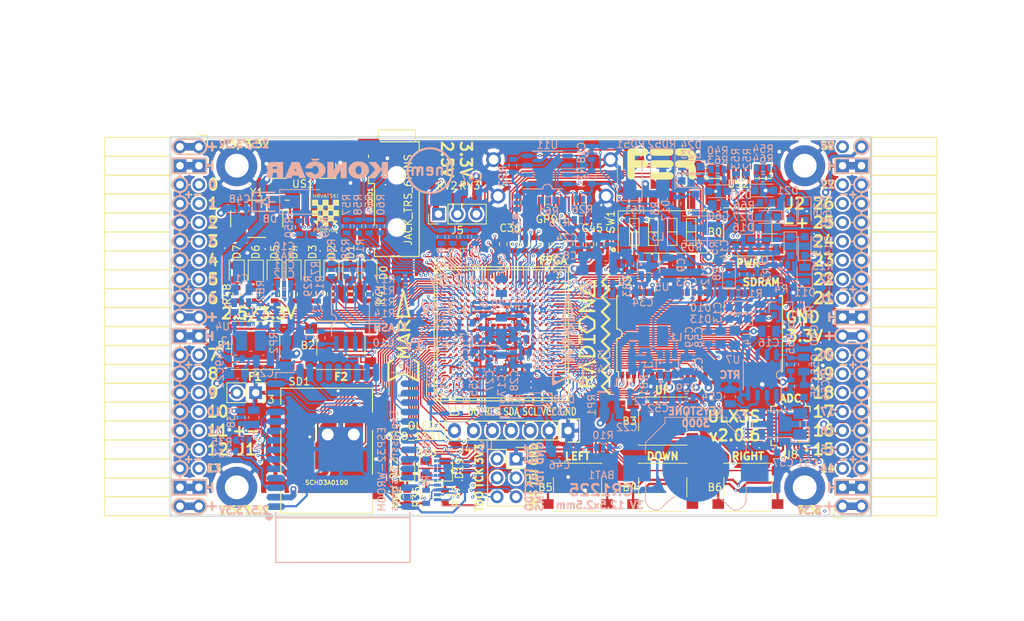
<source format=kicad_pcb>
(kicad_pcb (version 20171130) (host pcbnew 5.0.0-rc3+dfsg1-2)
  (layers (0 F.Cu signal) (1 In1.Cu signal) (2 In2.Cu signal) (31 B.Cu signal) (34 B.Paste user) (35 F.Paste user) (36 B.SilkS user) (37 F.SilkS user) (38 B.Mask user) (39 F.Mask user) (44 Edge.Cuts user))
  (net 0 "")
  (net 1 GND)
  (net 2 +5V)
  (net 3 /gpio/IN5V)
  (net 4 /gpio/OUT5V)
  (net 5 +3V3)
  (net 6 BTN_D)
  (net 7 BTN_F1)
  (net 8 BTN_F2)
  (net 9 BTN_L)
  (net 10 BTN_R)
  (net 11 BTN_U)
  (net 12 /power/FB1)
  (net 13 +2V5)
  (net 14 /power/PWREN)
  (net 15 /power/FB3)
  (net 16 /power/FB2)
  (net 17 /power/VBAT)
  (net 18 JTAG_TDI)
  (net 19 JTAG_TCK)
  (net 20 JTAG_TMS)
  (net 21 JTAG_TDO)
  (net 22 /power/WAKEUPn)
  (net 23 /power/WKUP)
  (net 24 /power/SHUT)
  (net 25 /power/WAKE)
  (net 26 /power/HOLD)
  (net 27 /power/WKn)
  (net 28 /power/OSCI_32k)
  (net 29 /power/OSCO_32k)
  (net 30 SHUTDOWN)
  (net 31 GPDI_SDA)
  (net 32 GPDI_SCL)
  (net 33 /gpdi/VREF2)
  (net 34 SD_CMD)
  (net 35 SD_CLK)
  (net 36 SD_D0)
  (net 37 SD_D1)
  (net 38 USB5V)
  (net 39 GPDI_CEC)
  (net 40 nRESET)
  (net 41 FTDI_nDTR)
  (net 42 SDRAM_CKE)
  (net 43 SDRAM_A7)
  (net 44 SDRAM_D15)
  (net 45 SDRAM_BA1)
  (net 46 SDRAM_D7)
  (net 47 SDRAM_A6)
  (net 48 SDRAM_CLK)
  (net 49 SDRAM_D13)
  (net 50 SDRAM_BA0)
  (net 51 SDRAM_D6)
  (net 52 SDRAM_A5)
  (net 53 SDRAM_D14)
  (net 54 SDRAM_A11)
  (net 55 SDRAM_D12)
  (net 56 SDRAM_D5)
  (net 57 SDRAM_A4)
  (net 58 SDRAM_A10)
  (net 59 SDRAM_D11)
  (net 60 SDRAM_A3)
  (net 61 SDRAM_D4)
  (net 62 SDRAM_D10)
  (net 63 SDRAM_D9)
  (net 64 SDRAM_A9)
  (net 65 SDRAM_D3)
  (net 66 SDRAM_D8)
  (net 67 SDRAM_A8)
  (net 68 SDRAM_A2)
  (net 69 SDRAM_A1)
  (net 70 SDRAM_A0)
  (net 71 SDRAM_D2)
  (net 72 SDRAM_D1)
  (net 73 SDRAM_D0)
  (net 74 SDRAM_DQM0)
  (net 75 SDRAM_nCS)
  (net 76 SDRAM_nRAS)
  (net 77 SDRAM_DQM1)
  (net 78 SDRAM_nCAS)
  (net 79 SDRAM_nWE)
  (net 80 /flash/FLASH_nWP)
  (net 81 /flash/FLASH_nHOLD)
  (net 82 /flash/FLASH_MOSI)
  (net 83 /flash/FLASH_MISO)
  (net 84 /flash/FLASH_SCK)
  (net 85 /flash/FLASH_nCS)
  (net 86 /flash/FPGA_PROGRAMN)
  (net 87 /flash/FPGA_DONE)
  (net 88 /flash/FPGA_INITN)
  (net 89 OLED_RES)
  (net 90 OLED_DC)
  (net 91 OLED_CS)
  (net 92 WIFI_EN)
  (net 93 FTDI_nRTS)
  (net 94 FTDI_TXD)
  (net 95 FTDI_RXD)
  (net 96 WIFI_RXD)
  (net 97 WIFI_GPIO0)
  (net 98 WIFI_TXD)
  (net 99 USB_FTDI_D+)
  (net 100 USB_FTDI_D-)
  (net 101 SD_D3)
  (net 102 AUDIO_L3)
  (net 103 AUDIO_L2)
  (net 104 AUDIO_L1)
  (net 105 AUDIO_L0)
  (net 106 AUDIO_R3)
  (net 107 AUDIO_R2)
  (net 108 AUDIO_R1)
  (net 109 AUDIO_R0)
  (net 110 OLED_CLK)
  (net 111 OLED_MOSI)
  (net 112 LED0)
  (net 113 LED1)
  (net 114 LED2)
  (net 115 LED3)
  (net 116 LED4)
  (net 117 LED5)
  (net 118 LED6)
  (net 119 LED7)
  (net 120 BTN_PWRn)
  (net 121 FTDI_nTXLED)
  (net 122 FTDI_nSLEEP)
  (net 123 /blinkey/LED_PWREN)
  (net 124 /blinkey/LED_TXLED)
  (net 125 /sdcard/SD3V3)
  (net 126 SD_D2)
  (net 127 CLK_25MHz)
  (net 128 /blinkey/BTNPUL)
  (net 129 /blinkey/BTNPUR)
  (net 130 USB_FPGA_D+)
  (net 131 /power/FTDI_nSUSPEND)
  (net 132 /blinkey/ALED0)
  (net 133 /blinkey/ALED1)
  (net 134 /blinkey/ALED2)
  (net 135 /blinkey/ALED3)
  (net 136 /blinkey/ALED4)
  (net 137 /blinkey/ALED5)
  (net 138 /blinkey/ALED6)
  (net 139 /blinkey/ALED7)
  (net 140 /usb/FTD-)
  (net 141 /usb/FTD+)
  (net 142 ADC_MISO)
  (net 143 ADC_MOSI)
  (net 144 ADC_CSn)
  (net 145 ADC_SCLK)
  (net 146 SW3)
  (net 147 SW2)
  (net 148 SW1)
  (net 149 USB_FPGA_D-)
  (net 150 /usb/FPD+)
  (net 151 /usb/FPD-)
  (net 152 WIFI_GPIO16)
  (net 153 /usb/ANT_433MHz)
  (net 154 PROG_DONE)
  (net 155 /power/P3V3)
  (net 156 /power/P2V5)
  (net 157 /power/L1)
  (net 158 /power/L3)
  (net 159 /power/L2)
  (net 160 FTDI_TXDEN)
  (net 161 SDRAM_A12)
  (net 162 /analog/AUDIO_V)
  (net 163 AUDIO_V3)
  (net 164 AUDIO_V2)
  (net 165 AUDIO_V1)
  (net 166 AUDIO_V0)
  (net 167 /blinkey/LED_WIFI)
  (net 168 /power/P1V1)
  (net 169 +1V1)
  (net 170 SW4)
  (net 171 /blinkey/SWPU)
  (net 172 /wifi/WIFIEN)
  (net 173 FT2V5)
  (net 174 GN0)
  (net 175 GP0)
  (net 176 GN1)
  (net 177 GP1)
  (net 178 GN2)
  (net 179 GP2)
  (net 180 GN3)
  (net 181 GP3)
  (net 182 GN4)
  (net 183 GP4)
  (net 184 GN5)
  (net 185 GP5)
  (net 186 GN6)
  (net 187 GP6)
  (net 188 GN14)
  (net 189 GP14)
  (net 190 GN15)
  (net 191 GP15)
  (net 192 GN16)
  (net 193 GP16)
  (net 194 GN17)
  (net 195 GP17)
  (net 196 GN18)
  (net 197 GP18)
  (net 198 GN19)
  (net 199 GP19)
  (net 200 GN20)
  (net 201 GP20)
  (net 202 GN21)
  (net 203 GP21)
  (net 204 GN22)
  (net 205 GP22)
  (net 206 GN23)
  (net 207 GP23)
  (net 208 GN24)
  (net 209 GP24)
  (net 210 GN25)
  (net 211 GP25)
  (net 212 GN26)
  (net 213 GP26)
  (net 214 GN27)
  (net 215 GP27)
  (net 216 GN7)
  (net 217 GP7)
  (net 218 GN8)
  (net 219 GP8)
  (net 220 GN9)
  (net 221 GP9)
  (net 222 GN10)
  (net 223 GP10)
  (net 224 GN11)
  (net 225 GP11)
  (net 226 GN12)
  (net 227 GP12)
  (net 228 GN13)
  (net 229 GP13)
  (net 230 WIFI_GPIO5)
  (net 231 WIFI_GPIO17)
  (net 232 USB_FPGA_PULL_D+)
  (net 233 USB_FPGA_PULL_D-)
  (net 234 "Net-(D23-Pad2)")
  (net 235 "Net-(D24-Pad1)")
  (net 236 "Net-(D25-Pad2)")
  (net 237 "Net-(D26-Pad1)")
  (net 238 /gpdi/GPDI_ETH+)
  (net 239 FPDI_ETH+)
  (net 240 /gpdi/GPDI_ETH-)
  (net 241 FPDI_ETH-)
  (net 242 /gpdi/GPDI_D2-)
  (net 243 FPDI_D2-)
  (net 244 /gpdi/GPDI_D1-)
  (net 245 FPDI_D1-)
  (net 246 /gpdi/GPDI_D0-)
  (net 247 FPDI_D0-)
  (net 248 /gpdi/GPDI_CLK-)
  (net 249 FPDI_CLK-)
  (net 250 /gpdi/GPDI_D2+)
  (net 251 FPDI_D2+)
  (net 252 /gpdi/GPDI_D1+)
  (net 253 FPDI_D1+)
  (net 254 /gpdi/GPDI_D0+)
  (net 255 FPDI_D0+)
  (net 256 /gpdi/GPDI_CLK+)
  (net 257 FPDI_CLK+)
  (net 258 FPDI_SDA)
  (net 259 FPDI_SCL)
  (net 260 /gpdi/FPDI_CEC)
  (net 261 2V5_3V3)
  (net 262 "Net-(AUDIO1-Pad5)")
  (net 263 "Net-(AUDIO1-Pad6)")
  (net 264 "Net-(U1-PadA15)")
  (net 265 "Net-(U1-PadC9)")
  (net 266 "Net-(U1-PadD9)")
  (net 267 "Net-(U1-PadD10)")
  (net 268 "Net-(U1-PadD11)")
  (net 269 "Net-(U1-PadD12)")
  (net 270 "Net-(U1-PadE6)")
  (net 271 "Net-(U1-PadE9)")
  (net 272 "Net-(U1-PadE10)")
  (net 273 "Net-(U1-PadE11)")
  (net 274 "Net-(U1-PadJ4)")
  (net 275 "Net-(U1-PadJ5)")
  (net 276 "Net-(U1-PadK5)")
  (net 277 "Net-(U1-PadL5)")
  (net 278 "Net-(U1-PadM5)")
  (net 279 SD_CD)
  (net 280 SD_WP)
  (net 281 "Net-(U1-PadR3)")
  (net 282 "Net-(U1-PadT16)")
  (net 283 "Net-(U1-PadW4)")
  (net 284 "Net-(U1-PadW5)")
  (net 285 "Net-(U1-PadW8)")
  (net 286 "Net-(U1-PadW9)")
  (net 287 "Net-(U1-PadW13)")
  (net 288 "Net-(U1-PadW14)")
  (net 289 "Net-(U1-PadW17)")
  (net 290 "Net-(U1-PadW18)")
  (net 291 FTDI_nRXLED)
  (net 292 "Net-(U8-Pad12)")
  (net 293 "Net-(U8-Pad25)")
  (net 294 "Net-(U9-Pad32)")
  (net 295 "Net-(U9-Pad22)")
  (net 296 "Net-(U9-Pad21)")
  (net 297 "Net-(U9-Pad20)")
  (net 298 "Net-(U9-Pad19)")
  (net 299 "Net-(U9-Pad18)")
  (net 300 "Net-(U9-Pad17)")
  (net 301 "Net-(U9-Pad12)")
  (net 302 "Net-(U9-Pad5)")
  (net 303 "Net-(U9-Pad4)")
  (net 304 "Net-(US1-Pad4)")
  (net 305 "Net-(Y2-Pad3)")
  (net 306 "Net-(Y2-Pad2)")
  (net 307 "Net-(U1-PadK16)")
  (net 308 "Net-(U1-PadK17)")
  (net 309 /usb/US2VBUS)
  (net 310 /power/SHD)
  (net 311 /power/RTCVDD)
  (net 312 "Net-(D27-Pad2)")
  (net 313 US2_ID)
  (net 314 /analog/AUDIO_L)
  (net 315 /analog/AUDIO_R)
  (net 316 /analog/ADC3V3)
  (net 317 PWRBTn)
  (net 318 USER_PROGRAMN)
  (module conn-fci:CONN-10029449-111RLF (layer F.Cu) (at 145.296 69.312 180)
    (fp_text reference GPDI1 (at 0 -3.1115 180) (layer F.SilkS))
    (fp_text value GPDI-D)
    (pad 19 smd rect (at -4.25 -1 180) (size 0.3 1.9) (layers F.Cu F.Paste F.Mask) (net 240 /gpdi/GPDI_ETH-))
    (pad 18 smd rect (at -3.75 -1 180) (size 0.3 1.9) (layers F.Cu F.Paste F.Mask) (net 2 +5V))
    (pad 17 smd rect (at -3.25 -1 180) (size 0.3 1.9) (layers F.Cu F.Paste F.Mask) (net 1 GND))
    (pad 16 smd rect (at -2.75 -1 180) (size 0.3 1.9) (layers F.Cu F.Paste F.Mask) (net 31 GPDI_SDA))
    (pad 15 smd rect (at -2.25 -1 180) (size 0.3 1.9) (layers F.Cu F.Paste F.Mask) (net 32 GPDI_SCL))
    (pad 14 smd rect (at -1.75 -1 180) (size 0.3 1.9) (layers F.Cu F.Paste F.Mask) (net 238 /gpdi/GPDI_ETH+))
    (pad 13 smd rect (at -1.25 -1 180) (size 0.3 1.9) (layers F.Cu F.Paste F.Mask) (net 39 GPDI_CEC))
    (pad 12 smd rect (at -0.75 -1 180) (size 0.3 1.9) (layers F.Cu F.Paste F.Mask) (net 248 /gpdi/GPDI_CLK-))
    (pad 11 smd rect (at -0.25 -1 180) (size 0.3 1.9) (layers F.Cu F.Paste F.Mask) (net 1 GND))
    (pad 10 smd rect (at 0.25 -1 180) (size 0.3 1.9) (layers F.Cu F.Paste F.Mask) (net 256 /gpdi/GPDI_CLK+))
    (pad 9 smd rect (at 0.75 -1 180) (size 0.3 1.9) (layers F.Cu F.Paste F.Mask) (net 246 /gpdi/GPDI_D0-))
    (pad 8 smd rect (at 1.25 -1 180) (size 0.3 1.9) (layers F.Cu F.Paste F.Mask) (net 1 GND))
    (pad 7 smd rect (at 1.75 -1 180) (size 0.3 1.9) (layers F.Cu F.Paste F.Mask) (net 254 /gpdi/GPDI_D0+))
    (pad 6 smd rect (at 2.25 -1 180) (size 0.3 1.9) (layers F.Cu F.Paste F.Mask) (net 244 /gpdi/GPDI_D1-))
    (pad 5 smd rect (at 2.75 -1 180) (size 0.3 1.9) (layers F.Cu F.Paste F.Mask) (net 1 GND))
    (pad 4 smd rect (at 3.25 -1 180) (size 0.3 1.9) (layers F.Cu F.Paste F.Mask) (net 252 /gpdi/GPDI_D1+))
    (pad 3 smd rect (at 3.75 -1 180) (size 0.3 1.9) (layers F.Cu F.Paste F.Mask) (net 242 /gpdi/GPDI_D2-))
    (pad 2 smd rect (at 4.25 -1 180) (size 0.3 1.9) (layers F.Cu F.Paste F.Mask) (net 1 GND))
    (pad 1 smd rect (at 4.75 -1 180) (size 0.3 1.9) (layers F.Cu F.Paste F.Mask) (net 250 /gpdi/GPDI_D2+))
    (pad 0 thru_hole circle (at -7.25 0 180) (size 2 2) (drill 1.3) (layers *.Cu *.Mask F.Paste) (net 1 GND))
    (pad 0 thru_hole circle (at 7.25 0 180) (size 2 2) (drill 1.3) (layers *.Cu *.Mask F.Paste) (net 1 GND))
    (pad 0 thru_hole circle (at -7.85 4.9 180) (size 2 2) (drill 1.3) (layers *.Cu *.Mask F.Paste) (net 1 GND))
    (pad 0 thru_hole circle (at 7.85 4.9 180) (size 2 2) (drill 1.3) (layers *.Cu *.Mask F.Paste) (net 1 GND))
  )
  (module ESP32:ESP32-WROOM (layer B.Cu) (at 117.23 105.75 180)
    (fp_text reference U9 (at -8.366 13.85 180) (layer B.SilkS) (effects (justify mirror)))
    (fp_text value ESP-WROOM32)
    (fp_text user "Espressif Systems" (at -6.858 0.889 90) (layer B.SilkS) (effects (justify mirror)))
    (fp_text user ESP32-WROOM (at -5.207 -0.254 90) (layer B.SilkS) (effects (justify mirror)))
    (pad 38 smd oval (at -9 -5.25 180) (size 2.5 0.9) (layers B.Cu B.Mask) (net 1 GND))
    (pad 37 smd oval (at -9 -3.98 180) (size 2.5 0.9) (layers B.Cu B.Mask) (net 18 JTAG_TDI))
    (pad 36 smd oval (at -9 -2.71 180) (size 2.5 0.9) (layers B.Cu B.Mask) (net 154 PROG_DONE))
    (pad 35 smd oval (at -9 -1.44 180) (size 2.5 0.9) (layers B.Cu B.Mask) (net 98 WIFI_TXD))
    (pad 34 smd oval (at -9 -0.17 180) (size 2.5 0.9) (layers B.Cu B.Mask) (net 96 WIFI_RXD))
    (pad 33 smd oval (at -9 1.1 180) (size 2.5 0.9) (layers B.Cu B.Mask) (net 20 JTAG_TMS))
    (pad 32 smd oval (at -9 2.37 180) (size 2.5 0.9) (layers B.Cu B.Mask) (net 294 "Net-(U9-Pad32)"))
    (pad 31 smd oval (at -9 3.64 180) (size 2.5 0.9) (layers B.Cu B.Mask) (net 21 JTAG_TDO))
    (pad 30 smd oval (at -9 4.91 180) (size 2.5 0.9) (layers B.Cu B.Mask) (net 19 JTAG_TCK))
    (pad 29 smd oval (at -9 6.18 180) (size 2.5 0.9) (layers B.Cu B.Mask) (net 230 WIFI_GPIO5))
    (pad 28 smd oval (at -9 7.45 180) (size 2.5 0.9) (layers B.Cu B.Mask) (net 231 WIFI_GPIO17))
    (pad 27 smd oval (at -9 8.72 180) (size 2.5 0.9) (layers B.Cu B.Mask) (net 152 WIFI_GPIO16))
    (pad 26 smd oval (at -9 9.99 180) (size 2.5 0.9) (layers B.Cu B.Mask) (net 37 SD_D1))
    (pad 25 smd oval (at -9 11.26 180) (size 2.5 0.9) (layers B.Cu B.Mask) (net 97 WIFI_GPIO0))
    (pad 24 smd oval (at -5.715 12.75 180) (size 0.9 2.5) (layers B.Cu B.Mask) (net 36 SD_D0))
    (pad 23 smd oval (at -4.445 12.75 180) (size 0.9 2.5) (layers B.Cu B.Mask) (net 34 SD_CMD))
    (pad 22 smd oval (at -3.175 12.75 180) (size 0.9 2.5) (layers B.Cu B.Mask) (net 295 "Net-(U9-Pad22)"))
    (pad 21 smd oval (at -1.905 12.75 180) (size 0.9 2.5) (layers B.Cu B.Mask) (net 296 "Net-(U9-Pad21)"))
    (pad 20 smd oval (at -0.635 12.75 180) (size 0.9 2.5) (layers B.Cu B.Mask) (net 297 "Net-(U9-Pad20)"))
    (pad 19 smd oval (at 0.635 12.75 180) (size 0.9 2.5) (layers B.Cu B.Mask) (net 298 "Net-(U9-Pad19)"))
    (pad 18 smd oval (at 1.905 12.75 180) (size 0.9 2.5) (layers B.Cu B.Mask) (net 299 "Net-(U9-Pad18)"))
    (pad 17 smd oval (at 3.175 12.75 180) (size 0.9 2.5) (layers B.Cu B.Mask) (net 300 "Net-(U9-Pad17)"))
    (pad 16 smd oval (at 4.445 12.75 180) (size 0.9 2.5) (layers B.Cu B.Mask) (net 101 SD_D3))
    (pad 15 smd oval (at 5.715 12.75 180) (size 0.9 2.5) (layers B.Cu B.Mask) (net 1 GND))
    (pad 14 smd oval (at 9 11.26 180) (size 2.5 0.9) (layers B.Cu B.Mask) (net 126 SD_D2))
    (pad 13 smd oval (at 9 9.99 180) (size 2.5 0.9) (layers B.Cu B.Mask) (net 35 SD_CLK))
    (pad 12 smd oval (at 9 8.72 180) (size 2.5 0.9) (layers B.Cu B.Mask) (net 301 "Net-(U9-Pad12)"))
    (pad 11 smd oval (at 9 7.45 180) (size 2.5 0.9) (layers B.Cu B.Mask) (net 224 GN11))
    (pad 10 smd oval (at 9 6.18 180) (size 2.5 0.9) (layers B.Cu B.Mask) (net 225 GP11))
    (pad 9 smd oval (at 9 4.91 180) (size 2.5 0.9) (layers B.Cu B.Mask) (net 226 GN12))
    (pad 8 smd oval (at 9 3.64 180) (size 2.5 0.9) (layers B.Cu B.Mask) (net 227 GP12))
    (pad 7 smd oval (at 9 2.37 180) (size 2.5 0.9) (layers B.Cu B.Mask) (net 228 GN13))
    (pad 6 smd oval (at 9 1.1 180) (size 2.5 0.9) (layers B.Cu B.Mask) (net 229 GP13))
    (pad 5 smd oval (at 9 -0.17 180) (size 2.5 0.9) (layers B.Cu B.Mask) (net 302 "Net-(U9-Pad5)"))
    (pad 4 smd oval (at 9 -1.44 180) (size 2.5 0.9) (layers B.Cu B.Mask) (net 303 "Net-(U9-Pad4)"))
    (pad 3 smd oval (at 9 -2.71 180) (size 2.5 0.9) (layers B.Cu B.Mask) (net 172 /wifi/WIFIEN))
    (pad 2 smd oval (at 9 -3.98 180) (size 2.5 0.9) (layers B.Cu B.Mask) (net 5 +3V3))
    (pad 1 smd oval (at 9 -5.25 180) (size 2.5 0.9) (layers B.Cu B.Mask) (net 1 GND))
    (pad 39 smd rect (at 0.3 2.45 180) (size 6 6) (layers B.Cu B.Mask) (net 1 GND))
  )
  (module Capacitor_SMD:C_0603_1608Metric (layer B.Cu) (at 102.863 91.156)
    (fp_text reference C49 (at -2.159 -0.399 90) (layer B.SilkS) (effects (justify mirror)))
    (fp_text value 22nF)
    (pad 2 smd rect (at 0.875 0) (size 0.67 1) (layers B.Cu B.Paste B.Mask) (net 1 GND))
    (pad 1 smd rect (at -0.875 0) (size 0.67 1) (layers B.Cu B.Paste B.Mask) (net 261 2V5_3V3))
  )
  (module jumper:R_0805_2012Metric_Pad1.29x1.40mm_HandSolder_Jumper_NC (layer B.Cu) (at 149.472 78.311 270)
    (fp_text reference RP3 (at 0 3.414 270) (layer B.SilkS) (effects (justify mirror)))
    (fp_text value 0)
    (fp_line (start -1 0) (end 1 0) (layer B.Cu) (width 1))
    (pad 2 smd rect (at 0.9675 0 270) (size 1.295 1.4) (layers B.Cu B.Mask) (net 5 +3V3))
    (pad 1 smd rect (at -0.9675 0 270) (size 1.295 1.4) (layers B.Cu B.Mask) (net 155 /power/P3V3))
  )
  (module jumper:R_0805_2012Metric_Pad1.29x1.40mm_HandSolder_Jumper_NC (layer B.Cu) (at 109.609 89.632 270)
    (fp_text reference RP2 (at -0.635 1.651 270) (layer B.SilkS) (effects (justify mirror)))
    (fp_text value 0)
    (fp_line (start -1 0) (end 1 0) (layer B.Cu) (width 1))
    (pad 2 smd rect (at 0.9675 0 270) (size 1.295 1.4) (layers B.Cu B.Mask) (net 13 +2V5))
    (pad 1 smd rect (at -0.9675 0 270) (size 1.295 1.4) (layers B.Cu B.Mask) (net 156 /power/P2V5))
  )
  (module jumper:R_0805_2012Metric_Pad1.29x1.40mm_HandSolder_Jumper_NC (layer B.Cu) (at 152.281 97.361 270)
    (fp_text reference RP1 (at 0 1.65 270) (layer B.SilkS) (effects (justify mirror)))
    (fp_text value 0)
    (fp_line (start -1 0) (end 1 0) (layer B.Cu) (width 1))
    (pad 2 smd rect (at 0.9675 0 270) (size 1.295 1.4) (layers B.Cu B.Mask) (net 169 +1V1))
    (pad 1 smd rect (at -0.9675 0 270) (size 1.295 1.4) (layers B.Cu B.Mask) (net 168 /power/P1V1))
  )
  (module jumper:D_SMA_Jumper_NC (layer B.Cu) (at 164.854 73.63 180)
    (fp_text reference RD9 (at 0.889 -2.54 180) (layer B.SilkS) (effects (justify mirror)))
    (fp_text value 0)
    (fp_line (start -2 0) (end 2 0) (layer B.Cu) (width 1))
    (pad 2 smd rect (at 2 0 180) (size 2.5 1.8) (layers B.Cu B.Mask) (net 2 +5V))
    (pad 1 smd rect (at -2 0 180) (size 2.5 1.8) (layers B.Cu B.Mask) (net 309 /usb/US2VBUS))
  )
  (module jumper:D_SMA_Jumper_NC (layer B.Cu) (at 160.155 66.391 270)
    (fp_text reference RD52 (at -4.064 0.127) (layer B.SilkS) (effects (justify mirror)))
    (fp_text value 0)
    (fp_line (start -2 0) (end 2 0) (layer B.Cu) (width 1))
    (pad 2 smd rect (at 2 0 270) (size 2.5 1.8) (layers B.Cu B.Mask) (net 2 +5V))
    (pad 1 smd rect (at -2 0 270) (size 2.5 1.8) (layers B.Cu B.Mask) (net 4 /gpio/OUT5V))
  )
  (module jumper:D_SMA_Jumper_NC (layer B.Cu) (at 155.71 66.518 90)
    (fp_text reference RD51 (at 4.191 0.127 180) (layer B.SilkS) (effects (justify mirror)))
    (fp_text value 0)
    (fp_line (start -2 0) (end 2 0) (layer B.Cu) (width 1))
    (pad 2 smd rect (at 2 0 90) (size 2.5 1.8) (layers B.Cu B.Mask) (net 3 /gpio/IN5V))
    (pad 1 smd rect (at -2 0 90) (size 2.5 1.8) (layers B.Cu B.Mask) (net 2 +5V))
  )
  (module dipswitch:SW_DIP_x4_W8.61mm_Slide_LowProfile (layer F.Cu) (at 160.14 74.12 90)
    (fp_text reference SW1 (at 1.379 -6.97 90) (layer F.SilkS))
    (fp_text value SW_DIP_x04)
    (pad 8 smd rect (at 4.305 -3.81 90) (size 2.44 1.12) (layers F.Cu F.Paste F.Mask) (net 148 SW1))
    (pad 4 smd rect (at -4.305 3.81 90) (size 2.44 1.12) (layers F.Cu F.Paste F.Mask) (net 171 /blinkey/SWPU))
    (pad 7 smd rect (at 4.305 -1.27 90) (size 2.44 1.12) (layers F.Cu F.Paste F.Mask) (net 147 SW2))
    (pad 3 smd rect (at -4.305 1.27 90) (size 2.44 1.12) (layers F.Cu F.Paste F.Mask) (net 171 /blinkey/SWPU))
    (pad 6 smd rect (at 4.305 1.27 90) (size 2.44 1.12) (layers F.Cu F.Paste F.Mask) (net 146 SW3))
    (pad 2 smd rect (at -4.305 -1.27 90) (size 2.44 1.12) (layers F.Cu F.Paste F.Mask) (net 171 /blinkey/SWPU))
    (pad 5 smd rect (at 4.305 3.81 90) (size 2.44 1.12) (layers F.Cu F.Paste F.Mask) (net 170 SW4))
    (pad 1 smd rect (at -4.305 -3.81 90) (size 2.44 1.12) (layers F.Cu F.Paste F.Mask) (net 171 /blinkey/SWPU))
  )
  (module Keystone_3000_1x12mm-CoinCell:Keystone_3000_1x12mm-CoinCell (layer B.Cu) (at 164.585 105.87 90)
    (fp_text reference BAT1 (at -0.907 -12.685 180) (layer B.SilkS) (effects (justify mirror)))
    (fp_text value CR1225)
    (pad 1 smd rect (at 0 7.9 180) (size 3.7 3.5) (layers B.Cu B.Paste B.Mask) (net 17 /power/VBAT) (clearance 0.7))
    (pad 1 smd rect (at 0 -7.9 180) (size 3.7 3.5) (layers B.Cu B.Paste B.Mask) (net 17 /power/VBAT) (clearance 0.7))
    (pad 2 smd circle (at 0 0 180) (size 9 9) (layers B.Cu B.Mask) (net 1 GND))
  )
  (module SM8:SM8 (layer B.Cu) (at 144.68 65.8015 90)
    (fp_text reference U11 (at 3.3475 -0.019 -180) (layer B.SilkS) (effects (justify mirror)))
    (fp_text value PCA9306D)
    (pad 1 smd rect (at -1.905 -2.7) (size 1.55 0.6) (layers B.Cu B.Paste B.Mask) (net 1 GND))
    (pad 2 smd oval (at -0.635 -2.7) (size 1.55 0.6) (layers B.Cu B.Paste B.Mask) (net 13 +2V5))
    (pad 3 smd oval (at 0.635 -2.7) (size 1.55 0.6) (layers B.Cu B.Paste B.Mask) (net 259 FPDI_SCL))
    (pad 4 smd oval (at 1.905 -2.7) (size 1.55 0.6) (layers B.Cu B.Paste B.Mask) (net 258 FPDI_SDA))
    (pad 5 smd oval (at 1.905 2.7) (size 1.55 0.6) (layers B.Cu B.Paste B.Mask) (net 31 GPDI_SDA))
    (pad 6 smd oval (at 0.635 2.7) (size 1.55 0.6) (layers B.Cu B.Paste B.Mask) (net 32 GPDI_SCL))
    (pad 7 smd oval (at -0.635 2.7) (size 1.55 0.6) (layers B.Cu B.Paste B.Mask) (net 33 /gpdi/VREF2))
    (pad 8 smd oval (at -1.905 2.7) (size 1.55 0.6) (layers B.Cu B.Paste B.Mask) (net 5 +3V3))
  )
  (module TSOP54:TSOP54 (layer F.Cu) (at 165.093 87.8 90)
    (fp_text reference U2 (at 6.98 -9.993 180) (layer F.SilkS))
    (fp_text value MT48LC16M16A2TG)
    (pad 28 smd rect (at 5.53 10.4 90) (size 0.9 0.56) (layers F.Cu F.Paste F.Mask) (net 1 GND))
    (pad 1 smd rect (at -5.53 -10.4 90) (size 0.9 0.56) (layers F.Cu F.Paste F.Mask) (net 5 +3V3))
    (pad 2 smd rect (at -5.53 -9.6 90) (size 0.9 0.56) (layers F.Cu F.Paste F.Mask) (net 73 SDRAM_D0))
    (pad 3 smd rect (at -5.53 -8.8 90) (size 0.9 0.56) (layers F.Cu F.Paste F.Mask) (net 5 +3V3))
    (pad 4 smd rect (at -5.53 -8 90) (size 0.9 0.56) (layers F.Cu F.Paste F.Mask) (net 72 SDRAM_D1))
    (pad 5 smd rect (at -5.53 -7.2 90) (size 0.9 0.56) (layers F.Cu F.Paste F.Mask) (net 71 SDRAM_D2))
    (pad 6 smd rect (at -5.53 -6.4 90) (size 0.9 0.56) (layers F.Cu F.Paste F.Mask) (net 1 GND))
    (pad 7 smd rect (at -5.53 -5.6 90) (size 0.9 0.56) (layers F.Cu F.Paste F.Mask) (net 65 SDRAM_D3))
    (pad 8 smd rect (at -5.53 -4.8 90) (size 0.9 0.56) (layers F.Cu F.Paste F.Mask) (net 61 SDRAM_D4))
    (pad 9 smd rect (at -5.53 -4 90) (size 0.9 0.56) (layers F.Cu F.Paste F.Mask) (net 5 +3V3))
    (pad 10 smd rect (at -5.53 -3.2 90) (size 0.9 0.56) (layers F.Cu F.Paste F.Mask) (net 56 SDRAM_D5))
    (pad 11 smd rect (at -5.53 -2.4 90) (size 0.9 0.56) (layers F.Cu F.Paste F.Mask) (net 51 SDRAM_D6))
    (pad 12 smd rect (at -5.53 -1.6 90) (size 0.9 0.56) (layers F.Cu F.Paste F.Mask) (net 1 GND))
    (pad 13 smd rect (at -5.53 -0.8 90) (size 0.9 0.56) (layers F.Cu F.Paste F.Mask) (net 46 SDRAM_D7))
    (pad 14 smd rect (at -5.53 0 90) (size 0.9 0.56) (layers F.Cu F.Paste F.Mask) (net 5 +3V3))
    (pad 15 smd rect (at -5.53 0.8 90) (size 0.9 0.56) (layers F.Cu F.Paste F.Mask) (net 74 SDRAM_DQM0))
    (pad 16 smd rect (at -5.53 1.6 90) (size 0.9 0.56) (layers F.Cu F.Paste F.Mask) (net 79 SDRAM_nWE))
    (pad 17 smd rect (at -5.53 2.4 90) (size 0.9 0.56) (layers F.Cu F.Paste F.Mask) (net 78 SDRAM_nCAS))
    (pad 18 smd rect (at -5.53 3.2 90) (size 0.9 0.56) (layers F.Cu F.Paste F.Mask) (net 76 SDRAM_nRAS))
    (pad 19 smd rect (at -5.53 4 90) (size 0.9 0.56) (layers F.Cu F.Paste F.Mask) (net 75 SDRAM_nCS))
    (pad 20 smd rect (at -5.53 4.8 90) (size 0.9 0.56) (layers F.Cu F.Paste F.Mask) (net 50 SDRAM_BA0))
    (pad 21 smd rect (at -5.53 5.6 90) (size 0.9 0.56) (layers F.Cu F.Paste F.Mask) (net 45 SDRAM_BA1))
    (pad 22 smd rect (at -5.53 6.4 90) (size 0.9 0.56) (layers F.Cu F.Paste F.Mask) (net 58 SDRAM_A10))
    (pad 23 smd rect (at -5.53 7.2 90) (size 0.9 0.56) (layers F.Cu F.Paste F.Mask) (net 70 SDRAM_A0))
    (pad 24 smd rect (at -5.53 8 90) (size 0.9 0.56) (layers F.Cu F.Paste F.Mask) (net 69 SDRAM_A1))
    (pad 25 smd rect (at -5.53 8.8 90) (size 0.9 0.56) (layers F.Cu F.Paste F.Mask) (net 68 SDRAM_A2))
    (pad 26 smd rect (at -5.53 9.6 90) (size 0.9 0.56) (layers F.Cu F.Paste F.Mask) (net 60 SDRAM_A3))
    (pad 27 smd rect (at -5.53 10.4 90) (size 0.9 0.56) (layers F.Cu F.Paste F.Mask) (net 5 +3V3))
    (pad 29 smd rect (at 5.53 9.6 90) (size 0.9 0.56) (layers F.Cu F.Paste F.Mask) (net 57 SDRAM_A4))
    (pad 30 smd rect (at 5.53 8.8 90) (size 0.9 0.56) (layers F.Cu F.Paste F.Mask) (net 52 SDRAM_A5))
    (pad 31 smd rect (at 5.53 8 90) (size 0.9 0.56) (layers F.Cu F.Paste F.Mask) (net 47 SDRAM_A6))
    (pad 32 smd rect (at 5.53 7.2 90) (size 0.9 0.56) (layers F.Cu F.Paste F.Mask) (net 43 SDRAM_A7))
    (pad 33 smd rect (at 5.53 6.4 90) (size 0.9 0.56) (layers F.Cu F.Paste F.Mask) (net 67 SDRAM_A8))
    (pad 34 smd rect (at 5.53 5.6 90) (size 0.9 0.56) (layers F.Cu F.Paste F.Mask) (net 64 SDRAM_A9))
    (pad 35 smd rect (at 5.53 4.8 90) (size 0.9 0.56) (layers F.Cu F.Paste F.Mask) (net 54 SDRAM_A11))
    (pad 36 smd rect (at 5.53 4 90) (size 0.9 0.56) (layers F.Cu F.Paste F.Mask) (net 161 SDRAM_A12))
    (pad 37 smd rect (at 5.53 3.2 90) (size 0.9 0.56) (layers F.Cu F.Paste F.Mask) (net 42 SDRAM_CKE))
    (pad 38 smd rect (at 5.53 2.4 90) (size 0.9 0.56) (layers F.Cu F.Paste F.Mask) (net 48 SDRAM_CLK))
    (pad 39 smd rect (at 5.53 1.6 90) (size 0.9 0.56) (layers F.Cu F.Paste F.Mask) (net 77 SDRAM_DQM1))
    (pad 40 smd rect (at 5.53 0.8 90) (size 0.9 0.56) (layers F.Cu F.Paste F.Mask))
    (pad 41 smd rect (at 5.53 0 90) (size 0.9 0.56) (layers F.Cu F.Paste F.Mask) (net 1 GND))
    (pad 42 smd rect (at 5.53 -0.8 90) (size 0.9 0.56) (layers F.Cu F.Paste F.Mask) (net 66 SDRAM_D8))
    (pad 43 smd rect (at 5.53 -1.6 90) (size 0.9 0.56) (layers F.Cu F.Paste F.Mask) (net 5 +3V3))
    (pad 44 smd rect (at 5.53 -2.4 90) (size 0.9 0.56) (layers F.Cu F.Paste F.Mask) (net 63 SDRAM_D9))
    (pad 45 smd rect (at 5.53 -3.2 90) (size 0.9 0.56) (layers F.Cu F.Paste F.Mask) (net 62 SDRAM_D10))
    (pad 46 smd rect (at 5.53 -4 90) (size 0.9 0.56) (layers F.Cu F.Paste F.Mask) (net 1 GND))
    (pad 47 smd rect (at 5.53 -4.8 90) (size 0.9 0.56) (layers F.Cu F.Paste F.Mask) (net 59 SDRAM_D11))
    (pad 48 smd rect (at 5.53 -5.6 90) (size 0.9 0.56) (layers F.Cu F.Paste F.Mask) (net 55 SDRAM_D12))
    (pad 49 smd rect (at 5.53 -6.4 90) (size 0.9 0.56) (layers F.Cu F.Paste F.Mask) (net 5 +3V3))
    (pad 50 smd rect (at 5.53 -7.2 90) (size 0.9 0.56) (layers F.Cu F.Paste F.Mask) (net 49 SDRAM_D13))
    (pad 51 smd rect (at 5.53 -8 90) (size 0.9 0.56) (layers F.Cu F.Paste F.Mask) (net 53 SDRAM_D14))
    (pad 52 smd rect (at 5.53 -8.8 90) (size 0.9 0.56) (layers F.Cu F.Paste F.Mask) (net 1 GND))
    (pad 53 smd rect (at 5.53 -9.6 90) (size 0.9 0.56) (layers F.Cu F.Paste F.Mask) (net 44 SDRAM_D15))
    (pad 54 smd rect (at 5.53 -10.4 90) (size 0.9 0.56) (layers F.Cu F.Paste F.Mask) (net 1 GND))
  )
  (module SOA008-150mil:SOA008-150-208mil (layer B.Cu) (at 118.245 85.822 270)
    (fp_text reference U10 (at 3.175 -4.445) (layer B.SilkS) (effects (justify mirror)))
    (fp_text value IS25LP128F-JBLE)
    (pad 1 smd rect (at -3.302 1.905 270) (size 2.1 0.6) (layers B.Cu B.Paste B.Mask) (net 85 /flash/FLASH_nCS))
    (pad 2 smd oval (at -3.302 0.635 270) (size 2.1 0.6) (layers B.Cu B.Paste B.Mask) (net 83 /flash/FLASH_MISO))
    (pad 3 smd oval (at -3.302 -0.635 270) (size 2.1 0.6) (layers B.Cu B.Paste B.Mask) (net 80 /flash/FLASH_nWP))
    (pad 4 smd oval (at -3.302 -1.905 270) (size 2.1 0.6) (layers B.Cu B.Paste B.Mask) (net 1 GND))
    (pad 5 smd oval (at 3.302 -1.905 270) (size 2.1 0.6) (layers B.Cu B.Paste B.Mask) (net 82 /flash/FLASH_MOSI))
    (pad 6 smd oval (at 3.302 -0.635 270) (size 2.1 0.6) (layers B.Cu B.Paste B.Mask) (net 84 /flash/FLASH_SCK))
    (pad 7 smd oval (at 3.302 0.635 270) (size 2.1 0.6) (layers B.Cu B.Paste B.Mask) (net 81 /flash/FLASH_nHOLD))
    (pad 8 smd oval (at 3.302 1.905 270) (size 2.1 0.6) (layers B.Cu B.Paste B.Mask) (net 5 +3V3))
  )
  (module SOT96-1:SOT96-1 (layer B.Cu) (at 173.49 93.315 90)
    (fp_text reference U7 (at 2.032 -3.937 180) (layer B.SilkS) (effects (justify mirror)))
    (fp_text value MCP7940NT)
    (pad 1 smd rect (at -2.7 1.905 90) (size 1.55 0.6) (layers B.Cu B.Paste B.Mask) (net 28 /power/OSCI_32k))
    (pad 2 smd oval (at -2.7 0.635 90) (size 1.55 0.6) (layers B.Cu B.Paste B.Mask) (net 29 /power/OSCO_32k))
    (pad 3 smd oval (at -2.7 -0.635 90) (size 1.55 0.6) (layers B.Cu B.Paste B.Mask) (net 17 /power/VBAT))
    (pad 4 smd oval (at -2.7 -1.905 90) (size 1.55 0.6) (layers B.Cu B.Paste B.Mask) (net 1 GND))
    (pad 5 smd oval (at 2.7 -1.905 90) (size 1.55 0.6) (layers B.Cu B.Paste B.Mask) (net 258 FPDI_SDA))
    (pad 6 smd oval (at 2.7 -0.635 90) (size 1.55 0.6) (layers B.Cu B.Paste B.Mask) (net 259 FPDI_SCL))
    (pad 7 smd oval (at 2.7 0.635 90) (size 1.55 0.6) (layers B.Cu B.Paste B.Mask) (net 22 /power/WAKEUPn))
    (pad 8 smd oval (at 2.7 1.905 90) (size 1.55 0.6) (layers B.Cu B.Paste B.Mask) (net 311 /power/RTCVDD))
  )
  (module ft231x:FT231X-SSOP-20_4.4x6.5mm_Pitch0.65mm (layer B.Cu) (at 132.835 107.14 180)
    (fp_text reference U6 (at -3.556 4.318 180) (layer B.SilkS) (effects (justify mirror)))
    (fp_text value FT231XS)
    (pad 20 smd rect (at 2.9 2.925 180) (size 1 0.4) (layers B.Cu B.Paste B.Mask) (net 94 FTDI_TXD))
    (pad 19 smd rect (at 2.9 2.275 180) (size 1 0.4) (layers B.Cu B.Paste B.Mask) (net 122 FTDI_nSLEEP))
    (pad 18 smd rect (at 2.9 1.625 180) (size 1 0.4) (layers B.Cu B.Paste B.Mask) (net 160 FTDI_TXDEN))
    (pad 17 smd rect (at 2.9 0.975 180) (size 1 0.4) (layers B.Cu B.Paste B.Mask) (net 291 FTDI_nRXLED))
    (pad 16 smd rect (at 2.9 0.325 180) (size 1 0.4) (layers B.Cu B.Paste B.Mask) (net 1 GND))
    (pad 15 smd rect (at 2.9 -0.325 180) (size 1 0.4) (layers B.Cu B.Paste B.Mask) (net 38 USB5V))
    (pad 14 smd rect (at 2.9 -0.975 180) (size 1 0.4) (layers B.Cu B.Paste B.Mask) (net 40 nRESET))
    (pad 13 smd rect (at 2.9 -1.625 180) (size 1 0.4) (layers B.Cu B.Paste B.Mask) (net 173 FT2V5))
    (pad 12 smd rect (at 2.9 -2.275 180) (size 1 0.4) (layers B.Cu B.Paste B.Mask) (net 100 USB_FTDI_D-))
    (pad 11 smd rect (at 2.9 -2.925 180) (size 1 0.4) (layers B.Cu B.Paste B.Mask) (net 99 USB_FTDI_D+))
    (pad 10 smd rect (at -2.9 -2.925 180) (size 1 0.4) (layers B.Cu B.Paste B.Mask) (net 121 FTDI_nTXLED))
    (pad 9 smd rect (at -2.9 -2.275 180) (size 1 0.4) (layers B.Cu B.Paste B.Mask) (net 21 JTAG_TDO))
    (pad 8 smd rect (at -2.9 -1.625 180) (size 1 0.4) (layers B.Cu B.Paste B.Mask) (net 20 JTAG_TMS))
    (pad 7 smd rect (at -2.9 -0.975 180) (size 1 0.4) (layers B.Cu B.Paste B.Mask) (net 19 JTAG_TCK))
    (pad 6 smd rect (at -2.9 -0.325 180) (size 1 0.4) (layers B.Cu B.Paste B.Mask) (net 1 GND))
    (pad 5 smd rect (at -2.9 0.325 180) (size 1 0.4) (layers B.Cu B.Paste B.Mask) (net 18 JTAG_TDI))
    (pad 4 smd rect (at -2.9 0.975 180) (size 1 0.4) (layers B.Cu B.Paste B.Mask) (net 95 FTDI_RXD))
    (pad 3 smd rect (at -2.9 1.625 180) (size 1 0.4) (layers B.Cu B.Paste B.Mask) (net 173 FT2V5))
    (pad 2 smd rect (at -2.9 2.275 180) (size 1 0.4) (layers B.Cu B.Paste B.Mask) (net 93 FTDI_nRTS))
    (pad 1 smd rect (at -2.9 2.925 180) (size 1 0.4) (layers B.Cu B.Paste B.Mask) (net 41 FTDI_nDTR))
  )
  (module TSOT-25:TSOT-25 (layer B.Cu) (at 158.235 78.692)
    (fp_text reference U5 (at 1.793 2.812) (layer B.SilkS) (effects (justify mirror)))
    (fp_text value TLV62569DBV)
    (pad 1 smd rect (at -0.95 -1.3) (size 0.7 1.2) (layers B.Cu B.Paste B.Mask) (net 14 /power/PWREN))
    (pad 2 smd rect (at 0 -1.3) (size 0.7 1.2) (layers B.Cu B.Paste B.Mask) (net 1 GND))
    (pad 3 smd rect (at 0.95 -1.3) (size 0.7 1.2) (layers B.Cu B.Paste B.Mask) (net 158 /power/L3))
    (pad 4 smd rect (at 0.95 1.3) (size 0.7 1.2) (layers B.Cu B.Paste B.Mask) (net 2 +5V))
    (pad 5 smd rect (at -0.95 1.3) (size 0.7 1.2) (layers B.Cu B.Paste B.Mask) (net 15 /power/FB3))
  )
  (module TSOT-25:TSOT-25 (layer B.Cu) (at 160.775 91.9)
    (fp_text reference U3 (at -0.295 2.9) (layer B.SilkS) (effects (justify mirror)))
    (fp_text value TLV62569DBV)
    (pad 1 smd rect (at -0.95 -1.3) (size 0.7 1.2) (layers B.Cu B.Paste B.Mask) (net 14 /power/PWREN))
    (pad 2 smd rect (at 0 -1.3) (size 0.7 1.2) (layers B.Cu B.Paste B.Mask) (net 1 GND))
    (pad 3 smd rect (at 0.95 -1.3) (size 0.7 1.2) (layers B.Cu B.Paste B.Mask) (net 157 /power/L1))
    (pad 4 smd rect (at 0.95 1.3) (size 0.7 1.2) (layers B.Cu B.Paste B.Mask) (net 2 +5V))
    (pad 5 smd rect (at -0.95 1.3) (size 0.7 1.2) (layers B.Cu B.Paste B.Mask) (net 12 /power/FB1))
  )
  (module TSOT-25:TSOT-25 (layer B.Cu) (at 103.625 84.915 180)
    (fp_text reference U4 (at 2.54 -1.905 180) (layer B.SilkS) (effects (justify mirror)))
    (fp_text value TLV62569DBV)
    (pad 1 smd rect (at -0.95 -1.3 180) (size 0.7 1.2) (layers B.Cu B.Paste B.Mask) (net 14 /power/PWREN))
    (pad 2 smd rect (at 0 -1.3 180) (size 0.7 1.2) (layers B.Cu B.Paste B.Mask) (net 1 GND))
    (pad 3 smd rect (at 0.95 -1.3 180) (size 0.7 1.2) (layers B.Cu B.Paste B.Mask) (net 159 /power/L2))
    (pad 4 smd rect (at 0.95 1.3 180) (size 0.7 1.2) (layers B.Cu B.Paste B.Mask) (net 2 +5V))
    (pad 5 smd rect (at -0.95 1.3 180) (size 0.7 1.2) (layers B.Cu B.Paste B.Mask) (net 16 /power/FB2))
  )
  (module inem:inem (layer B.Cu) (at 128.913 65.883)
    (fp_text reference REF** hide)
    (fp_text value inem hide)
    (fp_text user inem (at 0 -0.1) (layer B.SilkS) (effects (font (size 1.5 1.5) (thickness 0.3)) (justify mirror)))
  )
  (module fer:fer4mm6 (layer F.Cu) (at 159.901 64.994)
    (fp_text reference fer hide)
    (fp_text value fer hide)
  )
  (module Socket_Strips:Socket_Strip_Angled_2x20 (layer F.Cu) (at 97.91 62.69 270)
    (fp_text reference J1 (at 40.64 -6.35) (layer F.SilkS) (effects (font (size 1.5 1.5) (thickness 0.3))))
    (fp_text value CONN_02X20 hide)
    (pad 1 thru_hole oval (at 0 0 270) (size 1.7272 1.7272) (drill 1.016) (layers *.Cu *.Mask) (net 261 2V5_3V3))
    (pad 2 thru_hole oval (at 0 2.54 270) (size 1.7272 1.7272) (drill 1.016) (layers *.Cu *.Mask) (net 261 2V5_3V3))
    (pad 3 thru_hole rect (at 2.54 0 270) (size 1.7272 1.7272) (drill 1.016) (layers *.Cu *.Mask) (net 1 GND))
    (pad 4 thru_hole rect (at 2.54 2.54 270) (size 1.7272 1.7272) (drill 1.016) (layers *.Cu *.Mask) (net 1 GND))
    (pad 5 thru_hole oval (at 5.08 0 270) (size 1.7272 1.7272) (drill 1.016) (layers *.Cu *.Mask) (net 174 GN0))
    (pad 6 thru_hole oval (at 5.08 2.54 270) (size 1.7272 1.7272) (drill 1.016) (layers *.Cu *.Mask) (net 175 GP0))
    (pad 7 thru_hole oval (at 7.62 0 270) (size 1.7272 1.7272) (drill 1.016) (layers *.Cu *.Mask) (net 176 GN1))
    (pad 8 thru_hole oval (at 7.62 2.54 270) (size 1.7272 1.7272) (drill 1.016) (layers *.Cu *.Mask) (net 177 GP1))
    (pad 9 thru_hole oval (at 10.16 0 270) (size 1.7272 1.7272) (drill 1.016) (layers *.Cu *.Mask) (net 178 GN2))
    (pad 10 thru_hole oval (at 10.16 2.54 270) (size 1.7272 1.7272) (drill 1.016) (layers *.Cu *.Mask) (net 179 GP2))
    (pad 11 thru_hole oval (at 12.7 0 270) (size 1.7272 1.7272) (drill 1.016) (layers *.Cu *.Mask) (net 180 GN3))
    (pad 12 thru_hole oval (at 12.7 2.54 270) (size 1.7272 1.7272) (drill 1.016) (layers *.Cu *.Mask) (net 181 GP3))
    (pad 13 thru_hole oval (at 15.24 0 270) (size 1.7272 1.7272) (drill 1.016) (layers *.Cu *.Mask) (net 182 GN4))
    (pad 14 thru_hole oval (at 15.24 2.54 270) (size 1.7272 1.7272) (drill 1.016) (layers *.Cu *.Mask) (net 183 GP4))
    (pad 15 thru_hole oval (at 17.78 0 270) (size 1.7272 1.7272) (drill 1.016) (layers *.Cu *.Mask) (net 184 GN5))
    (pad 16 thru_hole oval (at 17.78 2.54 270) (size 1.7272 1.7272) (drill 1.016) (layers *.Cu *.Mask) (net 185 GP5))
    (pad 17 thru_hole oval (at 20.32 0 270) (size 1.7272 1.7272) (drill 1.016) (layers *.Cu *.Mask) (net 186 GN6))
    (pad 18 thru_hole oval (at 20.32 2.54 270) (size 1.7272 1.7272) (drill 1.016) (layers *.Cu *.Mask) (net 187 GP6))
    (pad 19 thru_hole oval (at 22.86 0 270) (size 1.7272 1.7272) (drill 1.016) (layers *.Cu *.Mask) (net 261 2V5_3V3))
    (pad 20 thru_hole oval (at 22.86 2.54 270) (size 1.7272 1.7272) (drill 1.016) (layers *.Cu *.Mask) (net 261 2V5_3V3))
    (pad 21 thru_hole rect (at 25.4 0 270) (size 1.7272 1.7272) (drill 1.016) (layers *.Cu *.Mask) (net 1 GND))
    (pad 22 thru_hole rect (at 25.4 2.54 270) (size 1.7272 1.7272) (drill 1.016) (layers *.Cu *.Mask) (net 1 GND))
    (pad 23 thru_hole oval (at 27.94 0 270) (size 1.7272 1.7272) (drill 1.016) (layers *.Cu *.Mask) (net 216 GN7))
    (pad 24 thru_hole oval (at 27.94 2.54 270) (size 1.7272 1.7272) (drill 1.016) (layers *.Cu *.Mask) (net 217 GP7))
    (pad 25 thru_hole oval (at 30.48 0 270) (size 1.7272 1.7272) (drill 1.016) (layers *.Cu *.Mask) (net 218 GN8))
    (pad 26 thru_hole oval (at 30.48 2.54 270) (size 1.7272 1.7272) (drill 1.016) (layers *.Cu *.Mask) (net 219 GP8))
    (pad 27 thru_hole oval (at 33.02 0 270) (size 1.7272 1.7272) (drill 1.016) (layers *.Cu *.Mask) (net 220 GN9))
    (pad 28 thru_hole oval (at 33.02 2.54 270) (size 1.7272 1.7272) (drill 1.016) (layers *.Cu *.Mask) (net 221 GP9))
    (pad 29 thru_hole oval (at 35.56 0 270) (size 1.7272 1.7272) (drill 1.016) (layers *.Cu *.Mask) (net 222 GN10))
    (pad 30 thru_hole oval (at 35.56 2.54 270) (size 1.7272 1.7272) (drill 1.016) (layers *.Cu *.Mask) (net 223 GP10))
    (pad 31 thru_hole oval (at 38.1 0 270) (size 1.7272 1.7272) (drill 1.016) (layers *.Cu *.Mask) (net 224 GN11))
    (pad 32 thru_hole oval (at 38.1 2.54 270) (size 1.7272 1.7272) (drill 1.016) (layers *.Cu *.Mask) (net 225 GP11))
    (pad 33 thru_hole oval (at 40.64 0 270) (size 1.7272 1.7272) (drill 1.016) (layers *.Cu *.Mask) (net 226 GN12))
    (pad 34 thru_hole oval (at 40.64 2.54 270) (size 1.7272 1.7272) (drill 1.016) (layers *.Cu *.Mask) (net 227 GP12))
    (pad 35 thru_hole oval (at 43.18 0 270) (size 1.7272 1.7272) (drill 1.016) (layers *.Cu *.Mask) (net 228 GN13))
    (pad 36 thru_hole oval (at 43.18 2.54 270) (size 1.7272 1.7272) (drill 1.016) (layers *.Cu *.Mask) (net 229 GP13))
    (pad 37 thru_hole rect (at 45.72 0 270) (size 1.7272 1.7272) (drill 1.016) (layers *.Cu *.Mask) (net 1 GND))
    (pad 38 thru_hole rect (at 45.72 2.54 270) (size 1.7272 1.7272) (drill 1.016) (layers *.Cu *.Mask) (net 1 GND))
    (pad 39 thru_hole oval (at 48.26 0 270) (size 1.7272 1.7272) (drill 1.016) (layers *.Cu *.Mask) (net 261 2V5_3V3))
    (pad 40 thru_hole oval (at 48.26 2.54 270) (size 1.7272 1.7272) (drill 1.016) (layers *.Cu *.Mask) (net 261 2V5_3V3))
  )
  (module Socket_Strips:Socket_Strip_Angled_2x20 (layer F.Cu) (at 184.27 110.95 90)
    (fp_text reference J2 (at 40.64 -6.35 180) (layer F.SilkS) (effects (font (size 1.5 1.5) (thickness 0.3))))
    (fp_text value CONN_02X20 hide)
    (pad 1 thru_hole oval (at 0 0 90) (size 1.7272 1.7272) (drill 1.016) (layers *.Cu *.Mask) (net 5 +3V3))
    (pad 2 thru_hole oval (at 0 2.54 90) (size 1.7272 1.7272) (drill 1.016) (layers *.Cu *.Mask) (net 5 +3V3))
    (pad 3 thru_hole rect (at 2.54 0 90) (size 1.7272 1.7272) (drill 1.016) (layers *.Cu *.Mask) (net 1 GND))
    (pad 4 thru_hole rect (at 2.54 2.54 90) (size 1.7272 1.7272) (drill 1.016) (layers *.Cu *.Mask) (net 1 GND))
    (pad 5 thru_hole oval (at 5.08 0 90) (size 1.7272 1.7272) (drill 1.016) (layers *.Cu *.Mask) (net 188 GN14))
    (pad 6 thru_hole oval (at 5.08 2.54 90) (size 1.7272 1.7272) (drill 1.016) (layers *.Cu *.Mask) (net 189 GP14))
    (pad 7 thru_hole oval (at 7.62 0 90) (size 1.7272 1.7272) (drill 1.016) (layers *.Cu *.Mask) (net 190 GN15))
    (pad 8 thru_hole oval (at 7.62 2.54 90) (size 1.7272 1.7272) (drill 1.016) (layers *.Cu *.Mask) (net 191 GP15))
    (pad 9 thru_hole oval (at 10.16 0 90) (size 1.7272 1.7272) (drill 1.016) (layers *.Cu *.Mask) (net 192 GN16))
    (pad 10 thru_hole oval (at 10.16 2.54 90) (size 1.7272 1.7272) (drill 1.016) (layers *.Cu *.Mask) (net 193 GP16))
    (pad 11 thru_hole oval (at 12.7 0 90) (size 1.7272 1.7272) (drill 1.016) (layers *.Cu *.Mask) (net 194 GN17))
    (pad 12 thru_hole oval (at 12.7 2.54 90) (size 1.7272 1.7272) (drill 1.016) (layers *.Cu *.Mask) (net 195 GP17))
    (pad 13 thru_hole oval (at 15.24 0 90) (size 1.7272 1.7272) (drill 1.016) (layers *.Cu *.Mask) (net 196 GN18))
    (pad 14 thru_hole oval (at 15.24 2.54 90) (size 1.7272 1.7272) (drill 1.016) (layers *.Cu *.Mask) (net 197 GP18))
    (pad 15 thru_hole oval (at 17.78 0 90) (size 1.7272 1.7272) (drill 1.016) (layers *.Cu *.Mask) (net 198 GN19))
    (pad 16 thru_hole oval (at 17.78 2.54 90) (size 1.7272 1.7272) (drill 1.016) (layers *.Cu *.Mask) (net 199 GP19))
    (pad 17 thru_hole oval (at 20.32 0 90) (size 1.7272 1.7272) (drill 1.016) (layers *.Cu *.Mask) (net 200 GN20))
    (pad 18 thru_hole oval (at 20.32 2.54 90) (size 1.7272 1.7272) (drill 1.016) (layers *.Cu *.Mask) (net 201 GP20))
    (pad 19 thru_hole oval (at 22.86 0 90) (size 1.7272 1.7272) (drill 1.016) (layers *.Cu *.Mask) (net 5 +3V3))
    (pad 20 thru_hole oval (at 22.86 2.54 90) (size 1.7272 1.7272) (drill 1.016) (layers *.Cu *.Mask) (net 5 +3V3))
    (pad 21 thru_hole rect (at 25.4 0 90) (size 1.7272 1.7272) (drill 1.016) (layers *.Cu *.Mask) (net 1 GND))
    (pad 22 thru_hole rect (at 25.4 2.54 90) (size 1.7272 1.7272) (drill 1.016) (layers *.Cu *.Mask) (net 1 GND))
    (pad 23 thru_hole oval (at 27.94 0 90) (size 1.7272 1.7272) (drill 1.016) (layers *.Cu *.Mask) (net 202 GN21))
    (pad 24 thru_hole oval (at 27.94 2.54 90) (size 1.7272 1.7272) (drill 1.016) (layers *.Cu *.Mask) (net 203 GP21))
    (pad 25 thru_hole oval (at 30.48 0 90) (size 1.7272 1.7272) (drill 1.016) (layers *.Cu *.Mask) (net 204 GN22))
    (pad 26 thru_hole oval (at 30.48 2.54 90) (size 1.7272 1.7272) (drill 1.016) (layers *.Cu *.Mask) (net 205 GP22))
    (pad 27 thru_hole oval (at 33.02 0 90) (size 1.7272 1.7272) (drill 1.016) (layers *.Cu *.Mask) (net 206 GN23))
    (pad 28 thru_hole oval (at 33.02 2.54 90) (size 1.7272 1.7272) (drill 1.016) (layers *.Cu *.Mask) (net 207 GP23))
    (pad 29 thru_hole oval (at 35.56 0 90) (size 1.7272 1.7272) (drill 1.016) (layers *.Cu *.Mask) (net 208 GN24))
    (pad 30 thru_hole oval (at 35.56 2.54 90) (size 1.7272 1.7272) (drill 1.016) (layers *.Cu *.Mask) (net 209 GP24))
    (pad 31 thru_hole oval (at 38.1 0 90) (size 1.7272 1.7272) (drill 1.016) (layers *.Cu *.Mask) (net 210 GN25))
    (pad 32 thru_hole oval (at 38.1 2.54 90) (size 1.7272 1.7272) (drill 1.016) (layers *.Cu *.Mask) (net 211 GP25))
    (pad 33 thru_hole oval (at 40.64 0 90) (size 1.7272 1.7272) (drill 1.016) (layers *.Cu *.Mask) (net 212 GN26))
    (pad 34 thru_hole oval (at 40.64 2.54 90) (size 1.7272 1.7272) (drill 1.016) (layers *.Cu *.Mask) (net 213 GP26))
    (pad 35 thru_hole oval (at 43.18 0 90) (size 1.7272 1.7272) (drill 1.016) (layers *.Cu *.Mask) (net 214 GN27))
    (pad 36 thru_hole oval (at 43.18 2.54 90) (size 1.7272 1.7272) (drill 1.016) (layers *.Cu *.Mask) (net 215 GP27))
    (pad 37 thru_hole rect (at 45.72 0 90) (size 1.7272 1.7272) (drill 1.016) (layers *.Cu *.Mask) (net 1 GND))
    (pad 38 thru_hole rect (at 45.72 2.54 90) (size 1.7272 1.7272) (drill 1.016) (layers *.Cu *.Mask) (net 1 GND))
    (pad 39 thru_hole oval (at 48.26 0 90) (size 1.7272 1.7272) (drill 1.016) (layers *.Cu *.Mask) (net 3 /gpio/IN5V))
    (pad 40 thru_hole oval (at 48.26 2.54 90) (size 1.7272 1.7272) (drill 1.016) (layers *.Cu *.Mask) (net 4 /gpio/OUT5V))
  )
  (module Mounting_Holes:MountingHole_3.2mm_M3_ISO14580_Pad (layer F.Cu) (at 102.99 108.41)
    (fp_text reference H1 hide)
    (fp_text value HOLE hide)
    (pad 1 thru_hole circle (at 0 0) (size 5.5 5.5) (drill 3.2) (layers *.Cu *.Mask) (net 1 GND))
  )
  (module Mounting_Holes:MountingHole_3.2mm_M3_ISO14580_Pad (layer F.Cu) (at 179.19 108.41)
    (fp_text reference H2 hide)
    (fp_text value HOLE hide)
    (pad 1 thru_hole circle (at 0 0) (size 5.5 5.5) (drill 3.2) (layers *.Cu *.Mask) (net 1 GND))
  )
  (module Mounting_Holes:MountingHole_3.2mm_M3_ISO14580_Pad (layer F.Cu) (at 179.19 65.23)
    (fp_text reference H3 hide)
    (fp_text value HOLE hide)
    (pad 1 thru_hole circle (at 0 0) (size 5.5 5.5) (drill 3.2) (layers *.Cu *.Mask) (net 1 GND))
  )
  (module Mounting_Holes:MountingHole_3.2mm_M3_ISO14580_Pad (layer F.Cu) (at 102.99 65.23)
    (fp_text reference H4 hide)
    (fp_text value HOLE hide)
    (pad 1 thru_hole circle (at 0 0) (size 5.5 5.5) (drill 3.2) (layers *.Cu *.Mask) (net 1 GND))
  )
  (module Socket_Strips:Socket_Strip_Straight_2x03 (layer F.Cu) (at 140.455 104.6 270)
    (fp_text reference J4 (at -1.252 6.843) (layer F.SilkS))
    (fp_text value CONN_02X03 hide)
    (pad 1 thru_hole rect (at 0 0 270) (size 1.7272 1.7272) (drill 1.016) (layers *.Cu *.Mask) (net 1 GND))
    (pad 2 thru_hole oval (at 0 2.54 270) (size 1.7272 1.7272) (drill 1.016) (layers *.Cu *.Mask) (net 5 +3V3))
    (pad 3 thru_hole oval (at 2.54 0 270) (size 1.7272 1.7272) (drill 1.016) (layers *.Cu *.Mask) (net 18 JTAG_TDI))
    (pad 4 thru_hole oval (at 2.54 2.54 270) (size 1.7272 1.7272) (drill 1.016) (layers *.Cu *.Mask) (net 19 JTAG_TCK))
    (pad 5 thru_hole oval (at 5.08 0 270) (size 1.7272 1.7272) (drill 1.016) (layers *.Cu *.Mask) (net 20 JTAG_TMS))
    (pad 6 thru_hole oval (at 5.08 2.54 270) (size 1.7272 1.7272) (drill 1.016) (layers *.Cu *.Mask) (net 21 JTAG_TDO))
  )
  (module Housings_DFN_QFN:QFN-28-1EP_5x5mm_Pitch0.5mm (layer F.Cu) (at 177.285 100.155 180)
    (fp_text reference U8 (at 0 -3.875 180) (layer F.SilkS))
    (fp_text value MAX11125)
    (pad 1 smd oval (at -2.45 -1.5 180) (size 0.85 0.3) (layers F.Cu F.Paste F.Mask) (net 191 GP15))
    (pad 2 smd oval (at -2.45 -1 180) (size 0.85 0.3) (layers F.Cu F.Paste F.Mask) (net 192 GN16))
    (pad 3 smd oval (at -2.45 -0.5 180) (size 0.85 0.3) (layers F.Cu F.Paste F.Mask) (net 193 GP16))
    (pad 4 smd oval (at -2.45 0 180) (size 0.85 0.3) (layers F.Cu F.Paste F.Mask) (net 194 GN17))
    (pad 5 smd oval (at -2.45 0.5 180) (size 0.85 0.3) (layers F.Cu F.Paste F.Mask) (net 195 GP17))
    (pad 6 smd oval (at -2.45 1 180) (size 0.85 0.3) (layers F.Cu F.Paste F.Mask) (net 1 GND))
    (pad 7 smd oval (at -2.45 1.5 180) (size 0.85 0.3) (layers F.Cu F.Paste F.Mask) (net 1 GND))
    (pad 8 smd oval (at -1.5 2.45 270) (size 0.85 0.3) (layers F.Cu F.Paste F.Mask) (net 1 GND))
    (pad 9 smd oval (at -1 2.45 270) (size 0.85 0.3) (layers F.Cu F.Paste F.Mask) (net 1 GND))
    (pad 10 smd oval (at -0.5 2.45 270) (size 0.85 0.3) (layers F.Cu F.Paste F.Mask) (net 1 GND))
    (pad 11 smd oval (at 0 2.45 270) (size 0.85 0.3) (layers F.Cu F.Paste F.Mask) (net 1 GND))
    (pad 12 smd oval (at 0.5 2.45 270) (size 0.85 0.3) (layers F.Cu F.Paste F.Mask) (net 292 "Net-(U8-Pad12)"))
    (pad 13 smd oval (at 1 2.45 270) (size 0.85 0.3) (layers F.Cu F.Paste F.Mask) (net 1 GND))
    (pad 14 smd oval (at 1.5 2.45 270) (size 0.85 0.3) (layers F.Cu F.Paste F.Mask) (net 1 GND))
    (pad 15 smd oval (at 2.45 1.5 180) (size 0.85 0.3) (layers F.Cu F.Paste F.Mask) (net 316 /analog/ADC3V3))
    (pad 16 smd oval (at 2.45 1 180) (size 0.85 0.3) (layers F.Cu F.Paste F.Mask) (net 1 GND))
    (pad 17 smd oval (at 2.45 0.5 180) (size 0.85 0.3) (layers F.Cu F.Paste F.Mask) (net 316 /analog/ADC3V3))
    (pad 18 smd oval (at 2.45 0 180) (size 0.85 0.3) (layers F.Cu F.Paste F.Mask) (net 316 /analog/ADC3V3))
    (pad 19 smd oval (at 2.45 -0.5 180) (size 0.85 0.3) (layers F.Cu F.Paste F.Mask) (net 145 ADC_SCLK))
    (pad 20 smd oval (at 2.45 -1 180) (size 0.85 0.3) (layers F.Cu F.Paste F.Mask) (net 144 ADC_CSn))
    (pad 21 smd oval (at 2.45 -1.5 180) (size 0.85 0.3) (layers F.Cu F.Paste F.Mask) (net 143 ADC_MOSI))
    (pad 22 smd oval (at 1.5 -2.45 270) (size 0.85 0.3) (layers F.Cu F.Paste F.Mask) (net 1 GND))
    (pad 23 smd oval (at 1 -2.45 270) (size 0.85 0.3) (layers F.Cu F.Paste F.Mask) (net 316 /analog/ADC3V3))
    (pad 24 smd oval (at 0.5 -2.45 270) (size 0.85 0.3) (layers F.Cu F.Paste F.Mask) (net 142 ADC_MISO))
    (pad 25 smd oval (at 0 -2.45 270) (size 0.85 0.3) (layers F.Cu F.Paste F.Mask) (net 293 "Net-(U8-Pad25)"))
    (pad 26 smd oval (at -0.5 -2.45 270) (size 0.85 0.3) (layers F.Cu F.Paste F.Mask) (net 188 GN14))
    (pad 27 smd oval (at -1 -2.45 270) (size 0.85 0.3) (layers F.Cu F.Paste F.Mask) (net 189 GP14))
    (pad 28 smd oval (at -1.5 -2.45 270) (size 0.85 0.3) (layers F.Cu F.Paste F.Mask) (net 190 GN15))
    (pad 29 smd rect (at 0.8375 0.8375 180) (size 1.675 1.675) (layers F.Cu F.Paste F.Mask) (net 1 GND))
    (pad 29 smd rect (at 0.8375 -0.8375 180) (size 1.675 1.675) (layers F.Cu F.Paste F.Mask) (net 1 GND))
    (pad 29 smd rect (at -0.8375 0.8375 180) (size 1.675 1.675) (layers F.Cu F.Paste F.Mask) (net 1 GND))
    (pad 29 smd rect (at -0.8375 -0.8375 180) (size 1.675 1.675) (layers F.Cu F.Paste F.Mask) (net 1 GND))
  )
  (module oled:oled_13xx (layer F.Cu) (at 139.82 100.79 180)
    (fp_text reference OLED1 (at 11.557 0.635 180) (layer F.SilkS))
    (fp_text value SSD_1331 (at 12.954 -0.762 180) (layer F.SilkS))
    (fp_text user CS (at 7.62 2.54 180) (layer F.SilkS) (effects (font (size 1 0.75))))
    (fp_text user DC (at 5.08 2.54 180) (layer F.SilkS) (effects (font (size 1 0.75))))
    (fp_text user RES (at 2.54 2.54 180) (layer F.SilkS) (effects (font (size 1 0.75))))
    (fp_text user SDA (at 0 2.54 180) (layer F.SilkS) (effects (font (size 1 0.75))))
    (fp_text user SCL (at -2.54 2.54 180) (layer F.SilkS) (effects (font (size 1 0.75))))
    (fp_text user VCC (at -5.08 2.54 180) (layer F.SilkS) (effects (font (size 1 0.75))))
    (fp_text user GND (at -7.62 2.54 180) (layer F.SilkS) (effects (font (size 1 0.75))))
    (pad 1 thru_hole rect (at -7.62 0 180) (size 1.7272 2.032) (drill 1.016) (layers *.Cu *.Mask) (net 1 GND))
    (pad 2 thru_hole oval (at -5.08 0 180) (size 1.7272 2.032) (drill 1.016) (layers *.Cu *.Mask) (net 5 +3V3))
    (pad 3 thru_hole oval (at -2.54 0 180) (size 1.7272 2.032) (drill 1.016) (layers *.Cu *.Mask) (net 110 OLED_CLK))
    (pad 4 thru_hole oval (at 0 0 180) (size 1.7272 2.032) (drill 1.016) (layers *.Cu *.Mask) (net 111 OLED_MOSI))
    (pad 5 thru_hole oval (at 2.54 0 180) (size 1.7272 2.032) (drill 1.016) (layers *.Cu *.Mask) (net 89 OLED_RES))
    (pad 6 thru_hole oval (at 5.08 0 180) (size 1.7272 2.032) (drill 1.016) (layers *.Cu *.Mask) (net 90 OLED_DC))
    (pad 7 thru_hole oval (at 7.62 0 180) (size 1.7272 2.032) (drill 1.016) (layers *.Cu *.Mask) (net 91 OLED_CS))
  )
  (module lfe5bg381:BGA-381_pitch0.8mm_dia0.4mm (layer F.Cu) (at 138.48 87.8)
    (fp_text reference U1 (at -8.2 -9.8) (layer F.SilkS))
    (fp_text value LFE5U-85F-6BG381C)
    (pad A2 smd circle (at -6.8 -7.6) (size 0.35 0.35) (layers F.Cu F.Paste F.Mask) (net 221 GP9))
    (pad A3 smd circle (at -6 -7.6) (size 0.35 0.35) (layers F.Cu F.Paste F.Mask) (net 109 AUDIO_R0))
    (pad A4 smd circle (at -5.2 -7.6) (size 0.35 0.35) (layers F.Cu F.Paste F.Mask) (net 219 GP8))
    (pad A5 smd circle (at -4.4 -7.6) (size 0.35 0.35) (layers F.Cu F.Paste F.Mask) (net 218 GN8))
    (pad A6 smd circle (at -3.6 -7.6) (size 0.35 0.35) (layers F.Cu F.Paste F.Mask) (net 217 GP7))
    (pad A7 smd circle (at -2.8 -7.6) (size 0.35 0.35) (layers F.Cu F.Paste F.Mask) (net 183 GP4))
    (pad A8 smd circle (at -2 -7.6) (size 0.35 0.35) (layers F.Cu F.Paste F.Mask) (net 182 GN4))
    (pad A9 smd circle (at -1.2 -7.6) (size 0.35 0.35) (layers F.Cu F.Paste F.Mask) (net 179 GP2))
    (pad A10 smd circle (at -0.4 -7.6) (size 0.35 0.35) (layers F.Cu F.Paste F.Mask) (net 177 GP1))
    (pad A11 smd circle (at 0.4 -7.6) (size 0.35 0.35) (layers F.Cu F.Paste F.Mask) (net 176 GN1))
    (pad A12 smd circle (at 1.2 -7.6) (size 0.35 0.35) (layers F.Cu F.Paste F.Mask) (net 251 FPDI_D2+))
    (pad A13 smd circle (at 2 -7.6) (size 0.35 0.35) (layers F.Cu F.Paste F.Mask) (net 243 FPDI_D2-))
    (pad A14 smd circle (at 2.8 -7.6) (size 0.35 0.35) (layers F.Cu F.Paste F.Mask) (net 253 FPDI_D1+))
    (pad A15 smd circle (at 3.6 -7.6) (size 0.35 0.35) (layers F.Cu F.Paste F.Mask) (net 264 "Net-(U1-PadA15)"))
    (pad A16 smd circle (at 4.4 -7.6) (size 0.35 0.35) (layers F.Cu F.Paste F.Mask) (net 255 FPDI_D0+))
    (pad A17 smd circle (at 5.2 -7.6) (size 0.35 0.35) (layers F.Cu F.Paste F.Mask) (net 257 FPDI_CLK+))
    (pad A18 smd circle (at 6 -7.6) (size 0.35 0.35) (layers F.Cu F.Paste F.Mask) (net 260 /gpdi/FPDI_CEC))
    (pad A19 smd circle (at 6.8 -7.6) (size 0.35 0.35) (layers F.Cu F.Paste F.Mask) (net 239 FPDI_ETH+))
    (pad B1 smd circle (at -7.6 -6.8) (size 0.35 0.35) (layers F.Cu F.Paste F.Mask) (net 220 GN9))
    (pad B2 smd circle (at -6.8 -6.8) (size 0.35 0.35) (layers F.Cu F.Paste F.Mask) (net 112 LED0))
    (pad B3 smd circle (at -6 -6.8) (size 0.35 0.35) (layers F.Cu F.Paste F.Mask) (net 102 AUDIO_L3))
    (pad B4 smd circle (at -5.2 -6.8) (size 0.35 0.35) (layers F.Cu F.Paste F.Mask) (net 222 GN10))
    (pad B5 smd circle (at -4.4 -6.8) (size 0.35 0.35) (layers F.Cu F.Paste F.Mask) (net 108 AUDIO_R1))
    (pad B6 smd circle (at -3.6 -6.8) (size 0.35 0.35) (layers F.Cu F.Paste F.Mask) (net 216 GN7))
    (pad B7 smd circle (at -2.8 -6.8) (size 0.35 0.35) (layers F.Cu F.Paste F.Mask) (net 1 GND))
    (pad B8 smd circle (at -2 -6.8) (size 0.35 0.35) (layers F.Cu F.Paste F.Mask) (net 184 GN5))
    (pad B9 smd circle (at -1.2 -6.8) (size 0.35 0.35) (layers F.Cu F.Paste F.Mask) (net 181 GP3))
    (pad B10 smd circle (at -0.4 -6.8) (size 0.35 0.35) (layers F.Cu F.Paste F.Mask) (net 178 GN2))
    (pad B11 smd circle (at 0.4 -6.8) (size 0.35 0.35) (layers F.Cu F.Paste F.Mask) (net 175 GP0))
    (pad B12 smd circle (at 1.2 -6.8) (size 0.35 0.35) (layers F.Cu F.Paste F.Mask) (net 232 USB_FPGA_PULL_D+))
    (pad B13 smd circle (at 2 -6.8) (size 0.35 0.35) (layers F.Cu F.Paste F.Mask) (net 213 GP26))
    (pad B14 smd circle (at 2.8 -6.8) (size 0.35 0.35) (layers F.Cu F.Paste F.Mask) (net 1 GND))
    (pad B15 smd circle (at 3.6 -6.8) (size 0.35 0.35) (layers F.Cu F.Paste F.Mask) (net 205 GP22))
    (pad B16 smd circle (at 4.4 -6.8) (size 0.35 0.35) (layers F.Cu F.Paste F.Mask) (net 247 FPDI_D0-))
    (pad B17 smd circle (at 5.2 -6.8) (size 0.35 0.35) (layers F.Cu F.Paste F.Mask) (net 207 GP23))
    (pad B18 smd circle (at 6 -6.8) (size 0.35 0.35) (layers F.Cu F.Paste F.Mask) (net 249 FPDI_CLK-))
    (pad B19 smd circle (at 6.8 -6.8) (size 0.35 0.35) (layers F.Cu F.Paste F.Mask) (net 258 FPDI_SDA))
    (pad B20 smd circle (at 7.6 -6.8) (size 0.35 0.35) (layers F.Cu F.Paste F.Mask) (net 241 FPDI_ETH-))
    (pad C1 smd circle (at -7.6 -6) (size 0.35 0.35) (layers F.Cu F.Paste F.Mask) (net 114 LED2))
    (pad C2 smd circle (at -6.8 -6) (size 0.35 0.35) (layers F.Cu F.Paste F.Mask) (net 113 LED1))
    (pad C3 smd circle (at -6 -6) (size 0.35 0.35) (layers F.Cu F.Paste F.Mask) (net 103 AUDIO_L2))
    (pad C4 smd circle (at -5.2 -6) (size 0.35 0.35) (layers F.Cu F.Paste F.Mask) (net 223 GP10))
    (pad C5 smd circle (at -4.4 -6) (size 0.35 0.35) (layers F.Cu F.Paste F.Mask) (net 106 AUDIO_R3))
    (pad C6 smd circle (at -3.6 -6) (size 0.35 0.35) (layers F.Cu F.Paste F.Mask) (net 187 GP6))
    (pad C7 smd circle (at -2.8 -6) (size 0.35 0.35) (layers F.Cu F.Paste F.Mask) (net 186 GN6))
    (pad C8 smd circle (at -2 -6) (size 0.35 0.35) (layers F.Cu F.Paste F.Mask) (net 185 GP5))
    (pad C9 smd circle (at -1.2 -6) (size 0.35 0.35) (layers F.Cu F.Paste F.Mask) (net 265 "Net-(U1-PadC9)"))
    (pad C10 smd circle (at -0.4 -6) (size 0.35 0.35) (layers F.Cu F.Paste F.Mask) (net 180 GN3))
    (pad C11 smd circle (at 0.4 -6) (size 0.35 0.35) (layers F.Cu F.Paste F.Mask) (net 174 GN0))
    (pad C12 smd circle (at 1.2 -6) (size 0.35 0.35) (layers F.Cu F.Paste F.Mask) (net 233 USB_FPGA_PULL_D-))
    (pad C13 smd circle (at 2 -6) (size 0.35 0.35) (layers F.Cu F.Paste F.Mask) (net 212 GN26))
    (pad C14 smd circle (at 2.8 -6) (size 0.35 0.35) (layers F.Cu F.Paste F.Mask) (net 245 FPDI_D1-))
    (pad C15 smd circle (at 3.6 -6) (size 0.35 0.35) (layers F.Cu F.Paste F.Mask) (net 204 GN22))
    (pad C16 smd circle (at 4.4 -6) (size 0.35 0.35) (layers F.Cu F.Paste F.Mask) (net 209 GP24))
    (pad C17 smd circle (at 5.2 -6) (size 0.35 0.35) (layers F.Cu F.Paste F.Mask) (net 206 GN23))
    (pad C18 smd circle (at 6 -6) (size 0.35 0.35) (layers F.Cu F.Paste F.Mask) (net 203 GP21))
    (pad C19 smd circle (at 6.8 -6) (size 0.35 0.35) (layers F.Cu F.Paste F.Mask) (net 1 GND))
    (pad C20 smd circle (at 7.6 -6) (size 0.35 0.35) (layers F.Cu F.Paste F.Mask) (net 59 SDRAM_D11))
    (pad D1 smd circle (at -7.6 -5.2) (size 0.35 0.35) (layers F.Cu F.Paste F.Mask) (net 116 LED4))
    (pad D2 smd circle (at -6.8 -5.2) (size 0.35 0.35) (layers F.Cu F.Paste F.Mask) (net 115 LED3))
    (pad D3 smd circle (at -6 -5.2) (size 0.35 0.35) (layers F.Cu F.Paste F.Mask) (net 104 AUDIO_L1))
    (pad D4 smd circle (at -5.2 -5.2) (size 0.35 0.35) (layers F.Cu F.Paste F.Mask) (net 1 GND))
    (pad D5 smd circle (at -4.4 -5.2) (size 0.35 0.35) (layers F.Cu F.Paste F.Mask) (net 107 AUDIO_R2))
    (pad D6 smd circle (at -3.6 -5.2) (size 0.35 0.35) (layers F.Cu F.Paste F.Mask) (net 120 BTN_PWRn))
    (pad D7 smd circle (at -2.8 -5.2) (size 0.35 0.35) (layers F.Cu F.Paste F.Mask) (net 146 SW3))
    (pad D8 smd circle (at -2 -5.2) (size 0.35 0.35) (layers F.Cu F.Paste F.Mask) (net 147 SW2))
    (pad D9 smd circle (at -1.2 -5.2) (size 0.35 0.35) (layers F.Cu F.Paste F.Mask) (net 266 "Net-(U1-PadD9)"))
    (pad D10 smd circle (at -0.4 -5.2) (size 0.35 0.35) (layers F.Cu F.Paste F.Mask) (net 267 "Net-(U1-PadD10)"))
    (pad D11 smd circle (at 0.4 -5.2) (size 0.35 0.35) (layers F.Cu F.Paste F.Mask) (net 268 "Net-(U1-PadD11)"))
    (pad D12 smd circle (at 1.2 -5.2) (size 0.35 0.35) (layers F.Cu F.Paste F.Mask) (net 269 "Net-(U1-PadD12)"))
    (pad D13 smd circle (at 2 -5.2) (size 0.35 0.35) (layers F.Cu F.Paste F.Mask) (net 215 GP27))
    (pad D14 smd circle (at 2.8 -5.2) (size 0.35 0.35) (layers F.Cu F.Paste F.Mask) (net 211 GP25))
    (pad D15 smd circle (at 3.6 -5.2) (size 0.35 0.35) (layers F.Cu F.Paste F.Mask) (net 130 USB_FPGA_D+))
    (pad D16 smd circle (at 4.4 -5.2) (size 0.35 0.35) (layers F.Cu F.Paste F.Mask) (net 208 GN24))
    (pad D17 smd circle (at 5.2 -5.2) (size 0.35 0.35) (layers F.Cu F.Paste F.Mask) (net 202 GN21))
    (pad D18 smd circle (at 6 -5.2) (size 0.35 0.35) (layers F.Cu F.Paste F.Mask) (net 201 GP20))
    (pad D19 smd circle (at 6.8 -5.2) (size 0.35 0.35) (layers F.Cu F.Paste F.Mask) (net 62 SDRAM_D10))
    (pad D20 smd circle (at 7.6 -5.2) (size 0.35 0.35) (layers F.Cu F.Paste F.Mask) (net 63 SDRAM_D9))
    (pad E1 smd circle (at -7.6 -4.4) (size 0.35 0.35) (layers F.Cu F.Paste F.Mask) (net 118 LED6))
    (pad E2 smd circle (at -6.8 -4.4) (size 0.35 0.35) (layers F.Cu F.Paste F.Mask) (net 117 LED5))
    (pad E3 smd circle (at -6 -4.4) (size 0.35 0.35) (layers F.Cu F.Paste F.Mask) (net 224 GN11))
    (pad E4 smd circle (at -5.2 -4.4) (size 0.35 0.35) (layers F.Cu F.Paste F.Mask) (net 105 AUDIO_L0))
    (pad E5 smd circle (at -4.4 -4.4) (size 0.35 0.35) (layers F.Cu F.Paste F.Mask) (net 163 AUDIO_V3))
    (pad E6 smd circle (at -3.6 -4.4) (size 0.35 0.35) (layers F.Cu F.Paste F.Mask) (net 270 "Net-(U1-PadE6)"))
    (pad E7 smd circle (at -2.8 -4.4) (size 0.35 0.35) (layers F.Cu F.Paste F.Mask) (net 170 SW4))
    (pad E8 smd circle (at -2 -4.4) (size 0.35 0.35) (layers F.Cu F.Paste F.Mask) (net 148 SW1))
    (pad E9 smd circle (at -1.2 -4.4) (size 0.35 0.35) (layers F.Cu F.Paste F.Mask) (net 271 "Net-(U1-PadE9)"))
    (pad E10 smd circle (at -0.4 -4.4) (size 0.35 0.35) (layers F.Cu F.Paste F.Mask) (net 272 "Net-(U1-PadE10)"))
    (pad E11 smd circle (at 0.4 -4.4) (size 0.35 0.35) (layers F.Cu F.Paste F.Mask) (net 273 "Net-(U1-PadE11)"))
    (pad E12 smd circle (at 1.2 -4.4) (size 0.35 0.35) (layers F.Cu F.Paste F.Mask) (net 259 FPDI_SCL))
    (pad E13 smd circle (at 2 -4.4) (size 0.35 0.35) (layers F.Cu F.Paste F.Mask) (net 214 GN27))
    (pad E14 smd circle (at 2.8 -4.4) (size 0.35 0.35) (layers F.Cu F.Paste F.Mask) (net 210 GN25))
    (pad E15 smd circle (at 3.6 -4.4) (size 0.35 0.35) (layers F.Cu F.Paste F.Mask) (net 149 USB_FPGA_D-))
    (pad E16 smd circle (at 4.4 -4.4) (size 0.35 0.35) (layers F.Cu F.Paste F.Mask) (net 130 USB_FPGA_D+))
    (pad E17 smd circle (at 5.2 -4.4) (size 0.35 0.35) (layers F.Cu F.Paste F.Mask) (net 200 GN20))
    (pad E18 smd circle (at 6 -4.4) (size 0.35 0.35) (layers F.Cu F.Paste F.Mask) (net 55 SDRAM_D12))
    (pad E19 smd circle (at 6.8 -4.4) (size 0.35 0.35) (layers F.Cu F.Paste F.Mask) (net 66 SDRAM_D8))
    (pad E20 smd circle (at 7.6 -4.4) (size 0.35 0.35) (layers F.Cu F.Paste F.Mask) (net 77 SDRAM_DQM1))
    (pad F1 smd circle (at -7.6 -3.6) (size 0.35 0.35) (layers F.Cu F.Paste F.Mask) (net 92 WIFI_EN))
    (pad F2 smd circle (at -6.8 -3.6) (size 0.35 0.35) (layers F.Cu F.Paste F.Mask) (net 165 AUDIO_V1))
    (pad F3 smd circle (at -6 -3.6) (size 0.35 0.35) (layers F.Cu F.Paste F.Mask) (net 226 GN12))
    (pad F4 smd circle (at -5.2 -3.6) (size 0.35 0.35) (layers F.Cu F.Paste F.Mask) (net 225 GP11))
    (pad F5 smd circle (at -4.4 -3.6) (size 0.35 0.35) (layers F.Cu F.Paste F.Mask) (net 164 AUDIO_V2))
    (pad F6 smd circle (at -3.6 -3.6) (size 0.35 0.35) (layers F.Cu F.Paste F.Mask) (net 13 +2V5))
    (pad F7 smd circle (at -2.8 -3.6) (size 0.35 0.35) (layers F.Cu F.Paste F.Mask) (net 1 GND))
    (pad F8 smd circle (at -2 -3.6) (size 0.35 0.35) (layers F.Cu F.Paste F.Mask) (net 1 GND))
    (pad F9 smd circle (at -1.2 -3.6) (size 0.35 0.35) (layers F.Cu F.Paste F.Mask) (net 261 2V5_3V3))
    (pad F10 smd circle (at -0.4 -3.6) (size 0.35 0.35) (layers F.Cu F.Paste F.Mask) (net 261 2V5_3V3))
    (pad F11 smd circle (at 0.4 -3.6) (size 0.35 0.35) (layers F.Cu F.Paste F.Mask) (net 5 +3V3))
    (pad F12 smd circle (at 1.2 -3.6) (size 0.35 0.35) (layers F.Cu F.Paste F.Mask) (net 5 +3V3))
    (pad F13 smd circle (at 2 -3.6) (size 0.35 0.35) (layers F.Cu F.Paste F.Mask) (net 1 GND))
    (pad F14 smd circle (at 2.8 -3.6) (size 0.35 0.35) (layers F.Cu F.Paste F.Mask) (net 1 GND))
    (pad F15 smd circle (at 3.6 -3.6) (size 0.35 0.35) (layers F.Cu F.Paste F.Mask) (net 13 +2V5))
    (pad F16 smd circle (at 4.4 -3.6) (size 0.35 0.35) (layers F.Cu F.Paste F.Mask) (net 149 USB_FPGA_D-))
    (pad F17 smd circle (at 5.2 -3.6) (size 0.35 0.35) (layers F.Cu F.Paste F.Mask) (net 199 GP19))
    (pad F18 smd circle (at 6 -3.6) (size 0.35 0.35) (layers F.Cu F.Paste F.Mask) (net 49 SDRAM_D13))
    (pad F19 smd circle (at 6.8 -3.6) (size 0.35 0.35) (layers F.Cu F.Paste F.Mask) (net 48 SDRAM_CLK))
    (pad F20 smd circle (at 7.6 -3.6) (size 0.35 0.35) (layers F.Cu F.Paste F.Mask) (net 42 SDRAM_CKE))
    (pad G1 smd circle (at -7.6 -2.8) (size 0.35 0.35) (layers F.Cu F.Paste F.Mask) (net 153 /usb/ANT_433MHz))
    (pad G2 smd circle (at -6.8 -2.8) (size 0.35 0.35) (layers F.Cu F.Paste F.Mask) (net 127 CLK_25MHz))
    (pad G3 smd circle (at -6 -2.8) (size 0.35 0.35) (layers F.Cu F.Paste F.Mask) (net 227 GP12))
    (pad G4 smd circle (at -5.2 -2.8) (size 0.35 0.35) (layers F.Cu F.Paste F.Mask) (net 1 GND))
    (pad G5 smd circle (at -4.4 -2.8) (size 0.35 0.35) (layers F.Cu F.Paste F.Mask) (net 228 GN13))
    (pad G6 smd circle (at -3.6 -2.8) (size 0.35 0.35) (layers F.Cu F.Paste F.Mask) (net 1 GND))
    (pad G7 smd circle (at -2.8 -2.8) (size 0.35 0.35) (layers F.Cu F.Paste F.Mask) (net 1 GND))
    (pad G8 smd circle (at -2 -2.8) (size 0.35 0.35) (layers F.Cu F.Paste F.Mask) (net 1 GND))
    (pad G9 smd circle (at -1.2 -2.8) (size 0.35 0.35) (layers F.Cu F.Paste F.Mask) (net 1 GND))
    (pad G10 smd circle (at -0.4 -2.8) (size 0.35 0.35) (layers F.Cu F.Paste F.Mask) (net 1 GND))
    (pad G11 smd circle (at 0.4 -2.8) (size 0.35 0.35) (layers F.Cu F.Paste F.Mask) (net 1 GND))
    (pad G12 smd circle (at 1.2 -2.8) (size 0.35 0.35) (layers F.Cu F.Paste F.Mask) (net 1 GND))
    (pad G13 smd circle (at 2 -2.8) (size 0.35 0.35) (layers F.Cu F.Paste F.Mask) (net 1 GND))
    (pad G14 smd circle (at 2.8 -2.8) (size 0.35 0.35) (layers F.Cu F.Paste F.Mask) (net 1 GND))
    (pad G15 smd circle (at 3.6 -2.8) (size 0.35 0.35) (layers F.Cu F.Paste F.Mask) (net 1 GND))
    (pad G16 smd circle (at 4.4 -2.8) (size 0.35 0.35) (layers F.Cu F.Paste F.Mask) (net 30 SHUTDOWN))
    (pad G17 smd circle (at 5.2 -2.8) (size 0.35 0.35) (layers F.Cu F.Paste F.Mask) (net 1 GND))
    (pad G18 smd circle (at 6 -2.8) (size 0.35 0.35) (layers F.Cu F.Paste F.Mask) (net 198 GN19))
    (pad G19 smd circle (at 6.8 -2.8) (size 0.35 0.35) (layers F.Cu F.Paste F.Mask) (net 161 SDRAM_A12))
    (pad G20 smd circle (at 7.6 -2.8) (size 0.35 0.35) (layers F.Cu F.Paste F.Mask) (net 54 SDRAM_A11))
    (pad H1 smd circle (at -7.6 -2) (size 0.35 0.35) (layers F.Cu F.Paste F.Mask) (net 37 SD_D1))
    (pad H2 smd circle (at -6.8 -2) (size 0.35 0.35) (layers F.Cu F.Paste F.Mask) (net 35 SD_CLK))
    (pad H3 smd circle (at -6 -2) (size 0.35 0.35) (layers F.Cu F.Paste F.Mask) (net 119 LED7))
    (pad H4 smd circle (at -5.2 -2) (size 0.35 0.35) (layers F.Cu F.Paste F.Mask) (net 229 GP13))
    (pad H5 smd circle (at -4.4 -2) (size 0.35 0.35) (layers F.Cu F.Paste F.Mask) (net 166 AUDIO_V0))
    (pad H6 smd circle (at -3.6 -2) (size 0.35 0.35) (layers F.Cu F.Paste F.Mask) (net 261 2V5_3V3))
    (pad H7 smd circle (at -2.8 -2) (size 0.35 0.35) (layers F.Cu F.Paste F.Mask) (net 261 2V5_3V3))
    (pad H8 smd circle (at -2 -2) (size 0.35 0.35) (layers F.Cu F.Paste F.Mask) (net 169 +1V1))
    (pad H9 smd circle (at -1.2 -2) (size 0.35 0.35) (layers F.Cu F.Paste F.Mask) (net 169 +1V1))
    (pad H10 smd circle (at -0.4 -2) (size 0.35 0.35) (layers F.Cu F.Paste F.Mask) (net 169 +1V1))
    (pad H11 smd circle (at 0.4 -2) (size 0.35 0.35) (layers F.Cu F.Paste F.Mask) (net 169 +1V1))
    (pad H12 smd circle (at 1.2 -2) (size 0.35 0.35) (layers F.Cu F.Paste F.Mask) (net 169 +1V1))
    (pad H13 smd circle (at 2 -2) (size 0.35 0.35) (layers F.Cu F.Paste F.Mask) (net 169 +1V1))
    (pad H14 smd circle (at 2.8 -2) (size 0.35 0.35) (layers F.Cu F.Paste F.Mask) (net 5 +3V3))
    (pad H15 smd circle (at 3.6 -2) (size 0.35 0.35) (layers F.Cu F.Paste F.Mask) (net 5 +3V3))
    (pad H16 smd circle (at 4.4 -2) (size 0.35 0.35) (layers F.Cu F.Paste F.Mask) (net 10 BTN_R))
    (pad H17 smd circle (at 5.2 -2) (size 0.35 0.35) (layers F.Cu F.Paste F.Mask) (net 196 GN18))
    (pad H18 smd circle (at 6 -2) (size 0.35 0.35) (layers F.Cu F.Paste F.Mask) (net 197 GP18))
    (pad H19 smd circle (at 6.8 -2) (size 0.35 0.35) (layers F.Cu F.Paste F.Mask) (net 1 GND))
    (pad H20 smd circle (at 7.6 -2) (size 0.35 0.35) (layers F.Cu F.Paste F.Mask) (net 64 SDRAM_A9))
    (pad J1 smd circle (at -7.6 -1.2) (size 0.35 0.35) (layers F.Cu F.Paste F.Mask) (net 34 SD_CMD))
    (pad J2 smd circle (at -6.8 -1.2) (size 0.35 0.35) (layers F.Cu F.Paste F.Mask) (net 1 GND))
    (pad J3 smd circle (at -6 -1.2) (size 0.35 0.35) (layers F.Cu F.Paste F.Mask) (net 36 SD_D0))
    (pad J4 smd circle (at -5.2 -1.2) (size 0.35 0.35) (layers F.Cu F.Paste F.Mask) (net 274 "Net-(U1-PadJ4)"))
    (pad J5 smd circle (at -4.4 -1.2) (size 0.35 0.35) (layers F.Cu F.Paste F.Mask) (net 275 "Net-(U1-PadJ5)"))
    (pad J6 smd circle (at -3.6 -1.2) (size 0.35 0.35) (layers F.Cu F.Paste F.Mask) (net 261 2V5_3V3))
    (pad J7 smd circle (at -2.8 -1.2) (size 0.35 0.35) (layers F.Cu F.Paste F.Mask) (net 1 GND))
    (pad J8 smd circle (at -2 -1.2) (size 0.35 0.35) (layers F.Cu F.Paste F.Mask) (net 169 +1V1))
    (pad J9 smd circle (at -1.2 -1.2) (size 0.35 0.35) (layers F.Cu F.Paste F.Mask) (net 1 GND))
    (pad J10 smd circle (at -0.4 -1.2) (size 0.35 0.35) (layers F.Cu F.Paste F.Mask) (net 1 GND))
    (pad J11 smd circle (at 0.4 -1.2) (size 0.35 0.35) (layers F.Cu F.Paste F.Mask) (net 1 GND))
    (pad J12 smd circle (at 1.2 -1.2) (size 0.35 0.35) (layers F.Cu F.Paste F.Mask) (net 1 GND))
    (pad J13 smd circle (at 2 -1.2) (size 0.35 0.35) (layers F.Cu F.Paste F.Mask) (net 169 +1V1))
    (pad J14 smd circle (at 2.8 -1.2) (size 0.35 0.35) (layers F.Cu F.Paste F.Mask) (net 1 GND))
    (pad J15 smd circle (at 3.6 -1.2) (size 0.35 0.35) (layers F.Cu F.Paste F.Mask) (net 5 +3V3))
    (pad J16 smd circle (at 4.4 -1.2) (size 0.35 0.35) (layers F.Cu F.Paste F.Mask) (net 73 SDRAM_D0))
    (pad J17 smd circle (at 5.2 -1.2) (size 0.35 0.35) (layers F.Cu F.Paste F.Mask) (net 44 SDRAM_D15))
    (pad J18 smd circle (at 6 -1.2) (size 0.35 0.35) (layers F.Cu F.Paste F.Mask) (net 53 SDRAM_D14))
    (pad J19 smd circle (at 6.8 -1.2) (size 0.35 0.35) (layers F.Cu F.Paste F.Mask) (net 67 SDRAM_A8))
    (pad J20 smd circle (at 7.6 -1.2) (size 0.35 0.35) (layers F.Cu F.Paste F.Mask) (net 43 SDRAM_A7))
    (pad K1 smd circle (at -7.6 -0.4) (size 0.35 0.35) (layers F.Cu F.Paste F.Mask) (net 126 SD_D2))
    (pad K2 smd circle (at -6.8 -0.4) (size 0.35 0.35) (layers F.Cu F.Paste F.Mask) (net 101 SD_D3))
    (pad K3 smd circle (at -6 -0.4) (size 0.35 0.35) (layers F.Cu F.Paste F.Mask) (net 96 WIFI_RXD))
    (pad K4 smd circle (at -5.2 -0.4) (size 0.35 0.35) (layers F.Cu F.Paste F.Mask) (net 98 WIFI_TXD))
    (pad K5 smd circle (at -4.4 -0.4) (size 0.35 0.35) (layers F.Cu F.Paste F.Mask) (net 276 "Net-(U1-PadK5)"))
    (pad K6 smd circle (at -3.6 -0.4) (size 0.35 0.35) (layers F.Cu F.Paste F.Mask) (net 1 GND))
    (pad K7 smd circle (at -2.8 -0.4) (size 0.35 0.35) (layers F.Cu F.Paste F.Mask) (net 1 GND))
    (pad K8 smd circle (at -2 -0.4) (size 0.35 0.35) (layers F.Cu F.Paste F.Mask) (net 169 +1V1))
    (pad K9 smd circle (at -1.2 -0.4) (size 0.35 0.35) (layers F.Cu F.Paste F.Mask) (net 1 GND))
    (pad K10 smd circle (at -0.4 -0.4) (size 0.35 0.35) (layers F.Cu F.Paste F.Mask) (net 1 GND))
    (pad K11 smd circle (at 0.4 -0.4) (size 0.35 0.35) (layers F.Cu F.Paste F.Mask) (net 1 GND))
    (pad K12 smd circle (at 1.2 -0.4) (size 0.35 0.35) (layers F.Cu F.Paste F.Mask) (net 1 GND))
    (pad K13 smd circle (at 2 -0.4) (size 0.35 0.35) (layers F.Cu F.Paste F.Mask) (net 169 +1V1))
    (pad K14 smd circle (at 2.8 -0.4) (size 0.35 0.35) (layers F.Cu F.Paste F.Mask) (net 1 GND))
    (pad K15 smd circle (at 3.6 -0.4) (size 0.35 0.35) (layers F.Cu F.Paste F.Mask) (net 1 GND))
    (pad K16 smd circle (at 4.4 -0.4) (size 0.35 0.35) (layers F.Cu F.Paste F.Mask) (net 307 "Net-(U1-PadK16)"))
    (pad K17 smd circle (at 5.2 -0.4) (size 0.35 0.35) (layers F.Cu F.Paste F.Mask) (net 308 "Net-(U1-PadK17)"))
    (pad K18 smd circle (at 6 -0.4) (size 0.35 0.35) (layers F.Cu F.Paste F.Mask) (net 47 SDRAM_A6))
    (pad K19 smd circle (at 6.8 -0.4) (size 0.35 0.35) (layers F.Cu F.Paste F.Mask) (net 52 SDRAM_A5))
    (pad K20 smd circle (at 7.6 -0.4) (size 0.35 0.35) (layers F.Cu F.Paste F.Mask) (net 57 SDRAM_A4))
    (pad L1 smd circle (at -7.6 0.4) (size 0.35 0.35) (layers F.Cu F.Paste F.Mask) (net 152 WIFI_GPIO16))
    (pad L2 smd circle (at -6.8 0.4) (size 0.35 0.35) (layers F.Cu F.Paste F.Mask) (net 97 WIFI_GPIO0))
    (pad L3 smd circle (at -6 0.4) (size 0.35 0.35) (layers F.Cu F.Paste F.Mask) (net 160 FTDI_TXDEN))
    (pad L4 smd circle (at -5.2 0.4) (size 0.35 0.35) (layers F.Cu F.Paste F.Mask) (net 95 FTDI_RXD))
    (pad L5 smd circle (at -4.4 0.4) (size 0.35 0.35) (layers F.Cu F.Paste F.Mask) (net 277 "Net-(U1-PadL5)"))
    (pad L6 smd circle (at -3.6 0.4) (size 0.35 0.35) (layers F.Cu F.Paste F.Mask) (net 5 +3V3))
    (pad L7 smd circle (at -2.8 0.4) (size 0.35 0.35) (layers F.Cu F.Paste F.Mask) (net 5 +3V3))
    (pad L8 smd circle (at -2 0.4) (size 0.35 0.35) (layers F.Cu F.Paste F.Mask) (net 169 +1V1))
    (pad L9 smd circle (at -1.2 0.4) (size 0.35 0.35) (layers F.Cu F.Paste F.Mask) (net 1 GND))
    (pad L10 smd circle (at -0.4 0.4) (size 0.35 0.35) (layers F.Cu F.Paste F.Mask) (net 1 GND))
    (pad L11 smd circle (at 0.4 0.4) (size 0.35 0.35) (layers F.Cu F.Paste F.Mask) (net 1 GND))
    (pad L12 smd circle (at 1.2 0.4) (size 0.35 0.35) (layers F.Cu F.Paste F.Mask) (net 1 GND))
    (pad L13 smd circle (at 2 0.4) (size 0.35 0.35) (layers F.Cu F.Paste F.Mask) (net 169 +1V1))
    (pad L14 smd circle (at 2.8 0.4) (size 0.35 0.35) (layers F.Cu F.Paste F.Mask) (net 5 +3V3))
    (pad L15 smd circle (at 3.6 0.4) (size 0.35 0.35) (layers F.Cu F.Paste F.Mask) (net 5 +3V3))
    (pad L16 smd circle (at 4.4 0.4) (size 0.35 0.35) (layers F.Cu F.Paste F.Mask) (net 195 GP17))
    (pad L17 smd circle (at 5.2 0.4) (size 0.35 0.35) (layers F.Cu F.Paste F.Mask) (net 194 GN17))
    (pad L18 smd circle (at 6 0.4) (size 0.35 0.35) (layers F.Cu F.Paste F.Mask) (net 72 SDRAM_D1))
    (pad L19 smd circle (at 6.8 0.4) (size 0.35 0.35) (layers F.Cu F.Paste F.Mask) (net 60 SDRAM_A3))
    (pad L20 smd circle (at 7.6 0.4) (size 0.35 0.35) (layers F.Cu F.Paste F.Mask) (net 68 SDRAM_A2))
    (pad M1 smd circle (at -7.6 1.2) (size 0.35 0.35) (layers F.Cu F.Paste F.Mask) (net 94 FTDI_TXD))
    (pad M2 smd circle (at -6.8 1.2) (size 0.35 0.35) (layers F.Cu F.Paste F.Mask) (net 1 GND))
    (pad M3 smd circle (at -6 1.2) (size 0.35 0.35) (layers F.Cu F.Paste F.Mask) (net 93 FTDI_nRTS))
    (pad M4 smd circle (at -5.2 1.2) (size 0.35 0.35) (layers F.Cu F.Paste F.Mask) (net 318 USER_PROGRAMN))
    (pad M5 smd circle (at -4.4 1.2) (size 0.35 0.35) (layers F.Cu F.Paste F.Mask) (net 278 "Net-(U1-PadM5)"))
    (pad M6 smd circle (at -3.6 1.2) (size 0.35 0.35) (layers F.Cu F.Paste F.Mask) (net 5 +3V3))
    (pad M7 smd circle (at -2.8 1.2) (size 0.35 0.35) (layers F.Cu F.Paste F.Mask) (net 1 GND))
    (pad M8 smd circle (at -2 1.2) (size 0.35 0.35) (layers F.Cu F.Paste F.Mask) (net 169 +1V1))
    (pad M9 smd circle (at -1.2 1.2) (size 0.35 0.35) (layers F.Cu F.Paste F.Mask) (net 1 GND))
    (pad M10 smd circle (at -0.4 1.2) (size 0.35 0.35) (layers F.Cu F.Paste F.Mask) (net 1 GND))
    (pad M11 smd circle (at 0.4 1.2) (size 0.35 0.35) (layers F.Cu F.Paste F.Mask) (net 1 GND))
    (pad M12 smd circle (at 1.2 1.2) (size 0.35 0.35) (layers F.Cu F.Paste F.Mask) (net 1 GND))
    (pad M13 smd circle (at 2 1.2) (size 0.35 0.35) (layers F.Cu F.Paste F.Mask) (net 169 +1V1))
    (pad M14 smd circle (at 2.8 1.2) (size 0.35 0.35) (layers F.Cu F.Paste F.Mask) (net 1 GND))
    (pad M15 smd circle (at 3.6 1.2) (size 0.35 0.35) (layers F.Cu F.Paste F.Mask) (net 5 +3V3))
    (pad M16 smd circle (at 4.4 1.2) (size 0.35 0.35) (layers F.Cu F.Paste F.Mask) (net 1 GND))
    (pad M17 smd circle (at 5.2 1.2) (size 0.35 0.35) (layers F.Cu F.Paste F.Mask) (net 192 GN16))
    (pad M18 smd circle (at 6 1.2) (size 0.35 0.35) (layers F.Cu F.Paste F.Mask) (net 71 SDRAM_D2))
    (pad M19 smd circle (at 6.8 1.2) (size 0.35 0.35) (layers F.Cu F.Paste F.Mask) (net 69 SDRAM_A1))
    (pad M20 smd circle (at 7.6 1.2) (size 0.35 0.35) (layers F.Cu F.Paste F.Mask) (net 70 SDRAM_A0))
    (pad N1 smd circle (at -7.6 2) (size 0.35 0.35) (layers F.Cu F.Paste F.Mask) (net 41 FTDI_nDTR))
    (pad N2 smd circle (at -6.8 2) (size 0.35 0.35) (layers F.Cu F.Paste F.Mask) (net 91 OLED_CS))
    (pad N3 smd circle (at -6 2) (size 0.35 0.35) (layers F.Cu F.Paste F.Mask) (net 231 WIFI_GPIO17))
    (pad N4 smd circle (at -5.2 2) (size 0.35 0.35) (layers F.Cu F.Paste F.Mask) (net 230 WIFI_GPIO5))
    (pad N5 smd circle (at -4.4 2) (size 0.35 0.35) (layers F.Cu F.Paste F.Mask) (net 279 SD_CD))
    (pad N6 smd circle (at -3.6 2) (size 0.35 0.35) (layers F.Cu F.Paste F.Mask) (net 1 GND))
    (pad N7 smd circle (at -2.8 2) (size 0.35 0.35) (layers F.Cu F.Paste F.Mask) (net 1 GND))
    (pad N8 smd circle (at -2 2) (size 0.35 0.35) (layers F.Cu F.Paste F.Mask) (net 169 +1V1))
    (pad N9 smd circle (at -1.2 2) (size 0.35 0.35) (layers F.Cu F.Paste F.Mask) (net 169 +1V1))
    (pad N10 smd circle (at -0.4 2) (size 0.35 0.35) (layers F.Cu F.Paste F.Mask) (net 169 +1V1))
    (pad N11 smd circle (at 0.4 2) (size 0.35 0.35) (layers F.Cu F.Paste F.Mask) (net 169 +1V1))
    (pad N12 smd circle (at 1.2 2) (size 0.35 0.35) (layers F.Cu F.Paste F.Mask) (net 169 +1V1))
    (pad N13 smd circle (at 2 2) (size 0.35 0.35) (layers F.Cu F.Paste F.Mask) (net 169 +1V1))
    (pad N14 smd circle (at 2.8 2) (size 0.35 0.35) (layers F.Cu F.Paste F.Mask) (net 1 GND))
    (pad N15 smd circle (at 3.6 2) (size 0.35 0.35) (layers F.Cu F.Paste F.Mask) (net 1 GND))
    (pad N16 smd circle (at 4.4 2) (size 0.35 0.35) (layers F.Cu F.Paste F.Mask) (net 193 GP16))
    (pad N17 smd circle (at 5.2 2) (size 0.35 0.35) (layers F.Cu F.Paste F.Mask) (net 191 GP15))
    (pad N18 smd circle (at 6 2) (size 0.35 0.35) (layers F.Cu F.Paste F.Mask) (net 65 SDRAM_D3))
    (pad N19 smd circle (at 6.8 2) (size 0.35 0.35) (layers F.Cu F.Paste F.Mask) (net 58 SDRAM_A10))
    (pad N20 smd circle (at 7.6 2) (size 0.35 0.35) (layers F.Cu F.Paste F.Mask) (net 45 SDRAM_BA1))
    (pad P1 smd circle (at -7.6 2.8) (size 0.35 0.35) (layers F.Cu F.Paste F.Mask) (net 90 OLED_DC))
    (pad P2 smd circle (at -6.8 2.8) (size 0.35 0.35) (layers F.Cu F.Paste F.Mask) (net 89 OLED_RES))
    (pad P3 smd circle (at -6 2.8) (size 0.35 0.35) (layers F.Cu F.Paste F.Mask) (net 111 OLED_MOSI))
    (pad P4 smd circle (at -5.2 2.8) (size 0.35 0.35) (layers F.Cu F.Paste F.Mask) (net 110 OLED_CLK))
    (pad P5 smd circle (at -4.4 2.8) (size 0.35 0.35) (layers F.Cu F.Paste F.Mask) (net 280 SD_WP))
    (pad P6 smd circle (at -3.6 2.8) (size 0.35 0.35) (layers F.Cu F.Paste F.Mask) (net 13 +2V5))
    (pad P7 smd circle (at -2.8 2.8) (size 0.35 0.35) (layers F.Cu F.Paste F.Mask) (net 1 GND))
    (pad P8 smd circle (at -2 2.8) (size 0.35 0.35) (layers F.Cu F.Paste F.Mask) (net 1 GND))
    (pad P9 smd circle (at -1.2 2.8) (size 0.35 0.35) (layers F.Cu F.Paste F.Mask) (net 5 +3V3))
    (pad P10 smd circle (at -0.4 2.8) (size 0.35 0.35) (layers F.Cu F.Paste F.Mask) (net 5 +3V3))
    (pad P11 smd circle (at 0.4 2.8) (size 0.35 0.35) (layers F.Cu F.Paste F.Mask) (net 1 GND))
    (pad P12 smd circle (at 1.2 2.8) (size 0.35 0.35) (layers F.Cu F.Paste F.Mask) (net 1 GND))
    (pad P13 smd circle (at 2 2.8) (size 0.35 0.35) (layers F.Cu F.Paste F.Mask) (net 1 GND))
    (pad P14 smd circle (at 2.8 2.8) (size 0.35 0.35) (layers F.Cu F.Paste F.Mask) (net 1 GND))
    (pad P15 smd circle (at 3.6 2.8) (size 0.35 0.35) (layers F.Cu F.Paste F.Mask) (net 13 +2V5))
    (pad P16 smd circle (at 4.4 2.8) (size 0.35 0.35) (layers F.Cu F.Paste F.Mask) (net 190 GN15))
    (pad P17 smd circle (at 5.2 2.8) (size 0.35 0.35) (layers F.Cu F.Paste F.Mask) (net 145 ADC_SCLK))
    (pad P18 smd circle (at 6 2.8) (size 0.35 0.35) (layers F.Cu F.Paste F.Mask) (net 61 SDRAM_D4))
    (pad P19 smd circle (at 6.8 2.8) (size 0.35 0.35) (layers F.Cu F.Paste F.Mask) (net 50 SDRAM_BA0))
    (pad P20 smd circle (at 7.6 2.8) (size 0.35 0.35) (layers F.Cu F.Paste F.Mask) (net 75 SDRAM_nCS))
    (pad R1 smd circle (at -7.6 3.6) (size 0.35 0.35) (layers F.Cu F.Paste F.Mask) (net 7 BTN_F1))
    (pad R2 smd circle (at -6.8 3.6) (size 0.35 0.35) (layers F.Cu F.Paste F.Mask) (net 85 /flash/FLASH_nCS))
    (pad R3 smd circle (at -6 3.6) (size 0.35 0.35) (layers F.Cu F.Paste F.Mask) (net 281 "Net-(U1-PadR3)"))
    (pad R4 smd circle (at -5.2 3.6) (size 0.35 0.35) (layers F.Cu F.Paste F.Mask) (net 1 GND))
    (pad R5 smd circle (at -4.4 3.6) (size 0.35 0.35) (layers F.Cu F.Paste F.Mask) (net 18 JTAG_TDI))
    (pad R16 smd circle (at 4.4 3.6) (size 0.35 0.35) (layers F.Cu F.Paste F.Mask) (net 143 ADC_MOSI))
    (pad R17 smd circle (at 5.2 3.6) (size 0.35 0.35) (layers F.Cu F.Paste F.Mask) (net 144 ADC_CSn))
    (pad R18 smd circle (at 6 3.6) (size 0.35 0.35) (layers F.Cu F.Paste F.Mask) (net 11 BTN_U))
    (pad R19 smd circle (at 6.8 3.6) (size 0.35 0.35) (layers F.Cu F.Paste F.Mask) (net 1 GND))
    (pad R20 smd circle (at 7.6 3.6) (size 0.35 0.35) (layers F.Cu F.Paste F.Mask) (net 76 SDRAM_nRAS))
    (pad T1 smd circle (at -7.6 4.4) (size 0.35 0.35) (layers F.Cu F.Paste F.Mask) (net 8 BTN_F2))
    (pad T2 smd circle (at -6.8 4.4) (size 0.35 0.35) (layers F.Cu F.Paste F.Mask) (net 5 +3V3))
    (pad T3 smd circle (at -6 4.4) (size 0.35 0.35) (layers F.Cu F.Paste F.Mask) (net 5 +3V3))
    (pad T4 smd circle (at -5.2 4.4) (size 0.35 0.35) (layers F.Cu F.Paste F.Mask) (net 5 +3V3))
    (pad T5 smd circle (at -4.4 4.4) (size 0.35 0.35) (layers F.Cu F.Paste F.Mask) (net 19 JTAG_TCK))
    (pad T6 smd circle (at -3.6 4.4) (size 0.35 0.35) (layers F.Cu F.Paste F.Mask) (net 1 GND))
    (pad T7 smd circle (at -2.8 4.4) (size 0.35 0.35) (layers F.Cu F.Paste F.Mask) (net 1 GND))
    (pad T8 smd circle (at -2 4.4) (size 0.35 0.35) (layers F.Cu F.Paste F.Mask) (net 1 GND))
    (pad T9 smd circle (at -1.2 4.4) (size 0.35 0.35) (layers F.Cu F.Paste F.Mask) (net 1 GND))
    (pad T10 smd circle (at -0.4 4.4) (size 0.35 0.35) (layers F.Cu F.Paste F.Mask) (net 1 GND))
    (pad T11 smd circle (at 0.4 4.4) (size 0.35 0.35) (layers F.Cu F.Paste F.Mask) (net 1 GND))
    (pad T12 smd circle (at 1.2 4.4) (size 0.35 0.35) (layers F.Cu F.Paste F.Mask) (net 1 GND))
    (pad T13 smd circle (at 2 4.4) (size 0.35 0.35) (layers F.Cu F.Paste F.Mask) (net 1 GND))
    (pad T14 smd circle (at 2.8 4.4) (size 0.35 0.35) (layers F.Cu F.Paste F.Mask) (net 1 GND))
    (pad T15 smd circle (at 3.6 4.4) (size 0.35 0.35) (layers F.Cu F.Paste F.Mask) (net 1 GND))
    (pad T16 smd circle (at 4.4 4.4) (size 0.35 0.35) (layers F.Cu F.Paste F.Mask) (net 282 "Net-(U1-PadT16)"))
    (pad T17 smd circle (at 5.2 4.4) (size 0.35 0.35) (layers F.Cu F.Paste F.Mask) (net 51 SDRAM_D6))
    (pad T18 smd circle (at 6 4.4) (size 0.35 0.35) (layers F.Cu F.Paste F.Mask) (net 56 SDRAM_D5))
    (pad T19 smd circle (at 6.8 4.4) (size 0.35 0.35) (layers F.Cu F.Paste F.Mask) (net 78 SDRAM_nCAS))
    (pad T20 smd circle (at 7.6 4.4) (size 0.35 0.35) (layers F.Cu F.Paste F.Mask) (net 79 SDRAM_nWE))
    (pad U1 smd circle (at -7.6 5.2) (size 0.35 0.35) (layers F.Cu F.Paste F.Mask) (net 9 BTN_L))
    (pad U2 smd circle (at -6.8 5.2) (size 0.35 0.35) (layers F.Cu F.Paste F.Mask) (net 5 +3V3))
    (pad U3 smd circle (at -6 5.2) (size 0.35 0.35) (layers F.Cu F.Paste F.Mask) (net 84 /flash/FLASH_SCK))
    (pad U4 smd circle (at -5.2 5.2) (size 0.35 0.35) (layers F.Cu F.Paste F.Mask) (net 1 GND))
    (pad U5 smd circle (at -4.4 5.2) (size 0.35 0.35) (layers F.Cu F.Paste F.Mask) (net 20 JTAG_TMS))
    (pad U6 smd circle (at -3.6 5.2) (size 0.35 0.35) (layers F.Cu F.Paste F.Mask) (net 1 GND))
    (pad U7 smd circle (at -2.8 5.2) (size 0.35 0.35) (layers F.Cu F.Paste F.Mask) (net 1 GND))
    (pad U8 smd circle (at -2 5.2) (size 0.35 0.35) (layers F.Cu F.Paste F.Mask) (net 1 GND))
    (pad U9 smd circle (at -1.2 5.2) (size 0.35 0.35) (layers F.Cu F.Paste F.Mask) (net 1 GND))
    (pad U10 smd circle (at -0.4 5.2) (size 0.35 0.35) (layers F.Cu F.Paste F.Mask) (net 1 GND))
    (pad U11 smd circle (at 0.4 5.2) (size 0.35 0.35) (layers F.Cu F.Paste F.Mask) (net 1 GND))
    (pad U12 smd circle (at 1.2 5.2) (size 0.35 0.35) (layers F.Cu F.Paste F.Mask) (net 1 GND))
    (pad U13 smd circle (at 2 5.2) (size 0.35 0.35) (layers F.Cu F.Paste F.Mask) (net 1 GND))
    (pad U14 smd circle (at 2.8 5.2) (size 0.35 0.35) (layers F.Cu F.Paste F.Mask) (net 1 GND))
    (pad U15 smd circle (at 3.6 5.2) (size 0.35 0.35) (layers F.Cu F.Paste F.Mask) (net 1 GND))
    (pad U16 smd circle (at 4.4 5.2) (size 0.35 0.35) (layers F.Cu F.Paste F.Mask) (net 142 ADC_MISO))
    (pad U17 smd circle (at 5.2 5.2) (size 0.35 0.35) (layers F.Cu F.Paste F.Mask) (net 188 GN14))
    (pad U18 smd circle (at 6 5.2) (size 0.35 0.35) (layers F.Cu F.Paste F.Mask) (net 189 GP14))
    (pad U19 smd circle (at 6.8 5.2) (size 0.35 0.35) (layers F.Cu F.Paste F.Mask) (net 74 SDRAM_DQM0))
    (pad U20 smd circle (at 7.6 5.2) (size 0.35 0.35) (layers F.Cu F.Paste F.Mask) (net 46 SDRAM_D7))
    (pad V1 smd circle (at -7.6 6) (size 0.35 0.35) (layers F.Cu F.Paste F.Mask) (net 6 BTN_D))
    (pad V2 smd circle (at -6.8 6) (size 0.35 0.35) (layers F.Cu F.Paste F.Mask) (net 83 /flash/FLASH_MISO))
    (pad V3 smd circle (at -6 6) (size 0.35 0.35) (layers F.Cu F.Paste F.Mask) (net 88 /flash/FPGA_INITN))
    (pad V4 smd circle (at -5.2 6) (size 0.35 0.35) (layers F.Cu F.Paste F.Mask) (net 21 JTAG_TDO))
    (pad V5 smd circle (at -4.4 6) (size 0.35 0.35) (layers F.Cu F.Paste F.Mask) (net 1 GND))
    (pad V6 smd circle (at -3.6 6) (size 0.35 0.35) (layers F.Cu F.Paste F.Mask) (net 1 GND))
    (pad V7 smd circle (at -2.8 6) (size 0.35 0.35) (layers F.Cu F.Paste F.Mask) (net 1 GND))
    (pad V8 smd circle (at -2 6) (size 0.35 0.35) (layers F.Cu F.Paste F.Mask) (net 1 GND))
    (pad V9 smd circle (at -1.2 6) (size 0.35 0.35) (layers F.Cu F.Paste F.Mask) (net 1 GND))
    (pad V10 smd circle (at -0.4 6) (size 0.35 0.35) (layers F.Cu F.Paste F.Mask) (net 1 GND))
    (pad V11 smd circle (at 0.4 6) (size 0.35 0.35) (layers F.Cu F.Paste F.Mask) (net 1 GND))
    (pad V12 smd circle (at 1.2 6) (size 0.35 0.35) (layers F.Cu F.Paste F.Mask) (net 1 GND))
    (pad V13 smd circle (at 2 6) (size 0.35 0.35) (layers F.Cu F.Paste F.Mask) (net 1 GND))
    (pad V14 smd circle (at 2.8 6) (size 0.35 0.35) (layers F.Cu F.Paste F.Mask) (net 1 GND))
    (pad V15 smd circle (at 3.6 6) (size 0.35 0.35) (layers F.Cu F.Paste F.Mask) (net 1 GND))
    (pad V16 smd circle (at 4.4 6) (size 0.35 0.35) (layers F.Cu F.Paste F.Mask) (net 1 GND))
    (pad V17 smd circle (at 5.2 6) (size 0.35 0.35) (layers F.Cu F.Paste F.Mask) (net 1 GND))
    (pad V18 smd circle (at 6 6) (size 0.35 0.35) (layers F.Cu F.Paste F.Mask) (net 1 GND))
    (pad V19 smd circle (at 6.8 6) (size 0.35 0.35) (layers F.Cu F.Paste F.Mask) (net 1 GND))
    (pad V20 smd circle (at 7.6 6) (size 0.35 0.35) (layers F.Cu F.Paste F.Mask) (net 1 GND))
    (pad W1 smd circle (at -7.6 6.8) (size 0.35 0.35) (layers F.Cu F.Paste F.Mask) (net 81 /flash/FLASH_nHOLD))
    (pad W2 smd circle (at -6.8 6.8) (size 0.35 0.35) (layers F.Cu F.Paste F.Mask) (net 82 /flash/FLASH_MOSI))
    (pad W3 smd circle (at -6 6.8) (size 0.35 0.35) (layers F.Cu F.Paste F.Mask) (net 86 /flash/FPGA_PROGRAMN))
    (pad W4 smd circle (at -5.2 6.8) (size 0.35 0.35) (layers F.Cu F.Paste F.Mask) (net 283 "Net-(U1-PadW4)"))
    (pad W5 smd circle (at -4.4 6.8) (size 0.35 0.35) (layers F.Cu F.Paste F.Mask) (net 284 "Net-(U1-PadW5)"))
    (pad W6 smd circle (at -3.6 6.8) (size 0.35 0.35) (layers F.Cu F.Paste F.Mask) (net 1 GND))
    (pad W7 smd circle (at -2.8 6.8) (size 0.35 0.35) (layers F.Cu F.Paste F.Mask) (net 1 GND))
    (pad W8 smd circle (at -2 6.8) (size 0.35 0.35) (layers F.Cu F.Paste F.Mask) (net 285 "Net-(U1-PadW8)"))
    (pad W9 smd circle (at -1.2 6.8) (size 0.35 0.35) (layers F.Cu F.Paste F.Mask) (net 286 "Net-(U1-PadW9)"))
    (pad W10 smd circle (at -0.4 6.8) (size 0.35 0.35) (layers F.Cu F.Paste F.Mask))
    (pad W11 smd circle (at 0.4 6.8) (size 0.35 0.35) (layers F.Cu F.Paste F.Mask))
    (pad W12 smd circle (at 1.2 6.8) (size 0.35 0.35) (layers F.Cu F.Paste F.Mask) (net 1 GND))
    (pad W13 smd circle (at 2 6.8) (size 0.35 0.35) (layers F.Cu F.Paste F.Mask) (net 287 "Net-(U1-PadW13)"))
    (pad W14 smd circle (at 2.8 6.8) (size 0.35 0.35) (layers F.Cu F.Paste F.Mask) (net 288 "Net-(U1-PadW14)"))
    (pad W15 smd circle (at 3.6 6.8) (size 0.35 0.35) (layers F.Cu F.Paste F.Mask) (net 1 GND))
    (pad W16 smd circle (at 4.4 6.8) (size 0.35 0.35) (layers F.Cu F.Paste F.Mask) (net 1 GND))
    (pad W17 smd circle (at 5.2 6.8) (size 0.35 0.35) (layers F.Cu F.Paste F.Mask) (net 289 "Net-(U1-PadW17)"))
    (pad W18 smd circle (at 6 6.8) (size 0.35 0.35) (layers F.Cu F.Paste F.Mask) (net 290 "Net-(U1-PadW18)"))
    (pad W19 smd circle (at 6.8 6.8) (size 0.35 0.35) (layers F.Cu F.Paste F.Mask) (net 1 GND))
    (pad W20 smd circle (at 7.6 6.8) (size 0.35 0.35) (layers F.Cu F.Paste F.Mask) (net 1 GND))
    (pad Y2 smd circle (at -6.8 7.6) (size 0.35 0.35) (layers F.Cu F.Paste F.Mask) (net 80 /flash/FLASH_nWP))
    (pad Y3 smd circle (at -6 7.6) (size 0.35 0.35) (layers F.Cu F.Paste F.Mask) (net 87 /flash/FPGA_DONE))
    (pad Y5 smd circle (at -4.4 7.6) (size 0.35 0.35) (layers F.Cu F.Paste F.Mask) (net 1 GND))
    (pad Y6 smd circle (at -3.6 7.6) (size 0.35 0.35) (layers F.Cu F.Paste F.Mask) (net 1 GND))
    (pad Y7 smd circle (at -2.8 7.6) (size 0.35 0.35) (layers F.Cu F.Paste F.Mask) (net 1 GND))
    (pad Y8 smd circle (at -2 7.6) (size 0.35 0.35) (layers F.Cu F.Paste F.Mask) (net 1 GND))
    (pad Y11 smd circle (at 0.4 7.6) (size 0.35 0.35) (layers F.Cu F.Paste F.Mask) (net 1 GND))
    (pad Y12 smd circle (at 1.2 7.6) (size 0.35 0.35) (layers F.Cu F.Paste F.Mask) (net 1 GND))
    (pad Y14 smd circle (at 2.8 7.6) (size 0.35 0.35) (layers F.Cu F.Paste F.Mask) (net 1 GND))
    (pad Y15 smd circle (at 3.6 7.6) (size 0.35 0.35) (layers F.Cu F.Paste F.Mask) (net 1 GND))
    (pad Y16 smd circle (at 4.4 7.6) (size 0.35 0.35) (layers F.Cu F.Paste F.Mask) (net 1 GND))
    (pad Y17 smd circle (at 5.2 7.6) (size 0.35 0.35) (layers F.Cu F.Paste F.Mask) (net 1 GND))
    (pad Y19 smd circle (at 6.8 7.6) (size 0.35 0.35) (layers F.Cu F.Paste F.Mask) (net 1 GND))
  )
  (module radiona:radiona (layer F.Cu) (at 149.98 87.836 90)
    (fp_text reference radiona hide)
    (fp_text value radiona hide)
  )
  (module audio-jack:CUI_SJ-43516-SMT (layer F.Cu) (at 124.468 69.518)
    (fp_text reference AUDIO1 (at -3.560502 0.28335 270) (layer F.SilkS) (effects (font (size 0.6096 0.6096) (thickness 0.1524))))
    (fp_text value JACK_TRS_6PINS (at 1.519498 0.28335 270) (layer F.SilkS))
    (pad 1 smd rect (at -3.8 -6.9 270) (size 2 2.8) (layers F.Cu F.Paste F.Mask) (net 1 GND))
    (pad 4 smd rect (at -3.8 -4.1 270) (size 2.2 2.8) (layers F.Cu F.Paste F.Mask) (net 162 /analog/AUDIO_V))
    (pad 2 smd rect (at -3.8 5.3 270) (size 2.8 2.8) (layers F.Cu F.Paste F.Mask) (net 314 /analog/AUDIO_L))
    (pad 5 smd rect (at 0.75 9.4 270) (size 2.8 2.8) (layers F.Cu F.Paste F.Mask) (net 262 "Net-(AUDIO1-Pad5)"))
    (pad 3 smd rect (at 3.8 -2.2 270) (size 2.2 2.8) (layers F.Cu F.Paste F.Mask) (net 315 /analog/AUDIO_R))
    (pad 6 smd rect (at 3.8 -5 270) (size 2 2.8) (layers F.Cu F.Paste F.Mask) (net 263 "Net-(AUDIO1-Pad6)"))
    (pad "" np_thru_hole circle (at 0 -3 270) (size 1.7 1.7) (drill 1.7) (layers *.Cu *.Mask F.SilkS) (clearance 0.4))
    (pad "" np_thru_hole circle (at 0 4 270) (size 1.7 1.7) (drill 1.7) (layers *.Cu *.Mask F.SilkS) (clearance 0.4))
  )
  (module abs25:Crystal_SMD_ABS25 (layer B.Cu) (at 175.776 99.922 180)
    (fp_text reference Y2 (at 5.08 1.273 180) (layer B.SilkS) (effects (justify mirror)))
    (fp_text value 32768Hz)
    (pad 4 smd rect (at -2.8 1.4 180) (size 1.8 1.4) (layers B.Cu B.Paste B.Mask) (net 28 /power/OSCI_32k))
    (pad 3 smd rect (at 2.8 1.4 180) (size 1.8 1.4) (layers B.Cu B.Paste B.Mask) (net 305 "Net-(Y2-Pad3)"))
    (pad 2 smd rect (at 2.8 -1.4 180) (size 1.8 1.4) (layers B.Cu B.Paste B.Mask) (net 306 "Net-(Y2-Pad2)"))
    (pad 1 smd rect (at -2.8 -1.4 180) (size 1.8 1.4) (layers B.Cu B.Paste B.Mask) (net 29 /power/OSCO_32k))
  )
  (module micro-sd-schd3a0100:SCHD3A100 (layer F.Cu) (at 115.05 103.5 270)
    (fp_text reference SD1 (at -9.296 3.663 180) (layer F.SilkS))
    (fp_text value SCHD3A0100 (at 4.28 0) (layer F.SilkS) (effects (font (size 0.59944 0.59944) (thickness 0.12446))))
    (pad 1 smd rect (at 1.75 -3.2) (size 0.7 1.5) (layers F.Cu F.Paste F.Mask) (net 126 SD_D2))
    (pad 2 smd rect (at 1.75 -2.1) (size 0.7 1.5) (layers F.Cu F.Paste F.Mask) (net 101 SD_D3))
    (pad 3 smd rect (at 1.75 -1) (size 0.7 1.5) (layers F.Cu F.Paste F.Mask) (net 34 SD_CMD))
    (pad 4 smd rect (at 1.75 0.1) (size 0.7 1.5) (layers F.Cu F.Paste F.Mask) (net 125 /sdcard/SD3V3))
    (pad 5 smd rect (at 1.75 1.2) (size 0.7 1.5) (layers F.Cu F.Paste F.Mask) (net 35 SD_CLK))
    (pad 6 smd rect (at 1.75 2.3) (size 0.7 1.5) (layers F.Cu F.Paste F.Mask) (net 1 GND))
    (pad 7 smd rect (at 1.75 3.4) (size 0.7 1.5) (layers F.Cu F.Paste F.Mask) (net 36 SD_D0))
    (pad 8 smd rect (at 1.75 4.5) (size 0.7 1.5) (layers F.Cu F.Paste F.Mask) (net 37 SD_D1))
    (pad 10 smd rect (at 6.05 -6.875) (size 1.45 0.9) (layers F.Cu F.Paste F.Mask) (net 1 GND))
    (pad 11 smd rect (at -5.65 6.875 90) (size 0.9 1.45) (layers F.Cu F.Paste F.Mask) (net 1 GND))
    (pad 9 smd rect (at 4.35 6.875) (size 1.45 2) (layers F.Cu F.Paste F.Mask) (net 1 GND))
    (pad 9 smd rect (at 4.35 -6.875) (size 1.45 2) (layers F.Cu F.Paste F.Mask) (net 1 GND))
    (pad 9 smd rect (at -3.95 -6.875) (size 1.45 2) (layers F.Cu F.Paste F.Mask) (net 1 GND))
    (pad 9 smd rect (at -3.95 6.875) (size 1.45 2) (layers F.Cu F.Paste F.Mask) (net 1 GND))
  )
  (module oscxo:Crystal_SMD_7050_4Pads (layer F.Cu) (at 105.672 72.36 180)
    (fp_text reference Y1 (at 0 3.556 180) (layer F.SilkS))
    (fp_text value FNETHE025 hide)
    (pad 1 smd rect (at -2.54 2.2 180) (size 2.2 1.8) (layers F.Cu F.Paste F.Mask) (net 5 +3V3))
    (pad 2 smd rect (at 2.54 2.2 180) (size 2.2 1.8) (layers F.Cu F.Paste F.Mask) (net 1 GND))
    (pad 3 smd rect (at 2.54 -2.2 180) (size 2.2 1.8) (layers F.Cu F.Paste F.Mask) (net 127 CLK_25MHz))
    (pad 4 smd rect (at -2.54 -2.2 180) (size 2.2 1.8) (layers F.Cu F.Paste F.Mask) (net 5 +3V3))
  )
  (module emard:emard12mm (layer B.Cu) (at 147.44 88.979 90)
    (fp_text reference REF** hide)
    (fp_text value emard12mm hide)
  )
  (module emard:emard12mm (layer F.Cu) (at 125.342 88.489 90)
    (fp_text reference REF** hide)
    (fp_text value emard12mm hide)
  )
  (module hrvatski_proizvod_veci:hrvatski (layer F.Cu) (at 114.9 71.598)
    (fp_text reference HR hide)
    (fp_text value HR hide)
    (fp_text user PROIZVOD (at 0 2.3) (layer F.SilkS) (effects (font (size 0.45 0.45) (thickness 0.075))))
    (fp_text user HRVATSKI (at 0 -2.3) (layer F.SilkS) (effects (font (size 0.5 0.5) (thickness 0.075))))
  )
  (module Capacitor_SMD:C_0805_2012Metric (layer B.Cu) (at 134.501 68.55)
    (fp_text reference C47 (at 0 -1.778) (layer B.SilkS) (effects (justify mirror)))
    (fp_text value 2.2uF)
    (pad 1 smd rect (at -0.955 0) (size 0.97 1.5) (layers B.Cu B.Paste B.Mask) (net 261 2V5_3V3))
    (pad 2 smd rect (at 0.955 0) (size 0.97 1.5) (layers B.Cu B.Paste B.Mask) (net 1 GND))
  )
  (module Capacitor_SMD:C_0805_2012Metric (layer B.Cu) (at 103.7035 81.885)
    (fp_text reference C1 (at -0.0635 -1.524) (layer B.SilkS) (effects (justify mirror)))
    (fp_text value 22uF)
    (pad 1 smd rect (at -0.955 0) (size 0.97 1.5) (layers B.Cu B.Paste B.Mask) (net 2 +5V))
    (pad 2 smd rect (at 0.955 0) (size 0.97 1.5) (layers B.Cu B.Paste B.Mask) (net 1 GND))
  )
  (module Capacitor_SMD:C_0603_1608Metric (layer B.Cu) (at 154.86 96.91)
    (fp_text reference C2 (at 2.374 -0.039) (layer B.SilkS) (effects (justify mirror)))
    (fp_text value 470pF)
    (pad 1 smd rect (at -0.875 0) (size 0.67 1) (layers B.Cu B.Paste B.Mask) (net 168 /power/P1V1))
    (pad 2 smd rect (at 0.875 0) (size 0.67 1) (layers B.Cu B.Paste B.Mask) (net 12 /power/FB1))
  )
  (module Capacitor_SMD:C_0805_2012Metric (layer B.Cu) (at 155.06 90.63)
    (fp_text reference C3 (at -2.78 0.018) (layer B.SilkS) (effects (justify mirror)))
    (fp_text value 22uF)
    (pad 2 smd rect (at 0.955 0) (size 0.97 1.5) (layers B.Cu B.Paste B.Mask) (net 1 GND))
    (pad 1 smd rect (at -0.955 0) (size 0.97 1.5) (layers B.Cu B.Paste B.Mask) (net 168 /power/P1V1))
  )
  (module Capacitor_SMD:C_0805_2012Metric (layer B.Cu) (at 155.06 92.535)
    (fp_text reference C4 (at -2.78 0.065) (layer B.SilkS) (effects (justify mirror)))
    (fp_text value 22uF)
    (pad 1 smd rect (at -0.955 0) (size 0.97 1.5) (layers B.Cu B.Paste B.Mask) (net 168 /power/P1V1))
    (pad 2 smd rect (at 0.955 0) (size 0.97 1.5) (layers B.Cu B.Paste B.Mask) (net 1 GND))
  )
  (module Capacitor_SMD:C_0805_2012Metric (layer B.Cu) (at 163.315 91.9 90)
    (fp_text reference C5 (at 0 1.666 90) (layer B.SilkS) (effects (justify mirror)))
    (fp_text value 22uF)
    (pad 2 smd rect (at 0.955 0 90) (size 0.97 1.5) (layers B.Cu B.Paste B.Mask) (net 1 GND))
    (pad 1 smd rect (at -0.955 0 90) (size 0.97 1.5) (layers B.Cu B.Paste B.Mask) (net 2 +5V))
  )
  (module Capacitor_SMD:C_0603_1608Metric (layer B.Cu) (at 152.52 82.375)
    (fp_text reference C6 (at -2.779 0.018) (layer B.SilkS) (effects (justify mirror)))
    (fp_text value 470pF)
    (pad 1 smd rect (at -0.875 0) (size 0.67 1) (layers B.Cu B.Paste B.Mask) (net 155 /power/P3V3))
    (pad 2 smd rect (at 0.875 0) (size 0.67 1) (layers B.Cu B.Paste B.Mask) (net 15 /power/FB3))
  )
  (module Capacitor_SMD:C_0805_2012Metric (layer B.Cu) (at 152.52 79.2)
    (fp_text reference C7 (at -4.811 -0.109) (layer B.SilkS) (effects (justify mirror)))
    (fp_text value 22uF)
    (pad 2 smd rect (at 0.955 0) (size 0.97 1.5) (layers B.Cu B.Paste B.Mask) (net 1 GND))
    (pad 1 smd rect (at -0.955 0) (size 0.97 1.5) (layers B.Cu B.Paste B.Mask) (net 155 /power/P3V3))
  )
  (module Capacitor_SMD:C_0805_2012Metric (layer B.Cu) (at 152.52 77.295)
    (fp_text reference C8 (at -4.811 0.018) (layer B.SilkS) (effects (justify mirror)))
    (fp_text value 22uF)
    (pad 2 smd rect (at 0.955 0) (size 0.97 1.5) (layers B.Cu B.Paste B.Mask) (net 1 GND))
    (pad 1 smd rect (at -0.955 0) (size 0.97 1.5) (layers B.Cu B.Paste B.Mask) (net 155 /power/P3V3))
  )
  (module Capacitor_SMD:C_0805_2012Metric (layer B.Cu) (at 160.775 78.565 90)
    (fp_text reference C9 (at 0 1.85 90) (layer B.SilkS) (effects (justify mirror)))
    (fp_text value 22uF)
    (pad 1 smd rect (at -0.955 0 90) (size 0.97 1.5) (layers B.Cu B.Paste B.Mask) (net 2 +5V))
    (pad 2 smd rect (at 0.955 0 90) (size 0.97 1.5) (layers B.Cu B.Paste B.Mask) (net 1 GND))
  )
  (module Capacitor_SMD:C_0603_1608Metric (layer B.Cu) (at 109.34 81.105 180)
    (fp_text reference C10 (at -0.015 5.062 180) (layer B.SilkS) (effects (justify mirror)))
    (fp_text value 470pF)
    (pad 2 smd rect (at 0.875 0 180) (size 0.67 1) (layers B.Cu B.Paste B.Mask) (net 16 /power/FB2))
    (pad 1 smd rect (at -0.875 0 180) (size 0.67 1) (layers B.Cu B.Paste B.Mask) (net 156 /power/P2V5))
  )
  (module Capacitor_SMD:C_0805_2012Metric (layer B.Cu) (at 109.34 84.28 180)
    (fp_text reference C11 (at -0.015 5.697 180) (layer B.SilkS) (effects (justify mirror)))
    (fp_text value 22uF)
    (pad 2 smd rect (at 0.955 0 180) (size 0.97 1.5) (layers B.Cu B.Paste B.Mask) (net 1 GND))
    (pad 1 smd rect (at -0.955 0 180) (size 0.97 1.5) (layers B.Cu B.Paste B.Mask) (net 156 /power/P2V5))
  )
  (module Capacitor_SMD:C_0805_2012Metric (layer B.Cu) (at 109.34 86.185 180)
    (fp_text reference C12 (at -0.015 6.332 180) (layer B.SilkS) (effects (justify mirror)))
    (fp_text value 22uF)
    (pad 1 smd rect (at -0.955 0 180) (size 0.97 1.5) (layers B.Cu B.Paste B.Mask) (net 156 /power/P2V5))
    (pad 2 smd rect (at 0.955 0 180) (size 0.97 1.5) (layers B.Cu B.Paste B.Mask) (net 1 GND))
  )
  (module Capacitor_SMD:C_0805_2012Metric (layer B.Cu) (at 173.221 84.788 90)
    (fp_text reference C13 (at -0.145 -5.7 270) (layer B.SilkS) (effects (justify mirror)))
    (fp_text value 2.2uF)
    (pad 2 smd rect (at 0.955 0 90) (size 0.97 1.5) (layers B.Cu B.Paste B.Mask) (net 23 /power/WKUP))
    (pad 1 smd rect (at -0.955 0 90) (size 0.97 1.5) (layers B.Cu B.Paste B.Mask) (net 2 +5V))
  )
  (module Capacitor_SMD:C_0603_1608Metric (layer B.Cu) (at 175.38 76.025 270)
    (fp_text reference C14 (at 0.526 6.97 270) (layer B.SilkS) (effects (justify mirror)))
    (fp_text value 220nF)
    (pad 2 smd rect (at 0.875 0 270) (size 0.67 1) (layers B.Cu B.Paste B.Mask) (net 1 GND))
    (pad 1 smd rect (at -0.875 0 270) (size 0.67 1) (layers B.Cu B.Paste B.Mask) (net 24 /power/SHUT))
  )
  (module Capacitor_SMD:C_0805_2012Metric (layer B.Cu) (at 105.276 99.012 90)
    (fp_text reference C15 (at -2.921 0.508 90) (layer B.SilkS) (effects (justify mirror)))
    (fp_text value 22uF)
    (pad 1 smd rect (at -0.955 0 90) (size 0.97 1.5) (layers B.Cu B.Paste B.Mask) (net 125 /sdcard/SD3V3))
    (pad 2 smd rect (at 0.955 0 90) (size 0.97 1.5) (layers B.Cu B.Paste B.Mask) (net 1 GND))
  )
  (module Capacitor_SMD:C_0805_2012Metric (layer B.Cu) (at 174.379 87.473)
    (fp_text reference C16 (at 0 1.524 180) (layer B.SilkS) (effects (justify mirror)))
    (fp_text value 2.2uF)
    (pad 1 smd rect (at -0.955 0) (size 0.97 1.5) (layers B.Cu B.Paste B.Mask) (net 5 +3V3))
    (pad 2 smd rect (at 0.955 0) (size 0.97 1.5) (layers B.Cu B.Paste B.Mask) (net 1 GND))
  )
  (module Capacitor_SMD:C_0805_2012Metric (layer B.Cu) (at 138.5 91.62 270)
    (fp_text reference C17 (at 3.074 -0.05 270) (layer B.SilkS) (effects (justify mirror)))
    (fp_text value 2.2uF)
    (pad 1 smd rect (at -0.955 0 270) (size 0.97 1.5) (layers B.Cu B.Paste B.Mask) (net 169 +1V1))
    (pad 2 smd rect (at 0.955 0 270) (size 0.97 1.5) (layers B.Cu B.Paste B.Mask) (net 1 GND))
  )
  (module Capacitor_SMD:C_0603_1608Metric (layer B.Cu) (at 150.5896 63.484 90)
    (fp_text reference C18 (at 0.014 -1.3566 90) (layer B.SilkS) (effects (justify mirror)))
    (fp_text value 470pF)
    (pad 1 smd rect (at -0.875 0 90) (size 0.67 1) (layers B.Cu B.Paste B.Mask) (net 33 /gpdi/VREF2))
    (pad 2 smd rect (at 0.875 0 90) (size 0.67 1) (layers B.Cu B.Paste B.Mask) (net 1 GND))
  )
  (module Capacitor_SMD:C_0805_2012Metric (layer B.Cu) (at 138.5 81.42 90)
    (fp_text reference C19 (at 3.091 0.065 90) (layer B.SilkS) (effects (justify mirror)))
    (fp_text value 2.2uF)
    (pad 1 smd rect (at -0.955 0 90) (size 0.97 1.5) (layers B.Cu B.Paste B.Mask) (net 13 +2V5))
    (pad 2 smd rect (at 0.955 0 90) (size 0.97 1.5) (layers B.Cu B.Paste B.Mask) (net 1 GND))
  )
  (module Capacitor_SMD:C_0805_2012Metric (layer B.Cu) (at 138.5 86.62 270)
    (fp_text reference C20 (at -2.83 -0.065) (layer B.SilkS) (effects (justify mirror)))
    (fp_text value 2.2uF)
    (pad 2 smd rect (at 0.955 0 270) (size 0.97 1.5) (layers B.Cu B.Paste B.Mask) (net 1 GND))
    (pad 1 smd rect (at -0.955 0 270) (size 0.97 1.5) (layers B.Cu B.Paste B.Mask) (net 5 +3V3))
  )
  (module Capacitor_SMD:C_0805_2012Metric (layer B.Cu) (at 103.117 93.061)
    (fp_text reference C21 (at -2.413 0.635 90) (layer B.SilkS) (effects (justify mirror)))
    (fp_text value 22uF)
    (pad 2 smd rect (at 0.955 0) (size 0.97 1.5) (layers B.Cu B.Paste B.Mask) (net 1 GND))
    (pad 1 smd rect (at -0.955 0) (size 0.97 1.5) (layers B.Cu B.Paste B.Mask) (net 5 +3V3))
  )
  (module Capacitor_SMD:C_0805_2012Metric (layer B.Cu) (at 155.314 98.504)
    (fp_text reference C22 (at 0 1.85) (layer B.SilkS) (effects (justify mirror)))
    (fp_text value 2.2uF)
    (pad 1 smd rect (at -0.955 0) (size 0.97 1.5) (layers B.Cu B.Paste B.Mask) (net 168 /power/P1V1))
    (pad 2 smd rect (at 0.955 0) (size 0.97 1.5) (layers B.Cu B.Paste B.Mask) (net 1 GND))
  )
  (module Capacitor_SMD:C_0805_2012Metric (layer B.Cu) (at 106.546 91.392 180)
    (fp_text reference C23 (at 0 -1.669 180) (layer B.SilkS) (effects (justify mirror)))
    (fp_text value 2.2uF)
    (pad 2 smd rect (at 0.955 0 180) (size 0.97 1.5) (layers B.Cu B.Paste B.Mask) (net 1 GND))
    (pad 1 smd rect (at -0.955 0 180) (size 0.97 1.5) (layers B.Cu B.Paste B.Mask) (net 156 /power/P2V5))
  )
  (module Capacitor_SMD:C_0805_2012Metric (layer B.Cu) (at 150.234 74.882 180)
    (fp_text reference C24 (at 2.9822 -0.018 180) (layer B.SilkS) (effects (justify mirror)))
    (fp_text value 2.2uF)
    (pad 1 smd rect (at -0.955 0 180) (size 0.97 1.5) (layers B.Cu B.Paste B.Mask) (net 155 /power/P3V3))
    (pad 2 smd rect (at 0.955 0 180) (size 0.97 1.5) (layers B.Cu B.Paste B.Mask) (net 1 GND))
  )
  (module Capacitor_SMD:C_0603_1608Metric (layer B.Cu) (at 140.9 86.22 270)
    (fp_text reference C25 (at -2.938 -0.078 270) (layer B.SilkS) (effects (justify mirror)))
    (fp_text value 22nF)
    (pad 2 smd rect (at 0.875 0 270) (size 0.67 1) (layers B.Cu B.Paste B.Mask) (net 1 GND))
    (pad 1 smd rect (at -0.875 0 270) (size 0.67 1) (layers B.Cu B.Paste B.Mask) (net 5 +3V3))
  )
  (module Capacitor_SMD:C_0603_1608Metric (layer B.Cu) (at 136.1 86.22 270)
    (fp_text reference C26 (at -3.319 -0.052 270) (layer B.SilkS) (effects (justify mirror)))
    (fp_text value 22nF)
    (pad 2 smd rect (at 0.875 0 270) (size 0.67 1) (layers B.Cu B.Paste B.Mask) (net 1 GND))
    (pad 1 smd rect (at -0.875 0 270) (size 0.67 1) (layers B.Cu B.Paste B.Mask) (net 261 2V5_3V3))
  )
  (module Capacitor_SMD:C_0603_1608Metric (layer B.Cu) (at 136.9 91.22 270)
    (fp_text reference C27 (at 2.857 -0.014 270) (layer B.SilkS) (effects (justify mirror)))
    (fp_text value 22nF)
    (pad 2 smd rect (at 0.875 0 270) (size 0.67 1) (layers B.Cu B.Paste B.Mask) (net 1 GND))
    (pad 1 smd rect (at -0.875 0 270) (size 0.67 1) (layers B.Cu B.Paste B.Mask) (net 169 +1V1))
  )
  (module Capacitor_SMD:C_0603_1608Metric (layer B.Cu) (at 140.1 91.22 270)
    (fp_text reference C28 (at 2.857 -0.116 270) (layer B.SilkS) (effects (justify mirror)))
    (fp_text value 22nF)
    (pad 1 smd rect (at -0.875 0 270) (size 0.67 1) (layers B.Cu B.Paste B.Mask) (net 169 +1V1))
    (pad 2 smd rect (at 0.875 0 270) (size 0.67 1) (layers B.Cu B.Paste B.Mask) (net 1 GND))
  )
  (module Capacitor_SMD:C_0603_1608Metric (layer B.Cu) (at 142.1 91.22 270)
    (fp_text reference C29 (at 0.063 -1.291 270) (layer B.SilkS) (effects (justify mirror)))
    (fp_text value 22nF)
    (pad 2 smd rect (at 0.875 0 270) (size 0.67 1) (layers B.Cu B.Paste B.Mask) (net 1 GND))
    (pad 1 smd rect (at -0.875 0 270) (size 0.67 1) (layers B.Cu B.Paste B.Mask) (net 13 +2V5))
  )
  (module Capacitor_SMD:C_0603_1608Metric (layer B.Cu) (at 134.9 91.02 270)
    (fp_text reference C30 (at 0.136 1.288 270) (layer B.SilkS) (effects (justify mirror)))
    (fp_text value 22nF)
    (pad 1 smd rect (at -0.875 0 270) (size 0.67 1) (layers B.Cu B.Paste B.Mask) (net 13 +2V5))
    (pad 2 smd rect (at 0.875 0 270) (size 0.67 1) (layers B.Cu B.Paste B.Mask) (net 1 GND))
  )
  (module Capacitor_SMD:C_0603_1608Metric (layer B.Cu) (at 136.1 88.42)
    (fp_text reference C31 (at -2.869 -0.058) (layer B.SilkS) (effects (justify mirror)))
    (fp_text value 22nF)
    (pad 1 smd rect (at -0.875 0) (size 0.67 1) (layers B.Cu B.Paste B.Mask) (net 5 +3V3))
    (pad 2 smd rect (at 0.875 0) (size 0.67 1) (layers B.Cu B.Paste B.Mask) (net 1 GND))
  )
  (module Capacitor_SMD:C_0603_1608Metric (layer B.Cu) (at 140.9 88.42 180)
    (fp_text reference C32 (at -2.857 0.0125 180) (layer B.SilkS) (effects (justify mirror)))
    (fp_text value 22nF)
    (pad 2 smd rect (at 0.875 0 180) (size 0.67 1) (layers B.Cu B.Paste B.Mask) (net 1 GND))
    (pad 1 smd rect (at -0.875 0 180) (size 0.67 1) (layers B.Cu B.Paste B.Mask) (net 5 +3V3))
  )
  (module Capacitor_SMD:C_0603_1608Metric (layer B.Cu) (at 164.3 82.22)
    (fp_text reference C33 (at -0.97 -1.351) (layer B.SilkS) (effects (justify mirror)))
    (fp_text value 22nF)
    (pad 1 smd rect (at -0.875 0) (size 0.67 1) (layers B.Cu B.Paste B.Mask) (net 5 +3V3))
    (pad 2 smd rect (at 0.875 0) (size 0.67 1) (layers B.Cu B.Paste B.Mask) (net 1 GND))
  )
  (module Capacitor_SMD:C_0603_1608Metric (layer B.Cu) (at 157.5 82.22 180)
    (fp_text reference C34 (at 0.02 -1.38 180) (layer B.SilkS) (effects (justify mirror)))
    (fp_text value 22nF)
    (pad 1 smd rect (at -0.875 0 180) (size 0.67 1) (layers B.Cu B.Paste B.Mask) (net 5 +3V3))
    (pad 2 smd rect (at 0.875 0 180) (size 0.67 1) (layers B.Cu B.Paste B.Mask) (net 1 GND))
  )
  (module Capacitor_SMD:C_0603_1608Metric (layer B.Cu) (at 177.3 94.9 270)
    (fp_text reference C35 (at 0.066 -3.302 270) (layer B.SilkS) (effects (justify mirror)))
    (fp_text value 22nF)
    (pad 1 smd rect (at -0.875 0 270) (size 0.67 1) (layers B.Cu B.Paste B.Mask) (net 5 +3V3))
    (pad 2 smd rect (at 0.875 0 270) (size 0.67 1) (layers B.Cu B.Paste B.Mask) (net 1 GND))
  )
  (module Capacitor_SMD:C_0603_1608Metric (layer F.Cu) (at 150.361 75.771 90)
    (fp_text reference C36 (at 2.171 -10.681 180) (layer F.SilkS))
    (fp_text value 220nF)
    (pad 1 smd rect (at -0.875 0 90) (size 0.67 1) (layers F.Cu F.Paste F.Mask) (net 239 FPDI_ETH+))
    (pad 2 smd rect (at 0.875 0 90) (size 0.67 1) (layers F.Cu F.Paste F.Mask) (net 238 /gpdi/GPDI_ETH+))
  )
  (module Capacitor_SMD:C_0603_1608Metric (layer F.Cu) (at 151.758 75.771 90)
    (fp_text reference C37 hide)
    (fp_text value 220nF)
    (pad 2 smd rect (at 0.875 0 90) (size 0.67 1) (layers F.Cu F.Paste F.Mask) (net 240 /gpdi/GPDI_ETH-))
    (pad 1 smd rect (at -0.875 0 90) (size 0.67 1) (layers F.Cu F.Paste F.Mask) (net 241 FPDI_ETH-))
  )
  (module Capacitor_SMD:C_0603_1608Metric (layer F.Cu) (at 140.201 75.771 90)
    (fp_text reference C38 hide)
    (fp_text value 220nF)
    (pad 2 smd rect (at 0.875 0 90) (size 0.67 1) (layers F.Cu F.Paste F.Mask) (net 242 /gpdi/GPDI_D2-))
    (pad 1 smd rect (at -0.875 0 90) (size 0.67 1) (layers F.Cu F.Paste F.Mask) (net 243 FPDI_D2-))
  )
  (module Capacitor_SMD:C_0603_1608Metric (layer F.Cu) (at 142.995 75.771 90)
    (fp_text reference C39 hide)
    (fp_text value 220nF)
    (pad 1 smd rect (at -0.875 0 90) (size 0.67 1) (layers F.Cu F.Paste F.Mask) (net 245 FPDI_D1-))
    (pad 2 smd rect (at 0.875 0 90) (size 0.67 1) (layers F.Cu F.Paste F.Mask) (net 244 /gpdi/GPDI_D1-))
  )
  (module Capacitor_SMD:C_0603_1608Metric (layer F.Cu) (at 145.789 75.771 90)
    (fp_text reference C40 hide)
    (fp_text value 220nF)
    (pad 1 smd rect (at -0.875 0 90) (size 0.67 1) (layers F.Cu F.Paste F.Mask) (net 247 FPDI_D0-))
    (pad 2 smd rect (at 0.875 0 90) (size 0.67 1) (layers F.Cu F.Paste F.Mask) (net 246 /gpdi/GPDI_D0-))
  )
  (module Capacitor_SMD:C_0603_1608Metric (layer F.Cu) (at 148.964 75.771 90)
    (fp_text reference C41 hide)
    (fp_text value 220nF)
    (pad 2 smd rect (at 0.875 0 90) (size 0.67 1) (layers F.Cu F.Paste F.Mask) (net 248 /gpdi/GPDI_CLK-))
    (pad 1 smd rect (at -0.875 0 90) (size 0.67 1) (layers F.Cu F.Paste F.Mask) (net 249 FPDI_CLK-))
  )
  (module Capacitor_SMD:C_0603_1608Metric (layer F.Cu) (at 138.7428 75.7636 90)
    (fp_text reference C42 hide)
    (fp_text value 220nF)
    (pad 1 smd rect (at -0.875 0 90) (size 0.67 1) (layers F.Cu F.Paste F.Mask) (net 251 FPDI_D2+))
    (pad 2 smd rect (at 0.875 0 90) (size 0.67 1) (layers F.Cu F.Paste F.Mask) (net 250 /gpdi/GPDI_D2+))
  )
  (module Capacitor_SMD:C_0603_1608Metric (layer F.Cu) (at 141.598 75.771 90)
    (fp_text reference C43 hide)
    (fp_text value 220nF)
    (pad 2 smd rect (at 0.875 0 90) (size 0.67 1) (layers F.Cu F.Paste F.Mask) (net 252 /gpdi/GPDI_D1+))
    (pad 1 smd rect (at -0.875 0 90) (size 0.67 1) (layers F.Cu F.Paste F.Mask) (net 253 FPDI_D1+))
  )
  (module Capacitor_SMD:C_0603_1608Metric (layer F.Cu) (at 144.392 75.771 90)
    (fp_text reference C44 hide)
    (fp_text value 220nF)
    (pad 2 smd rect (at 0.875 0 90) (size 0.67 1) (layers F.Cu F.Paste F.Mask) (net 254 /gpdi/GPDI_D0+))
    (pad 1 smd rect (at -0.875 0 90) (size 0.67 1) (layers F.Cu F.Paste F.Mask) (net 255 FPDI_D0+))
  )
  (module Capacitor_SMD:C_0603_1608Metric (layer F.Cu) (at 147.567 75.759 90)
    (fp_text reference C45 (at 2.159 3.113 180) (layer F.SilkS))
    (fp_text value 220nF)
    (pad 1 smd rect (at -0.875 0 90) (size 0.67 1) (layers F.Cu F.Paste F.Mask) (net 257 FPDI_CLK+))
    (pad 2 smd rect (at 0.875 0 90) (size 0.67 1) (layers F.Cu F.Paste F.Mask) (net 256 /gpdi/GPDI_CLK+))
  )
  (module Capacitor_SMD:C_0805_2012Metric (layer B.Cu) (at 146.297 103.584)
    (fp_text reference C46 (at 0 1.85) (layer B.SilkS) (effects (justify mirror)))
    (fp_text value 2.2uF)
    (pad 1 smd rect (at -0.955 0) (size 0.97 1.5) (layers B.Cu B.Paste B.Mask) (net 5 +3V3))
    (pad 2 smd rect (at 0.955 0) (size 0.97 1.5) (layers B.Cu B.Paste B.Mask) (net 1 GND))
  )
  (module Capacitor_SMD:C_0603_1608Metric (layer B.Cu) (at 103.371 70.963)
    (fp_text reference C48 (at 0.012 -1.27) (layer B.SilkS) (effects (justify mirror)))
    (fp_text value 22nF)
    (pad 2 smd rect (at 0.875 0) (size 0.67 1) (layers B.Cu B.Paste B.Mask) (net 1 GND))
    (pad 1 smd rect (at -0.875 0) (size 0.67 1) (layers B.Cu B.Paste B.Mask) (net 261 2V5_3V3))
  )
  (module Capacitor_SMD:C_0603_1608Metric (layer B.Cu) (at 179.063 87.981 90)
    (fp_text reference C50 (at 0 1.397 90) (layer B.SilkS) (effects (justify mirror)))
    (fp_text value 22nF)
    (pad 1 smd rect (at -0.875 0 90) (size 0.67 1) (layers B.Cu B.Paste B.Mask) (net 5 +3V3))
    (pad 2 smd rect (at 0.875 0 90) (size 0.67 1) (layers B.Cu B.Paste B.Mask) (net 1 GND))
  )
  (module Capacitor_SMD:C_0603_1608Metric (layer B.Cu) (at 179.598 103.711 180)
    (fp_text reference C51 (at 0.012 -1.397 180) (layer B.SilkS) (effects (justify mirror)))
    (fp_text value 22nF)
    (pad 1 smd rect (at -0.875 0 180) (size 0.67 1) (layers B.Cu B.Paste B.Mask) (net 5 +3V3))
    (pad 2 smd rect (at 0.875 0 180) (size 0.67 1) (layers B.Cu B.Paste B.Mask) (net 1 GND))
  )
  (module Capacitor_SMD:C_0603_1608Metric (layer B.Cu) (at 159.52 96.49 180)
    (fp_text reference C52 (at 0 -1.31 180) (layer B.SilkS) (effects (justify mirror)))
    (fp_text value 22nF)
    (pad 2 smd rect (at 0.875 0 180) (size 0.67 1) (layers B.Cu B.Paste B.Mask) (net 1 GND))
    (pad 1 smd rect (at -0.875 0 180) (size 0.67 1) (layers B.Cu B.Paste B.Mask) (net 5 +3V3))
  )
  (module Capacitor_SMD:C_0603_1608Metric (layer B.Cu) (at 133.7022 86.33 180)
    (fp_text reference C53 (at 2.8842 -0.127 180) (layer B.SilkS) (effects (justify mirror)))
    (fp_text value 22nF)
    (pad 2 smd rect (at 0.875 0 180) (size 0.67 1) (layers B.Cu B.Paste B.Mask) (net 1 GND))
    (pad 1 smd rect (at -0.875 0 180) (size 0.67 1) (layers B.Cu B.Paste B.Mask) (net 261 2V5_3V3))
  )
  (module Capacitor_SMD:C_0805_2012Metric (layer B.Cu) (at 169.172 96.236 90)
    (fp_text reference C54 (at 0 -2.413) (layer B.SilkS) (effects (justify mirror)))
    (fp_text value 22uF)
    (pad 2 smd rect (at 0.955 0 90) (size 0.97 1.5) (layers B.Cu B.Paste B.Mask) (net 1 GND))
    (pad 1 smd rect (at -0.955 0 90) (size 0.97 1.5) (layers B.Cu B.Paste B.Mask) (net 17 /power/VBAT))
  )
  (module LED_SMD:LED_0805_2012Metric (layer F.Cu) (at 130.93 105.87 90)
    (fp_text reference D19 (at 0 1.92 90) (layer F.SilkS))
    (fp_text value RED)
    (pad 1 smd rect (at -0.955 0 90) (size 0.97 1.5) (layers F.Cu F.Paste F.Mask) (net 124 /blinkey/LED_TXLED))
    (pad 2 smd rect (at 0.955 0 90) (size 0.97 1.5) (layers F.Cu F.Paste F.Mask) (net 173 FT2V5))
  )
  (module LED_SMD:LED_0805_2012Metric (layer F.Cu) (at 120.77 79.599 270)
    (fp_text reference D0 (at 0 -1.92 270) (layer F.SilkS))
    (fp_text value RED)
    (pad 1 smd rect (at -0.955 0 270) (size 0.97 1.5) (layers F.Cu F.Paste F.Mask) (net 1 GND))
    (pad 2 smd rect (at 0.955 0 270) (size 0.97 1.5) (layers F.Cu F.Paste F.Mask) (net 132 /blinkey/ALED0))
  )
  (module LED_SMD:LED_0805_2012Metric (layer F.Cu) (at 118.23 79.599 270)
    (fp_text reference D1 (at -2.794 -0.015 270) (layer F.SilkS))
    (fp_text value ORANGE)
    (pad 2 smd rect (at 0.955 0 270) (size 0.97 1.5) (layers F.Cu F.Paste F.Mask) (net 133 /blinkey/ALED1))
    (pad 1 smd rect (at -0.955 0 270) (size 0.97 1.5) (layers F.Cu F.Paste F.Mask) (net 1 GND))
  )
  (module LED_SMD:LED_0805_2012Metric (layer F.Cu) (at 115.69 79.599 270)
    (fp_text reference D2 (at -2.794 -0.015 270) (layer F.SilkS))
    (fp_text value GREEN)
    (pad 1 smd rect (at -0.955 0 270) (size 0.97 1.5) (layers F.Cu F.Paste F.Mask) (net 1 GND))
    (pad 2 smd rect (at 0.955 0 270) (size 0.97 1.5) (layers F.Cu F.Paste F.Mask) (net 134 /blinkey/ALED2))
  )
  (module LED_SMD:LED_0805_2012Metric (layer F.Cu) (at 113.15 79.599 270)
    (fp_text reference D3 (at -2.794 -0.015 270) (layer F.SilkS))
    (fp_text value BLUE)
    (pad 1 smd rect (at -0.955 0 270) (size 0.97 1.5) (layers F.Cu F.Paste F.Mask) (net 1 GND))
    (pad 2 smd rect (at 0.955 0 270) (size 0.97 1.5) (layers F.Cu F.Paste F.Mask) (net 135 /blinkey/ALED3))
  )
  (module LED_SMD:LED_0805_2012Metric (layer F.Cu) (at 110.61 79.599 270)
    (fp_text reference D4 (at -2.794 -0.015 270) (layer F.SilkS))
    (fp_text value RED)
    (pad 2 smd rect (at 0.955 0 270) (size 0.97 1.5) (layers F.Cu F.Paste F.Mask) (net 136 /blinkey/ALED4))
    (pad 1 smd rect (at -0.955 0 270) (size 0.97 1.5) (layers F.Cu F.Paste F.Mask) (net 1 GND))
  )
  (module LED_SMD:LED_0805_2012Metric (layer F.Cu) (at 108.07 79.599 270)
    (fp_text reference D5 (at -2.794 -0.015 270) (layer F.SilkS))
    (fp_text value ORANGE)
    (pad 2 smd rect (at 0.955 0 270) (size 0.97 1.5) (layers F.Cu F.Paste F.Mask) (net 137 /blinkey/ALED5))
    (pad 1 smd rect (at -0.955 0 270) (size 0.97 1.5) (layers F.Cu F.Paste F.Mask) (net 1 GND))
  )
  (module LED_SMD:LED_0805_2012Metric (layer F.Cu) (at 105.545 79.599 270)
    (fp_text reference D6 (at -2.794 0 270) (layer F.SilkS))
    (fp_text value GREEN)
    (pad 1 smd rect (at -0.955 0 270) (size 0.97 1.5) (layers F.Cu F.Paste F.Mask) (net 1 GND))
    (pad 2 smd rect (at 0.955 0 270) (size 0.97 1.5) (layers F.Cu F.Paste F.Mask) (net 138 /blinkey/ALED6))
  )
  (module LED_SMD:LED_0805_2012Metric (layer F.Cu) (at 102.99 79.599 270)
    (fp_text reference D7 (at -2.794 -0.015 270) (layer F.SilkS))
    (fp_text value BLUE)
    (pad 2 smd rect (at 0.955 0 270) (size 0.97 1.5) (layers F.Cu F.Paste F.Mask) (net 139 /blinkey/ALED7))
    (pad 1 smd rect (at -0.955 0 270) (size 0.97 1.5) (layers F.Cu F.Paste F.Mask) (net 1 GND))
  )
  (module LED_SMD:LED_0805_2012Metric (layer B.Cu) (at 179.19 79.835 90)
    (fp_text reference D11 (at -2.431 0.015 180) (layer B.SilkS) (effects (justify mirror)))
    (fp_text value RED)
    (pad 1 smd rect (at -0.955 0 90) (size 0.97 1.5) (layers B.Cu B.Paste B.Mask) (net 26 /power/HOLD))
    (pad 2 smd rect (at 0.955 0 90) (size 0.97 1.5) (layers B.Cu B.Paste B.Mask) (net 5 +3V3))
  )
  (module LED_SMD:LED_0805_2012Metric (layer F.Cu) (at 128.39 105.87 90)
    (fp_text reference D18 (at 2.141 0.015 180) (layer F.SilkS))
    (fp_text value GREEN)
    (pad 1 smd rect (at -0.955 0 90) (size 0.97 1.5) (layers F.Cu F.Paste F.Mask) (net 123 /blinkey/LED_PWREN))
    (pad 2 smd rect (at 0.955 0 90) (size 0.97 1.5) (layers F.Cu F.Paste F.Mask) (net 122 FTDI_nSLEEP))
  )
  (module LED_SMD:LED_0805_2012Metric (layer F.Cu) (at 125.85 105.87 90)
    (fp_text reference D22 (at -0.018 -1.763 90) (layer F.SilkS))
    (fp_text value BLUE)
    (pad 2 smd rect (at 0.955 0 90) (size 0.97 1.5) (layers F.Cu F.Paste F.Mask) (net 230 WIFI_GPIO5))
    (pad 1 smd rect (at -0.955 0 90) (size 0.97 1.5) (layers F.Cu F.Paste F.Mask) (net 167 /blinkey/LED_WIFI))
  )
  (module Resistor_SMD:R_0603_1608Metric (layer F.Cu) (at 120.77 82.502 90)
    (fp_text reference R41 (at 0 1.539 90) (layer F.SilkS))
    (fp_text value 680)
    (pad 1 smd rect (at -0.875 0 90) (size 0.67 1) (layers F.Cu F.Paste F.Mask) (net 112 LED0))
    (pad 2 smd rect (at 0.875 0 90) (size 0.67 1) (layers F.Cu F.Paste F.Mask) (net 132 /blinkey/ALED0))
  )
  (module Resistor_SMD:R_0603_1608Metric (layer F.Cu) (at 118.23 82.502 90)
    (fp_text reference R42 hide)
    (fp_text value 680)
    (pad 2 smd rect (at 0.875 0 90) (size 0.67 1) (layers F.Cu F.Paste F.Mask) (net 133 /blinkey/ALED1))
    (pad 1 smd rect (at -0.875 0 90) (size 0.67 1) (layers F.Cu F.Paste F.Mask) (net 113 LED1))
  )
  (module Resistor_SMD:R_0603_1608Metric (layer F.Cu) (at 115.69 82.502 90)
    (fp_text reference R43 hide)
    (fp_text value 680)
    (pad 1 smd rect (at -0.875 0 90) (size 0.67 1) (layers F.Cu F.Paste F.Mask) (net 114 LED2))
    (pad 2 smd rect (at 0.875 0 90) (size 0.67 1) (layers F.Cu F.Paste F.Mask) (net 134 /blinkey/ALED2))
  )
  (module Resistor_SMD:R_0603_1608Metric (layer F.Cu) (at 113.15 82.502 90)
    (fp_text reference R44 hide)
    (fp_text value 680)
    (pad 2 smd rect (at 0.875 0 90) (size 0.67 1) (layers F.Cu F.Paste F.Mask) (net 135 /blinkey/ALED3))
    (pad 1 smd rect (at -0.875 0 90) (size 0.67 1) (layers F.Cu F.Paste F.Mask) (net 115 LED3))
  )
  (module Resistor_SMD:R_0603_1608Metric (layer F.Cu) (at 110.61 82.502 90)
    (fp_text reference R45 hide)
    (fp_text value 680)
    (pad 2 smd rect (at 0.875 0 90) (size 0.67 1) (layers F.Cu F.Paste F.Mask) (net 136 /blinkey/ALED4))
    (pad 1 smd rect (at -0.875 0 90) (size 0.67 1) (layers F.Cu F.Paste F.Mask) (net 116 LED4))
  )
  (module Resistor_SMD:R_0603_1608Metric (layer F.Cu) (at 108.07 82.502 90)
    (fp_text reference R46 hide)
    (fp_text value 680)
    (pad 1 smd rect (at -0.875 0 90) (size 0.67 1) (layers F.Cu F.Paste F.Mask) (net 117 LED5))
    (pad 2 smd rect (at 0.875 0 90) (size 0.67 1) (layers F.Cu F.Paste F.Mask) (net 137 /blinkey/ALED5))
  )
  (module Resistor_SMD:R_0603_1608Metric (layer F.Cu) (at 105.53 82.502 90)
    (fp_text reference R47 hide)
    (fp_text value 680)
    (pad 2 smd rect (at 0.875 0 90) (size 0.67 1) (layers F.Cu F.Paste F.Mask) (net 138 /blinkey/ALED6))
    (pad 1 smd rect (at -0.875 0 90) (size 0.67 1) (layers F.Cu F.Paste F.Mask) (net 118 LED6))
  )
  (module Resistor_SMD:R_0603_1608Metric (layer F.Cu) (at 102.99 82.502 90)
    (fp_text reference R48 (at 0 -1.31 90) (layer F.SilkS))
    (fp_text value 680)
    (pad 1 smd rect (at -0.875 0 90) (size 0.67 1) (layers F.Cu F.Paste F.Mask) (net 119 LED7))
    (pad 2 smd rect (at 0.875 0 90) (size 0.67 1) (layers F.Cu F.Paste F.Mask) (net 139 /blinkey/ALED7))
  )
  (module Resistor_SMD:R_0603_1608Metric (layer F.Cu) (at 128.39 109.68 270)
    (fp_text reference R36 (at 0.018 1.255 90) (layer F.SilkS))
    (fp_text value 680)
    (pad 2 smd rect (at 0.875 0 270) (size 0.67 1) (layers F.Cu F.Paste F.Mask) (net 1 GND))
    (pad 1 smd rect (at -0.875 0 270) (size 0.67 1) (layers F.Cu F.Paste F.Mask) (net 123 /blinkey/LED_PWREN))
  )
  (module Resistor_SMD:R_0603_1608Metric (layer F.Cu) (at 130.93 109.68 90)
    (fp_text reference R37 (at 0 1.539 90) (layer F.SilkS))
    (fp_text value 680)
    (pad 1 smd rect (at -0.875 0 90) (size 0.67 1) (layers F.Cu F.Paste F.Mask) (net 121 FTDI_nTXLED))
    (pad 2 smd rect (at 0.875 0 90) (size 0.67 1) (layers F.Cu F.Paste F.Mask) (net 124 /blinkey/LED_TXLED))
  )
  (module Resistor_SMD:R_0603_1608Metric (layer F.Cu) (at 125.85 109.68 270)
    (fp_text reference R62 (at 0.018 1.382 270) (layer F.SilkS))
    (fp_text value 680)
    (pad 1 smd rect (at -0.875 0 270) (size 0.67 1) (layers F.Cu F.Paste F.Mask) (net 167 /blinkey/LED_WIFI))
    (pad 2 smd rect (at 0.875 0 270) (size 0.67 1) (layers F.Cu F.Paste F.Mask) (net 1 GND))
  )
  (module Diode_SMD:D_SOD-323_HandSoldering (layer B.Cu) (at 170.3 84.28)
    (fp_text reference D10 (at -5.065 0.018) (layer B.SilkS) (effects (justify mirror)))
    (fp_text value 1N4148)
    (pad 1 smd rect (at -1.25 0) (size 1 1) (layers B.Cu B.Paste B.Mask) (net 25 /power/WAKE))
    (pad 2 smd rect (at 1.25 0) (size 1 1) (layers B.Cu B.Paste B.Mask) (net 23 /power/WKUP))
  )
  (module Diode_SMD:D_SOD-323_HandSoldering (layer B.Cu) (at 169.03 79.835 90)
    (fp_text reference D12 (at -0.018 -3.16 90) (layer B.SilkS) (effects (justify mirror)))
    (fp_text value BAT54W)
    (pad 2 smd rect (at 1.25 0 90) (size 1 1) (layers B.Cu B.Paste B.Mask) (net 131 /power/FTDI_nSUSPEND))
    (pad 1 smd rect (at -1.25 0 90) (size 1 1) (layers B.Cu B.Paste B.Mask) (net 14 /power/PWREN))
  )
  (module Diode_SMD:D_SOD-323_HandSoldering (layer B.Cu) (at 170.3 85.804 180)
    (fp_text reference D13 (at 5.065 -0.018 180) (layer B.SilkS) (effects (justify mirror)))
    (fp_text value 1N4148)
    (pad 1 smd rect (at -1.25 0 180) (size 1 1) (layers B.Cu B.Paste B.Mask) (net 23 /power/WKUP))
    (pad 2 smd rect (at 1.25 0 180) (size 1 1) (layers B.Cu B.Paste B.Mask) (net 1 GND))
  )
  (module Diode_SMD:D_SOD-323_HandSoldering (layer B.Cu) (at 179.19 76.025 90)
    (fp_text reference D14 (at -0.018 3.19 270) (layer B.SilkS) (effects (justify mirror)))
    (fp_text value 1N4148)
    (pad 2 smd rect (at 1.25 0 90) (size 1 1) (layers B.Cu B.Paste B.Mask) (net 24 /power/SHUT))
    (pad 1 smd rect (at -1.25 0 90) (size 1 1) (layers B.Cu B.Paste B.Mask) (net 5 +3V3))
  )
  (module Diode_SMD:D_SOD-323_HandSoldering (layer B.Cu) (at 177.285 76.025 270)
    (fp_text reference D15 (at 0.018 -3.571 90) (layer B.SilkS) (effects (justify mirror)))
    (fp_text value BAT54W)
    (pad 2 smd rect (at 1.25 0 270) (size 1 1) (layers B.Cu B.Paste B.Mask) (net 30 SHUTDOWN))
    (pad 1 smd rect (at -1.25 0 270) (size 1 1) (layers B.Cu B.Paste B.Mask) (net 24 /power/SHUT))
  )
  (module Diode_SMD:D_SOD-323_HandSoldering (layer B.Cu) (at 174.237 73.503)
    (fp_text reference D16 (at -3.287 0) (layer B.SilkS) (effects (justify mirror)))
    (fp_text value 1N4148)
    (pad 1 smd rect (at -1.25 0) (size 1 1) (layers B.Cu B.Paste B.Mask) (net 317 PWRBTn))
    (pad 2 smd rect (at 1.25 0) (size 1 1) (layers B.Cu B.Paste B.Mask) (net 22 /power/WAKEUPn))
  )
  (module Diode_SMD:D_SOD-323_HandSoldering (layer B.Cu) (at 164.585 70.31 270)
    (fp_text reference D17 (at 0.907 4.049 270) (layer B.SilkS) (effects (justify mirror)))
    (fp_text value 1N4148)
    (pad 1 smd rect (at -1.25 0 270) (size 1 1) (layers B.Cu B.Paste B.Mask) (net 317 PWRBTn))
    (pad 2 smd rect (at 1.25 0 270) (size 1 1) (layers B.Cu B.Paste B.Mask) (net 120 BTN_PWRn))
  )
  (module Diode_SMD:D_SOD-323_HandSoldering (layer B.Cu) (at 167.506 68.659 180)
    (fp_text reference D20 (at -3.175 -0.508) (layer B.SilkS) (effects (justify mirror)))
    (fp_text value 3.6V)
    (pad 1 smd rect (at -1.25 0 180) (size 1 1) (layers B.Cu B.Paste B.Mask) (net 130 USB_FPGA_D+))
    (pad 2 smd rect (at 1.25 0 180) (size 1 1) (layers B.Cu B.Paste B.Mask) (net 1 GND))
  )
  (module Diode_SMD:D_SOD-323_HandSoldering (layer B.Cu) (at 173.729 68.55)
    (fp_text reference D21 (at 3.19 0 180) (layer B.SilkS) (effects (justify mirror)))
    (fp_text value 3.6V)
    (pad 2 smd rect (at 1.25 0) (size 1 1) (layers B.Cu B.Paste B.Mask) (net 1 GND))
    (pad 1 smd rect (at -1.25 0) (size 1 1) (layers B.Cu B.Paste B.Mask) (net 149 USB_FPGA_D-))
  )
  (module Diode_SMD:D_SOD-323_HandSoldering (layer B.Cu) (at 163.95 67.262)
    (fp_text reference D23 (at 0 -3.538) (layer B.SilkS) (effects (justify mirror)))
    (fp_text value 1N4148)
    (pad 2 smd rect (at 1.25 0) (size 1 1) (layers B.Cu B.Paste B.Mask) (net 234 "Net-(D23-Pad2)"))
    (pad 1 smd rect (at -1.25 0) (size 1 1) (layers B.Cu B.Paste B.Mask) (net 232 USB_FPGA_PULL_D+))
  )
  (module Diode_SMD:D_SOD-323_HandSoldering (layer B.Cu) (at 163.95 65.357 180)
    (fp_text reference D24 (at 0 2.903 180) (layer B.SilkS) (effects (justify mirror)))
    (fp_text value 1N4148)
    (pad 2 smd rect (at 1.25 0 180) (size 1 1) (layers B.Cu B.Paste B.Mask) (net 232 USB_FPGA_PULL_D+))
    (pad 1 smd rect (at -1.25 0 180) (size 1 1) (layers B.Cu B.Paste B.Mask) (net 235 "Net-(D24-Pad1)"))
  )
  (module Diode_SMD:D_SOD-323_HandSoldering (layer B.Cu) (at 177.285 71.344 90)
    (fp_text reference D25 (at 0.744 3.698 270) (layer B.SilkS) (effects (justify mirror)))
    (fp_text value 1N4148)
    (pad 1 smd rect (at -1.25 0 90) (size 1 1) (layers B.Cu B.Paste B.Mask) (net 233 USB_FPGA_PULL_D-))
    (pad 2 smd rect (at 1.25 0 90) (size 1 1) (layers B.Cu B.Paste B.Mask) (net 236 "Net-(D25-Pad2)"))
  )
  (module Diode_SMD:D_SOD-323_HandSoldering (layer B.Cu) (at 179.19 71.344 270)
    (fp_text reference D26 (at -0.744 -3.063 90) (layer B.SilkS) (effects (justify mirror)))
    (fp_text value 1N4148)
    (pad 1 smd rect (at -1.25 0 270) (size 1 1) (layers B.Cu B.Paste B.Mask) (net 237 "Net-(D26-Pad1)"))
    (pad 2 smd rect (at 1.25 0 270) (size 1 1) (layers B.Cu B.Paste B.Mask) (net 233 USB_FPGA_PULL_D-))
  )
  (module TestPoint:TestPoint_Pad_D1.0mm (layer B.Cu) (at 181.872 111.603)
    (fp_text reference AE1 hide)
    (fp_text value 433MHz)
    (pad 1 smd circle (at 0 0) (size 0.3 0.3) (layers B.Cu B.Mask) (net 153 /usb/ANT_433MHz))
  )
  (module Resistor_SMD:R_0603_1608Metric (layer B.Cu) (at 113.277 73.485 90)
    (fp_text reference R49 (at -0.018 1.539 90) (layer B.SilkS) (effects (justify mirror)))
    (fp_text value 27)
    (pad 1 smd rect (at -0.875 0 90) (size 0.67 1) (layers B.Cu B.Paste B.Mask) (net 100 USB_FTDI_D-))
    (pad 2 smd rect (at 0.875 0 90) (size 0.67 1) (layers B.Cu B.Paste B.Mask) (net 140 /usb/FTD-))
  )
  (module Resistor_SMD:R_0603_1608Metric (layer B.Cu) (at 111.372 73.485 90)
    (fp_text reference R50 (at -0.018 -1.382 90) (layer B.SilkS) (effects (justify mirror)))
    (fp_text value 27)
    (pad 2 smd rect (at 0.875 0 90) (size 0.67 1) (layers B.Cu B.Paste B.Mask) (net 141 /usb/FTD+))
    (pad 1 smd rect (at -0.875 0 90) (size 0.67 1) (layers B.Cu B.Paste B.Mask) (net 99 USB_FTDI_D+))
  )
  (module Resistor_SMD:R_0603_1608Metric (layer B.Cu) (at 156.33 72.487 180)
    (fp_text reference R51 (at -0.015 1.27 180) (layer B.SilkS) (effects (justify mirror)))
    (fp_text value 150)
    (pad 2 smd rect (at 0.875 0 180) (size 0.67 1) (layers B.Cu B.Paste B.Mask) (net 171 /blinkey/SWPU))
    (pad 1 smd rect (at -0.875 0 180) (size 0.67 1) (layers B.Cu B.Paste B.Mask) (net 261 2V5_3V3))
  )
  (module Resistor_SMD:R_0603_1608Metric (layer B.Cu) (at 171.331 67.153 90)
    (fp_text reference R52 (at 2.86 0.142 90) (layer B.SilkS) (effects (justify mirror)))
    (fp_text value 27)
    (pad 2 smd rect (at 0.875 0 90) (size 0.67 1) (layers B.Cu B.Paste B.Mask) (net 151 /usb/FPD-))
    (pad 1 smd rect (at -0.875 0 90) (size 0.67 1) (layers B.Cu B.Paste B.Mask) (net 149 USB_FPGA_D-))
  )
  (module Resistor_SMD:R_0603_1608Metric (layer B.Cu) (at 169.919 67.153 90)
    (fp_text reference R53 (at 2.86 0.015 90) (layer B.SilkS) (effects (justify mirror)))
    (fp_text value 27)
    (pad 1 smd rect (at -0.875 0 90) (size 0.67 1) (layers B.Cu B.Paste B.Mask) (net 130 USB_FPGA_D+))
    (pad 2 smd rect (at 0.875 0 90) (size 0.67 1) (layers B.Cu B.Paste B.Mask) (net 150 /usb/FPD+))
  )
  (module Resistor_SMD:R_0603_1608Metric (layer B.Cu) (at 173.602 65.502)
    (fp_text reference R54 (at 0 -2.522) (layer B.SilkS) (effects (justify mirror)))
    (fp_text value 1.2k)
    (pad 2 smd rect (at 0.875 0) (size 0.67 1) (layers B.Cu B.Paste B.Mask) (net 237 "Net-(D26-Pad1)"))
    (pad 1 smd rect (at -0.875 0) (size 0.67 1) (layers B.Cu B.Paste B.Mask) (net 149 USB_FPGA_D-))
  )
  (module Resistor_SMD:R_0603_1608Metric (layer B.Cu) (at 128.39 105.446 90)
    (fp_text reference R56 (at 2.733 0.015 90) (layer B.SilkS) (effects (justify mirror)))
    (fp_text value 0)
    (pad 1 smd rect (at -0.875 0 90) (size 0.67 1) (layers B.Cu B.Paste B.Mask) (net 1 GND))
    (pad 2 smd rect (at 0.875 0 90) (size 0.67 1) (layers B.Cu B.Paste B.Mask) (net 160 FTDI_TXDEN))
  )
  (module Resistor_SMD:R_0603_1608Metric (layer B.Cu) (at 117.722 73.358 90)
    (fp_text reference R57 (at 2.903 0.015 90) (layer B.SilkS) (effects (justify mirror)))
    (fp_text value 1.2k)
    (pad 2 smd rect (at 0.875 0 90) (size 0.67 1) (layers B.Cu B.Paste B.Mask) (net 162 /analog/AUDIO_V))
    (pad 1 smd rect (at -0.875 0 90) (size 0.67 1) (layers B.Cu B.Paste B.Mask) (net 166 AUDIO_V0))
  )
  (module Resistor_SMD:R_0603_1608Metric (layer B.Cu) (at 119.246 73.358 90)
    (fp_text reference R58 (at 2.903 0.015 90) (layer B.SilkS) (effects (justify mirror)))
    (fp_text value 680)
    (pad 1 smd rect (at -0.875 0 90) (size 0.67 1) (layers B.Cu B.Paste B.Mask) (net 165 AUDIO_V1))
    (pad 2 smd rect (at 0.875 0 90) (size 0.67 1) (layers B.Cu B.Paste B.Mask) (net 162 /analog/AUDIO_V))
  )
  (module Resistor_SMD:R_0603_1608Metric (layer B.Cu) (at 120.77 73.358 90)
    (fp_text reference R59 (at 2.903 0.015 90) (layer B.SilkS) (effects (justify mirror)))
    (fp_text value 330)
    (pad 2 smd rect (at 0.875 0 90) (size 0.67 1) (layers B.Cu B.Paste B.Mask) (net 162 /analog/AUDIO_V))
    (pad 1 smd rect (at -0.875 0 90) (size 0.67 1) (layers B.Cu B.Paste B.Mask) (net 164 AUDIO_V2))
  )
  (module Resistor_SMD:R_0603_1608Metric (layer B.Cu) (at 122.294 73.358 90)
    (fp_text reference R60 (at 2.903 0.015 90) (layer B.SilkS) (effects (justify mirror)))
    (fp_text value 150)
    (pad 1 smd rect (at -0.875 0 90) (size 0.67 1) (layers B.Cu B.Paste B.Mask) (net 163 AUDIO_V3))
    (pad 2 smd rect (at 0.875 0 90) (size 0.67 1) (layers B.Cu B.Paste B.Mask) (net 162 /analog/AUDIO_V))
  )
  (module Resistor_SMD:R_0603_1608Metric (layer B.Cu) (at 144.78 69.9 180)
    (fp_text reference R61 (at -0.008 -1.444 180) (layer B.SilkS) (effects (justify mirror)))
    (fp_text value 680)
    (pad 1 smd rect (at -0.875 0 180) (size 0.67 1) (layers B.Cu B.Paste B.Mask) (net 39 GPDI_CEC))
    (pad 2 smd rect (at 0.875 0 180) (size 0.67 1) (layers B.Cu B.Paste B.Mask) (net 260 /gpdi/FPDI_CEC))
  )
  (module Connector_PinHeader_2.54mm:PinHeader_1x02_P2.54mm_Vertical (layer F.Cu) (at 105.53 95.71 270)
    (fp_text reference J3 (at 0.907 -1.666) (layer F.SilkS))
    (fp_text value WIFI_OFF)
    (pad 1 thru_hole rect (at 0 0 270) (size 1.7 1.7) (drill 1) (layers *.Cu *.Mask) (net 1 GND))
    (pad 2 thru_hole oval (at 0 2.54 270) (size 1.7 1.7) (drill 1) (layers *.Cu *.Mask) (net 172 /wifi/WIFIEN))
  )
  (module Connector_PinHeader_2.54mm:PinHeader_1x03_P2.54mm_Vertical (layer F.Cu) (at 130.056 71.725 90)
    (fp_text reference J5 (at -2.159 2.54 180) (layer F.SilkS))
    (fp_text value VJ1)
    (pad 1 thru_hole rect (at 0 0 90) (size 1.7 1.7) (drill 1) (layers *.Cu *.Mask) (net 13 +2V5))
    (pad 2 thru_hole oval (at 0 2.54 90) (size 1.7 1.7) (drill 1) (layers *.Cu *.Mask) (net 261 2V5_3V3))
    (pad 3 thru_hole oval (at 0 5.08 90) (size 1.7 1.7) (drill 1) (layers *.Cu *.Mask) (net 5 +3V3))
  )
  (module Resistor_SMD:R_0603_1608Metric (layer B.Cu) (at 167.506 65.738)
    (fp_text reference R40 (at 0.015 -2.522) (layer B.SilkS) (effects (justify mirror)))
    (fp_text value 1.2k)
    (pad 1 smd rect (at -0.875 0) (size 0.67 1) (layers B.Cu B.Paste B.Mask) (net 235 "Net-(D24-Pad1)"))
    (pad 2 smd rect (at 0.875 0) (size 0.67 1) (layers B.Cu B.Paste B.Mask) (net 130 USB_FPGA_D+))
  )
  (module Resistor_SMD:R_0603_1608Metric (layer B.Cu) (at 134.74 97.615 270)
    (fp_text reference R55 (at -2.794 0 270) (layer B.SilkS) (effects (justify mirror)))
    (fp_text value 15k)
    (pad 1 smd rect (at -0.875 0 270) (size 0.67 1) (layers B.Cu B.Paste B.Mask) (net 87 /flash/FPGA_DONE))
    (pad 2 smd rect (at 0.875 0 270) (size 0.67 1) (layers B.Cu B.Paste B.Mask) (net 154 PROG_DONE))
  )
  (module Capacitor_SMD:C_0805_2012Metric (layer B.Cu) (at 179.078 91.918 270)
    (fp_text reference C55 (at 0 -1.524 270) (layer B.SilkS) (effects (justify mirror)))
    (fp_text value 22uF)
    (pad 1 smd rect (at -0.955 0 270) (size 0.97 1.5) (layers B.Cu B.Paste B.Mask) (net 311 /power/RTCVDD))
    (pad 2 smd rect (at 0.955 0 270) (size 0.97 1.5) (layers B.Cu B.Paste B.Mask) (net 1 GND))
  )
  (module Resistor_SMD:R_0603_1608Metric (layer B.Cu) (at 177.3 91.918 90)
    (fp_text reference R65 (at 2.794 0 90) (layer B.SilkS) (effects (justify mirror)))
    (fp_text value 680)
    (pad 1 smd rect (at -0.875 0 90) (size 0.67 1) (layers B.Cu B.Paste B.Mask) (net 5 +3V3))
    (pad 2 smd rect (at 0.875 0 90) (size 0.67 1) (layers B.Cu B.Paste B.Mask) (net 311 /power/RTCVDD))
  )
  (module L_1008_1210:L_1008_1210 (layer B.Cu) (at 158.87 88.09 180)
    (fp_text reference L1 (at -3.063 -0.145 180) (layer B.SilkS) (effects (justify mirror)))
    (fp_text value 2.2uH)
    (pad 1 smd rect (at -1.27 0 180) (size 1.5 2.7) (layers B.Cu B.Paste B.Mask) (net 157 /power/L1))
    (pad 2 smd rect (at 1.27 0 180) (size 1.5 2.7) (layers B.Cu B.Paste B.Mask) (net 168 /power/P1V1))
  )
  (module L_1008_1210:L_1008_1210 (layer B.Cu) (at 104.895 88.725)
    (fp_text reference L2 (at -3.16 0.018) (layer B.SilkS) (effects (justify mirror)))
    (fp_text value 2.2uH)
    (pad 1 smd rect (at -1.27 0) (size 1.5 2.7) (layers B.Cu B.Paste B.Mask) (net 159 /power/L2))
    (pad 2 smd rect (at 1.27 0) (size 1.5 2.7) (layers B.Cu B.Paste B.Mask) (net 156 /power/P2V5))
  )
  (module L_1008_1210:L_1008_1210 (layer B.Cu) (at 156.33 74.755 180)
    (fp_text reference L3 (at -3.19 -0.018 180) (layer B.SilkS) (effects (justify mirror)))
    (fp_text value 2.2uH)
    (pad 2 smd rect (at 1.27 0 180) (size 1.5 2.7) (layers B.Cu B.Paste B.Mask) (net 155 /power/P3V3))
    (pad 1 smd rect (at -1.27 0 180) (size 1.5 2.7) (layers B.Cu B.Paste B.Mask) (net 158 /power/L3))
  )
  (module Resistor_SMD:R_0603_1608Metric (layer B.Cu) (at 170.3 82.375)
    (fp_text reference R1 (at 2.301 0.018) (layer B.SilkS) (effects (justify mirror)))
    (fp_text value 4.7k)
    (pad 2 smd rect (at 0.875 0) (size 0.67 1) (layers B.Cu B.Paste B.Mask) (net 14 /power/PWREN))
    (pad 1 smd rect (at -0.875 0) (size 0.67 1) (layers B.Cu B.Paste B.Mask) (net 25 /power/WAKE))
  )
  (module Resistor_SMD:R_0603_1608Metric (layer B.Cu) (at 172.84 79.835 90)
    (fp_text reference R2 (at 0 1.285 90) (layer B.SilkS) (effects (justify mirror)))
    (fp_text value 18k)
    (pad 2 smd rect (at 0.875 0 90) (size 0.67 1) (layers B.Cu B.Paste B.Mask) (net 1 GND))
    (pad 1 smd rect (at -0.875 0 90) (size 0.67 1) (layers B.Cu B.Paste B.Mask) (net 14 /power/PWREN))
  )
  (module Resistor_SMD:R_0603_1608Metric (layer B.Cu) (at 162.045 70.31 90)
    (fp_text reference R3 (at -0.653 -2.906 90) (layer B.SilkS) (effects (justify mirror)))
    (fp_text value 4.7k)
    (pad 1 smd rect (at -0.875 0 90) (size 0.67 1) (layers B.Cu B.Paste B.Mask) (net 2 +5V))
    (pad 2 smd rect (at 0.875 0 90) (size 0.67 1) (layers B.Cu B.Paste B.Mask) (net 317 PWRBTn))
  )
  (module Resistor_SMD:R_0603_1608Metric (layer B.Cu) (at 176.015 80.47 180)
    (fp_text reference R4 (at -0.015 -1.288 180) (layer B.SilkS) (effects (justify mirror)))
    (fp_text value 4.7k)
    (pad 1 smd rect (at -0.875 0 180) (size 0.67 1) (layers B.Cu B.Paste B.Mask) (net 26 /power/HOLD))
    (pad 2 smd rect (at 0.875 0 180) (size 0.67 1) (layers B.Cu B.Paste B.Mask) (net 14 /power/PWREN))
  )
  (module Resistor_SMD:R_0603_1608Metric (layer B.Cu) (at 174.11 76.025 270)
    (fp_text reference R5 (at 0.272 7.097 270) (layer B.SilkS) (effects (justify mirror)))
    (fp_text value 2.2M)
    (pad 1 smd rect (at -0.875 0 270) (size 0.67 1) (layers B.Cu B.Paste B.Mask) (net 24 /power/SHUT))
    (pad 2 smd rect (at 0.875 0 270) (size 0.67 1) (layers B.Cu B.Paste B.Mask) (net 1 GND))
  )
  (module Resistor_SMD:R_0603_1608Metric (layer B.Cu) (at 178.555 84.915 270)
    (fp_text reference R6 (at 0.018 -1.285 270) (layer B.SilkS) (effects (justify mirror)))
    (fp_text value 1.2k)
    (pad 2 smd rect (at 0.875 0 270) (size 0.67 1) (layers B.Cu B.Paste B.Mask) (net 22 /power/WAKEUPn))
    (pad 1 smd rect (at -0.875 0 270) (size 0.67 1) (layers B.Cu B.Paste B.Mask) (net 27 /power/WKn))
  )
  (module Resistor_SMD:R_0603_1608Metric (layer B.Cu) (at 113.785 84.28 270)
    (fp_text reference R7 (at -5.316 0.239 270) (layer B.SilkS) (effects (justify mirror)))
    (fp_text value 150)
    (pad 2 smd rect (at 0.875 0 270) (size 0.67 1) (layers B.Cu B.Paste B.Mask) (net 128 /blinkey/BTNPUL))
    (pad 1 smd rect (at -0.875 0 270) (size 0.67 1) (layers B.Cu B.Paste B.Mask) (net 5 +3V3))
  )
  (module Resistor_SMD:R_0603_1608Metric (layer B.Cu) (at 170.935 79.835 90)
    (fp_text reference R8 (at 0.109 -3.541 90) (layer B.SilkS) (effects (justify mirror)))
    (fp_text value 1.2k)
    (pad 1 smd rect (at -0.875 0 90) (size 0.67 1) (layers B.Cu B.Paste B.Mask) (net 14 /power/PWREN))
    (pad 2 smd rect (at 0.875 0 90) (size 0.67 1) (layers B.Cu B.Paste B.Mask) (net 310 /power/SHD))
  )
  (module Resistor_SMD:R_0603_1608Metric (layer B.Cu) (at 128.39 109.68 270)
    (fp_text reference R9 (at -2.141 -0.015 90) (layer B.SilkS) (effects (font (size 1 0.75)) (justify mirror)))
    (fp_text value 15k)
    (pad 2 smd rect (at 0.875 0 270) (size 0.67 1) (layers B.Cu B.Paste B.Mask) (net 173 FT2V5))
    (pad 1 smd rect (at -0.875 0 270) (size 0.67 1) (layers B.Cu B.Paste B.Mask) (net 40 nRESET))
  )
  (module Resistor_SMD:R_0603_1608Metric (layer B.Cu) (at 152.139 103.076 180)
    (fp_text reference R10 (at 0 1.65 180) (layer B.SilkS) (effects (justify mirror)))
    (fp_text value 150)
    (pad 2 smd rect (at 0.875 0 180) (size 0.67 1) (layers B.Cu B.Paste B.Mask) (net 122 FTDI_nSLEEP))
    (pad 1 smd rect (at -0.875 0 180) (size 0.67 1) (layers B.Cu B.Paste B.Mask) (net 131 /power/FTDI_nSUSPEND))
  )
  (module Resistor_SMD:R_0603_1608Metric (layer B.Cu) (at 119.515 79.218 270)
    (fp_text reference R11 (at -2.776 -0.015 270) (layer B.SilkS) (effects (justify mirror)))
    (fp_text value 15k)
    (pad 2 smd rect (at 0.875 0 270) (size 0.67 1) (layers B.Cu B.Paste B.Mask) (net 80 /flash/FLASH_nWP))
    (pad 1 smd rect (at -0.875 0 270) (size 0.67 1) (layers B.Cu B.Paste B.Mask) (net 5 +3V3))
  )
  (module Resistor_SMD:R_0603_1608Metric (layer B.Cu) (at 114.308 88.344 90)
    (fp_text reference R12 (at 6.967 -0.1755 90) (layer B.SilkS) (effects (justify mirror)))
    (fp_text value 15k)
    (pad 1 smd rect (at -0.875 0 90) (size 0.67 1) (layers B.Cu B.Paste B.Mask) (net 5 +3V3))
    (pad 2 smd rect (at 0.875 0 90) (size 0.67 1) (layers B.Cu B.Paste B.Mask) (net 81 /flash/FLASH_nHOLD))
  )
  (module Resistor_SMD:R_0603_1608Metric (layer B.Cu) (at 176.015 78.565 180)
    (fp_text reference R13 (at -5.603 -0.145 180) (layer B.SilkS) (effects (justify mirror)))
    (fp_text value 15k)
    (pad 2 smd rect (at 0.875 0 180) (size 0.67 1) (layers B.Cu B.Paste B.Mask) (net 1 GND))
    (pad 1 smd rect (at -0.875 0 180) (size 0.67 1) (layers B.Cu B.Paste B.Mask) (net 30 SHUTDOWN))
  )
  (module Resistor_SMD:R_0603_1608Metric (layer B.Cu) (at 125.596 85.06 180)
    (fp_text reference R14 (at 2.779 0 180) (layer B.SilkS) (effects (justify mirror)))
    (fp_text value 1.2k)
    (pad 2 smd rect (at 0.875 0 180) (size 0.67 1) (layers B.Cu B.Paste B.Mask) (net 314 /analog/AUDIO_L))
    (pad 1 smd rect (at -0.875 0 180) (size 0.67 1) (layers B.Cu B.Paste B.Mask) (net 105 AUDIO_L0))
  )
  (module Resistor_SMD:R_0603_1608Metric (layer B.Cu) (at 125.596 83.536 180)
    (fp_text reference R15 (at 2.779 0 180) (layer B.SilkS) (effects (justify mirror)))
    (fp_text value 680)
    (pad 1 smd rect (at -0.875 0 180) (size 0.67 1) (layers B.Cu B.Paste B.Mask) (net 104 AUDIO_L1))
    (pad 2 smd rect (at 0.875 0 180) (size 0.67 1) (layers B.Cu B.Paste B.Mask) (net 314 /analog/AUDIO_L))
  )
  (module Resistor_SMD:R_0603_1608Metric (layer B.Cu) (at 125.596 82.012 180)
    (fp_text reference R16 (at 2.779 0 180) (layer B.SilkS) (effects (justify mirror)))
    (fp_text value 330)
    (pad 2 smd rect (at 0.875 0 180) (size 0.67 1) (layers B.Cu B.Paste B.Mask) (net 314 /analog/AUDIO_L))
    (pad 1 smd rect (at -0.875 0 180) (size 0.67 1) (layers B.Cu B.Paste B.Mask) (net 103 AUDIO_L2))
  )
  (module Resistor_SMD:R_0603_1608Metric (layer B.Cu) (at 125.596 80.47 180)
    (fp_text reference R17 (at 2.779 -0.018 180) (layer B.SilkS) (effects (justify mirror)))
    (fp_text value 150)
    (pad 1 smd rect (at -0.875 0 180) (size 0.67 1) (layers B.Cu B.Paste B.Mask) (net 102 AUDIO_L3))
    (pad 2 smd rect (at 0.875 0 180) (size 0.67 1) (layers B.Cu B.Paste B.Mask) (net 314 /analog/AUDIO_L))
  )
  (module Resistor_SMD:R_0603_1608Metric (layer B.Cu) (at 130.422 74.773 90)
    (fp_text reference R18 (at -2.794 0.015 90) (layer B.SilkS) (effects (justify mirror)))
    (fp_text value 1.2k)
    (pad 2 smd rect (at 0.875 0 90) (size 0.67 1) (layers B.Cu B.Paste B.Mask) (net 315 /analog/AUDIO_R))
    (pad 1 smd rect (at -0.875 0 90) (size 0.67 1) (layers B.Cu B.Paste B.Mask) (net 109 AUDIO_R0))
  )
  (module Resistor_SMD:R_0603_1608Metric (layer B.Cu) (at 131.961 74.773 90)
    (fp_text reference R19 (at -2.794 0 90) (layer B.SilkS) (effects (justify mirror)))
    (fp_text value 680)
    (pad 2 smd rect (at 0.875 0 90) (size 0.67 1) (layers B.Cu B.Paste B.Mask) (net 315 /analog/AUDIO_R))
    (pad 1 smd rect (at -0.875 0 90) (size 0.67 1) (layers B.Cu B.Paste B.Mask) (net 108 AUDIO_R1))
  )
  (module Resistor_SMD:R_0603_1608Metric (layer B.Cu) (at 133.485 74.773 90)
    (fp_text reference R20 (at -2.794 0 90) (layer B.SilkS) (effects (justify mirror)))
    (fp_text value 330)
    (pad 2 smd rect (at 0.875 0 90) (size 0.67 1) (layers B.Cu B.Paste B.Mask) (net 315 /analog/AUDIO_R))
    (pad 1 smd rect (at -0.875 0 90) (size 0.67 1) (layers B.Cu B.Paste B.Mask) (net 107 AUDIO_R2))
  )
  (module Resistor_SMD:R_0603_1608Metric (layer B.Cu) (at 135.009 74.773 90)
    (fp_text reference R21 (at -2.794 0.127 90) (layer B.SilkS) (effects (justify mirror)))
    (fp_text value 150)
    (pad 1 smd rect (at -0.875 0 90) (size 0.67 1) (layers B.Cu B.Paste B.Mask) (net 106 AUDIO_R3))
    (pad 2 smd rect (at 0.875 0 90) (size 0.67 1) (layers B.Cu B.Paste B.Mask) (net 315 /analog/AUDIO_R))
  )
  (module Resistor_SMD:R_0603_1608Metric (layer B.Cu) (at 140.0255 65.23 90)
    (fp_text reference R22 (at -1.415 -1.3335 90) (layer B.SilkS) (effects (justify mirror)))
    (fp_text value 3.3k)
    (pad 1 smd rect (at -0.875 0 90) (size 0.67 1) (layers B.Cu B.Paste B.Mask) (net 13 +2V5))
    (pad 2 smd rect (at 0.875 0 90) (size 0.67 1) (layers B.Cu B.Paste B.Mask) (net 258 FPDI_SDA))
  )
  (module Resistor_SMD:R_0603_1608Metric (layer B.Cu) (at 140.597 70.201 270)
    (fp_text reference R23 (at 2.794 0 270) (layer B.SilkS) (effects (justify mirror)))
    (fp_text value 3.3k)
    (pad 2 smd rect (at 0.875 0 270) (size 0.67 1) (layers B.Cu B.Paste B.Mask) (net 259 FPDI_SCL))
    (pad 1 smd rect (at -0.875 0 270) (size 0.67 1) (layers B.Cu B.Paste B.Mask) (net 13 +2V5))
  )
  (module Resistor_SMD:R_0603_1608Metric (layer B.Cu) (at 150.615 66.772 90)
    (fp_text reference R24 (at 0 -1.382 90) (layer B.SilkS) (effects (justify mirror)))
    (fp_text value 100k)
    (pad 1 smd rect (at -0.875 0 90) (size 0.67 1) (layers B.Cu B.Paste B.Mask) (net 2 +5V))
    (pad 2 smd rect (at 0.875 0 90) (size 0.67 1) (layers B.Cu B.Paste B.Mask) (net 33 /gpdi/VREF2))
  )
  (module Resistor_SMD:R_0603_1608Metric (layer B.Cu) (at 149.175 72.487 180)
    (fp_text reference R25 (at 2.863 -0.381 180) (layer B.SilkS) (effects (justify mirror)))
    (fp_text value 4.7k)
    (pad 2 smd rect (at 0.875 0 180) (size 0.67 1) (layers B.Cu B.Paste B.Mask) (net 32 GPDI_SCL))
    (pad 1 smd rect (at -0.875 0 180) (size 0.67 1) (layers B.Cu B.Paste B.Mask) (net 2 +5V))
  )
  (module Resistor_SMD:R_0603_1608Metric (layer B.Cu) (at 149.487 69.693 180)
    (fp_text reference R26 (at 0.127 -1.397 180) (layer B.SilkS) (effects (justify mirror)))
    (fp_text value 4.7k)
    (pad 1 smd rect (at -0.875 0 180) (size 0.67 1) (layers B.Cu B.Paste B.Mask) (net 2 +5V))
    (pad 2 smd rect (at 0.875 0 180) (size 0.67 1) (layers B.Cu B.Paste B.Mask) (net 31 GPDI_SDA))
  )
  (module Resistor_SMD:R_0603_1608Metric (layer B.Cu) (at 129.025 96.175 90)
    (fp_text reference R27 (at 2.86 0.015 90) (layer B.SilkS) (effects (justify mirror)))
    (fp_text value 15k)
    (pad 2 smd rect (at 0.875 0 90) (size 0.67 1) (layers B.Cu B.Paste B.Mask) (net 82 /flash/FLASH_MOSI))
    (pad 1 smd rect (at -0.875 0 90) (size 0.67 1) (layers B.Cu B.Paste B.Mask) (net 5 +3V3))
  )
  (module Resistor_SMD:R_0603_1608Metric (layer B.Cu) (at 117.595 79.218 270)
    (fp_text reference R28 (at -2.776 -0.015 270) (layer B.SilkS) (effects (justify mirror)))
    (fp_text value 15k)
    (pad 1 smd rect (at -0.875 0 270) (size 0.67 1) (layers B.Cu B.Paste B.Mask) (net 5 +3V3))
    (pad 2 smd rect (at 0.875 0 270) (size 0.67 1) (layers B.Cu B.Paste B.Mask) (net 83 /flash/FLASH_MISO))
  )
  (module Resistor_SMD:R_0603_1608Metric (layer B.Cu) (at 112.784 88.344 90)
    (fp_text reference R29 (at 6.967 -0.239 90) (layer B.SilkS) (effects (justify mirror)))
    (fp_text value 1.2k)
    (pad 1 smd rect (at -0.875 0 90) (size 0.67 1) (layers B.Cu B.Paste B.Mask) (net 5 +3V3))
    (pad 2 smd rect (at 0.875 0 90) (size 0.67 1) (layers B.Cu B.Paste B.Mask) (net 84 /flash/FLASH_SCK))
  )
  (module Resistor_SMD:R_0603_1608Metric (layer B.Cu) (at 115.69 79.218 270)
    (fp_text reference R30 (at -2.776 -0.015 270) (layer B.SilkS) (effects (justify mirror)))
    (fp_text value 4.7k)
    (pad 1 smd rect (at -0.875 0 270) (size 0.67 1) (layers B.Cu B.Paste B.Mask) (net 5 +3V3))
    (pad 2 smd rect (at 0.875 0 270) (size 0.67 1) (layers B.Cu B.Paste B.Mask) (net 85 /flash/FLASH_nCS))
  )
  (module Resistor_SMD:R_0603_1608Metric (layer B.Cu) (at 143.63 98.25 180)
    (fp_text reference R31 (at -2.794 0 180) (layer B.SilkS) (effects (justify mirror)))
    (fp_text value 15k)
    (pad 2 smd rect (at 0.875 0 180) (size 0.67 1) (layers B.Cu B.Paste B.Mask) (net 86 /flash/FPGA_PROGRAMN))
    (pad 1 smd rect (at -0.875 0 180) (size 0.67 1) (layers B.Cu B.Paste B.Mask) (net 5 +3V3))
  )
  (module Resistor_SMD:R_0603_1608Metric (layer B.Cu) (at 132.835 97.615 90)
    (fp_text reference R32 (at 2.776 0.015 90) (layer B.SilkS) (effects (justify mirror)))
    (fp_text value 15k)
    (pad 1 smd rect (at -0.875 0 90) (size 0.67 1) (layers B.Cu B.Paste B.Mask) (net 5 +3V3))
    (pad 2 smd rect (at 0.875 0 90) (size 0.67 1) (layers B.Cu B.Paste B.Mask) (net 87 /flash/FPGA_DONE))
  )
  (module Resistor_SMD:R_0603_1608Metric (layer B.Cu) (at 130.93 97.615 90)
    (fp_text reference R33 (at 2.776 0.015 90) (layer B.SilkS) (effects (justify mirror)))
    (fp_text value 15k)
    (pad 2 smd rect (at 0.875 0 90) (size 0.67 1) (layers B.Cu B.Paste B.Mask) (net 88 /flash/FPGA_INITN))
    (pad 1 smd rect (at -0.875 0 90) (size 0.67 1) (layers B.Cu B.Paste B.Mask) (net 5 +3V3))
  )
  (module Resistor_SMD:R_0603_1608Metric (layer B.Cu) (at 103.752 103.6)
    (fp_text reference R34 (at -2.779 0.256) (layer B.SilkS) (effects (justify mirror)))
    (fp_text value 15k)
    (pad 1 smd rect (at -0.875 0) (size 0.67 1) (layers B.Cu B.Paste B.Mask) (net 5 +3V3))
    (pad 2 smd rect (at 0.875 0) (size 0.67 1) (layers B.Cu B.Paste B.Mask) (net 92 WIFI_EN))
  )
  (module Resistor_SMD:R_0603_1608Metric (layer B.Cu) (at 103.752 102.06 180)
    (fp_text reference R35 (at 2.779 -0.272 180) (layer B.SilkS) (effects (justify mirror)))
    (fp_text value 680)
    (pad 2 smd rect (at 0.875 0 180) (size 0.67 1) (layers B.Cu B.Paste B.Mask) (net 172 /wifi/WIFIEN))
    (pad 1 smd rect (at -0.875 0 180) (size 0.67 1) (layers B.Cu B.Paste B.Mask) (net 92 WIFI_EN))
  )
  (module Resistor_SMD:R_0603_1608Metric (layer B.Cu) (at 103.5765 99.03 90)
    (fp_text reference R38 (at 0 -1.3335 90) (layer B.SilkS) (effects (justify mirror)))
    (fp_text value 0.47)
    (pad 1 smd rect (at -0.875 0 90) (size 0.67 1) (layers B.Cu B.Paste B.Mask) (net 125 /sdcard/SD3V3))
    (pad 2 smd rect (at 0.875 0 90) (size 0.67 1) (layers B.Cu B.Paste B.Mask) (net 5 +3V3))
  )
  (module Resistor_SMD:R_0603_1608Metric (layer B.Cu) (at 163.315 96.345 180)
    (fp_text reference R39 (at -0.015 1.252 180) (layer B.SilkS) (effects (justify mirror)))
    (fp_text value 150)
    (pad 1 smd rect (at -0.875 0 180) (size 0.67 1) (layers B.Cu B.Paste B.Mask) (net 5 +3V3))
    (pad 2 smd rect (at 0.875 0 180) (size 0.67 1) (layers B.Cu B.Paste B.Mask) (net 129 /blinkey/BTNPUR))
  )
  (module Resistor_SMD:R_0603_1608Metric (layer B.Cu) (at 167.506 67.135)
    (fp_text reference R63 (at 0.015 -2.649) (layer B.SilkS) (effects (justify mirror)))
    (fp_text value 15k)
    (pad 2 smd rect (at 0.875 0) (size 0.67 1) (layers B.Cu B.Paste B.Mask) (net 130 USB_FPGA_D+))
    (pad 1 smd rect (at -0.875 0) (size 0.67 1) (layers B.Cu B.Paste B.Mask) (net 234 "Net-(D23-Pad2)"))
  )
  (module Resistor_SMD:R_0603_1608Metric (layer B.Cu) (at 173.6 66.899 180)
    (fp_text reference R64 (at 0 2.634 180) (layer B.SilkS) (effects (justify mirror)))
    (fp_text value 15k)
    (pad 1 smd rect (at -0.875 0 180) (size 0.67 1) (layers B.Cu B.Paste B.Mask) (net 236 "Net-(D25-Pad2)"))
    (pad 2 smd rect (at 0.875 0 180) (size 0.67 1) (layers B.Cu B.Paste B.Mask) (net 149 USB_FPGA_D-))
  )
  (module Resistor_SMD:R_0603_1608Metric (layer B.Cu) (at 154.86 95.64)
    (fp_text reference RA1 (at 0 -1.309) (layer B.SilkS) (effects (justify mirror)))
    (fp_text value 15k)
    (pad 1 smd rect (at -0.875 0) (size 0.67 1) (layers B.Cu B.Paste B.Mask) (net 168 /power/P1V1))
    (pad 2 smd rect (at 0.875 0) (size 0.67 1) (layers B.Cu B.Paste B.Mask) (net 12 /power/FB1))
  )
  (module Resistor_SMD:R_0603_1608Metric (layer B.Cu) (at 109.34 82.375 180)
    (fp_text reference RA2 (at -0.015 5.062 180) (layer B.SilkS) (effects (justify mirror)))
    (fp_text value 15k)
    (pad 1 smd rect (at -0.875 0 180) (size 0.67 1) (layers B.Cu B.Paste B.Mask) (net 156 /power/P2V5))
    (pad 2 smd rect (at 0.875 0 180) (size 0.67 1) (layers B.Cu B.Paste B.Mask) (net 16 /power/FB2))
  )
  (module Resistor_SMD:R_0603_1608Metric (layer B.Cu) (at 152.52 81.105)
    (fp_text reference RA3 (at -3.16 0.018) (layer B.SilkS) (effects (justify mirror)))
    (fp_text value 15k)
    (pad 1 smd rect (at -0.875 0) (size 0.67 1) (layers B.Cu B.Paste B.Mask) (net 155 /power/P3V3))
    (pad 2 smd rect (at 0.875 0) (size 0.67 1) (layers B.Cu B.Paste B.Mask) (net 15 /power/FB3))
  )
  (module Resistor_SMD:R_0603_1608Metric (layer B.Cu) (at 158.235 91.9 270)
    (fp_text reference RB1 (at 2.812 0.62 270) (layer B.SilkS) (effects (justify mirror)))
    (fp_text value 18k)
    (pad 2 smd rect (at 0.875 0 270) (size 0.67 1) (layers B.Cu B.Paste B.Mask) (net 12 /power/FB1))
    (pad 1 smd rect (at -0.875 0 270) (size 0.67 1) (layers B.Cu B.Paste B.Mask) (net 1 GND))
  )
  (module Resistor_SMD:R_0603_1608Metric (layer B.Cu) (at 106.165 84.915 90)
    (fp_text reference RB2 (at 2.903 0.015 90) (layer B.SilkS) (effects (justify mirror)))
    (fp_text value 4.7k)
    (pad 1 smd rect (at -0.875 0 90) (size 0.67 1) (layers B.Cu B.Paste B.Mask) (net 1 GND))
    (pad 2 smd rect (at 0.875 0 90) (size 0.67 1) (layers B.Cu B.Paste B.Mask) (net 16 /power/FB2))
  )
  (module Resistor_SMD:R_0603_1608Metric (layer B.Cu) (at 155.695 78.565 270)
    (fp_text reference RB3 (at 2.812 0.366 270) (layer B.SilkS) (effects (justify mirror)))
    (fp_text value 3.3k)
    (pad 2 smd rect (at 0.875 0 270) (size 0.67 1) (layers B.Cu B.Paste B.Mask) (net 15 /power/FB3))
    (pad 1 smd rect (at -0.875 0 270) (size 0.67 1) (layers B.Cu B.Paste B.Mask) (net 1 GND))
  )
  (module Resistor_SMD:R_0805_2012Metric_Pad1.29x1.40mm_HandSolder (layer F.Cu) (at 130.564 69.566)
    (fp_text reference RV2 (at 0.635 -1.651) (layer F.SilkS))
    (fp_text value 0)
    (pad 2 smd rect (at 0.9675 0) (size 1.295 1.4) (layers F.Cu F.Paste F.Mask) (net 261 2V5_3V3))
    (pad 1 smd rect (at -0.9675 0) (size 1.295 1.4) (layers F.Cu F.Paste F.Mask) (net 13 +2V5))
  )
  (module Resistor_SMD:R_0805_2012Metric_Pad1.29x1.40mm_HandSolder (layer F.Cu) (at 134.247 69.566)
    (fp_text reference RV3 (at 0 -1.65) (layer F.SilkS))
    (fp_text value 0)
    (pad 1 smd rect (at -0.9675 0) (size 1.295 1.4) (layers F.Cu F.Paste F.Mask) (net 261 2V5_3V3))
    (pad 2 smd rect (at 0.9675 0) (size 1.295 1.4) (layers F.Cu F.Paste F.Mask) (net 5 +3V3))
  )
  (module Diode_SMD:D_SMA (layer B.Cu) (at 112.149 70.074)
    (fp_text reference D8 (at -4.699 2.286) (layer B.SilkS) (effects (justify mirror)))
    (fp_text value STPS2L30AF)
    (pad 1 smd rect (at -2 0) (size 2.5 1.8) (layers B.Cu B.Paste B.Mask) (net 2 +5V))
    (pad 2 smd rect (at 2 0) (size 2.5 1.8) (layers B.Cu B.Paste B.Mask) (net 38 USB5V))
  )
  (module Package_TO_SOT_SMD:SOT-23 (layer B.Cu) (at 176.015 84.28 90)
    (fp_text reference Q1 (at -2.304 0.889 180) (layer B.SilkS) (effects (justify mirror)))
    (fp_text value BC857)
    (pad 3 smd rect (at 1 0 90) (size 0.9 0.8) (layers B.Cu B.Paste B.Mask) (net 23 /power/WKUP))
    (pad 2 smd rect (at -1 -0.95 90) (size 0.9 0.8) (layers B.Cu B.Paste B.Mask) (net 2 +5V))
    (pad 1 smd rect (at -1 0.95 90) (size 0.9 0.8) (layers B.Cu B.Paste B.Mask) (net 27 /power/WKn))
  )
  (module Package_TO_SOT_SMD:SOT-23 (layer B.Cu) (at 170.935 76.025 180)
    (fp_text reference Q2 (at -2.428 -1.923 180) (layer B.SilkS) (effects (justify mirror)))
    (fp_text value 2N7002)
    (pad 1 smd rect (at -1 0.95 180) (size 0.9 0.8) (layers B.Cu B.Paste B.Mask) (net 24 /power/SHUT))
    (pad 2 smd rect (at -1 -0.95 180) (size 0.9 0.8) (layers B.Cu B.Paste B.Mask) (net 1 GND))
    (pad 3 smd rect (at 1 0 180) (size 0.9 0.8) (layers B.Cu B.Paste B.Mask) (net 310 /power/SHD))
  )
  (module usb_otg:USB-MICRO-B-FCI-10118192-0001LF (layer F.Cu) (at 111.88 63.325 180)
    (fp_text reference US1 (at 0 -4.336 180) (layer F.SilkS))
    (fp_text value MICRO_USB hide)
    (pad 6 smd rect (at 3.8 0 180) (size 1.8 1.9) (layers F.Cu F.Paste F.Mask) (net 1 GND))
    (pad 6 smd rect (at -3.8 0 180) (size 1.8 1.9) (layers F.Cu F.Paste F.Mask) (net 1 GND))
    (pad 5 smd rect (at 1.3 -2.675 180) (size 0.4 1.35) (layers F.Cu F.Paste F.Mask) (net 1 GND))
    (pad 4 smd rect (at 0.65 -2.675 180) (size 0.4 1.35) (layers F.Cu F.Paste F.Mask) (net 304 "Net-(US1-Pad4)"))
    (pad 3 smd rect (at 0 -2.675 180) (size 0.4 1.35) (layers F.Cu F.Paste F.Mask) (net 141 /usb/FTD+))
    (pad 2 smd rect (at -0.65 -2.675 180) (size 0.4 1.35) (layers F.Cu F.Paste F.Mask) (net 140 /usb/FTD-))
    (pad 1 smd rect (at -1.3 -2.675 180) (size 0.4 1.35) (layers F.Cu F.Paste F.Mask) (net 38 USB5V))
    (pad 6 smd rect (at 1.2 0 180) (size 1.9 1.9) (layers F.Cu F.Paste F.Mask) (net 1 GND))
    (pad 6 smd rect (at -1.2 0 180) (size 1.9 1.9) (layers F.Cu F.Paste F.Mask) (net 1 GND))
    (pad 6 smd rect (at 3.1 -2.55 180) (size 2.1 1.6) (layers F.Cu F.Paste F.Mask) (net 1 GND))
    (pad 6 smd rect (at -3.1 -2.55 180) (size 2.1 1.6) (layers F.Cu F.Paste F.Mask) (net 1 GND))
  )
  (module usb_otg:USB-MICRO-B-FCI-10118192-0001LF (layer F.Cu) (at 170.3 63.325 180)
    (fp_text reference US2 (at 0 -4.336 180) (layer F.SilkS))
    (fp_text value MICRO_USB hide)
    (pad 6 smd rect (at -3.1 -2.55 180) (size 2.1 1.6) (layers F.Cu F.Paste F.Mask) (net 1 GND))
    (pad 6 smd rect (at 3.1 -2.55 180) (size 2.1 1.6) (layers F.Cu F.Paste F.Mask) (net 1 GND))
    (pad 6 smd rect (at -1.2 0 180) (size 1.9 1.9) (layers F.Cu F.Paste F.Mask) (net 1 GND))
    (pad 6 smd rect (at 1.2 0 180) (size 1.9 1.9) (layers F.Cu F.Paste F.Mask) (net 1 GND))
    (pad 1 smd rect (at -1.3 -2.675 180) (size 0.4 1.35) (layers F.Cu F.Paste F.Mask) (net 309 /usb/US2VBUS))
    (pad 2 smd rect (at -0.65 -2.675 180) (size 0.4 1.35) (layers F.Cu F.Paste F.Mask) (net 151 /usb/FPD-))
    (pad 3 smd rect (at 0 -2.675 180) (size 0.4 1.35) (layers F.Cu F.Paste F.Mask) (net 150 /usb/FPD+))
    (pad 4 smd rect (at 0.65 -2.675 180) (size 0.4 1.35) (layers F.Cu F.Paste F.Mask) (net 313 US2_ID))
    (pad 5 smd rect (at 1.3 -2.675 180) (size 0.4 1.35) (layers F.Cu F.Paste F.Mask) (net 1 GND))
    (pad 6 smd rect (at -3.8 0 180) (size 1.8 1.9) (layers F.Cu F.Paste F.Mask) (net 1 GND))
    (pad 6 smd rect (at 3.8 0 180) (size 1.8 1.9) (layers F.Cu F.Paste F.Mask) (net 1 GND))
  )
  (module koncar:koncar (layer B.Cu) (at 115.07 65.629 180)
    (fp_text reference svg2mod hide)
    (fp_text value G*** hide)
  )
  (module Diode_SMD:D_SOD-323_HandSoldering (layer B.Cu) (at 174.252 72.106 180)
    (fp_text reference D27 (at 3.302 0 180) (layer B.SilkS) (effects (justify mirror)))
    (fp_text value 1N4148)
    (pad 1 smd rect (at -1.25 0 180) (size 1 1) (layers B.Cu B.Paste B.Mask) (net 22 /power/WAKEUPn))
    (pad 2 smd rect (at 1.25 0 180) (size 1 1) (layers B.Cu B.Paste B.Mask) (net 312 "Net-(D27-Pad2)"))
  )
  (module Resistor_SMD:R_0603_1608Metric (layer B.Cu) (at 173.998 70.201)
    (fp_text reference R66 (at -2.936 0.363) (layer B.SilkS) (effects (justify mirror)))
    (fp_text value 1.2k)
    (pad 1 smd rect (at -0.8 0) (size 0.82 1) (layers B.Cu B.Paste B.Mask) (net 313 US2_ID))
    (pad 2 smd rect (at 0.8 0) (size 0.82 1) (layers B.Cu B.Paste B.Mask) (net 312 "Net-(D27-Pad2)"))
  )
  (module Capacitor_SMD:C_0603_1608Metric (layer B.Cu) (at 179.078 95.474 270)
    (fp_text reference C56 (at -0.127 -2.921 270) (layer B.SilkS) (effects (justify mirror)))
    (fp_text value 3.3pF)
    (pad 2 smd rect (at 0.8 0 270) (size 0.82 1) (layers B.Cu B.Paste B.Mask) (net 28 /power/OSCI_32k))
    (pad 1 smd rect (at -0.8 0 270) (size 0.82 1) (layers B.Cu B.Paste B.Mask) (net 1 GND))
  )
  (module Capacitor_SMD:C_0603_1608Metric (layer B.Cu) (at 176.284 103.711 180)
    (fp_text reference C57 (at 0 -1.397 180) (layer B.SilkS) (effects (justify mirror)))
    (fp_text value 3.3pF)
    (pad 1 smd rect (at -0.8 0 180) (size 0.82 1) (layers B.Cu B.Paste B.Mask) (net 1 GND))
    (pad 2 smd rect (at 0.8 0 180) (size 0.82 1) (layers B.Cu B.Paste B.Mask) (net 29 /power/OSCO_32k))
  )
  (module Capacitor_SMD:C_0805_2012Metric (layer B.Cu) (at 167.902 88.362 90)
    (fp_text reference C58 (at 0.127 -2.921 90) (layer B.SilkS) (effects (justify mirror)))
    (fp_text value 22uF)
    (pad 1 smd rect (at -0.88 0 90) (size 1.12 1.4) (layers B.Cu B.Paste B.Mask) (net 316 /analog/ADC3V3))
    (pad 2 smd rect (at 0.88 0 90) (size 1.12 1.4) (layers B.Cu B.Paste B.Mask) (net 1 GND))
  )
  (module Capacitor_SMD:C_0603_1608Metric (layer B.Cu) (at 166.251 88.362 90)
    (fp_text reference C59 (at 0.127 -2.54 90) (layer B.SilkS) (effects (justify mirror)))
    (fp_text value 220nF)
    (pad 1 smd rect (at -0.8 0 90) (size 0.82 1) (layers B.Cu B.Paste B.Mask) (net 316 /analog/ADC3V3))
    (pad 2 smd rect (at 0.8 0 90) (size 0.82 1) (layers B.Cu B.Paste B.Mask) (net 1 GND))
  )
  (module Inductor_SMD:L_0805_2012Metric_Pad1.29x1.40mm_HandSolder (layer B.Cu) (at 169.807 88.362 270)
    (fp_text reference L4 (at 0.127 -1.651 270) (layer B.SilkS) (effects (justify mirror)))
    (fp_text value 33uH)
    (pad 1 smd rect (at -0.9675 0 270) (size 1.295 1.4) (layers B.Cu B.Paste B.Mask) (net 5 +3V3))
    (pad 2 smd rect (at 0.9675 0 270) (size 1.295 1.4) (layers B.Cu B.Paste B.Mask) (net 316 /analog/ADC3V3))
  )
  (module Button_Switch_SMD:SW_SPST_PTS645 (layer F.Cu) (at 171.57 74.12 180)
    (fp_text reference B0 (at 4.43 -0.018 180) (layer F.SilkS))
    (fp_text value PTS645)
    (pad 2 smd rect (at -3.98 2.25 180) (size 1.55 1.3) (layers F.Cu F.Paste F.Mask) (net 1 GND))
    (pad 1 smd rect (at -3.98 -2.25 180) (size 1.55 1.3) (layers F.Cu F.Paste F.Mask) (net 317 PWRBTn))
    (pad 1 smd rect (at 3.98 -2.25 180) (size 1.55 1.3) (layers F.Cu F.Paste F.Mask) (net 317 PWRBTn))
    (pad 2 smd rect (at 3.98 2.25 180) (size 1.55 1.3) (layers F.Cu F.Paste F.Mask) (net 1 GND))
  )
  (module Button_Switch_SMD:SW_SPST_PTS645 (layer F.Cu) (at 105.53 89.36)
    (fp_text reference B1 (at -4.176 0) (layer F.SilkS))
    (fp_text value PTS645)
    (pad 2 smd rect (at 3.98 2.25) (size 1.55 1.3) (layers F.Cu F.Paste F.Mask) (net 7 BTN_F1))
    (pad 1 smd rect (at 3.98 -2.25) (size 1.55 1.3) (layers F.Cu F.Paste F.Mask) (net 128 /blinkey/BTNPUL))
    (pad 1 smd rect (at -3.98 -2.25) (size 1.55 1.3) (layers F.Cu F.Paste F.Mask) (net 128 /blinkey/BTNPUL))
    (pad 2 smd rect (at -3.98 2.25) (size 1.55 1.3) (layers F.Cu F.Paste F.Mask) (net 7 BTN_F1))
  )
  (module Button_Switch_SMD:SW_SPST_PTS645 (layer F.Cu) (at 116.96 89.36)
    (fp_text reference B2 (at -4.43 0) (layer F.SilkS))
    (fp_text value PTS645)
    (pad 2 smd rect (at -3.98 2.25) (size 1.55 1.3) (layers F.Cu F.Paste F.Mask) (net 8 BTN_F2))
    (pad 1 smd rect (at -3.98 -2.25) (size 1.55 1.3) (layers F.Cu F.Paste F.Mask) (net 128 /blinkey/BTNPUL))
    (pad 1 smd rect (at 3.98 -2.25) (size 1.55 1.3) (layers F.Cu F.Paste F.Mask) (net 128 /blinkey/BTNPUL))
    (pad 2 smd rect (at 3.98 2.25) (size 1.55 1.3) (layers F.Cu F.Paste F.Mask) (net 8 BTN_F2))
  )
  (module Button_Switch_SMD:SW_SPST_PTS645 (layer F.Cu) (at 160.14 99.52)
    (fp_text reference B3 (at -4.43 0) (layer F.SilkS))
    (fp_text value PTS645)
    (pad 2 smd rect (at 3.98 2.25) (size 1.55 1.3) (layers F.Cu F.Paste F.Mask) (net 11 BTN_U))
    (pad 1 smd rect (at 3.98 -2.25) (size 1.55 1.3) (layers F.Cu F.Paste F.Mask) (net 129 /blinkey/BTNPUR))
    (pad 1 smd rect (at -3.98 -2.25) (size 1.55 1.3) (layers F.Cu F.Paste F.Mask) (net 129 /blinkey/BTNPUR))
    (pad 2 smd rect (at -3.98 2.25) (size 1.55 1.3) (layers F.Cu F.Paste F.Mask) (net 11 BTN_U))
  )
  (module Button_Switch_SMD:SW_SPST_PTS645 (layer F.Cu) (at 160.14 108.41 180)
    (fp_text reference B4 (at 4.43 0 180) (layer F.SilkS))
    (fp_text value PTS645)
    (pad 2 smd rect (at -3.98 2.25 180) (size 1.55 1.3) (layers F.Cu F.Paste F.Mask) (net 6 BTN_D))
    (pad 1 smd rect (at -3.98 -2.25 180) (size 1.55 1.3) (layers F.Cu F.Paste F.Mask) (net 129 /blinkey/BTNPUR))
    (pad 1 smd rect (at 3.98 -2.25 180) (size 1.55 1.3) (layers F.Cu F.Paste F.Mask) (net 129 /blinkey/BTNPUR))
    (pad 2 smd rect (at 3.98 2.25 180) (size 1.55 1.3) (layers F.Cu F.Paste F.Mask) (net 6 BTN_D))
  )
  (module Button_Switch_SMD:SW_SPST_PTS645 (layer F.Cu) (at 148.71 108.41 180)
    (fp_text reference B5 (at 4.303 0 180) (layer F.SilkS))
    (fp_text value PTS645)
    (pad 2 smd rect (at 3.98 2.25 180) (size 1.55 1.3) (layers F.Cu F.Paste F.Mask) (net 9 BTN_L))
    (pad 1 smd rect (at 3.98 -2.25 180) (size 1.55 1.3) (layers F.Cu F.Paste F.Mask) (net 129 /blinkey/BTNPUR))
    (pad 1 smd rect (at -3.98 -2.25 180) (size 1.55 1.3) (layers F.Cu F.Paste F.Mask) (net 129 /blinkey/BTNPUR))
    (pad 2 smd rect (at -3.98 2.25 180) (size 1.55 1.3) (layers F.Cu F.Paste F.Mask) (net 9 BTN_L))
  )
  (module Button_Switch_SMD:SW_SPST_PTS645 (layer F.Cu) (at 171.57 108.41 180)
    (fp_text reference B6 (at 4.43 0 180) (layer F.SilkS))
    (fp_text value PTS645)
    (pad 2 smd rect (at -3.98 2.25 180) (size 1.55 1.3) (layers F.Cu F.Paste F.Mask) (net 10 BTN_R))
    (pad 1 smd rect (at -3.98 -2.25 180) (size 1.55 1.3) (layers F.Cu F.Paste F.Mask) (net 129 /blinkey/BTNPUR))
    (pad 1 smd rect (at 3.98 -2.25 180) (size 1.55 1.3) (layers F.Cu F.Paste F.Mask) (net 129 /blinkey/BTNPUR))
    (pad 2 smd rect (at 3.98 2.25 180) (size 1.55 1.3) (layers F.Cu F.Paste F.Mask) (net 10 BTN_R))
  )
  (module Diode_SMD:D_SOD-323_HandSoldering (layer B.Cu) (at 143.376 96.599 180)
    (fp_text reference D28 (at -3.556 0 180) (layer B.SilkS) (effects (justify mirror)))
    (fp_text value 1N4148)
    (pad 1 smd rect (at -1.25 0 180) (size 1 1) (layers B.Cu B.Paste B.Mask) (net 317 PWRBTn))
    (pad 2 smd rect (at 1.25 0 180) (size 1 1) (layers B.Cu B.Paste B.Mask) (net 86 /flash/FPGA_PROGRAMN))
  )
  (module Diode_SMD:D_SOD-323_HandSoldering (layer B.Cu) (at 140.201 98.25)
    (fp_text reference D29 (at -3.409 0) (layer B.SilkS) (effects (justify mirror)))
    (fp_text value 1N4148)
    (pad 1 smd rect (at -1.25 0) (size 1 1) (layers B.Cu B.Paste B.Mask) (net 318 USER_PROGRAMN))
    (pad 2 smd rect (at 1.25 0) (size 1 1) (layers B.Cu B.Paste B.Mask) (net 86 /flash/FPGA_PROGRAMN))
  )
  (module Capacitor_SMD:C_0805_2012Metric (layer B.Cu) (at 167.633 70.564)
    (fp_text reference C60 (at 0 1.397) (layer B.SilkS) (effects (justify mirror)))
    (fp_text value 2.2uF)
    (pad 1 smd roundrect (at -0.85 0) (size 1.15 1.4) (layers B.Cu B.Paste B.Mask) (roundrect_rratio 0.217391) (net 317 PWRBTn))
    (pad 2 smd roundrect (at 0.85 0) (size 1.15 1.4) (layers B.Cu B.Paste B.Mask) (roundrect_rratio 0.217391) (net 1 GND))
  )
  (gr_text PRG (at 139.693 96.599) (layer B.SilkS) (effects (font (size 1 1)) (justify mirror)))
  (gr_text F2 (at 116.975 93.569) (layer F.SilkS) (effects (font (size 1 1) (thickness 0.25))))
  (gr_text F1 (at 105.418 93.569) (layer F.SilkS) (effects (font (size 1 1) (thickness 0.25))))
  (gr_text RIGHT (at 171.57 104.237) (layer F.SilkS) (effects (font (size 1 1) (thickness 0.25))))
  (gr_text UP (at 160.14 95.347) (layer F.SilkS) (effects (font (size 1 1) (thickness 0.25))))
  (gr_text DOWN (at 160.14 104.237) (layer F.SilkS) (effects (font (size 1 1) (thickness 0.25))))
  (gr_text LEFT (at 148.71 104.237) (layer F.SilkS) (effects (font (size 1 1) (thickness 0.25))))
  (gr_text PWR (at 171.585 78.329) (layer F.SilkS) (effects (font (size 1 1) (thickness 0.25))))
  (gr_line (start 136.66 80.742) (end 135.644 80.742) (layer B.SilkS) (width 0.2))
  (gr_line (start 137.422 82.393) (end 136.66 80.742) (layer B.SilkS) (width 0.2))
  (gr_line (start 138.057 84.679) (end 134.628 84.679) (layer B.SilkS) (width 0.2))
  (gr_line (start 138.311 84.933) (end 138.057 84.679) (layer B.SilkS) (width 0.2))
  (gr_line (start 138.057 89.378) (end 138.438 89.886) (layer B.SilkS) (width 0.2))
  (gr_line (start 132.342 89.378) (end 138.057 89.378) (layer B.SilkS) (width 0.2))
  (gr_circle (center 179.459 103.475) (end 179.586 103.475) (layer F.SilkS) (width 0.2))
  (gr_text 9 (at 99.703 95.728) (layer B.SilkS) (effects (font (size 1 1) (thickness 0.25)) (justify mirror)))
  (gr_text 11 (at 99.957 100.808) (layer B.SilkS) (effects (font (size 1 1) (thickness 0.25)) (justify mirror)))
  (gr_line (start 105.037 68.804) (end 108.085 68.804) (layer B.SilkS) (width 0.2))
  (gr_line (start 105.037 71.344) (end 105.037 68.804) (layer B.SilkS) (width 0.2))
  (gr_line (start 108.085 71.344) (end 105.037 71.344) (layer B.SilkS) (width 0.2))
  (gr_line (start 107.323 70.074) (end 108.085 70.074) (layer B.SilkS) (width 0.2))
  (gr_line (start 106.307 70.074) (end 105.545 70.074) (layer B.SilkS) (width 0.2))
  (gr_line (start 106.307 70.836) (end 106.307 70.074) (layer B.SilkS) (width 0.2))
  (gr_line (start 106.307 69.312) (end 106.307 70.836) (layer B.SilkS) (width 0.2))
  (gr_line (start 107.323 69.312) (end 107.323 70.836) (layer B.SilkS) (width 0.2))
  (gr_line (start 106.307 70.074) (end 107.323 69.312) (layer B.SilkS) (width 0.2))
  (gr_line (start 107.323 70.836) (end 106.307 70.074) (layer B.SilkS) (width 0.2))
  (gr_text 25 (at 182.126 72.868) (layer B.SilkS) (effects (font (size 1 1) (thickness 0.25)) (justify mirror)))
  (gr_text 22 (at 182.126 80.488) (layer B.SilkS) (effects (font (size 1 1) (thickness 0.25)) (justify mirror)))
  (gr_text 21 (at 182.126 83.028) (layer B.SilkS) (effects (font (size 1 1) (thickness 0.25)) (justify mirror)))
  (gr_text 20 (at 182.126 90.648) (layer B.SilkS) (effects (font (size 1 1) (thickness 0.25)) (justify mirror)))
  (gr_text 19 (at 182.126 93.188) (layer B.SilkS) (effects (font (size 1 1) (thickness 0.25)) (justify mirror)))
  (gr_text FLASH (at 123.579 86.965) (layer B.SilkS) (effects (font (size 1 1) (thickness 0.25)) (justify mirror)))
  (gr_text "3V 12.5x2.5mm" (at 151.68 110.8) (layer B.SilkS) (effects (font (size 1 1) (thickness 0.25)) (justify mirror)))
  (gr_text 3.3V (at 133.739 64.359 270) (layer F.SilkS) (effects (font (size 1.5 1.5) (thickness 0.3))))
  (gr_text 2.5V (at 131.199 64.359 270) (layer F.SilkS) (effects (font (size 1.5 1.5) (thickness 0.3))))
  (gr_text +- (at 104.26 100.79) (layer F.SilkS) (effects (font (size 1.5 1.5) (thickness 0.3))))
  (gr_text v2.0.6 (at 169.807 101.443) (layer F.SilkS) (effects (font (size 1.5 1.5) (thickness 0.3))))
  (gr_text "KEYSTONE\n3000" (at 164.585 99) (layer B.SilkS) (effects (font (size 1 1) (thickness 0.25)) (justify mirror)))
  (gr_line (start 182.492 87.582) (end 182.492 88.598) (layer F.SilkS) (width 0.3))
  (gr_line (start 181.984 88.09) (end 183.254 88.09) (layer F.SilkS) (width 0.3))
  (gr_line (start 182.492 87.582) (end 182.492 88.598) (layer B.SilkS) (width 0.3))
  (gr_line (start 183.254 88.09) (end 181.984 88.09) (layer B.SilkS) (width 0.3))
  (gr_line (start 182.492 110.442) (end 182.492 111.458) (layer B.SilkS) (width 0.3))
  (gr_line (start 183.254 110.95) (end 181.984 110.95) (layer B.SilkS) (width 0.3))
  (gr_line (start 182.492 110.442) (end 182.492 111.458) (layer F.SilkS) (width 0.3))
  (gr_line (start 183.254 110.95) (end 181.984 110.95) (layer F.SilkS) (width 0.3))
  (gr_line (start 99.688 110.442) (end 99.688 111.458) (layer F.SilkS) (width 0.3))
  (gr_line (start 98.926 110.95) (end 100.196 110.95) (layer F.SilkS) (width 0.3))
  (gr_line (start 99.688 62.182) (end 99.688 63.198) (layer B.SilkS) (width 0.3))
  (gr_line (start 98.926 62.69) (end 100.196 62.69) (layer B.SilkS) (width 0.3))
  (gr_line (start 99.688 110.442) (end 99.688 111.458) (layer B.SilkS) (width 0.3))
  (gr_line (start 98.926 110.95) (end 100.196 110.95) (layer B.SilkS) (width 0.3))
  (gr_line (start 99.688 85.042) (end 99.688 86.058) (layer B.SilkS) (width 0.3))
  (gr_line (start 98.926 85.55) (end 100.196 85.55) (layer B.SilkS) (width 0.3))
  (gr_line (start 99.688 62.182) (end 99.688 63.198) (layer F.SilkS) (width 0.3))
  (gr_line (start 98.926 62.69) (end 100.196 62.69) (layer F.SilkS) (width 0.3))
  (gr_line (start 99.688 85.042) (end 99.688 86.058) (layer F.SilkS) (width 0.3))
  (gr_line (start 98.926 85.55) (end 100.196 85.55) (layer F.SilkS) (width 0.3))
  (gr_arc (start 97.91 62.69) (end 97.91 61.674) (angle 180) (layer F.SilkS) (width 0.2))
  (gr_circle (center 186.81 62.69) (end 186.81 63.706) (layer B.SilkS) (width 0.2))
  (gr_line (start 184.27 87.074) (end 186.81 87.074) (layer B.SilkS) (width 0.2))
  (gr_line (start 184.27 89.106) (end 186.81 89.106) (layer B.SilkS) (width 0.2))
  (gr_arc (start 184.27 88.09) (end 184.27 89.106) (angle 180) (layer B.SilkS) (width 0.2))
  (gr_arc (start 186.81 88.09) (end 186.81 87.074) (angle 180) (layer B.SilkS) (width 0.2))
  (gr_arc (start 184.27 110.95) (end 184.27 111.966) (angle 180) (layer F.SilkS) (width 0.2))
  (gr_line (start 184.27 111.966) (end 186.81 111.966) (layer B.SilkS) (width 0.2))
  (gr_line (start 184.27 109.934) (end 186.81 109.934) (layer B.SilkS) (width 0.2))
  (gr_arc (start 184.27 110.95) (end 184.27 111.966) (angle 180) (layer B.SilkS) (width 0.2))
  (gr_arc (start 186.81 110.95) (end 186.81 109.934) (angle 180) (layer B.SilkS) (width 0.2))
  (gr_arc (start 97.91 62.69) (end 97.91 61.674) (angle 180) (layer B.SilkS) (width 0.2))
  (gr_line (start 95.37 61.674) (end 97.91 61.674) (layer B.SilkS) (width 0.2))
  (gr_line (start 95.37 63.706) (end 97.91 63.706) (layer B.SilkS) (width 0.2))
  (gr_arc (start 95.37 62.69) (end 95.37 63.706) (angle 180) (layer B.SilkS) (width 0.2))
  (gr_line (start 95.37 86.566) (end 97.91 86.566) (layer B.SilkS) (width 0.2))
  (gr_line (start 95.37 84.534) (end 97.91 84.534) (layer B.SilkS) (width 0.2))
  (gr_arc (start 95.37 85.55) (end 95.37 86.566) (angle 180) (layer B.SilkS) (width 0.2))
  (gr_arc (start 97.91 85.55) (end 97.91 84.534) (angle 180) (layer B.SilkS) (width 0.2))
  (gr_line (start 95.37 111.966) (end 97.91 111.966) (layer B.SilkS) (width 0.2))
  (gr_line (start 95.37 109.934) (end 97.91 109.934) (layer B.SilkS) (width 0.2))
  (gr_arc (start 95.37 110.95) (end 95.37 111.966) (angle 180) (layer B.SilkS) (width 0.2))
  (gr_arc (start 97.91 110.95) (end 97.91 109.934) (angle 180) (layer B.SilkS) (width 0.2))
  (gr_line (start 95.37 111.966) (end 97.91 111.966) (layer F.SilkS) (width 0.2))
  (gr_line (start 95.37 109.934) (end 97.91 109.934) (layer F.SilkS) (width 0.2))
  (gr_arc (start 97.91 110.95) (end 97.91 109.934) (angle 180) (layer F.SilkS) (width 0.2))
  (gr_arc (start 95.37 110.95) (end 95.37 111.966) (angle 180) (layer F.SilkS) (width 0.2))
  (gr_line (start 95.37 61.674) (end 97.91 61.674) (layer F.SilkS) (width 0.2))
  (gr_line (start 95.37 63.706) (end 97.91 63.706) (layer F.SilkS) (width 0.2))
  (gr_arc (start 95.37 62.69) (end 95.37 63.706) (angle 180) (layer F.SilkS) (width 0.2))
  (gr_line (start 95.37 84.534) (end 97.91 84.534) (layer F.SilkS) (width 0.2))
  (gr_line (start 95.37 86.566) (end 97.91 86.566) (layer F.SilkS) (width 0.2))
  (gr_arc (start 95.37 85.55) (end 95.37 86.566) (angle 180) (layer F.SilkS) (width 0.2))
  (gr_arc (start 97.91 85.55) (end 97.91 84.534) (angle 180) (layer F.SilkS) (width 0.2))
  (gr_circle (center 186.81 62.69) (end 187.826 62.69) (layer F.SilkS) (width 0.2))
  (gr_line (start 184.27 89.106) (end 186.81 89.106) (layer F.SilkS) (width 0.2))
  (gr_line (start 184.27 87.074) (end 186.81 87.074) (layer F.SilkS) (width 0.2))
  (gr_arc (start 184.27 88.09) (end 184.27 89.106) (angle 180) (layer F.SilkS) (width 0.2))
  (gr_arc (start 186.81 88.09) (end 186.81 87.074) (angle 180) (layer F.SilkS) (width 0.2))
  (gr_line (start 186.81 111.966) (end 184.27 111.966) (layer F.SilkS) (width 0.2))
  (gr_line (start 186.81 109.934) (end 184.27 109.934) (layer F.SilkS) (width 0.2))
  (gr_arc (start 186.81 110.95) (end 186.81 109.934) (angle 180) (layer F.SilkS) (width 0.2))
  (gr_line (start 98.926 107.394) (end 94.354 107.394) (layer B.SilkS) (width 0.2))
  (gr_line (start 98.926 109.426) (end 98.926 107.394) (layer B.SilkS) (width 0.2))
  (gr_line (start 94.354 109.426) (end 98.926 109.426) (layer B.SilkS) (width 0.2))
  (gr_line (start 94.354 107.394) (end 94.354 109.426) (layer B.SilkS) (width 0.2))
  (gr_line (start 187.826 107.394) (end 183.254 107.394) (layer B.SilkS) (width 0.2))
  (gr_line (start 187.826 109.426) (end 187.826 107.394) (layer B.SilkS) (width 0.2))
  (gr_line (start 183.254 109.426) (end 187.826 109.426) (layer B.SilkS) (width 0.2))
  (gr_line (start 183.254 107.394) (end 183.254 109.426) (layer B.SilkS) (width 0.2))
  (gr_line (start 187.826 84.534) (end 183.254 84.534) (layer B.SilkS) (width 0.2))
  (gr_line (start 187.826 86.566) (end 187.826 84.534) (layer B.SilkS) (width 0.2))
  (gr_line (start 183.254 86.566) (end 187.826 86.566) (layer B.SilkS) (width 0.2))
  (gr_line (start 183.254 84.534) (end 183.254 86.566) (layer B.SilkS) (width 0.2))
  (gr_line (start 187.826 64.214) (end 183.254 64.214) (layer B.SilkS) (width 0.2))
  (gr_line (start 187.826 66.246) (end 187.826 64.214) (layer B.SilkS) (width 0.2))
  (gr_line (start 183.254 66.246) (end 187.826 66.246) (layer B.SilkS) (width 0.2))
  (gr_line (start 183.254 64.214) (end 183.254 66.246) (layer B.SilkS) (width 0.2))
  (gr_line (start 98.926 64.214) (end 94.354 64.214) (layer B.SilkS) (width 0.2))
  (gr_line (start 98.926 66.246) (end 98.926 64.214) (layer B.SilkS) (width 0.2))
  (gr_line (start 94.354 66.246) (end 98.926 66.246) (layer B.SilkS) (width 0.2))
  (gr_line (start 94.354 64.214) (end 94.354 66.246) (layer B.SilkS) (width 0.2))
  (gr_line (start 98.926 87.074) (end 94.354 87.074) (layer B.SilkS) (width 0.2))
  (gr_line (start 98.926 89.106) (end 98.926 87.074) (layer B.SilkS) (width 0.2))
  (gr_line (start 94.354 89.106) (end 98.926 89.106) (layer B.SilkS) (width 0.2))
  (gr_line (start 94.354 87.074) (end 94.354 89.106) (layer B.SilkS) (width 0.2))
  (gr_line (start 94.354 66.246) (end 94.354 64.214) (layer F.SilkS) (width 0.2))
  (gr_line (start 98.926 66.246) (end 94.354 66.246) (layer F.SilkS) (width 0.2))
  (gr_line (start 98.926 64.214) (end 98.926 66.246) (layer F.SilkS) (width 0.2))
  (gr_line (start 94.354 64.214) (end 98.926 64.214) (layer F.SilkS) (width 0.2))
  (gr_line (start 94.354 87.074) (end 98.926 87.074) (layer F.SilkS) (width 0.2))
  (gr_line (start 94.354 89.106) (end 94.354 87.074) (layer F.SilkS) (width 0.2))
  (gr_line (start 98.926 89.106) (end 94.354 89.106) (layer F.SilkS) (width 0.2))
  (gr_line (start 98.926 87.074) (end 98.926 89.106) (layer F.SilkS) (width 0.2))
  (gr_line (start 94.354 109.426) (end 98.926 109.426) (layer F.SilkS) (width 0.2))
  (gr_line (start 94.354 107.394) (end 94.354 109.426) (layer F.SilkS) (width 0.2))
  (gr_line (start 98.926 107.394) (end 94.354 107.394) (layer F.SilkS) (width 0.2))
  (gr_line (start 98.926 109.426) (end 98.926 107.394) (layer F.SilkS) (width 0.2))
  (gr_line (start 183.254 109.426) (end 187.826 109.426) (layer F.SilkS) (width 0.2))
  (gr_line (start 183.254 107.394) (end 183.254 109.426) (layer F.SilkS) (width 0.2))
  (gr_line (start 187.826 107.394) (end 187.826 109.426) (layer F.SilkS) (width 0.2))
  (gr_line (start 183.254 107.394) (end 187.826 107.394) (layer F.SilkS) (width 0.2))
  (gr_line (start 183.254 66.246) (end 187.826 66.246) (layer F.SilkS) (width 0.2))
  (gr_line (start 183.254 64.214) (end 183.254 66.246) (layer F.SilkS) (width 0.2))
  (gr_line (start 187.826 64.214) (end 183.254 64.214) (layer F.SilkS) (width 0.2))
  (gr_line (start 187.826 66.246) (end 187.826 64.214) (layer F.SilkS) (width 0.2))
  (gr_line (start 183.254 84.534) (end 187.826 84.534) (layer F.SilkS) (width 0.2))
  (gr_line (start 183.254 86.566) (end 183.254 84.534) (layer F.SilkS) (width 0.2))
  (gr_line (start 187.826 86.566) (end 183.254 86.566) (layer F.SilkS) (width 0.2))
  (gr_line (start 187.826 84.534) (end 187.826 86.566) (layer F.SilkS) (width 0.2))
  (gr_text +- (at 185.032 91.9) (layer B.SilkS) (effects (font (size 1 1) (thickness 0.25)) (justify mirror)))
  (gr_text +- (at 185.032 69.04) (layer B.SilkS) (effects (font (size 1 1) (thickness 0.25)) (justify mirror)))
  (gr_text +- (at 185.032 81.74) (layer B.SilkS) (effects (font (size 1 1) (thickness 0.25)) (justify mirror)))
  (gr_text +- (at 185.032 104.6) (layer B.SilkS) (effects (font (size 1 1) (thickness 0.25)) (justify mirror)))
  (gr_text -+ (at 97.148 104.6) (layer B.SilkS) (effects (font (size 1 1) (thickness 0.25)) (justify mirror)))
  (gr_text -+ (at 97.148 91.9) (layer B.SilkS) (effects (font (size 1 1) (thickness 0.25)) (justify mirror)))
  (gr_text -+ (at 97.148 81.74) (layer B.SilkS) (effects (font (size 1 1) (thickness 0.25)) (justify mirror)))
  (gr_text -+ (at 97.148 69.04) (layer B.SilkS) (effects (font (size 1 1) (thickness 0.25)) (justify mirror)))
  (gr_text +- (at 97.148 69.04) (layer F.SilkS) (effects (font (size 1 1) (thickness 0.25))))
  (gr_text +- (at 97.148 81.74) (layer F.SilkS) (effects (font (size 1 1) (thickness 0.25))))
  (gr_text +- (at 97.148 91.9) (layer F.SilkS) (effects (font (size 1 1) (thickness 0.25))))
  (gr_text +- (at 97.148 104.6) (layer F.SilkS) (effects (font (size 1 1) (thickness 0.25))))
  (gr_text -+ (at 185.032 104.6) (layer F.SilkS) (effects (font (size 1 1) (thickness 0.25))))
  (gr_text -+ (at 185.032 91.9) (layer F.SilkS) (effects (font (size 1 1) (thickness 0.25))))
  (gr_text -+ (at 185.032 81.74) (layer F.SilkS) (effects (font (size 1 1) (thickness 0.25))))
  (gr_text -+ (at 185.032 69.04) (layer F.SilkS) (effects (font (size 1 1) (thickness 0.25))))
  (gr_line (start 182.492 107.902) (end 182.492 108.918) (layer B.SilkS) (width 0.3))
  (gr_line (start 183.254 108.41) (end 182.492 108.41) (layer B.SilkS) (width 0.3))
  (gr_line (start 95.37 96.726) (end 95.37 97.234) (layer B.SilkS) (width 0.2))
  (gr_line (start 96.386 95.71) (end 96.64 95.71) (layer B.SilkS) (width 0.2))
  (gr_line (start 94.354 95.71) (end 94.1 95.71) (layer B.SilkS) (width 0.2))
  (gr_line (start 187.826 98.25) (end 188.08 98.25) (layer B.SilkS) (width 0.2))
  (gr_line (start 187.826 83.01) (end 188.08 83.01) (layer B.SilkS) (width 0.2))
  (gr_text -+ (at 177.92 72.85) (layer F.SilkS) (effects (font (size 1.5 1.5) (thickness 0.3))))
  (gr_line (start 95.37 107.14) (end 95.37 106.886) (layer B.SilkS) (width 0.2))
  (gr_line (start 96.386 105.87) (end 96.64 105.87) (layer B.SilkS) (width 0.2))
  (gr_line (start 94.354 105.87) (end 94.1 105.87) (layer B.SilkS) (width 0.2))
  (gr_line (start 94.354 103.33) (end 94.1 103.33) (layer B.SilkS) (width 0.2))
  (gr_line (start 95.37 104.346) (end 95.37 104.854) (layer B.SilkS) (width 0.2))
  (gr_line (start 96.386 103.33) (end 96.64 103.33) (layer B.SilkS) (width 0.2))
  (gr_line (start 94.354 100.79) (end 94.1 100.79) (layer B.SilkS) (width 0.2))
  (gr_line (start 95.37 102.314) (end 95.37 101.806) (layer B.SilkS) (width 0.2))
  (gr_line (start 96.386 100.79) (end 96.64 100.79) (layer B.SilkS) (width 0.2))
  (gr_line (start 95.37 99.266) (end 95.37 99.774) (layer B.SilkS) (width 0.2))
  (gr_line (start 94.354 98.25) (end 94.1 98.25) (layer B.SilkS) (width 0.2))
  (gr_line (start 96.386 98.25) (end 96.64 98.25) (layer B.SilkS) (width 0.2))
  (gr_line (start 95.37 94.186) (end 95.37 94.694) (layer B.SilkS) (width 0.2))
  (gr_line (start 96.386 93.17) (end 96.64 93.17) (layer B.SilkS) (width 0.2))
  (gr_line (start 94.354 93.17) (end 94.1 93.17) (layer B.SilkS) (width 0.2))
  (gr_line (start 94.354 90.63) (end 94.1 90.63) (layer B.SilkS) (width 0.2))
  (gr_line (start 95.37 91.646) (end 95.37 92.154) (layer B.SilkS) (width 0.2))
  (gr_line (start 96.64 90.63) (end 96.386 90.63) (layer B.SilkS) (width 0.2))
  (gr_line (start 95.37 89.36) (end 95.37 89.614) (layer B.SilkS) (width 0.2))
  (gr_line (start 94.354 83.01) (end 94.1 83.01) (layer B.SilkS) (width 0.2))
  (gr_line (start 95.37 84.28) (end 95.37 84.026) (layer B.SilkS) (width 0.2))
  (gr_line (start 96.386 83.01) (end 96.64 83.01) (layer B.SilkS) (width 0.2))
  (gr_line (start 95.37 81.486) (end 95.37 81.994) (layer B.SilkS) (width 0.2))
  (gr_line (start 94.354 80.47) (end 94.1 80.47) (layer B.SilkS) (width 0.2))
  (gr_line (start 96.64 80.47) (end 96.386 80.47) (layer B.SilkS) (width 0.2))
  (gr_line (start 95.37 78.946) (end 95.37 79.454) (layer B.SilkS) (width 0.2))
  (gr_line (start 96.386 77.93) (end 96.64 77.93) (layer B.SilkS) (width 0.2))
  (gr_line (start 94.354 77.93) (end 94.1 77.93) (layer B.SilkS) (width 0.2))
  (gr_line (start 95.37 76.406) (end 95.37 76.914) (layer B.SilkS) (width 0.2))
  (gr_line (start 94.354 75.39) (end 94.1 75.39) (layer B.SilkS) (width 0.2))
  (gr_line (start 96.386 75.39) (end 96.64 75.39) (layer B.SilkS) (width 0.2))
  (gr_line (start 95.37 73.866) (end 95.37 74.374) (layer B.SilkS) (width 0.2))
  (gr_line (start 96.386 72.85) (end 96.64 72.85) (layer B.SilkS) (width 0.2))
  (gr_line (start 94.1 72.85) (end 94.354 72.85) (layer B.SilkS) (width 0.2))
  (gr_line (start 94.354 70.31) (end 94.1 70.31) (layer B.SilkS) (width 0.2))
  (gr_line (start 96.64 70.31) (end 96.386 70.31) (layer B.SilkS) (width 0.2))
  (gr_line (start 95.37 71.326) (end 95.37 71.834) (layer B.SilkS) (width 0.2))
  (gr_line (start 95.37 68.786) (end 95.37 69.294) (layer B.SilkS) (width 0.2))
  (gr_line (start 96.386 67.77) (end 96.64 67.77) (layer B.SilkS) (width 0.2))
  (gr_line (start 94.354 67.77) (end 94.1 67.77) (layer B.SilkS) (width 0.2))
  (gr_line (start 95.37 66.5) (end 95.37 66.754) (layer B.SilkS) (width 0.2))
  (gr_line (start 187.826 105.87) (end 188.08 105.87) (layer B.SilkS) (width 0.2))
  (gr_line (start 186.81 107.14) (end 186.81 106.886) (layer B.SilkS) (width 0.2))
  (gr_line (start 185.54 105.87) (end 185.794 105.87) (layer B.SilkS) (width 0.2))
  (gr_line (start 186.81 104.346) (end 186.81 104.854) (layer B.SilkS) (width 0.2))
  (gr_line (start 187.826 103.33) (end 188.08 103.33) (layer B.SilkS) (width 0.2))
  (gr_line (start 185.54 103.33) (end 185.794 103.33) (layer B.SilkS) (width 0.2))
  (gr_line (start 186.81 101.806) (end 186.81 102.314) (layer B.SilkS) (width 0.2))
  (gr_line (start 187.826 100.79) (end 188.08 100.79) (layer B.SilkS) (width 0.2))
  (gr_line (start 185.54 100.79) (end 185.794 100.79) (layer B.SilkS) (width 0.2))
  (gr_line (start 186.81 99.266) (end 186.81 99.774) (layer B.SilkS) (width 0.2))
  (gr_line (start 185.54 98.25) (end 185.794 98.25) (layer B.SilkS) (width 0.2))
  (gr_line (start 186.81 97.234) (end 186.81 96.726) (layer B.SilkS) (width 0.2))
  (gr_line (start 187.826 95.71) (end 188.08 95.71) (layer B.SilkS) (width 0.2))
  (gr_line (start 185.54 95.71) (end 185.794 95.71) (layer B.SilkS) (width 0.2))
  (gr_line (start 186.81 94.694) (end 186.81 94.186) (layer B.SilkS) (width 0.2))
  (gr_line (start 187.826 93.17) (end 188.08 93.17) (layer B.SilkS) (width 0.2))
  (gr_line (start 185.54 93.17) (end 185.794 93.17) (layer B.SilkS) (width 0.2))
  (gr_line (start 186.81 92.154) (end 186.81 91.646) (layer B.SilkS) (width 0.2))
  (gr_line (start 187.826 90.63) (end 188.08 90.63) (layer B.SilkS) (width 0.2))
  (gr_line (start 185.54 90.63) (end 185.794 90.63) (layer B.SilkS) (width 0.2))
  (gr_line (start 186.81 89.36) (end 186.81 89.614) (layer B.SilkS) (width 0.2))
  (gr_line (start 186.81 84.28) (end 186.81 84.026) (layer B.SilkS) (width 0.2))
  (gr_line (start 185.54 83.01) (end 185.794 83.01) (layer B.SilkS) (width 0.2))
  (gr_line (start 186.81 81.994) (end 186.81 81.486) (layer B.SilkS) (width 0.2))
  (gr_line (start 185.794 80.47) (end 185.54 80.47) (layer B.SilkS) (width 0.2))
  (gr_line (start 187.826 80.47) (end 188.08 80.47) (layer B.SilkS) (width 0.2))
  (gr_line (start 186.81 78.946) (end 186.81 79.454) (layer B.SilkS) (width 0.2))
  (gr_line (start 185.794 77.93) (end 185.54 77.93) (layer B.SilkS) (width 0.2))
  (gr_line (start 187.826 77.93) (end 188.08 77.93) (layer B.SilkS) (width 0.2))
  (gr_line (start 186.81 76.406) (end 186.81 76.914) (layer B.SilkS) (width 0.2))
  (gr_line (start 186.81 73.866) (end 186.81 74.374) (layer B.SilkS) (width 0.2))
  (gr_line (start 185.794 75.39) (end 185.54 75.39) (layer B.SilkS) (width 0.2))
  (gr_line (start 187.826 75.39) (end 188.08 75.39) (layer B.SilkS) (width 0.2))
  (gr_line (start 187.826 72.85) (end 188.08 72.85) (layer B.SilkS) (width 0.2))
  (gr_line (start 185.54 72.85) (end 185.794 72.85) (layer B.SilkS) (width 0.2))
  (gr_line (start 186.81 71.834) (end 186.81 71.326) (layer B.SilkS) (width 0.2))
  (gr_line (start 187.826 70.31) (end 188.08 70.31) (layer B.SilkS) (width 0.2))
  (gr_line (start 185.54 70.31) (end 185.794 70.31) (layer B.SilkS) (width 0.2))
  (gr_line (start 187.826 67.77) (end 188.08 67.77) (layer B.SilkS) (width 0.2))
  (gr_line (start 186.81 68.786) (end 186.81 69.294) (layer B.SilkS) (width 0.2))
  (gr_line (start 185.54 67.77) (end 185.794 67.77) (layer B.SilkS) (width 0.2))
  (gr_line (start 186.81 66.5) (end 186.81 66.754) (layer B.SilkS) (width 0.2))
  (gr_circle (center 186.81 67.77) (end 187.826 67.77) (layer B.SilkS) (width 0.2))
  (gr_circle (center 186.81 70.31) (end 187.826 70.31) (layer B.SilkS) (width 0.2))
  (gr_circle (center 186.81 72.85) (end 187.826 72.85) (layer B.SilkS) (width 0.2))
  (gr_circle (center 186.81 75.39) (end 187.826 75.39) (layer B.SilkS) (width 0.2))
  (gr_circle (center 186.81 77.93) (end 187.826 77.93) (layer B.SilkS) (width 0.2))
  (gr_circle (center 186.81 80.47) (end 187.826 80.47) (layer B.SilkS) (width 0.2))
  (gr_circle (center 186.81 83.01) (end 187.826 83.01) (layer B.SilkS) (width 0.2))
  (gr_circle (center 186.81 90.63) (end 187.826 90.63) (layer B.SilkS) (width 0.2))
  (gr_circle (center 186.81 93.17) (end 187.826 93.17) (layer B.SilkS) (width 0.2))
  (gr_circle (center 186.81 95.71) (end 187.826 95.71) (layer B.SilkS) (width 0.2))
  (gr_circle (center 186.81 98.25) (end 187.826 98.25) (layer B.SilkS) (width 0.2))
  (gr_circle (center 186.81 100.79) (end 187.826 100.79) (layer B.SilkS) (width 0.2))
  (gr_circle (center 186.81 103.33) (end 187.826 103.33) (layer B.SilkS) (width 0.2))
  (gr_circle (center 186.81 105.87) (end 187.826 105.87) (layer B.SilkS) (width 0.2))
  (gr_circle (center 186.81 67.77) (end 187.826 67.77) (layer F.SilkS) (width 0.2))
  (gr_circle (center 186.81 70.31) (end 187.826 70.31) (layer F.SilkS) (width 0.2))
  (gr_circle (center 186.81 72.85) (end 187.826 72.85) (layer F.SilkS) (width 0.2))
  (gr_circle (center 186.81 75.39) (end 187.826 75.39) (layer F.SilkS) (width 0.2))
  (gr_circle (center 186.81 77.93) (end 187.826 77.93) (layer F.SilkS) (width 0.2))
  (gr_circle (center 186.81 80.47) (end 187.826 80.47) (layer F.SilkS) (width 0.2))
  (gr_circle (center 186.81 83.01) (end 187.826 83.01) (layer F.SilkS) (width 0.2))
  (gr_circle (center 186.81 90.63) (end 187.826 90.63) (layer F.SilkS) (width 0.2))
  (gr_circle (center 186.81 93.17) (end 187.826 93.17) (layer F.SilkS) (width 0.2))
  (gr_circle (center 186.81 95.71) (end 187.826 95.71) (layer F.SilkS) (width 0.2))
  (gr_circle (center 186.81 98.25) (end 187.826 98.25) (layer F.SilkS) (width 0.2))
  (gr_circle (center 186.81 100.79) (end 187.826 100.79) (layer F.SilkS) (width 0.2))
  (gr_circle (center 186.81 103.33) (end 187.826 103.33) (layer F.SilkS) (width 0.2))
  (gr_circle (center 186.81 105.87) (end 187.826 105.87) (layer F.SilkS) (width 0.2))
  (gr_circle (center 95.37 105.87) (end 96.386 105.87) (layer F.SilkS) (width 0.2))
  (gr_circle (center 95.37 103.33) (end 96.386 103.33) (layer F.SilkS) (width 0.2))
  (gr_circle (center 95.37 100.79) (end 96.386 100.79) (layer F.SilkS) (width 0.2))
  (gr_circle (center 95.37 98.25) (end 96.386 98.25) (layer F.SilkS) (width 0.2))
  (gr_circle (center 95.37 95.71) (end 96.386 95.71) (layer F.SilkS) (width 0.2))
  (gr_circle (center 95.37 93.17) (end 96.386 93.17) (layer F.SilkS) (width 0.2))
  (gr_circle (center 95.37 90.63) (end 96.386 90.63) (layer F.SilkS) (width 0.2))
  (gr_circle (center 95.37 83.01) (end 96.386 83.01) (layer F.SilkS) (width 0.2))
  (gr_circle (center 95.37 80.47) (end 96.386 80.47) (layer F.SilkS) (width 0.2))
  (gr_circle (center 95.37 77.93) (end 96.386 77.93) (layer F.SilkS) (width 0.2))
  (gr_circle (center 95.37 75.39) (end 96.386 75.39) (layer F.SilkS) (width 0.2))
  (gr_circle (center 95.37 72.85) (end 96.386 72.85) (layer F.SilkS) (width 0.2))
  (gr_circle (center 95.37 70.31) (end 96.386 70.31) (layer F.SilkS) (width 0.2))
  (gr_circle (center 95.37 67.77) (end 96.386 67.77) (layer F.SilkS) (width 0.2))
  (gr_circle (center 95.37 105.87) (end 96.386 105.87) (layer B.SilkS) (width 0.2))
  (gr_circle (center 95.37 103.33) (end 96.386 103.33) (layer B.SilkS) (width 0.2))
  (gr_circle (center 95.37 100.79) (end 96.386 100.79) (layer B.SilkS) (width 0.2))
  (gr_circle (center 95.37 98.25) (end 96.386 98.25) (layer B.SilkS) (width 0.2))
  (gr_circle (center 95.37 95.71) (end 96.386 95.71) (layer B.SilkS) (width 0.2))
  (gr_circle (center 95.37 93.17) (end 96.386 93.17) (layer B.SilkS) (width 0.2))
  (gr_circle (center 95.37 90.63) (end 96.386 90.63) (layer B.SilkS) (width 0.2))
  (gr_circle (center 95.37 83.01) (end 96.386 83.01) (layer B.SilkS) (width 0.2))
  (gr_circle (center 95.37 80.47) (end 96.386 80.47) (layer B.SilkS) (width 0.2))
  (gr_circle (center 95.37 77.93) (end 96.386 77.93) (layer B.SilkS) (width 0.2))
  (gr_circle (center 95.37 75.39) (end 96.386 75.39) (layer B.SilkS) (width 0.2))
  (gr_circle (center 95.37 72.85) (end 96.386 72.85) (layer B.SilkS) (width 0.2))
  (gr_circle (center 95.37 70.31) (end 96.386 70.31) (layer B.SilkS) (width 0.2))
  (gr_circle (center 95.37 67.77) (end 96.386 67.77) (layer B.SilkS) (width 0.2))
  (gr_text 5V (at 182.238 62.563) (layer B.SilkS) (effects (font (size 1 1) (thickness 0.25)) (justify mirror)))
  (gr_line (start 182.492 64.722) (end 182.492 65.738) (layer B.SilkS) (width 0.3))
  (gr_line (start 183.254 65.23) (end 182.492 65.23) (layer B.SilkS) (width 0.3))
  (gr_text 27 (at 182.238 67.77) (layer B.SilkS) (effects (font (size 1 1) (thickness 0.25)) (justify mirror)))
  (gr_line (start 182.492 85.042) (end 182.492 86.058) (layer B.SilkS) (width 0.3))
  (gr_line (start 183.254 85.55) (end 182.492 85.55) (layer B.SilkS) (width 0.3))
  (gr_text 17 (at 182.238 98.25) (layer B.SilkS) (effects (font (size 1 1) (thickness 0.25)) (justify mirror)))
  (gr_text 16 (at 182.238 100.79) (layer B.SilkS) (effects (font (size 1 1) (thickness 0.25)) (justify mirror)))
  (gr_text 15 (at 182.238 103.33) (layer B.SilkS) (effects (font (size 1 1) (thickness 0.25)) (justify mirror)))
  (gr_text 14 (at 182.238 105.87) (layer B.SilkS) (effects (font (size 1 1) (thickness 0.25)) (justify mirror)))
  (gr_text 3.3V (at 181.618 111.476) (layer B.SilkS) (effects (font (size 1 1) (thickness 0.25)) (justify left mirror)))
  (gr_line (start 99.688 108.918) (end 99.688 107.902) (layer B.SilkS) (width 0.3))
  (gr_line (start 98.926 108.41) (end 99.688 108.41) (layer B.SilkS) (width 0.3))
  (gr_line (start 99.688 88.598) (end 99.688 87.582) (layer B.SilkS) (width 0.3))
  (gr_line (start 98.926 88.09) (end 99.688 88.09) (layer B.SilkS) (width 0.3))
  (gr_line (start 99.688 64.722) (end 99.688 65.738) (layer B.SilkS) (width 0.3))
  (gr_line (start 98.926 65.23) (end 99.688 65.23) (layer B.SilkS) (width 0.3))
  (gr_text 2.5/3.3V (at 100.465 111.476) (layer B.SilkS) (effects (font (size 1 1) (thickness 0.25)) (justify right mirror)))
  (gr_text 13 (at 99.942 105.87) (layer B.SilkS) (effects (font (size 1 1) (thickness 0.25)) (justify mirror)))
  (gr_text 10 (at 99.957 98.268) (layer B.SilkS) (effects (font (size 1 1) (thickness 0.25)) (justify mirror)))
  (gr_text 6 (at 99.703 83.01) (layer B.SilkS) (effects (font (size 1 1) (thickness 0.25)) (justify mirror)))
  (gr_text 5 (at 99.703 80.47) (layer B.SilkS) (effects (font (size 1 1) (thickness 0.25)) (justify mirror)))
  (gr_text 4 (at 99.703 77.93) (layer B.SilkS) (effects (font (size 1 1) (thickness 0.25)) (justify mirror)))
  (gr_text 3 (at 99.688 75.39) (layer B.SilkS) (effects (font (size 1 1) (thickness 0.25)) (justify mirror)))
  (gr_text 2 (at 99.688 72.85) (layer B.SilkS) (effects (font (size 1 1) (thickness 0.25)) (justify mirror)))
  (gr_text 1 (at 99.688 70.31) (layer B.SilkS) (effects (font (size 1 1) (thickness 0.25)) (justify mirror)))
  (gr_text 0 (at 99.703 67.77) (layer B.SilkS) (effects (font (size 1 1) (thickness 0.25)) (justify mirror)))
  (gr_text 2.5/3.3V (at 100.465 62.327) (layer B.SilkS) (effects (font (size 1 1) (thickness 0.25)) (justify right mirror)))
  (gr_text GND (at 178.936 85.55) (layer F.SilkS) (effects (font (size 1.5 1.5) (thickness 0.3))))
  (gr_line (start 182.492 86.058) (end 182.492 85.042) (layer F.SilkS) (width 0.3))
  (gr_line (start 183.254 85.55) (end 182.492 85.55) (layer F.SilkS) (width 0.3))
  (gr_line (start 182.492 107.902) (end 182.492 108.918) (layer F.SilkS) (width 0.3))
  (gr_line (start 182.492 108.41) (end 183.254 108.41) (layer F.SilkS) (width 0.3))
  (gr_text 14 (at 182.238 105.87) (layer F.SilkS) (effects (font (size 1 1) (thickness 0.25))))
  (gr_text 27 (at 182.238 67.77) (layer F.SilkS) (effects (font (size 1 1) (thickness 0.25))))
  (gr_line (start 182.492 64.722) (end 182.492 65.738) (layer F.SilkS) (width 0.3))
  (gr_line (start 182.492 65.23) (end 183.254 65.23) (layer F.SilkS) (width 0.3))
  (gr_line (start 99.688 107.902) (end 99.688 108.918) (layer F.SilkS) (width 0.3))
  (gr_line (start 98.926 108.41) (end 99.688 108.41) (layer F.SilkS) (width 0.3))
  (gr_text 3 (at 99.815 75.39) (layer F.SilkS) (effects (font (size 1.5 1.5) (thickness 0.3))))
  (gr_text 4 (at 99.815 77.93) (layer F.SilkS) (effects (font (size 1.5 1.5) (thickness 0.3))))
  (gr_text 5 (at 99.815 80.47) (layer F.SilkS) (effects (font (size 1.5 1.5) (thickness 0.3))))
  (gr_text 13 (at 99.942 105.87) (layer F.SilkS) (effects (font (size 1 1) (thickness 0.25))))
  (gr_text 7 (at 99.815 90.63) (layer F.SilkS) (effects (font (size 1.5 1.5) (thickness 0.3))))
  (gr_line (start 99.688 87.582) (end 99.688 88.598) (layer F.SilkS) (width 0.3))
  (gr_line (start 98.926 88.09) (end 99.688 88.09) (layer F.SilkS) (width 0.3))
  (gr_line (start 99.688 64.722) (end 99.688 65.738) (layer F.SilkS) (width 0.3))
  (gr_line (start 98.926 65.23) (end 99.688 65.23) (layer F.SilkS) (width 0.3))
  (gr_text 2.5/3.3V (at 100.465 62.327) (layer F.SilkS) (effects (font (size 1 1) (thickness 0.25)) (justify left)))
  (gr_text 3.3V (at 181.618 111.458) (layer F.SilkS) (effects (font (size 1 1) (thickness 0.25)) (justify right)))
  (gr_text 2.5/3.3V (at 100.719 85.06) (layer F.SilkS) (effects (font (size 1.5 1.5) (thickness 0.3)) (justify left)))
  (gr_text 2.5/3.3V (at 100.465 111.476) (layer F.SilkS) (effects (font (size 1 1) (thickness 0.25)) (justify left)))
  (gr_text 5V (at 182.238 62.563) (layer F.SilkS) (effects (font (size 1 1) (thickness 0.25))))
  (gr_text 26 (at 181.73 70.31) (layer F.SilkS) (effects (font (size 1.5 1.5) (thickness 0.3))))
  (gr_text 25 (at 181.73 72.85) (layer F.SilkS) (effects (font (size 1.5 1.5) (thickness 0.3))))
  (gr_text 24 (at 181.73 75.39) (layer F.SilkS) (effects (font (size 1.5 1.5) (thickness 0.3))))
  (gr_text 23 (at 181.73 77.93) (layer F.SilkS) (effects (font (size 1.5 1.5) (thickness 0.3))))
  (gr_text 22 (at 181.73 80.47) (layer F.SilkS) (effects (font (size 1.5 1.5) (thickness 0.3))))
  (gr_text 21 (at 181.73 83.01) (layer F.SilkS) (effects (font (size 1.5 1.5) (thickness 0.3))))
  (gr_text 3.3V (at 179.19 88.09) (layer F.SilkS) (effects (font (size 1.5 1.5) (thickness 0.3))))
  (gr_text 20 (at 181.73 90.63) (layer F.SilkS) (effects (font (size 1.5 1.5) (thickness 0.3))))
  (gr_text 19 (at 181.73 93.17) (layer F.SilkS) (effects (font (size 1.5 1.5) (thickness 0.3))))
  (gr_text 18 (at 181.73 95.71) (layer F.SilkS) (effects (font (size 1.5 1.5) (thickness 0.3))))
  (gr_text 17 (at 181.73 98.25) (layer F.SilkS) (effects (font (size 1.5 1.5) (thickness 0.3))))
  (gr_text 16 (at 181.73 100.79) (layer F.SilkS) (effects (font (size 1.5 1.5) (thickness 0.3))))
  (gr_text 15 (at 181.73 103.33) (layer F.SilkS) (effects (font (size 1.5 1.5) (thickness 0.3))))
  (gr_line (start 186.81 66.5) (end 186.81 66.754) (layer F.SilkS) (width 0.2))
  (gr_line (start 187.826 67.77) (end 188.08 67.77) (layer F.SilkS) (width 0.2))
  (gr_line (start 185.54 67.77) (end 185.794 67.77) (layer F.SilkS) (width 0.2))
  (gr_line (start 186.81 69.294) (end 186.81 68.786) (layer F.SilkS) (width 0.2))
  (gr_line (start 187.826 70.31) (end 188.08 70.31) (layer F.SilkS) (width 0.2))
  (gr_line (start 185.54 70.31) (end 185.794 70.31) (layer F.SilkS) (width 0.2))
  (gr_line (start 186.81 71.326) (end 186.81 71.834) (layer F.SilkS) (width 0.2))
  (gr_line (start 187.826 72.85) (end 188.08 72.85) (layer F.SilkS) (width 0.2))
  (gr_line (start 185.54 72.85) (end 185.794 72.85) (layer F.SilkS) (width 0.2))
  (gr_line (start 186.81 73.866) (end 186.81 74.374) (layer F.SilkS) (width 0.2))
  (gr_line (start 187.826 75.39) (end 188.08 75.39) (layer F.SilkS) (width 0.2))
  (gr_line (start 185.54 75.39) (end 185.794 75.39) (layer F.SilkS) (width 0.2))
  (gr_line (start 186.81 76.406) (end 186.81 76.914) (layer F.SilkS) (width 0.2))
  (gr_line (start 187.826 77.93) (end 188.08 77.93) (layer F.SilkS) (width 0.2))
  (gr_line (start 185.54 77.93) (end 185.794 77.93) (layer F.SilkS) (width 0.2))
  (gr_line (start 186.81 79.454) (end 186.81 78.946) (layer F.SilkS) (width 0.2))
  (gr_line (start 187.826 80.47) (end 188.08 80.47) (layer F.SilkS) (width 0.2))
  (gr_line (start 185.54 80.47) (end 185.794 80.47) (layer F.SilkS) (width 0.2))
  (gr_line (start 186.81 81.994) (end 186.81 81.486) (layer F.SilkS) (width 0.2))
  (gr_line (start 187.826 83.01) (end 188.08 83.01) (layer F.SilkS) (width 0.2))
  (gr_line (start 185.54 83.01) (end 185.794 83.01) (layer F.SilkS) (width 0.2))
  (gr_line (start 186.81 84.026) (end 186.81 84.28) (layer F.SilkS) (width 0.2))
  (gr_line (start 186.81 89.36) (end 186.81 89.614) (layer F.SilkS) (width 0.2))
  (gr_line (start 187.826 90.63) (end 188.08 90.63) (layer F.SilkS) (width 0.2))
  (gr_line (start 185.54 90.63) (end 185.794 90.63) (layer F.SilkS) (width 0.2))
  (gr_line (start 186.81 91.646) (end 186.81 92.154) (layer F.SilkS) (width 0.2))
  (gr_line (start 187.826 93.17) (end 188.08 93.17) (layer F.SilkS) (width 0.2))
  (gr_line (start 185.54 93.17) (end 185.794 93.17) (layer F.SilkS) (width 0.2))
  (gr_line (start 186.81 94.186) (end 186.81 94.694) (layer F.SilkS) (width 0.2))
  (gr_line (start 187.826 95.71) (end 188.08 95.71) (layer F.SilkS) (width 0.2))
  (gr_line (start 185.54 95.71) (end 185.794 95.71) (layer F.SilkS) (width 0.2))
  (gr_line (start 186.81 97.234) (end 186.81 96.726) (layer F.SilkS) (width 0.2))
  (gr_line (start 187.826 98.25) (end 188.08 98.25) (layer F.SilkS) (width 0.2))
  (gr_line (start 185.54 98.25) (end 185.794 98.25) (layer F.SilkS) (width 0.2))
  (gr_line (start 187.826 100.79) (end 188.08 100.79) (layer F.SilkS) (width 0.2))
  (gr_line (start 185.54 100.79) (end 185.794 100.79) (layer F.SilkS) (width 0.2))
  (gr_line (start 186.81 99.266) (end 186.81 99.774) (layer F.SilkS) (width 0.2))
  (gr_line (start 186.81 102.314) (end 186.81 101.806) (layer F.SilkS) (width 0.2))
  (gr_line (start 187.826 103.33) (end 188.08 103.33) (layer F.SilkS) (width 0.2))
  (gr_line (start 185.54 103.33) (end 185.794 103.33) (layer F.SilkS) (width 0.2))
  (gr_line (start 186.81 104.346) (end 186.81 104.854) (layer F.SilkS) (width 0.2))
  (gr_line (start 185.54 105.87) (end 185.794 105.87) (layer F.SilkS) (width 0.2))
  (gr_line (start 187.826 105.87) (end 188.08 105.87) (layer F.SilkS) (width 0.2))
  (gr_line (start 186.81 106.886) (end 186.81 107.14) (layer F.SilkS) (width 0.2))
  (gr_line (start 95.37 66.754) (end 95.37 66.5) (layer F.SilkS) (width 0.2))
  (gr_line (start 96.386 67.77) (end 96.64 67.77) (layer F.SilkS) (width 0.2))
  (gr_line (start 94.1 67.77) (end 94.354 67.77) (layer F.SilkS) (width 0.2))
  (gr_line (start 95.37 68.786) (end 95.37 69.294) (layer F.SilkS) (width 0.2))
  (gr_line (start 96.386 70.31) (end 96.64 70.31) (layer F.SilkS) (width 0.2))
  (gr_line (start 94.1 70.31) (end 94.354 70.31) (layer F.SilkS) (width 0.2))
  (gr_line (start 95.37 71.326) (end 95.37 71.834) (layer F.SilkS) (width 0.2))
  (gr_line (start 96.386 72.85) (end 96.64 72.85) (layer F.SilkS) (width 0.2))
  (gr_line (start 94.1 72.85) (end 94.354 72.85) (layer F.SilkS) (width 0.2))
  (gr_line (start 95.37 73.866) (end 95.37 74.374) (layer F.SilkS) (width 0.2))
  (gr_line (start 96.386 75.39) (end 96.64 75.39) (layer F.SilkS) (width 0.2))
  (gr_line (start 95.37 76.406) (end 95.37 76.914) (layer F.SilkS) (width 0.2))
  (gr_line (start 96.386 77.93) (end 96.64 77.93) (layer F.SilkS) (width 0.2))
  (gr_line (start 94.1 77.93) (end 94.354 77.93) (layer F.SilkS) (width 0.2))
  (gr_line (start 95.37 79.454) (end 95.37 78.946) (layer F.SilkS) (width 0.2))
  (gr_line (start 96.386 80.47) (end 96.64 80.47) (layer F.SilkS) (width 0.2))
  (gr_line (start 94.1 80.47) (end 94.354 80.47) (layer F.SilkS) (width 0.2))
  (gr_line (start 95.37 81.486) (end 95.37 81.994) (layer F.SilkS) (width 0.2))
  (gr_line (start 96.386 83.01) (end 96.64 83.01) (layer F.SilkS) (width 0.2))
  (gr_line (start 95.37 84.026) (end 95.37 84.28) (layer F.SilkS) (width 0.2))
  (gr_line (start 94.1 83.01) (end 94.354 83.01) (layer F.SilkS) (width 0.2))
  (gr_line (start 95.37 106.886) (end 95.37 107.14) (layer F.SilkS) (width 0.2))
  (gr_line (start 95.37 89.36) (end 95.37 89.614) (layer F.SilkS) (width 0.2))
  (gr_line (start 96.386 93.17) (end 96.64 93.17) (layer F.SilkS) (width 0.2))
  (gr_line (start 94.1 93.17) (end 94.354 93.17) (layer F.SilkS) (width 0.2))
  (gr_line (start 95.37 94.186) (end 95.37 94.694) (layer F.SilkS) (width 0.2))
  (gr_line (start 94.1 90.63) (end 94.354 90.63) (layer F.SilkS) (width 0.2))
  (gr_line (start 96.386 90.63) (end 96.64 90.63) (layer F.SilkS) (width 0.2))
  (gr_line (start 95.37 92.154) (end 95.37 91.646) (layer F.SilkS) (width 0.2))
  (gr_line (start 96.386 95.71) (end 96.64 95.71) (layer F.SilkS) (width 0.2))
  (gr_line (start 94.1 95.71) (end 94.354 95.71) (layer F.SilkS) (width 0.2))
  (gr_line (start 96.386 98.25) (end 96.64 98.25) (layer F.SilkS) (width 0.2))
  (gr_line (start 94.354 98.25) (end 94.1 98.25) (layer F.SilkS) (width 0.2))
  (gr_line (start 95.37 96.726) (end 95.37 97.234) (layer F.SilkS) (width 0.2))
  (gr_line (start 95.37 99.266) (end 95.37 99.774) (layer F.SilkS) (width 0.2))
  (gr_line (start 94.1 100.79) (end 94.354 100.79) (layer F.SilkS) (width 0.2))
  (gr_line (start 96.386 100.79) (end 96.64 100.79) (layer F.SilkS) (width 0.2))
  (gr_line (start 94.1 103.33) (end 94.354 103.33) (layer F.SilkS) (width 0.2))
  (gr_line (start 96.386 103.33) (end 96.64 103.33) (layer F.SilkS) (width 0.2))
  (gr_line (start 95.37 101.806) (end 95.37 102.314) (layer F.SilkS) (width 0.2))
  (gr_line (start 95.37 104.346) (end 95.37 104.854) (layer F.SilkS) (width 0.2))
  (gr_line (start 96.386 105.87) (end 96.64 105.87) (layer F.SilkS) (width 0.2))
  (gr_line (start 94.1 105.87) (end 94.354 105.87) (layer F.SilkS) (width 0.2))
  (gr_text 12 (at 100.45 103.33) (layer F.SilkS) (effects (font (size 1.5 1.5) (thickness 0.3))))
  (gr_text 11 (at 100.45 100.79) (layer F.SilkS) (effects (font (size 1.5 1.5) (thickness 0.3))))
  (gr_text 10 (at 100.45 98.25) (layer F.SilkS) (effects (font (size 1.5 1.5) (thickness 0.3))))
  (gr_text 9 (at 99.815 95.71) (layer F.SilkS) (effects (font (size 1.5 1.5) (thickness 0.3))))
  (gr_text 8 (at 99.815 93.17) (layer F.SilkS) (effects (font (size 1.5 1.5) (thickness 0.3))))
  (gr_text 6 (at 99.815 83.01) (layer F.SilkS) (effects (font (size 1.5 1.5) (thickness 0.3))))
  (gr_text 2 (at 99.815 72.85) (layer F.SilkS) (effects (font (size 1.5 1.5) (thickness 0.3))))
  (gr_text 1 (at 99.815 70.31) (layer F.SilkS) (effects (font (size 1.5 1.5) (thickness 0.3))))
  (gr_text 0 (at 99.815 67.77) (layer F.SilkS) (effects (font (size 1.5 1.5) (thickness 0.3))))
  (gr_text CR1225 (at 151.885 108.8) (layer B.SilkS) (effects (font (size 1.5 1.5) (thickness 0.3)) (justify mirror)))
  (gr_text +2.5V (at 132.088 80.615) (layer B.SilkS) (effects (font (size 1.5 1.5) (thickness 0.3)) (justify mirror)))
  (gr_text +3.3V (at 131.072 84.552) (layer B.SilkS) (effects (font (size 1.5 1.5) (thickness 0.3)) (justify mirror)))
  (gr_text +1.1V (at 128.786 89.251) (layer B.SilkS) (effects (font (size 1.5 1.5) (thickness 0.3)) (justify mirror)))
  (gr_text TCK (at 142.233 107.14 90) (layer B.SilkS) (effects (font (size 1 1) (thickness 0.25)) (justify mirror)))
  (gr_text 3V3 (at 142.233 103.965 90) (layer B.SilkS) (effects (font (size 1 1) (thickness 0.25)) (justify mirror)))
  (gr_text TDO (at 142.233 110.188 90) (layer B.SilkS) (effects (font (size 1 1) (thickness 0.25)) (justify mirror)))
  (gr_text GND (at 143.63 103.838 90) (layer B.SilkS) (effects (font (size 1 1) (thickness 0.25)) (justify mirror)))
  (gr_text TDI (at 143.63 107.14 90) (layer B.SilkS) (effects (font (size 1 1) (thickness 0.25)) (justify mirror)))
  (gr_text TMS (at 143.63 110.188 90) (layer B.SilkS) (effects (font (size 1 1) (thickness 0.25)) (justify mirror)))
  (gr_text RTC (at 169.172 93.315) (layer B.SilkS) (effects (font (size 1 1) (thickness 0.25)) (justify mirror)))
  (gr_text ULX3S (at 169.68 98.903) (layer F.SilkS) (effects (font (size 1.5 1.5) (thickness 0.3))))
  (gr_text FPGA (at 145.423 77.948) (layer F.SilkS) (effects (font (size 1 1) (thickness 0.25))))
  (gr_text SDRAM (at 173.363 80.869) (layer F.SilkS) (effects (font (size 1 1) (thickness 0.25))))
  (gr_text ADC (at 177.3 96.49) (layer F.SilkS) (effects (font (size 1 1) (thickness 0.25))))
  (gr_text TMS (at 142.883 110.188 90) (layer F.SilkS) (effects (font (size 1 1) (thickness 0.25))))
  (gr_text TDI (at 142.883 107.14 90) (layer F.SilkS) (effects (font (size 1 1) (thickness 0.25))))
  (gr_text GND (at 142.883 103.965 90) (layer F.SilkS) (effects (font (size 1 1) (thickness 0.25))))
  (gr_text TDO (at 135.517 110.315 90) (layer F.SilkS) (effects (font (size 1 1) (thickness 0.25))))
  (gr_text TCK (at 135.517 107.14 90) (layer F.SilkS) (effects (font (size 1 1) (thickness 0.25))))
  (gr_text 3V3 (at 135.517 103.965 90) (layer F.SilkS) (effects (font (size 1 1) (thickness 0.25))))
  (gr_line (start 94.1 61.42) (end 94.1 112.22) (layer Edge.Cuts) (width 0.3))
  (gr_line (start 188.08 61.42) (end 94.1 61.42) (layer Edge.Cuts) (width 0.3))
  (gr_line (start 188.08 112.22) (end 188.08 61.42) (layer Edge.Cuts) (width 0.3))
  (gr_line (start 94.1 112.22) (end 188.08 112.22) (layer Edge.Cuts) (width 0.3))
  (via (at 124.632693 93.120351) (size 0.4) (drill 0.2) (layers F.Cu B.Cu) (net 0))
  (via (at 118.6895 101.316) (size 2) (drill 1.6) (layers F.Cu B.Cu) (net 1))
  (segment (start 153.146 64.412) (end 151.466 64.412) (width 0.3) (layer F.Cu) (net 1))
  (segment (start 151.466 64.412) (end 151.392 64.486) (width 0.3) (layer F.Cu) (net 1))
  (segment (start 125.85 110.555) (end 125.02 110.555) (width 0.3) (layer F.Cu) (net 1))
  (segment (start 125.02 110.555) (end 123.437 108.972) (width 0.3) (layer F.Cu) (net 1))
  (segment (start 128.39 110.555) (end 125.85 110.555) (width 0.3) (layer F.Cu) (net 1))
  (segment (start 118.23 78.644) (end 120.77 78.644) (width 0.3) (layer F.Cu) (net 1))
  (segment (start 115.69 78.644) (end 118.23 78.644) (width 0.3) (layer F.Cu) (net 1))
  (segment (start 113.15 78.644) (end 115.69 78.644) (width 0.3) (layer F.Cu) (net 1))
  (segment (start 110.61 78.644) (end 113.15 78.644) (width 0.3) (layer F.Cu) (net 1))
  (segment (start 108.07 78.644) (end 110.61 78.644) (width 0.3) (layer F.Cu) (net 1))
  (segment (start 105.545 78.644) (end 108.07 78.644) (width 0.3) (layer F.Cu) (net 1))
  (segment (start 102.99 78.644) (end 105.545 78.644) (width 0.3) (layer F.Cu) (net 1))
  (segment (start 141.046 69.062) (end 141.069639 69.038361) (width 0.3) (layer F.Cu) (net 1))
  (segment (start 141.069639 69.038361) (end 141.460005 69.038361) (width 0.3) (layer F.Cu) (net 1))
  (segment (start 141.460005 69.038361) (end 141.742847 69.038361) (width 0.3) (layer F.Cu) (net 1))
  (segment (start 141.046 70.312) (end 141.046 69.062) (width 0.3) (layer F.Cu) (net 1))
  (via (at 141.742847 69.038361) (size 0.4) (drill 0.2) (layers F.Cu B.Cu) (net 1))
  (segment (start 141.105001 89.174999) (end 141.28 89) (width 0.3) (layer F.Cu) (net 1))
  (segment (start 141.105001 89.425001) (end 141.105001 89.174999) (width 0.3) (layer F.Cu) (net 1))
  (segment (start 142.08 89.8) (end 142.211038 89.8) (width 0.3) (layer F.Cu) (net 1))
  (segment (start 142.705001 89.306037) (end 142.705001 89.174999) (width 0.3) (layer F.Cu) (net 1))
  (segment (start 142.705001 89.174999) (end 142.88 89) (width 0.3) (layer F.Cu) (net 1))
  (segment (start 141.48 89.8) (end 141.105001 89.425001) (width 0.3) (layer F.Cu) (net 1))
  (segment (start 142.211038 89.8) (end 142.705001 89.306037) (width 0.3) (layer F.Cu) (net 1))
  (segment (start 152.154 69.704) (end 152.154 70.610213) (width 0.3) (layer B.Cu) (net 1))
  (segment (start 152.154 70.610213) (end 152.408 70.864213) (width 0.3) (layer B.Cu) (net 1))
  (segment (start 152.408 70.864213) (end 152.408 72.1695) (width 0.3) (layer B.Cu) (net 1))
  (via (at 152.408 72.1695) (size 0.4) (drill 0.2) (layers F.Cu B.Cu) (net 1))
  (segment (start 152.546 69.312) (end 151.546001 68.312001) (width 0.3) (layer F.Cu) (net 1))
  (segment (start 151.546001 68.312001) (end 148.835999 68.312001) (width 0.3) (layer F.Cu) (net 1))
  (segment (start 148.835999 68.312001) (end 148.598 68.55) (width 0.3) (layer F.Cu) (net 1))
  (segment (start 148.454999 68.312001) (end 148.4075 68.3595) (width 0.3) (layer F.Cu) (net 1))
  (segment (start 146.058 68.3595) (end 148.4075 68.3595) (width 0.3) (layer F.Cu) (net 1))
  (segment (start 148.4075 68.3595) (end 148.598 68.55) (width 0.3) (layer F.Cu) (net 1))
  (segment (start 148.598 68.55) (end 148.598 69.01) (width 0.3) (layer F.Cu) (net 1))
  (segment (start 145.546 68.8715) (end 146.058 68.3595) (width 0.3) (layer F.Cu) (net 1))
  (segment (start 145.546 69.062) (end 145.546 68.8715) (width 0.3) (layer F.Cu) (net 1))
  (segment (start 148.546 70.312) (end 148.546 69.062) (width 0.3) (layer F.Cu) (net 1))
  (segment (start 148.546 69.062) (end 148.598 69.01) (width 0.3) (layer F.Cu) (net 1))
  (segment (start 144.046 70.312) (end 144.046 68.951) (width 0.3) (layer F.Cu) (net 1))
  (segment (start 145.546 70.312) (end 145.546 69.062) (width 0.3) (layer F.Cu) (net 1))
  (segment (start 145.546 69.062) (end 145.55 69.058) (width 0.3) (layer F.Cu) (net 1))
  (segment (start 142.5655 69.3755) (end 142.5655 69.058) (width 0.3) (layer F.Cu) (net 1))
  (segment (start 142.546 70.312) (end 142.546 69.395) (width 0.3) (layer F.Cu) (net 1))
  (segment (start 142.546 69.395) (end 142.5655 69.3755) (width 0.3) (layer F.Cu) (net 1))
  (segment (start 152.903398 83.282) (end 152.510125 82.888727) (width 0.3) (layer B.Cu) (net 1))
  (segment (start 154.588 83.282) (end 152.903398 83.282) (width 0.3) (layer B.Cu) (net 1))
  (segment (start 152.510125 82.888727) (end 152.510125 82.119493) (width 0.3) (layer B.Cu) (net 1))
  (segment (start 155.65 82.22) (end 154.588 83.282) (width 0.3) (layer B.Cu) (net 1))
  (segment (start 156.262773 81.349374) (end 156.262773 81.932773) (width 0.3) (layer B.Cu) (net 1))
  (segment (start 156.55 82.22) (end 155.65 82.22) (width 0.3) (layer B.Cu) (net 1))
  (segment (start 156.262773 81.932773) (end 156.55 82.22) (width 0.3) (layer B.Cu) (net 1))
  (segment (start 152.510125 82.119493) (end 152.510125 81.695229) (width 0.3) (layer B.Cu) (net 1))
  (via (at 138.48 92.6) (size 0.4) (drill 0.2) (layers F.Cu B.Cu) (net 1))
  (segment (start 138.48 92.2) (end 138.88 92.2) (width 0.3) (layer F.Cu) (net 1))
  (segment (start 138.08 92.2) (end 138.48 92.2) (width 0.3) (layer F.Cu) (net 1))
  (segment (start 138.48 92.2) (end 138.48 92.6) (width 0.3) (layer F.Cu) (net 1))
  (via (at 140.08 92.6) (size 0.4) (drill 0.2) (layers F.Cu B.Cu) (net 1))
  (segment (start 140.08 92.2) (end 140.48 92.2) (width 0.3) (layer F.Cu) (net 1))
  (segment (start 139.68 92.2) (end 140.08 92.2) (width 0.3) (layer F.Cu) (net 1))
  (segment (start 140.08 92.2) (end 140.08 92.6) (width 0.3) (layer F.Cu) (net 1))
  (segment (start 139.68 95.4) (end 141.28 95.4) (width 0.3) (layer F.Cu) (net 1))
  (segment (start 136.48 95.4) (end 138.88 95.4) (width 0.3) (layer F.Cu) (net 1))
  (segment (start 136.188509 87.050148) (end 136.609374 87.050148) (width 0.5) (layer B.Cu) (net 1))
  (segment (start 136.609374 87.050148) (end 136.85 87.290774) (width 0.5) (layer B.Cu) (net 1))
  (segment (start 136.85 87.290774) (end 136.85 88.027041) (width 0.5) (layer B.Cu) (net 1))
  (segment (start 140.48 92.2) (end 140.48 91.827547) (width 0.3) (layer F.Cu) (net 1))
  (segment (start 140.48 91.827547) (end 140.874194 91.433353) (width 0.3) (layer F.Cu) (net 1))
  (segment (start 141.28 92.2) (end 141.28 91.839159) (width 0.3) (layer F.Cu) (net 1))
  (segment (start 141.28 91.839159) (end 140.874194 91.433353) (width 0.3) (layer F.Cu) (net 1))
  (segment (start 139.68 92.2) (end 139.68 92.030569) (width 0.3) (layer F.Cu) (net 1))
  (segment (start 139.68 92.030569) (end 139.264636 91.615205) (width 0.3) (layer F.Cu) (net 1))
  (segment (start 138.88 92.2) (end 138.88 91.999841) (width 0.3) (layer F.Cu) (net 1))
  (segment (start 138.88 91.999841) (end 139.264636 91.615205) (width 0.3) (layer F.Cu) (net 1))
  (segment (start 139.68 90.6) (end 139.68 92.2) (width 0.3) (layer F.Cu) (net 1))
  (segment (start 135.68 90.6) (end 135.68 92.2) (width 0.3) (layer F.Cu) (net 1))
  (segment (start 135.342764 89.38163) (end 135.342764 89.462764) (width 0.3) (layer F.Cu) (net 1))
  (segment (start 135.342764 89.462764) (end 135.68 89.8) (width 0.3) (layer F.Cu) (net 1))
  (segment (start 135.342764 89.38163) (end 135.342764 89.337236) (width 0.3) (layer F.Cu) (net 1))
  (segment (start 135.342764 89.337236) (end 135.68 89) (width 0.3) (layer F.Cu) (net 1))
  (segment (start 135.342764 89.38163) (end 135.29837 89.38163) (width 0.3) (layer F.Cu) (net 1))
  (segment (start 135.29837 89.38163) (end 134.88 89.8) (width 0.3) (layer F.Cu) (net 1))
  (segment (start 135.68 89.8) (end 135.28 89.8) (width 0.3) (layer F.Cu) (net 1))
  (segment (start 135.28 89.8) (end 134.88 89.8) (width 0.3) (layer F.Cu) (net 1))
  (segment (start 135.28 89.727236) (end 135.28 89.8) (width 0.3) (layer F.Cu) (net 1))
  (segment (start 135.342764 89.38163) (end 135.342764 89.664472) (width 0.3) (layer F.Cu) (net 1))
  (segment (start 135.342764 89.664472) (end 135.28 89.727236) (width 0.3) (layer F.Cu) (net 1))
  (segment (start 135.28 87) (end 136.07 87) (width 0.3) (layer B.Cu) (net 1))
  (segment (start 136.07 87) (end 136.1 86.97) (width 0.3) (layer B.Cu) (net 1))
  (segment (start 135.28 87) (end 135.68 86.6) (width 0.3) (layer F.Cu) (net 1))
  (segment (start 135.28 87) (end 134.88 87.4) (width 0.3) (layer F.Cu) (net 1))
  (via (at 135.28 87) (size 0.4) (drill 0.2) (layers F.Cu B.Cu) (net 1))
  (segment (start 135.68 87) (end 135.68 87.4) (width 0.3) (layer F.Cu) (net 1))
  (segment (start 135.68 86.6) (end 135.68 87) (width 0.3) (layer F.Cu) (net 1))
  (segment (start 135.68 87) (end 135.28 87) (width 0.3) (layer F.Cu) (net 1))
  (segment (start 139.68 90.6) (end 139.830784 90.750784) (width 0.3) (layer F.Cu) (net 1))
  (segment (start 139.830784 90.750784) (end 140.329216 90.750784) (width 0.3) (layer F.Cu) (net 1))
  (segment (start 140.329216 90.750784) (end 140.48 90.6) (width 0.3) (layer F.Cu) (net 1))
  (segment (start 145.683354 90.996646) (end 145.687392 90.996646) (width 0.3) (layer F.Cu) (net 1))
  (segment (start 145.28 91.4) (end 145.683354 90.996646) (width 0.3) (layer F.Cu) (net 1))
  (via (at 145.687392 90.996646) (size 0.4) (drill 0.2) (layers F.Cu B.Cu) (net 1))
  (segment (start 141.675979 86.986521) (end 141.675979 87.004021) (width 0.3) (layer F.Cu) (net 1))
  (segment (start 141.675979 87.004021) (end 141.28 87.4) (width 0.3) (layer F.Cu) (net 1))
  (segment (start 141.675979 86.986521) (end 141.675979 86.995979) (width 0.3) (layer F.Cu) (net 1))
  (segment (start 141.675979 86.995979) (end 142.08 87.4) (width 0.3) (layer F.Cu) (net 1))
  (segment (start 141.666521 86.986521) (end 141.675979 86.986521) (width 0.3) (layer F.Cu) (net 1))
  (segment (start 141.28 86.6) (end 141.666521 86.986521) (width 0.3) (layer F.Cu) (net 1))
  (segment (start 141.6625 87) (end 141.675979 86.986521) (width 0.3) (layer B.Cu) (net 1))
  (segment (start 139.28 87) (end 141.6625 87) (width 0.3) (layer B.Cu) (net 1))
  (segment (start 141.354953 86.986521) (end 141.675979 86.986521) (width 0.3) (layer B.Cu) (net 1))
  (segment (start 140.773938 86.994997) (end 140.782414 86.986521) (width 0.3) (layer B.Cu) (net 1))
  (segment (start 140.782414 86.986521) (end 141.354953 86.986521) (width 0.3) (layer B.Cu) (net 1))
  (via (at 141.675979 86.986521) (size 0.454) (drill 0.254) (layers F.Cu B.Cu) (net 1))
  (segment (start 140.927464 84.552536) (end 140.876932 84.552536) (width 0.3) (layer F.Cu) (net 1))
  (segment (start 141.28 84.2) (end 140.927464 84.552536) (width 0.3) (layer F.Cu) (net 1))
  (via (at 140.876932 84.552536) (size 0.4) (drill 0.2) (layers F.Cu B.Cu) (net 1))
  (segment (start 133.28 85) (end 132.915369 84.635369) (width 0.3) (layer F.Cu) (net 1))
  (segment (start 132.915369 84.635369) (end 132.882184 84.635369) (width 0.3) (layer F.Cu) (net 1))
  (via (at 132.882184 84.635369) (size 0.4) (drill 0.2) (layers F.Cu B.Cu) (net 1))
  (segment (start 133.28 82.6) (end 132.879996 82.199996) (width 0.3) (layer F.Cu) (net 1))
  (segment (start 132.879996 82.199996) (end 132.879996 82.103336) (width 0.3) (layer F.Cu) (net 1))
  (via (at 132.879996 82.103336) (size 0.4) (drill 0.2) (layers F.Cu B.Cu) (net 1))
  (segment (start 133.68 91) (end 132.88 91.8) (width 0.3) (layer B.Cu) (net 1))
  (segment (start 134.45 91.77) (end 133.68 91) (width 0.3) (layer B.Cu) (net 1))
  (segment (start 134.9 91.77) (end 134.45 91.77) (width 0.3) (layer B.Cu) (net 1))
  (via (at 140.922639 81.447441) (size 0.4) (drill 0.2) (layers F.Cu B.Cu) (net 1))
  (segment (start 141.28 81) (end 140.922639 81.357361) (width 0.3) (layer F.Cu) (net 1))
  (segment (start 140.922639 81.357361) (end 140.922639 81.447441) (width 0.3) (layer F.Cu) (net 1))
  (segment (start 177.3 95.85) (end 177.3 96.766645) (width 0.3) (layer B.Cu) (net 1))
  (segment (start 177.3 96.766645) (end 177.287984 96.778661) (width 0.3) (layer B.Cu) (net 1))
  (segment (start 177.285 96.781645) (end 177.287984 96.778661) (width 0.3) (layer F.Cu) (net 1))
  (segment (start 177.285 97.705) (end 177.285 96.781645) (width 0.3) (layer F.Cu) (net 1))
  (via (at 177.287984 96.778661) (size 0.4) (drill 0.2) (layers F.Cu B.Cu) (net 1))
  (segment (start 184.23 85.55) (end 182.920003 84.240003) (width 0.5) (layer F.Cu) (net 1))
  (segment (start 182.920003 84.240003) (end 182.920003 84.225534) (width 0.5) (layer F.Cu) (net 1))
  (segment (start 184.27 85.55) (end 184.23 85.55) (width 0.3) (layer F.Cu) (net 1))
  (segment (start 184.27 85.61) (end 182.952738 86.927262) (width 0.5) (layer F.Cu) (net 1))
  (segment (start 182.952738 86.927262) (end 182.916738 86.927262) (width 0.5) (layer F.Cu) (net 1))
  (segment (start 184.27 85.55) (end 184.27 85.61) (width 0.3) (layer F.Cu) (net 1))
  (segment (start 97.91 88.09) (end 99.203955 86.796045) (width 0.5) (layer F.Cu) (net 1))
  (segment (start 99.203955 86.796045) (end 99.203955 86.791266) (width 0.5) (layer F.Cu) (net 1))
  (segment (start 155.96203 83.029572) (end 155.02397 83.029572) (width 0.3) (layer F.Cu) (net 1))
  (segment (start 155.02397 83.029572) (end 153.689627 81.695229) (width 0.3) (layer F.Cu) (net 1))
  (segment (start 156.205 82.786602) (end 155.96203 83.029572) (width 0.3) (layer F.Cu) (net 1))
  (via (at 152.510125 81.695229) (size 0.6) (drill 0.3) (layers F.Cu B.Cu) (net 1))
  (segment (start 153.689627 81.695229) (end 152.934389 81.695229) (width 0.3) (layer F.Cu) (net 1))
  (segment (start 152.934389 81.695229) (end 152.510125 81.695229) (width 0.3) (layer F.Cu) (net 1))
  (segment (start 156.205 81.92) (end 156.205 82.786602) (width 0.3) (layer F.Cu) (net 1))
  (segment (start 139.16386 75.537864) (end 137.472985 77.228739) (width 0.3) (layer B.Cu) (net 1))
  (segment (start 139.16386 73.73386) (end 139.16386 75.537864) (width 0.3) (layer B.Cu) (net 1))
  (segment (start 137.472985 77.228739) (end 137.472985 78.092985) (width 0.3) (layer B.Cu) (net 1))
  (segment (start 137.68 71.55) (end 137.68 72.25) (width 0.3) (layer B.Cu) (net 1))
  (segment (start 137.68 72.25) (end 139.16386 73.73386) (width 0.3) (layer B.Cu) (net 1))
  (segment (start 138.5 79.12) (end 138.5 80.17) (width 0.3) (layer B.Cu) (net 1))
  (segment (start 137.472985 78.092985) (end 138.5 79.12) (width 0.3) (layer B.Cu) (net 1))
  (segment (start 135.505001 87.225001) (end 135.68 87.4) (width 0.3) (layer F.Cu) (net 1))
  (segment (start 135.054999 87.225001) (end 135.505001 87.225001) (width 0.3) (layer F.Cu) (net 1))
  (segment (start 134.88 87.4) (end 135.054999 87.225001) (width 0.3) (layer F.Cu) (net 1))
  (segment (start 131.30711 86.22711) (end 131.264297 86.22711) (width 0.3) (layer F.Cu) (net 1))
  (via (at 131.264297 86.22711) (size 0.4) (drill 0.2) (layers F.Cu B.Cu) (net 1))
  (segment (start 131.68 86.6) (end 131.30711 86.22711) (width 0.3) (layer F.Cu) (net 1))
  (segment (start 105.276 97.762) (end 105.276 95.964) (width 0.3) (layer B.Cu) (net 1))
  (segment (start 105.276 95.964) (end 105.53 95.71) (width 0.3) (layer B.Cu) (net 1))
  (segment (start 138.5 87.87) (end 137.137029 87.87) (width 0.3) (layer B.Cu) (net 1))
  (segment (start 137.137029 87.87) (end 136.979988 88.027041) (width 0.3) (layer B.Cu) (net 1))
  (segment (start 136.979988 88.027041) (end 136.85 88.027041) (width 0.3) (layer B.Cu) (net 1))
  (segment (start 140.15 88.42) (end 140.15 87.836) (width 0.3) (layer B.Cu) (net 1))
  (segment (start 140.15 87.836) (end 140.15 87.618935) (width 0.3) (layer B.Cu) (net 1))
  (segment (start 138.5 87.87) (end 140.116 87.87) (width 0.3) (layer B.Cu) (net 1))
  (segment (start 140.116 87.87) (end 140.15 87.836) (width 0.3) (layer B.Cu) (net 1))
  (segment (start 139.28 88.6) (end 139.23 88.6) (width 0.3) (layer B.Cu) (net 1))
  (segment (start 139.23 88.6) (end 138.5 87.87) (width 0.3) (layer B.Cu) (net 1))
  (segment (start 137.68 88.6) (end 137.77 88.6) (width 0.3) (layer B.Cu) (net 1))
  (segment (start 137.77 88.6) (end 138.5 87.87) (width 0.3) (layer B.Cu) (net 1))
  (segment (start 147.547 103.584) (end 147.547 100.897) (width 1) (layer B.Cu) (net 1))
  (segment (start 147.547 100.897) (end 147.44 100.79) (width 0.3) (layer B.Cu) (net 1))
  (segment (start 139.264636 91.615205) (end 139.745205 91.615205) (width 0.3) (layer B.Cu) (net 1))
  (segment (start 139.745205 91.615205) (end 140.1 91.97) (width 0.3) (layer B.Cu) (net 1))
  (segment (start 140.15 88.42) (end 140.15 87.606614) (width 0.5) (layer B.Cu) (net 1))
  (segment (start 140.15 87.606614) (end 139.543386 87) (width 0.5) (layer B.Cu) (net 1))
  (segment (start 139.543386 87) (end 139.28 87) (width 0.3) (layer B.Cu) (net 1))
  (segment (start 140.15 87.618935) (end 140.773938 86.994997) (width 0.5) (layer B.Cu) (net 1))
  (segment (start 137.68 87) (end 137.68 87.05) (width 0.3) (layer B.Cu) (net 1))
  (segment (start 137.68 87.05) (end 138.5 87.87) (width 0.3) (layer B.Cu) (net 1))
  (segment (start 139.28 87) (end 139.28 87.09) (width 0.3) (layer B.Cu) (net 1))
  (segment (start 139.28 87.09) (end 138.5 87.87) (width 0.3) (layer B.Cu) (net 1))
  (segment (start 140.15 88.42) (end 141.15 89.42) (width 0.3) (layer B.Cu) (net 1))
  (segment (start 140.15 88.42) (end 139.46 88.42) (width 0.3) (layer B.Cu) (net 1))
  (segment (start 139.46 88.42) (end 139.28 88.6) (width 0.3) (layer B.Cu) (net 1))
  (segment (start 137.68 87) (end 137.68 87.298789) (width 0.3) (layer B.Cu) (net 1))
  (segment (start 137.68 87.298789) (end 136.85 88.128789) (width 0.5) (layer B.Cu) (net 1))
  (segment (start 136.85 88.128789) (end 136.85 88.42) (width 0.3) (layer B.Cu) (net 1))
  (segment (start 136.11099 86.995403) (end 136.11099 87.288031) (width 0.3) (layer B.Cu) (net 1))
  (segment (start 136.85 88.027041) (end 136.85 88.42) (width 0.3) (layer B.Cu) (net 1))
  (segment (start 136.11099 86.995403) (end 137.675403 86.995403) (width 0.3) (layer B.Cu) (net 1))
  (segment (start 137.675403 86.995403) (end 137.68 87) (width 0.3) (layer B.Cu) (net 1))
  (segment (start 135.85 90.22) (end 135.85 89.545) (width 0.3) (layer B.Cu) (net 1))
  (segment (start 135.85 89.545) (end 136.795 88.6) (width 0.3) (layer B.Cu) (net 1))
  (segment (start 136.795 88.6) (end 137.397158 88.6) (width 0.3) (layer B.Cu) (net 1))
  (segment (start 137.397158 88.6) (end 137.68 88.6) (width 0.3) (layer B.Cu) (net 1))
  (segment (start 135.66163 89.38163) (end 135.625606 89.38163) (width 0.3) (layer F.Cu) (net 1))
  (segment (start 135.625606 89.38163) (end 135.342764 89.38163) (width 0.3) (layer F.Cu) (net 1))
  (segment (start 135.68 89.4) (end 135.66163 89.38163) (width 0.3) (layer F.Cu) (net 1))
  (via (at 135.342764 89.38163) (size 0.4) (drill 0.2) (layers F.Cu B.Cu) (net 1))
  (segment (start 139.505001 90.774999) (end 139.68 90.6) (width 0.3) (layer F.Cu) (net 1))
  (segment (start 139.054999 90.774999) (end 139.505001 90.774999) (width 0.3) (layer F.Cu) (net 1))
  (segment (start 138.88 90.6) (end 139.054999 90.774999) (width 0.3) (layer F.Cu) (net 1))
  (segment (start 144.0196 84.6604) (end 144.103496 84.6604) (width 0.3) (layer F.Cu) (net 1))
  (segment (start 143.68 85) (end 144.0196 84.6604) (width 0.3) (layer F.Cu) (net 1))
  (via (at 144.103496 84.6604) (size 0.4) (drill 0.2) (layers F.Cu B.Cu) (net 1))
  (segment (start 177.252609 82.281349) (end 177.658444 82.281349) (width 0.3) (layer F.Cu) (net 1))
  (segment (start 177.24126 82.27) (end 177.252609 82.281349) (width 0.3) (layer F.Cu) (net 1))
  (via (at 177.658444 82.281349) (size 1) (drill 0.5) (layers F.Cu B.Cu) (net 1))
  (via (at 145.68 81.405125) (size 0.4) (drill 0.2) (layers F.Cu B.Cu) (net 1))
  (segment (start 145.28 81.8) (end 145.674875 81.405125) (width 0.3) (layer F.Cu) (net 1))
  (segment (start 145.674875 81.405125) (end 145.68 81.405125) (width 0.3) (layer F.Cu) (net 1))
  (segment (start 145.691238 93.811238) (end 145.691238 93.88391) (width 0.3) (layer F.Cu) (net 1))
  (segment (start 145.68 93.8) (end 145.691238 93.811238) (width 0.3) (layer F.Cu) (net 1))
  (segment (start 145.691238 93.88391) (end 145.691238 94.166752) (width 0.3) (layer F.Cu) (net 1))
  (via (at 145.691238 94.166752) (size 0.4) (drill 0.2) (layers F.Cu B.Cu) (net 1))
  (segment (start 121.925 107.45) (end 121.925 109.15) (width 0.3) (layer F.Cu) (net 1))
  (via (at 163.203 94.966) (size 1) (drill 0.5) (layers F.Cu B.Cu) (net 1))
  (via (at 158.539988 94.868772) (size 1) (drill 0.5) (layers F.Cu B.Cu) (net 1))
  (via (at 164.331 81.123) (size 0.8) (drill 0.4) (layers F.Cu B.Cu) (net 1))
  (via (at 156.262773 81.349374) (size 0.6) (drill 0.3) (layers F.Cu B.Cu) (net 1))
  (segment (start 156.28 82.27) (end 156.28 81.366601) (width 0.3) (layer F.Cu) (net 1))
  (segment (start 156.28 81.366601) (end 156.262773 81.349374) (width 0.3) (layer F.Cu) (net 1))
  (segment (start 175.48 82.27) (end 177.24126 82.27) (width 0.5) (layer F.Cu) (net 1))
  (segment (start 134.455822 94.267172) (end 134.455822 94.224178) (width 0.3) (layer F.Cu) (net 1))
  (segment (start 134.455822 94.224178) (end 134.88 93.8) (width 0.3) (layer F.Cu) (net 1))
  (segment (start 133.415999 107.664999) (end 133.216 107.465) (width 0.3) (layer B.Cu) (net 1))
  (segment (start 133.612013 107.861013) (end 133.415999 107.664999) (width 0.3) (layer B.Cu) (net 1))
  (segment (start 131.991648 111.780338) (end 133.612013 110.159973) (width 0.3) (layer B.Cu) (net 1))
  (segment (start 127.810434 111.780338) (end 131.991648 111.780338) (width 0.3) (layer B.Cu) (net 1))
  (segment (start 133.612013 110.159973) (end 133.612013 107.861013) (width 0.3) (layer B.Cu) (net 1))
  (segment (start 127.060434 111.030338) (end 127.810434 111.780338) (width 0.3) (layer B.Cu) (net 1))
  (segment (start 126.260434 111.030338) (end 127.060434 111.030338) (width 0.3) (layer B.Cu) (net 1))
  (segment (start 121.93 107.465) (end 123.437 108.972) (width 0.3) (layer F.Cu) (net 1))
  (via (at 123.437 108.972) (size 0.6) (drill 0.3) (layers F.Cu B.Cu) (net 1))
  (segment (start 184.27 108.41) (end 186.81 108.41) (width 1) (layer B.Cu) (net 1))
  (segment (start 184.27 85.55) (end 186.81 85.55) (width 1) (layer B.Cu) (net 1))
  (segment (start 184.27 65.23) (end 186.81 65.23) (width 1) (layer B.Cu) (net 1))
  (segment (start 95.37 65.23) (end 97.91 65.23) (width 1) (layer B.Cu) (net 1))
  (segment (start 95.37 88.09) (end 97.91 88.09) (width 1) (layer B.Cu) (net 1))
  (segment (start 95.37 108.41) (end 97.91 108.41) (width 1) (layer B.Cu) (net 1))
  (segment (start 184.27 65.23) (end 186.81 65.23) (width 1) (layer F.Cu) (net 1))
  (segment (start 184.27 85.55) (end 186.81 85.55) (width 1) (layer F.Cu) (net 1))
  (segment (start 184.27 108.41) (end 186.81 108.41) (width 1) (layer F.Cu) (net 1))
  (segment (start 95.37 108.41) (end 97.91 108.41) (width 1) (layer F.Cu) (net 1))
  (segment (start 97.91 88.09) (end 99.01359 89.19359) (width 0.5) (layer F.Cu) (net 1))
  (segment (start 99.01359 89.19359) (end 99.060056 89.19359) (width 0.3) (layer F.Cu) (net 1))
  (segment (start 95.37 88.09) (end 97.91 88.09) (width 1) (layer F.Cu) (net 1))
  (segment (start 95.37 65.23) (end 97.91 65.23) (width 1) (layer F.Cu) (net 1))
  (segment (start 139.264636 90.984636) (end 139.295364 90.984636) (width 0.3) (layer F.Cu) (net 1))
  (segment (start 139.295364 90.984636) (end 139.68 90.6) (width 0.3) (layer F.Cu) (net 1))
  (segment (start 140.48 90.6) (end 140.48 92.2) (width 0.3) (layer F.Cu) (net 1))
  (segment (start 135.281276 80.601276) (end 135.281276 80.583119) (width 0.3) (layer F.Cu) (net 1))
  (segment (start 135.68 81) (end 135.281276 80.601276) (width 0.3) (layer F.Cu) (net 1))
  (via (at 135.281276 80.583119) (size 0.4) (drill 0.2) (layers F.Cu B.Cu) (net 1))
  (segment (start 131.279502 89.400498) (end 131.279502 89.407325) (width 0.3) (layer F.Cu) (net 1))
  (via (at 131.279502 89.407325) (size 0.4) (drill 0.2) (layers F.Cu B.Cu) (net 1))
  (segment (start 131.68 89) (end 131.279502 89.400498) (width 0.3) (layer F.Cu) (net 1))
  (segment (start 108.260434 111.030338) (end 109.060434 111.030338) (width 0.3) (layer B.Cu) (net 1))
  (segment (start 109.060434 111.030338) (end 109.140772 110.95) (width 0.3) (layer B.Cu) (net 1))
  (segment (start 110.957617 110.95) (end 112.38 109.527617) (width 0.3) (layer B.Cu) (net 1))
  (segment (start 109.140772 110.95) (end 110.957617 110.95) (width 0.3) (layer B.Cu) (net 1))
  (segment (start 112.38 109.527617) (end 112.38 107.854384) (width 0.3) (layer B.Cu) (net 1))
  (segment (start 112.38 107.854384) (end 116.904046 103.330338) (width 0.3) (layer B.Cu) (net 1))
  (segment (start 116.904046 103.330338) (end 116.960434 103.330338) (width 0.3) (layer B.Cu) (net 1))
  (via (at 170.309539 85.441529) (size 0.4) (drill 0.2) (layers F.Cu B.Cu) (net 1))
  (segment (start 145.672808 85.407192) (end 145.672808 85.396062) (width 0.3) (layer F.Cu) (net 1))
  (segment (start 145.28 85.8) (end 145.672808 85.407192) (width 0.3) (layer F.Cu) (net 1))
  (via (at 145.672808 85.396062) (size 0.4) (drill 0.2) (layers F.Cu B.Cu) (net 1))
  (segment (start 133.216 107.465) (end 132.214478 107.465) (width 0.3) (layer B.Cu) (net 1))
  (segment (start 135.735 107.465) (end 133.216 107.465) (width 0.3) (layer B.Cu) (net 1))
  (via (at 133.216 107.465) (size 0.4) (drill 0.2) (layers F.Cu B.Cu) (net 1))
  (segment (start 132.214478 107.465) (end 131.572496 106.823018) (width 0.3) (layer B.Cu) (net 1))
  (segment (start 131.572496 106.823018) (end 129.919874 106.823018) (width 0.3) (layer B.Cu) (net 1))
  (segment (start 126.260434 111.030338) (end 124.660659 111.030338) (width 0.3) (layer B.Cu) (net 1))
  (segment (start 124.660659 111.030338) (end 116.960659 103.330338) (width 0.3) (layer B.Cu) (net 1))
  (segment (start 116.960659 103.330338) (end 116.960434 103.330338) (width 0.3) (layer B.Cu) (net 1))
  (via (at 137.68 88.6) (size 0.4) (drill 0.2) (layers F.Cu B.Cu) (net 1))
  (segment (start 137.28 89) (end 137.68 88.6) (width 0.3) (layer F.Cu) (net 1))
  (via (at 142.48 95) (size 0.4) (drill 0.2) (layers F.Cu B.Cu) (net 1))
  (segment (start 142.48 94.6) (end 142.88 94.6) (width 0.3) (layer F.Cu) (net 1))
  (segment (start 142.08 94.6) (end 142.48 94.6) (width 0.3) (layer F.Cu) (net 1))
  (segment (start 142.48 94.6) (end 142.48 95) (width 0.3) (layer F.Cu) (net 1))
  (via (at 141.68 92.6) (size 0.4) (drill 0.2) (layers F.Cu B.Cu) (net 1))
  (segment (start 141.68 92.2) (end 142.08 92.2) (width 0.3) (layer F.Cu) (net 1))
  (segment (start 141.28 92.2) (end 141.68 92.2) (width 0.3) (layer F.Cu) (net 1))
  (segment (start 141.68 92.2) (end 141.68 92.6) (width 0.3) (layer F.Cu) (net 1))
  (segment (start 135.284627 95.395373) (end 135.284627 95.268139) (width 0.3) (layer F.Cu) (net 1))
  (segment (start 135.28 95.4) (end 135.284627 95.395373) (width 0.3) (layer F.Cu) (net 1))
  (segment (start 135.284627 95.268139) (end 135.284627 94.985297) (width 0.3) (layer F.Cu) (net 1))
  (via (at 135.284627 94.985297) (size 0.4) (drill 0.2) (layers F.Cu B.Cu) (net 1))
  (segment (start 135.288625 93.942777) (end 135.288625 94.225619) (width 0.3) (layer F.Cu) (net 1))
  (segment (start 135.288625 93.808625) (end 135.288625 93.942777) (width 0.3) (layer F.Cu) (net 1))
  (segment (start 135.28 93.8) (end 135.288625 93.808625) (width 0.3) (layer F.Cu) (net 1))
  (via (at 135.288625 94.225619) (size 0.4) (drill 0.2) (layers F.Cu B.Cu) (net 1))
  (segment (start 134.455822 94.175822) (end 134.455822 94.267172) (width 0.3) (layer F.Cu) (net 1))
  (segment (start 134.08 93.8) (end 134.455822 94.175822) (width 0.3) (layer F.Cu) (net 1))
  (via (at 134.455822 94.267172) (size 0.4) (drill 0.2) (layers F.Cu B.Cu) (net 1))
  (segment (start 145.28 94.6) (end 145.28 95.4) (width 0.3) (layer F.Cu) (net 1))
  (segment (start 143.498655 93.891906) (end 143.590561 93.8) (width 0.3) (layer F.Cu) (net 1))
  (segment (start 143.040733 93.891906) (end 143.498655 93.891906) (width 0.3) (layer F.Cu) (net 1))
  (segment (start 142.88 93.8) (end 142.948827 93.8) (width 0.3) (layer F.Cu) (net 1))
  (segment (start 142.948827 93.8) (end 143.040733 93.891906) (width 0.3) (layer F.Cu) (net 1))
  (segment (start 143.590561 93.8) (end 143.68 93.8) (width 0.3) (layer F.Cu) (net 1))
  (segment (start 145.28 93.8) (end 144.48 93.8) (width 0.3) (layer F.Cu) (net 1))
  (segment (start 146.08 94.6) (end 146.08 93.8) (width 0.3) (layer F.Cu) (net 1))
  (segment (start 145.28 94.6) (end 146.08 94.6) (width 0.3) (layer F.Cu) (net 1))
  (segment (start 142.08 95.4) (end 142.08 94.6) (width 0.3) (layer F.Cu) (net 1))
  (segment (start 142.88 95.4) (end 142.88 94.6) (width 0.3) (layer F.Cu) (net 1))
  (segment (start 142.88 95.4) (end 143.68 95.4) (width 0.3) (layer F.Cu) (net 1))
  (segment (start 142.08 95.4) (end 142.88 95.4) (width 0.3) (layer F.Cu) (net 1))
  (segment (start 141.28 95.4) (end 142.08 95.4) (width 0.3) (layer F.Cu) (net 1))
  (segment (start 142.08 93) (end 142.08 93.8) (width 0.3) (layer F.Cu) (net 1))
  (segment (start 138.88 92.2) (end 138.88 93) (width 0.3) (layer F.Cu) (net 1))
  (segment (start 139.68 92.2) (end 139.68 93) (width 0.3) (layer F.Cu) (net 1))
  (segment (start 140.48 93) (end 140.48 92.2) (width 0.3) (layer F.Cu) (net 1))
  (segment (start 141.28 93) (end 141.28 92.2) (width 0.3) (layer F.Cu) (net 1))
  (segment (start 142.08 93) (end 141.28 93) (width 0.3) (layer F.Cu) (net 1))
  (segment (start 142.08 92.2) (end 142.08 93) (width 0.3) (layer F.Cu) (net 1))
  (segment (start 140.48 92.2) (end 141.28 92.2) (width 0.3) (layer F.Cu) (net 1))
  (segment (start 138.88 92.2) (end 139.68 92.2) (width 0.3) (layer F.Cu) (net 1))
  (segment (start 129.935 106.815) (end 128.659 106.815) (width 0.3) (layer B.Cu) (net 1))
  (segment (start 128.659 106.815) (end 128.39 106.546) (width 0.3) (layer B.Cu) (net 1))
  (segment (start 128.39 106.546) (end 128.558 106.546) (width 0.3) (layer B.Cu) (net 1))
  (segment (start 136.126306 93.4) (end 136.095958 93.369652) (width 0.3) (layer B.Cu) (net 1))
  (segment (start 136.095958 93.08681) (end 136.095958 93.369652) (width 0.3) (layer F.Cu) (net 1))
  (segment (start 136.08 93) (end 136.095958 93.015958) (width 0.3) (layer F.Cu) (net 1))
  (segment (start 136.88 92.6) (end 136.110348 93.369652) (width 0.3) (layer B.Cu) (net 1))
  (segment (start 136.095958 93.015958) (end 136.095958 93.08681) (width 0.3) (layer F.Cu) (net 1))
  (segment (start 136.049652 93.369652) (end 136.095958 93.369652) (width 0.3) (layer B.Cu) (net 1))
  (segment (start 137.68 93.4) (end 136.126306 93.4) (width 0.3) (layer B.Cu) (net 1))
  (segment (start 135.28 92.6) (end 136.049652 93.369652) (width 0.3) (layer B.Cu) (net 1))
  (segment (start 136.110348 93.369652) (end 136.095958 93.369652) (width 0.3) (layer B.Cu) (net 1))
  (via (at 136.095958 93.369652) (size 0.4) (drill 0.2) (layers F.Cu B.Cu) (net 1))
  (segment (start 139.264636 91.294179) (end 139.264636 91.615205) (width 0.3) (layer F.Cu) (net 1))
  (segment (start 139.264636 90.984636) (end 139.264636 91.294179) (width 0.3) (layer F.Cu) (net 1))
  (segment (start 138.88 90.6) (end 139.264636 90.984636) (width 0.3) (layer F.Cu) (net 1))
  (segment (start 139.264636 92.054364) (end 139.264636 91.936231) (width 0.3) (layer B.Cu) (net 1))
  (segment (start 139.264636 91.936231) (end 139.264636 91.615205) (width 0.3) (layer B.Cu) (net 1))
  (segment (start 138.55 92.769) (end 139.264636 92.054364) (width 0.3) (layer B.Cu) (net 1))
  (via (at 139.264636 91.615205) (size 0.454) (drill 0.254) (layers F.Cu B.Cu) (net 1))
  (segment (start 136.88 92.6) (end 137.68 93.4) (width 0.3) (layer B.Cu) (net 1))
  (segment (start 136.88 92.6) (end 138.381 92.6) (width 0.3) (layer B.Cu) (net 1))
  (segment (start 138.381 92.6) (end 138.55 92.769) (width 0.3) (layer B.Cu) (net 1))
  (segment (start 135.28 92.6) (end 136.88 92.6) (width 0.3) (layer B.Cu) (net 1))
  (segment (start 138.55 92.769) (end 138.649 92.769) (width 0.3) (layer B.Cu) (net 1))
  (segment (start 138.649 92.769) (end 139.28 93.4) (width 0.3) (layer B.Cu) (net 1))
  (segment (start 138.55 92.769) (end 138.311 92.769) (width 0.3) (layer B.Cu) (net 1))
  (segment (start 138.311 92.769) (end 137.68 93.4) (width 0.3) (layer B.Cu) (net 1))
  (via (at 116.880503 64.80294) (size 1) (drill 0.5) (layers F.Cu B.Cu) (net 1))
  (via (at 106.974809 64.953974) (size 1) (drill 0.5) (layers F.Cu B.Cu) (net 1))
  (segment (start 175.495631 72.230631) (end 175.495631 71.740274) (width 0.3) (layer F.Cu) (net 1))
  (segment (start 175.535 72.27) (end 175.495631 72.230631) (width 0.3) (layer F.Cu) (net 1))
  (segment (start 178.785 97.705) (end 178.785 98.655) (width 0.3) (layer F.Cu) (net 1))
  (segment (start 178.785 98.655) (end 178.1225 99.3175) (width 0.3) (layer F.Cu) (net 1))
  (segment (start 176.285 97.705) (end 175.785 97.705) (width 0.3) (layer F.Cu) (net 1))
  (segment (start 175.785 102.605) (end 175.785 101.655) (width 0.3) (layer F.Cu) (net 1))
  (segment (start 175.785 101.655) (end 176.4475 100.9925) (width 0.3) (layer F.Cu) (net 1))
  (segment (start 178.1225 99.3175) (end 178.1225 100.9925) (width 0.3) (layer F.Cu) (net 1))
  (segment (start 176.4475 99.3175) (end 178.1225 99.3175) (width 0.3) (layer F.Cu) (net 1))
  (segment (start 176.4475 100.9925) (end 178.1225 100.9925) (width 0.3) (layer F.Cu) (net 1))
  (segment (start 178.1225 99.3175) (end 178.285 99.155) (width 0.3) (layer F.Cu) (net 1))
  (segment (start 178.285 99.155) (end 179.735 99.155) (width 0.3) (layer F.Cu) (net 1))
  (segment (start 179.735 98.655) (end 179.735 99.155) (width 0.3) (layer F.Cu) (net 1))
  (segment (start 177.785 97.705) (end 177.92 97.705) (width 0.3) (layer F.Cu) (net 1))
  (segment (start 177.92 97.705) (end 178.285 97.705) (width 0.3) (layer F.Cu) (net 1))
  (segment (start 178.285 97.705) (end 178.785 97.705) (width 0.3) (layer F.Cu) (net 1))
  (segment (start 177.285 97.705) (end 177.785 97.705) (width 0.3) (layer F.Cu) (net 1))
  (segment (start 175.785 97.705) (end 175.785 98.655) (width 0.3) (layer F.Cu) (net 1))
  (segment (start 175.785 98.655) (end 176.4475 99.3175) (width 0.3) (layer F.Cu) (net 1))
  (segment (start 174.835 99.155) (end 176.285 99.155) (width 0.3) (layer F.Cu) (net 1))
  (segment (start 176.285 99.155) (end 176.4475 99.3175) (width 0.3) (layer F.Cu) (net 1))
  (segment (start 135.054999 84.825001) (end 137.08 84.825001) (width 0.3) (layer F.Cu) (net 1))
  (segment (start 137.28 85) (end 137.105001 84.825001) (width 0.3) (layer F.Cu) (net 1))
  (segment (start 137.105001 84.825001) (end 137.08 84.825001) (width 0.3) (layer F.Cu) (net 1))
  (segment (start 138.28 85.088351) (end 137.368351 85.088351) (width 0.3) (layer F.Cu) (net 1))
  (segment (start 137.368351 85.088351) (end 137.28 85) (width 0.3) (layer F.Cu) (net 1))
  (segment (start 139.68 86.6) (end 139.28 87) (width 0.3) (layer F.Cu) (net 1))
  (segment (start 139.68 88.2) (end 139.68 89) (width 0.3) (layer F.Cu) (net 1))
  (segment (start 139.68 87.4) (end 139.68 88.2) (width 0.3) (layer F.Cu) (net 1))
  (segment (start 139.68 86.6) (end 139.68 87.4) (width 0.3) (layer F.Cu) (net 1))
  (segment (start 137.28 88.2) (end 137.28 89) (width 0.3) (layer F.Cu) (net 1))
  (segment (start 137.28 87.4) (end 137.28 88.2) (width 0.3) (layer F.Cu) (net 1))
  (segment (start 137.28 86.6) (end 137.28 87.4) (width 0.3) (layer F.Cu) (net 1))
  (segment (start 138.88 87.4) (end 138.88 88.2) (width 0.3) (layer F.Cu) (net 1))
  (segment (start 138.88 86.6) (end 138.88 87.4) (width 0.3) (layer F.Cu) (net 1))
  (segment (start 138.08 87.4) (end 138.08 86.6) (width 0.3) (layer F.Cu) (net 1))
  (segment (start 138.08 88.2) (end 138.08 87.4) (width 0.3) (layer F.Cu) (net 1))
  (segment (start 138.08 89) (end 138.08 88.2) (width 0.3) (layer F.Cu) (net 1))
  (segment (start 138.08 88.2) (end 138.88 88.2) (width 0.3) (layer F.Cu) (net 1))
  (segment (start 138.08 87.4) (end 138.88 87.4) (width 0.3) (layer F.Cu) (net 1))
  (segment (start 137.28 87.4) (end 138.08 87.4) (width 0.3) (layer F.Cu) (net 1))
  (segment (start 141.28 89.8) (end 141.48 89.8) (width 0.3) (layer F.Cu) (net 1))
  (segment (start 141.48 89.8) (end 142.08 89.8) (width 0.3) (layer F.Cu) (net 1))
  (segment (start 141.454999 90.425001) (end 141.454999 89.825001) (width 0.3) (layer F.Cu) (net 1))
  (segment (start 141.454999 89.825001) (end 141.48 89.8) (width 0.3) (layer F.Cu) (net 1))
  (segment (start 103.625 84.915) (end 105.215 84.915) (width 0.3) (layer B.Cu) (net 1))
  (segment (start 103.625 86.215) (end 103.625 84.915) (width 0.3) (layer B.Cu) (net 1))
  (segment (start 105.215 84.915) (end 106.165 85.865) (width 0.3) (layer B.Cu) (net 1))
  (segment (start 140.874194 90.605806) (end 140.874194 91.150511) (width 0.3) (layer F.Cu) (net 1))
  (segment (start 140.88 90.6) (end 140.874194 90.605806) (width 0.3) (layer F.Cu) (net 1))
  (segment (start 140.874194 91.150511) (end 140.874194 91.433353) (width 0.3) (layer F.Cu) (net 1))
  (via (at 140.874194 91.433353) (size 0.4) (drill 0.2) (layers F.Cu B.Cu) (net 1))
  (segment (start 140.48 90.6) (end 140.88 90.6) (width 0.3) (layer F.Cu) (net 1))
  (segment (start 140.88 90.6) (end 141.28 90.6) (width 0.3) (layer F.Cu) (net 1))
  (segment (start 155.525 77.295) (end 155.695 77.465) (width 0.3) (layer B.Cu) (net 1))
  (segment (start 174.11 77.125) (end 174.745 77.125) (width 0.3) (layer B.Cu) (net 1))
  (segment (start 174.745 77.125) (end 175.23 77.125) (width 0.3) (layer B.Cu) (net 1))
  (segment (start 174.915 78.565) (end 174.915 77.295) (width 0.3) (layer B.Cu) (net 1))
  (segment (start 174.915 77.295) (end 174.745 77.125) (width 0.3) (layer B.Cu) (net 1))
  (segment (start 175.23 77.125) (end 175.38 76.975) (width 0.3) (layer B.Cu) (net 1))
  (segment (start 173.96 76.975) (end 174.11 77.125) (width 0.3) (layer B.Cu) (net 1))
  (segment (start 141.28 85) (end 141.28 84.8) (width 0.3) (layer F.Cu) (net 1))
  (segment (start 141.28 84.2) (end 141.28 85) (width 0.3) (layer F.Cu) (net 1))
  (segment (start 140.48 84.2) (end 141.28 84.2) (width 0.3) (layer F.Cu) (net 1))
  (segment (start 141.28 84.8) (end 141.28 84.2) (width 0.3) (layer F.Cu) (net 1))
  (segment (start 141.905001 84.825001) (end 141.305001 84.825001) (width 0.3) (layer F.Cu) (net 1))
  (segment (start 141.305001 84.825001) (end 141.28 84.8) (width 0.3) (layer F.Cu) (net 1))
  (segment (start 140.48 85) (end 140.48 84.2) (width 0.3) (layer F.Cu) (net 1))
  (segment (start 139.68 85) (end 139.68 84.898347) (width 0.3) (layer F.Cu) (net 1))
  (segment (start 139.68 84.898347) (end 139.753346 84.825001) (width 0.3) (layer F.Cu) (net 1))
  (segment (start 138.28 85.088351) (end 138.68 85.088351) (width 0.3) (layer F.Cu) (net 1))
  (segment (start 138.28 85.088351) (end 139.489996 85.088351) (width 0.3) (layer F.Cu) (net 1))
  (segment (start 138.08 85) (end 138.191649 85) (width 0.3) (layer F.Cu) (net 1))
  (segment (start 138.191649 85) (end 138.28 85.088351) (width 0.3) (layer F.Cu) (net 1))
  (segment (start 138.88 85) (end 138.768351 85) (width 0.3) (layer F.Cu) (net 1))
  (segment (start 138.768351 85) (end 138.68 85.088351) (width 0.3) (layer F.Cu) (net 1))
  (segment (start 135.68 84.2) (end 135.68 84.8) (width 0.3) (layer F.Cu) (net 1))
  (segment (start 135.68 84.8) (end 135.68 85) (width 0.3) (layer F.Cu) (net 1))
  (segment (start 135.054999 84.825001) (end 135.654999 84.825001) (width 0.3) (layer F.Cu) (net 1))
  (segment (start 135.654999 84.825001) (end 135.68 84.8) (width 0.3) (layer F.Cu) (net 1))
  (segment (start 136.48 85) (end 136.48 84.2) (width 0.3) (layer F.Cu) (net 1))
  (segment (start 134.88 85) (end 135.054999 84.825001) (width 0.3) (layer F.Cu) (net 1))
  (segment (start 138.88 87.4) (end 139.68 87.4) (width 0.3) (layer F.Cu) (net 1))
  (segment (start 138.88 88.2) (end 138.88 89) (width 0.3) (layer F.Cu) (net 1))
  (segment (start 138.88 88.2) (end 139.68 88.2) (width 0.3) (layer F.Cu) (net 1))
  (segment (start 137.28 88.2) (end 138.08 88.2) (width 0.3) (layer F.Cu) (net 1))
  (segment (start 141.28 90.6) (end 141.454999 90.425001) (width 0.3) (layer F.Cu) (net 1))
  (segment (start 145.68 93.8) (end 145.28 93.8) (width 0.3) (layer F.Cu) (net 1))
  (segment (start 146.08 93.8) (end 145.68 93.8) (width 0.3) (layer F.Cu) (net 1))
  (segment (start 135.68 89.4) (end 135.68 89.8) (width 0.3) (layer F.Cu) (net 1))
  (segment (start 135.68 89) (end 135.68 89.4) (width 0.3) (layer F.Cu) (net 1))
  (segment (start 135.28 95.4) (end 135.68 95.4) (width 0.3) (layer F.Cu) (net 1))
  (segment (start 134.88 95.4) (end 135.28 95.4) (width 0.3) (layer F.Cu) (net 1))
  (segment (start 135.28 93.8) (end 135.68 93.8) (width 0.3) (layer F.Cu) (net 1))
  (segment (start 134.88 93.8) (end 135.28 93.8) (width 0.3) (layer F.Cu) (net 1))
  (via (at 142.48 94.2) (size 0.4) (drill 0.2) (layers F.Cu B.Cu) (net 1))
  (segment (start 142.48 93.8) (end 142.08 93.8) (width 0.3) (layer F.Cu) (net 1))
  (segment (start 142.88 93.8) (end 142.48 93.8) (width 0.3) (layer F.Cu) (net 1))
  (segment (start 142.48 93.8) (end 142.48 94.2) (width 0.3) (layer F.Cu) (net 1))
  (via (at 140.88 93.4) (size 0.4) (drill 0.2) (layers F.Cu B.Cu) (net 1))
  (segment (start 140.88 93) (end 141.28 93) (width 0.3) (layer F.Cu) (net 1))
  (segment (start 140.48 93) (end 140.88 93) (width 0.3) (layer F.Cu) (net 1))
  (segment (start 140.88 93) (end 140.88 93.4) (width 0.3) (layer F.Cu) (net 1))
  (via (at 139.28 93.4) (size 0.4) (drill 0.2) (layers F.Cu B.Cu) (net 1))
  (segment (start 139.28 93) (end 138.88 93) (width 0.3) (layer F.Cu) (net 1))
  (segment (start 139.68 93) (end 139.28 93) (width 0.3) (layer F.Cu) (net 1))
  (segment (start 139.28 93) (end 139.28 93.4) (width 0.3) (layer F.Cu) (net 1))
  (via (at 137.68 93.4) (size 0.4) (drill 0.2) (layers F.Cu B.Cu) (net 1))
  (segment (start 137.68 93) (end 137.28 93) (width 0.3) (layer F.Cu) (net 1))
  (segment (start 137.68 93) (end 137.68 93.4) (width 0.3) (layer F.Cu) (net 1))
  (segment (start 138.08 93) (end 137.68 93) (width 0.3) (layer F.Cu) (net 1))
  (segment (start 136.08 93) (end 135.68 93) (width 0.3) (layer F.Cu) (net 1))
  (segment (start 136.48 93) (end 136.08 93) (width 0.3) (layer F.Cu) (net 1))
  (via (at 136.88 92.6) (size 0.4) (drill 0.2) (layers F.Cu B.Cu) (net 1))
  (segment (start 136.88 93) (end 136.48 93) (width 0.3) (layer F.Cu) (net 1))
  (segment (start 137.28 93) (end 136.88 93) (width 0.3) (layer F.Cu) (net 1))
  (segment (start 136.88 93) (end 136.88 92.6) (width 0.3) (layer F.Cu) (net 1))
  (via (at 135.28 92.6) (size 0.4) (drill 0.2) (layers F.Cu B.Cu) (net 1))
  (segment (start 135.28 93) (end 135.68 93) (width 0.3) (layer F.Cu) (net 1))
  (segment (start 134.88 93) (end 135.28 93) (width 0.3) (layer F.Cu) (net 1))
  (segment (start 135.28 93) (end 135.28 92.6) (width 0.3) (layer F.Cu) (net 1))
  (segment (start 133.28 91.4) (end 132.88 91.8) (width 0.3) (layer F.Cu) (net 1))
  (via (at 132.88 91.8) (size 0.4) (drill 0.2) (layers F.Cu B.Cu) (net 1))
  (via (at 132.88 93.4) (size 0.4) (drill 0.2) (layers F.Cu B.Cu) (net 1))
  (segment (start 133.28 93) (end 132.88 93.4) (width 0.3) (layer F.Cu) (net 1))
  (segment (start 139.753346 84.825001) (end 141.905001 84.825001) (width 0.3) (layer F.Cu) (net 1))
  (segment (start 139.489996 85.088351) (end 139.753346 84.825001) (width 0.3) (layer F.Cu) (net 1))
  (segment (start 141.905001 84.825001) (end 142.08 85) (width 0.3) (layer F.Cu) (net 1))
  (segment (start 159.85 78.365) (end 158.235 78.365) (width 0.3) (layer B.Cu) (net 1))
  (segment (start 158.235 78.365) (end 156.445 78.365) (width 0.3) (layer B.Cu) (net 1))
  (segment (start 158.235 77.235) (end 158.235 78.365) (width 0.3) (layer B.Cu) (net 1))
  (segment (start 160.775 77.315) (end 160.775 77.44) (width 0.3) (layer B.Cu) (net 1))
  (segment (start 160.775 77.44) (end 159.85 78.365) (width 0.3) (layer B.Cu) (net 1))
  (segment (start 156.445 78.365) (end 155.695 77.615) (width 0.3) (layer B.Cu) (net 1))
  (segment (start 155.695 77.615) (end 155.695 77.465) (width 0.3) (layer B.Cu) (net 1))
  (segment (start 163.315 90.65) (end 163.315 90.834602) (width 0.3) (layer B.Cu) (net 1))
  (segment (start 163.315 90.834602) (end 162.249602 91.9) (width 0.3) (layer B.Cu) (net 1))
  (segment (start 162.249602 91.9) (end 160.775 91.9) (width 0.3) (layer B.Cu) (net 1))
  (segment (start 106.165 85.944374) (end 106.165 86.015) (width 0.3) (layer B.Cu) (net 1))
  (segment (start 159.185 91.9) (end 160.775 91.9) (width 0.3) (layer B.Cu) (net 1))
  (segment (start 160.775 90.6) (end 160.775 91.9) (width 0.3) (layer B.Cu) (net 1))
  (segment (start 158.235 90.8) (end 158.235 90.95) (width 0.3) (layer B.Cu) (net 1))
  (segment (start 158.235 90.95) (end 159.185 91.9) (width 0.3) (layer B.Cu) (net 1))
  (segment (start 108.09 84.28) (end 108.09 86.185) (width 0.3) (layer B.Cu) (net 1))
  (segment (start 108.07 84.26) (end 108.09 84.28) (width 0.3) (layer B.Cu) (net 1))
  (via (at 139.28 87) (size 0.454) (drill 0.254) (layers F.Cu B.Cu) (net 1))
  (segment (start 136.48 90.6) (end 136.48 92.2) (width 0.3) (layer F.Cu) (net 1))
  (segment (start 139.68 89) (end 139.28 88.6) (width 0.3) (layer F.Cu) (net 1))
  (via (at 137.68 87) (size 0.454) (drill 0.254) (layers F.Cu B.Cu) (net 1))
  (segment (start 137.28 86.6) (end 137.68 87) (width 0.3) (layer F.Cu) (net 1))
  (segment (start 136.48 84.2) (end 136.08 84.6) (width 0.3) (layer F.Cu) (net 1))
  (via (at 136.08 84.6) (size 0.454) (drill 0.254) (layers F.Cu B.Cu) (net 1))
  (segment (start 141.28 86.6) (end 141.28 87.4) (width 0.3) (layer F.Cu) (net 1))
  (segment (start 142.08 87.4) (end 141.28 87.4) (width 0.3) (layer F.Cu) (net 1))
  (segment (start 135.68 84.2) (end 136.48 84.2) (width 0.3) (layer F.Cu) (net 1))
  (segment (start 138.88 86.6) (end 139.68 86.6) (width 0.3) (layer F.Cu) (net 1))
  (segment (start 138.08 86.6) (end 138.88 86.6) (width 0.3) (layer F.Cu) (net 1))
  (segment (start 137.28 86.6) (end 138.08 86.6) (width 0.3) (layer F.Cu) (net 1))
  (segment (start 138.88 89) (end 139.68 89) (width 0.3) (layer F.Cu) (net 1))
  (segment (start 138.08 89) (end 138.88 89) (width 0.3) (layer F.Cu) (net 1))
  (segment (start 137.28 89) (end 138.08 89) (width 0.3) (layer F.Cu) (net 1))
  (segment (start 135.68 90.6) (end 135.68 89.8) (width 0.3) (layer F.Cu) (net 1))
  (segment (start 135.68 90.6) (end 136.48 90.6) (width 0.3) (layer F.Cu) (net 1))
  (segment (start 140.48 93) (end 139.68 93) (width 0.3) (layer F.Cu) (net 1))
  (segment (start 139.68 93.8) (end 140.48 93.8) (width 0.3) (layer F.Cu) (net 1))
  (segment (start 139.68 93.8) (end 139.68 94.6) (width 0.3) (layer F.Cu) (net 1))
  (segment (start 139.68 95.4) (end 139.68 94.6) (width 0.3) (layer F.Cu) (net 1))
  (segment (start 138.88 95.4) (end 139.68 95.4) (width 0.3) (layer F.Cu) (net 1))
  (segment (start 135.68 95.4) (end 136.48 95.4) (width 0.3) (layer F.Cu) (net 1))
  (segment (start 135.68 95.4) (end 135.68 94.6) (width 0.3) (layer F.Cu) (net 1))
  (segment (start 134.88 95.4) (end 134.08 95.4) (width 0.3) (layer F.Cu) (net 1))
  (segment (start 134.88 94.6) (end 134.88 95.4) (width 0.3) (layer F.Cu) (net 1))
  (segment (start 134.08 93.8) (end 134.88 93.8) (width 0.3) (layer F.Cu) (net 1))
  (segment (start 134.88 94.6) (end 134.88 93.8) (width 0.3) (layer F.Cu) (net 1))
  (segment (start 135.68 94.6) (end 134.88 94.6) (width 0.3) (layer F.Cu) (net 1))
  (segment (start 135.68 93.8) (end 135.68 94.6) (width 0.3) (layer F.Cu) (net 1))
  (segment (start 134.88 93) (end 134.88 93.8) (width 0.3) (layer F.Cu) (net 1))
  (segment (start 134.88 92.2) (end 134.88 93) (width 0.3) (layer F.Cu) (net 1))
  (segment (start 135.68 92.2) (end 134.88 92.2) (width 0.3) (layer F.Cu) (net 1))
  (segment (start 135.68 93.8) (end 136.48 93.8) (width 0.3) (layer F.Cu) (net 1))
  (segment (start 135.68 93) (end 135.68 93.8) (width 0.3) (layer F.Cu) (net 1))
  (segment (start 135.68 92.2) (end 135.68 93) (width 0.3) (layer F.Cu) (net 1))
  (segment (start 135.68 92.2) (end 136.48 92.2) (width 0.3) (layer F.Cu) (net 1))
  (segment (start 136.48 92.2) (end 137.28 92.2) (width 0.3) (layer F.Cu) (net 1))
  (segment (start 137.28 93.8) (end 137.28 93) (width 0.3) (layer F.Cu) (net 1))
  (segment (start 136.48 93.8) (end 137.28 93.8) (width 0.3) (layer F.Cu) (net 1))
  (segment (start 136.48 93) (end 136.48 93.8) (width 0.3) (layer F.Cu) (net 1))
  (segment (start 136.48 92.2) (end 136.48 93) (width 0.3) (layer F.Cu) (net 1))
  (segment (start 137.28 92.2) (end 138.08 92.2) (width 0.3) (layer F.Cu) (net 1))
  (segment (start 137.28 93.8) (end 138.08 93.8) (width 0.3) (layer F.Cu) (net 1))
  (segment (start 137.28 92.2) (end 137.28 93) (width 0.3) (layer F.Cu) (net 1))
  (segment (start 138.08 92.2) (end 138.08 93) (width 0.3) (layer F.Cu) (net 1))
  (segment (start 138.08 93) (end 138.88 93) (width 0.3) (layer F.Cu) (net 1))
  (segment (start 138.08 93.8) (end 138.08 93) (width 0.3) (layer F.Cu) (net 1))
  (segment (start 138.88 93.8) (end 138.08 93.8) (width 0.3) (layer F.Cu) (net 1))
  (segment (start 138.88 93) (end 138.88 93.8) (width 0.3) (layer F.Cu) (net 1))
  (segment (start 139.68 93.8) (end 139.68 93) (width 0.3) (layer F.Cu) (net 1))
  (segment (start 138.88 93.8) (end 139.68 93.8) (width 0.3) (layer F.Cu) (net 1))
  (segment (start 140.48 93) (end 140.48 93.8) (width 0.3) (layer F.Cu) (net 1))
  (segment (start 141.28 93) (end 141.28 93.8) (width 0.3) (layer F.Cu) (net 1))
  (segment (start 141.28 93.8) (end 142.08 93.8) (width 0.3) (layer F.Cu) (net 1))
  (segment (start 140.48 93.8) (end 141.28 93.8) (width 0.3) (layer F.Cu) (net 1))
  (segment (start 142.08 93.8) (end 142.08 94.6) (width 0.3) (layer F.Cu) (net 1))
  (segment (start 142.88 94.6) (end 142.88 93.8) (width 0.3) (layer F.Cu) (net 1))
  (segment (start 145.28 93.8) (end 145.28 94.6) (width 0.3) (layer F.Cu) (net 1))
  (via (at 139.28 88.6) (size 0.454) (drill 0.254) (layers F.Cu B.Cu) (net 1))
  (segment (start 103.625 82.9795) (end 103.625 84.915) (width 0.3) (layer B.Cu) (net 1))
  (segment (start 104.6585 81.885) (end 104.6585 81.946) (width 0.3) (layer B.Cu) (net 1))
  (segment (start 104.6585 81.946) (end 103.625 82.9795) (width 0.3) (layer B.Cu) (net 1))
  (segment (start 109.555 66) (end 109.28 65.725) (width 0.3) (layer F.Cu) (net 1))
  (segment (start 110.58 66) (end 109.555 66) (width 0.3) (layer F.Cu) (net 1))
  (segment (start 167.975 66) (end 167.7 65.725) (width 0.3) (layer F.Cu) (net 1))
  (segment (start 169 66) (end 167.975 66) (width 0.3) (layer F.Cu) (net 1))
  (segment (start 172.84 77.087) (end 172.728 76.975) (width 0.3) (layer B.Cu) (net 1))
  (segment (start 172.84 78.96) (end 172.84 77.087) (width 0.3) (layer B.Cu) (net 1))
  (segment (start 172.435 76.975) (end 172.728 76.975) (width 0.3) (layer B.Cu) (net 1))
  (segment (start 172.728 76.975) (end 173.96 76.975) (width 0.3) (layer B.Cu) (net 1))
  (via (at 175.776 63.343) (size 1) (drill 0.5) (layers F.Cu B.Cu) (net 1))
  (segment (start 175.068894 63.343) (end 164.854 63.343) (width 0.3) (layer B.Cu) (net 1))
  (segment (start 175.776 63.343) (end 175.068894 63.343) (width 0.3) (layer B.Cu) (net 1))
  (via (at 164.854 63.343) (size 1) (drill 0.5) (layers F.Cu B.Cu) (net 1))
  (segment (start 174.475 71.87) (end 174.252 71.647) (width 0.3) (layer F.Cu) (net 1))
  (segment (start 175.55 71.87) (end 174.475 71.87) (width 0.3) (layer F.Cu) (net 1))
  (segment (start 174.252 71.647) (end 174.252 71.471) (width 0.3) (layer F.Cu) (net 1))
  (via (at 174.252 71.471) (size 0.4) (drill 0.2) (layers F.Cu B.Cu) (net 1))
  (segment (start 158.645 96.49) (end 158.645 98.635) (width 0.3) (layer B.Cu) (net 1))
  (via (at 158.645 98.635) (size 1) (drill 0.5) (layers F.Cu B.Cu) (net 1))
  (via (at 104.402 76.932) (size 1) (drill 0.5) (layers F.Cu B.Cu) (net 1))
  (via (at 123.198 64.232) (size 1) (drill 0.5) (layers F.Cu B.Cu) (net 1))
  (via (at 167.267 68.677) (size 0.8) (drill 0.4) (layers F.Cu B.Cu) (net 1))
  (via (at 179.459 71.344) (size 0.6) (drill 0.3) (layers F.Cu B.Cu) (net 1))
  (via (at 170.061 103.094) (size 0.4) (drill 0.2) (layers F.Cu B.Cu) (net 1))
  (via (at 173.109 103.094) (size 0.4) (drill 0.2) (layers F.Cu B.Cu) (net 1))
  (via (at 166.632 96.363) (size 1) (drill 0.5) (layers F.Cu B.Cu) (net 1))
  (via (at 173.49 94.585) (size 1) (drill 0.6) (layers F.Cu B.Cu) (net 1))
  (via (at 176.411 86.838) (size 0.8) (drill 0.4) (layers F.Cu B.Cu) (net 1))
  (via (at 159.266 72.36) (size 1) (drill 0.5) (layers F.Cu B.Cu) (net 1))
  (via (at 122.944 67.788) (size 0.4) (drill 0.2) (layers F.Cu B.Cu) (net 1))
  (via (at 118.245 67.534) (size 1) (drill 0.5) (layers F.Cu B.Cu) (net 1))
  (via (at 114.181 76.678) (size 0.4) (drill 0.2) (layers F.Cu B.Cu) (net 1))
  (via (at 111.006 76.551) (size 0.4) (drill 0.2) (layers F.Cu B.Cu) (net 1))
  (via (at 106.815 76.424) (size 0.4) (drill 0.2) (layers F.Cu B.Cu) (net 1))
  (via (at 105.149 71.725) (size 1) (drill 0.5) (layers F.Cu B.Cu) (net 1))
  (via (at 101.354 76.297) (size 0.4) (drill 0.2) (layers F.Cu B.Cu) (net 1))
  (via (at 116.34 76.678) (size 0.4) (drill 0.2) (layers F.Cu B.Cu) (net 1))
  (via (at 121.674 104.618) (size 1) (drill 0.5) (layers F.Cu B.Cu) (net 1))
  (via (at 116.594 95.474) (size 0.8) (drill 0.4) (layers F.Cu B.Cu) (net 1))
  (via (at 101.989 100.681) (size 1) (drill 0.5) (layers F.Cu B.Cu) (net 1))
  (via (at 108.339 71.852) (size 1) (drill 0.5) (layers F.Cu B.Cu) (net 1))
  (via (at 181.491 78.202) (size 1) (drill 0.5) (layers F.Cu B.Cu) (net 1))
  (via (at 147.455 107.031) (size 1) (drill 0.5) (layers F.Cu B.Cu) (net 1))
  (via (at 149.741 108.809) (size 1) (drill 0.5) (layers F.Cu B.Cu) (net 1))
  (via (at 152.408 92.9975) (size 0.6) (drill 0.3) (layers F.Cu B.Cu) (net 1))
  (via (at 154.567 77.567) (size 0.6) (drill 0.3) (layers F.Cu B.Cu) (net 1))
  (via (at 154.567 79.1545) (size 0.6) (drill 0.3) (layers F.Cu B.Cu) (net 1))
  (via (at 169.045 79.5355) (size 0.4) (drill 0.2) (layers F.Cu B.Cu) (net 1))
  (via (at 173.0455 77.567) (size 1) (drill 0.5) (layers F.Cu B.Cu) (net 1))
  (via (at 173.9345 68.55) (size 1) (drill 0.5) (layers F.Cu B.Cu) (net 1))
  (via (at 180.221 94.712) (size 1) (drill 0.4) (layers F.Cu B.Cu) (net 1))
  (via (at 181.618 92.045) (size 1) (drill 0.5) (layers F.Cu B.Cu) (net 1))
  (segment (start 169.907068 85.804) (end 169.05 85.804) (width 0.3) (layer B.Cu) (net 1))
  (segment (start 170.309539 85.441529) (end 169.927068 85.824) (width 0.3) (layer B.Cu) (net 1))
  (segment (start 169.927068 85.824) (end 169.907068 85.804) (width 0.3) (layer B.Cu) (net 1))
  (segment (start 161.08 82.27) (end 161.044 82.234) (width 0.3) (layer F.Cu) (net 1))
  (via (at 161.171 81.123) (size 1) (drill 0.5) (layers F.Cu B.Cu) (net 1))
  (via (at 115.197 101.316) (size 2) (drill 1.6) (layers F.Cu B.Cu) (net 1))
  (segment (start 112.75 105.25) (end 112.75 102.747) (width 0.7) (layer F.Cu) (net 1))
  (via (at 112.784 101.6335) (size 0.8) (drill 0.4) (layers F.Cu B.Cu) (net 1))
  (segment (start 112.75 101.6675) (end 112.784 101.6335) (width 0.7) (layer F.Cu) (net 1))
  (segment (start 112.75 102.747) (end 112.75 101.6675) (width 0.7) (layer F.Cu) (net 1))
  (segment (start 159.266 74.011) (end 159.266 72.642842) (width 0.3) (layer B.Cu) (net 1))
  (segment (start 159.266 72.642842) (end 159.266 72.36) (width 0.3) (layer B.Cu) (net 1))
  (segment (start 160.775 77.61) (end 160.775 75.52) (width 0.3) (layer B.Cu) (net 1))
  (segment (start 160.775 75.52) (end 159.266 74.011) (width 0.3) (layer B.Cu) (net 1))
  (segment (start 153.117 64.412) (end 153.146 64.412) (width 0.3) (layer F.Cu) (net 1))
  (segment (start 153.146 64.412) (end 152.99 64.412) (width 0.3) (layer F.Cu) (net 1))
  (segment (start 152.99 64.412) (end 152.154 65.248) (width 0.3) (layer F.Cu) (net 1))
  (segment (start 152.154 65.248) (end 152.027 65.375) (width 0.3) (layer F.Cu) (net 1))
  (segment (start 152.027 65.375) (end 151.519 65.375) (width 0.3) (layer F.Cu) (net 1))
  (segment (start 103.738 91.156) (end 103.008 91.156) (width 0.3) (layer B.Cu) (net 1))
  (segment (start 103.008 91.156) (end 102.863 91.011) (width 0.3) (layer B.Cu) (net 1))
  (via (at 181.349 88.979) (size 0.4) (drill 0.2) (layers F.Cu B.Cu) (net 1))
  (via (at 180.46 74.374) (size 0.4) (drill 0.2) (layers F.Cu B.Cu) (net 1))
  (via (at 116.452 74.247) (size 0.4) (drill 0.2) (layers F.Cu B.Cu) (net 1))
  (via (at 100.45 103.838) (size 0.4) (drill 0.2) (layers F.Cu B.Cu) (net 1))
  (via (at 100.196 79.835) (size 0.4) (drill 0.2) (layers F.Cu B.Cu) (net 1))
  (segment (start 107.99 85.79) (end 108.385 86.185) (width 0.3) (layer B.Cu) (net 1))
  (segment (start 106.165 85.79) (end 107.99 85.79) (width 0.3) (layer B.Cu) (net 1))
  (segment (start 105.355 91.156) (end 105.591 91.392) (width 0.3) (layer B.Cu) (net 1))
  (segment (start 103.738 91.156) (end 104.5775 91.156) (width 0.3) (layer B.Cu) (net 1))
  (segment (start 104.5775 91.156) (end 105.355 91.156) (width 0.3) (layer B.Cu) (net 1))
  (segment (start 104.5775 91.773) (end 104.5775 91.156) (width 0.3) (layer B.Cu) (net 1))
  (segment (start 104.072 93.061) (end 104.072 92.2785) (width 0.3) (layer B.Cu) (net 1))
  (segment (start 104.072 92.2785) (end 104.5775 91.773) (width 0.3) (layer B.Cu) (net 1))
  (segment (start 154.567 77.295) (end 155.525 77.295) (width 1) (layer B.Cu) (net 1))
  (segment (start 153.77 79.2) (end 153.4725 78.9025) (width 1) (layer B.Cu) (net 1))
  (segment (start 153.4725 77.295) (end 154.567 77.295) (width 1) (layer B.Cu) (net 1))
  (segment (start 153.4725 78.9025) (end 153.4725 77.295) (width 1) (layer B.Cu) (net 1))
  (segment (start 156.0252 92.2502) (end 156.31 92.535) (width 1) (layer B.Cu) (net 1))
  (segment (start 156.0252 90.9148) (end 156.0252 92.2502) (width 1) (layer B.Cu) (net 1))
  (segment (start 158.235 90.8) (end 157.9986 91.0364) (width 0.7) (layer B.Cu) (net 1))
  (segment (start 156.3808 91.0364) (end 156.0252 90.6808) (width 0.7) (layer B.Cu) (net 1))
  (segment (start 157.9986 91.0364) (end 156.3808 91.0364) (width 0.7) (layer B.Cu) (net 1))
  (segment (start 167.252 68.692) (end 167.267 68.677) (width 0.3) (layer B.Cu) (net 1))
  (segment (start 167.267 68.928) (end 167.267 68.677) (width 0.3) (layer B.Cu) (net 1))
  (segment (start 168.483 70.564) (end 168.483 70.144) (width 0.3) (layer B.Cu) (net 1))
  (segment (start 168.483 70.144) (end 167.267 68.928) (width 0.3) (layer B.Cu) (net 1))
  (segment (start 166.245264 79.350736) (end 166.076 79.52) (width 1) (layer B.Cu) (net 2))
  (segment (start 166.255545 79.350736) (end 166.245264 79.350736) (width 1) (layer B.Cu) (net 2))
  (segment (start 166.076 79.52) (end 160.775 79.52) (width 1) (layer B.Cu) (net 2))
  (segment (start 160.742 79.52) (end 160.536 79.726) (width 0.3) (layer B.Cu) (net 2))
  (segment (start 160.775 79.52) (end 160.742 79.52) (width 0.3) (layer B.Cu) (net 2))
  (segment (start 150.249 69.806) (end 150.249 72.016) (width 0.3) (layer B.Cu) (net 2))
  (segment (start 150.249 72.016) (end 150.05 72.215) (width 0.3) (layer B.Cu) (net 2))
  (segment (start 150.362 69.693) (end 150.249 69.806) (width 0.3) (layer B.Cu) (net 2))
  (segment (start 150.615 67.647) (end 152.770962 67.647) (width 0.3) (layer B.Cu) (net 2))
  (segment (start 152.770962 67.647) (end 154.123962 69) (width 0.3) (layer B.Cu) (net 2))
  (segment (start 150.362 68.8815) (end 150.615 68.6285) (width 0.3) (layer B.Cu) (net 2))
  (segment (start 150.615 68.6285) (end 150.615 67.647) (width 0.3) (layer B.Cu) (net 2))
  (segment (start 154.123962 69) (end 155.695 69) (width 0.3) (layer B.Cu) (net 2))
  (segment (start 149.452342 68.8675) (end 150.376 68.8675) (width 0.3) (layer B.Cu) (net 2))
  (segment (start 150.362 68.8815) (end 150.376 68.8675) (width 0.3) (layer B.Cu) (net 2))
  (segment (start 150.362 69.693) (end 150.362 68.8815) (width 0.3) (layer B.Cu) (net 2))
  (segment (start 149.1695 68.8675) (end 149.452342 68.8675) (width 0.3) (layer B.Cu) (net 2))
  (segment (start 149.046 68.991) (end 149.1695 68.8675) (width 0.3) (layer F.Cu) (net 2))
  (segment (start 149.046 70.312) (end 149.046 68.991) (width 0.3) (layer F.Cu) (net 2))
  (via (at 149.1695 68.8675) (size 0.4) (drill 0.2) (layers F.Cu B.Cu) (net 2))
  (segment (start 162.045 71.41) (end 162.045 73.229108) (width 1) (layer B.Cu) (net 2))
  (segment (start 162.045 73.229108) (end 165.775427 76.959535) (width 1) (layer B.Cu) (net 2))
  (via (at 166.275426 77.459534) (size 1) (drill 0.5) (layers F.Cu B.Cu) (net 2))
  (segment (start 165.775427 76.959535) (end 166.275426 77.459534) (width 1) (layer B.Cu) (net 2))
  (segment (start 106.407114 69.940886) (end 106.407114 67.658006) (width 1) (layer B.Cu) (net 2))
  (segment (start 106.521492 67.543628) (end 107.021491 67.043629) (width 1) (layer B.Cu) (net 2))
  (segment (start 106.407114 67.658006) (end 106.521492 67.543628) (width 1) (layer B.Cu) (net 2))
  (via (at 107.021491 67.043629) (size 1) (drill 0.5) (layers F.Cu B.Cu) (net 2))
  (segment (start 106.407114 69.940886) (end 106.407114 72.833672) (width 1) (layer B.Cu) (net 2))
  (segment (start 106.407114 72.833672) (end 101.707889 77.532897) (width 1) (layer B.Cu) (net 2))
  (segment (start 101.707889 77.532897) (end 101.707889 81.716074) (width 1) (layer B.Cu) (net 2))
  (segment (start 101.707889 81.716074) (end 101.707889 82.42318) (width 1) (layer B.Cu) (net 2))
  (via (at 166.255545 79.350736) (size 1) (drill 0.5) (layers F.Cu B.Cu) (net 2))
  (segment (start 162.045 71.41) (end 162.045 71.26) (width 1) (layer B.Cu) (net 2))
  (segment (start 155.695 69) (end 157.8 69) (width 1) (layer B.Cu) (net 2))
  (segment (start 157.8 69) (end 160.14 69) (width 1) (layer B.Cu) (net 2))
  (segment (start 157.807568 68.376375) (end 157.8 68.383943) (width 0.3) (layer B.Cu) (net 2))
  (segment (start 157.807568 67.669269) (end 157.807568 68.376375) (width 1) (layer B.Cu) (net 2))
  (segment (start 157.8 68.383943) (end 157.8 69) (width 1) (layer B.Cu) (net 2))
  (via (at 157.807568 67.669269) (size 1) (drill 0.5) (layers F.Cu B.Cu) (net 2))
  (segment (start 101.733051 82.42318) (end 101.707889 82.42318) (width 0.3) (layer B.Cu) (net 2))
  (segment (start 101.913492 82.603621) (end 101.733051 82.42318) (width 0.3) (layer B.Cu) (net 2))
  (via (at 101.707889 82.42318) (size 1) (drill 0.5) (layers F.Cu B.Cu) (net 2))
  (via (at 166.284693 95.025145) (size 1) (drill 0.5) (layers F.Cu B.Cu) (net 2))
  (segment (start 101.684316 83.665) (end 101.913492 83.435824) (width 0.3) (layer B.Cu) (net 2))
  (segment (start 160.14 69) (end 160.14 69.85) (width 1) (layer B.Cu) (net 2))
  (segment (start 160.14 69.85) (end 161.7 71.41) (width 1) (layer B.Cu) (net 2))
  (segment (start 109.975 69.802) (end 106.546 69.802) (width 1) (layer B.Cu) (net 2))
  (segment (start 106.546 69.802) (end 106.419 69.929) (width 1) (layer B.Cu) (net 2))
  (segment (start 106.419 69.929) (end 106.407114 69.940886) (width 1) (layer B.Cu) (net 2))
  (segment (start 106.419 69.675) (end 106.419 69.929) (width 0.3) (layer B.Cu) (net 2))
  (segment (start 160.79 79.8) (end 160.775 79.815) (width 0.3) (layer B.Cu) (net 2))
  (segment (start 164.925 93.15) (end 164.24 93.15) (width 0.3) (layer B.Cu) (net 2))
  (segment (start 164.24 93.15) (end 163.315 93.15) (width 0.3) (layer B.Cu) (net 2))
  (segment (start 160.755 79.835) (end 160.775 79.815) (width 0.3) (layer B.Cu) (net 2))
  (segment (start 163.265 93.2) (end 163.315 93.15) (width 0.3) (layer B.Cu) (net 2))
  (segment (start 102.625 83.665) (end 102.675 83.615) (width 0.3) (layer B.Cu) (net 2))
  (segment (start 161.7 71.41) (end 162.045 71.41) (width 0.3) (layer B.Cu) (net 2))
  (segment (start 162.045 71.753) (end 162.045 71.41) (width 0.3) (layer B.Cu) (net 2))
  (segment (start 102.246069 81.885) (end 101.707889 82.42318) (width 1) (layer B.Cu) (net 2))
  (segment (start 102.7485 81.885) (end 102.246069 81.885) (width 1) (layer B.Cu) (net 2))
  (segment (start 102.025 83.615) (end 102.675 83.615) (width 0.7) (layer B.Cu) (net 2))
  (segment (start 101.913492 83.503492) (end 102.025 83.615) (width 0.3) (layer B.Cu) (net 2))
  (segment (start 101.913492 83.435824) (end 101.913492 83.503492) (width 0.3) (layer B.Cu) (net 2))
  (segment (start 162.445892 73.63) (end 162.045 73.229108) (width 1) (layer B.Cu) (net 2))
  (segment (start 163.8865 73.63) (end 162.445892 73.63) (width 1) (layer B.Cu) (net 2))
  (segment (start 160.155 68.985) (end 160.14 69) (width 0.3) (layer B.Cu) (net 2))
  (segment (start 160.155 67.3585) (end 160.155 68.985) (width 1) (layer B.Cu) (net 2))
  (segment (start 155.71 68.985) (end 155.695 69) (width 0.3) (layer B.Cu) (net 2))
  (segment (start 155.71 67.4855) (end 155.71 68.985) (width 1) (layer B.Cu) (net 2))
  (segment (start 174.602 85.743) (end 175.065 85.28) (width 0.3) (layer B.Cu) (net 2))
  (segment (start 174.379 85.743) (end 174.602 85.743) (width 0.3) (layer B.Cu) (net 2))
  (via (at 174.379 85.743) (size 0.4) (drill 0.2) (layers F.Cu B.Cu) (net 2))
  (segment (start 173.221 85.743) (end 174.379 85.743) (width 0.3) (layer B.Cu) (net 2))
  (segment (start 166.284693 94.494693) (end 166.284693 95.025145) (width 1) (layer B.Cu) (net 2))
  (segment (start 163.3785 92.8525) (end 164.6425 92.8525) (width 1) (layer B.Cu) (net 2))
  (segment (start 164.6425 92.8525) (end 166.284693 94.494693) (width 1) (layer B.Cu) (net 2))
  (segment (start 162.4895 93.17) (end 162.807 92.8525) (width 1) (layer B.Cu) (net 2))
  (segment (start 161.918 93.17) (end 162.4895 93.17) (width 1) (layer B.Cu) (net 2))
  (segment (start 101.913492 83.435824) (end 101.913492 83.393992) (width 1) (layer B.Cu) (net 2))
  (segment (start 101.72 83.2005) (end 101.72 82.4385) (width 1) (layer B.Cu) (net 2))
  (segment (start 101.913492 83.393992) (end 101.72 83.2005) (width 1) (layer B.Cu) (net 2))
  (segment (start 160.7115 79.5175) (end 159.759 79.5175) (width 1) (layer B.Cu) (net 2))
  (segment (start 159.759 79.5175) (end 159.3145 79.962) (width 1) (layer B.Cu) (net 2))
  (via (at 157.107 63.216) (size 1) (drill 0.5) (layers F.Cu B.Cu) (net 3))
  (segment (start 155.71 65.5505) (end 155.71 64.613) (width 1) (layer B.Cu) (net 3))
  (segment (start 155.71 64.613) (end 156.607001 63.715999) (width 1) (layer B.Cu) (net 3))
  (segment (start 156.607001 63.715999) (end 157.107 63.216) (width 1) (layer B.Cu) (net 3))
  (segment (start 185.54 63.96) (end 186.81 62.69) (width 0.5) (layer B.Cu) (net 4))
  (segment (start 183 63.96) (end 185.54 63.96) (width 0.5) (layer B.Cu) (net 4))
  (segment (start 186.81 62.877865) (end 186.81 62.69) (width 0.3) (layer F.Cu) (net 4))
  (via (at 181.999 68.804) (size 1) (drill 0.5) (layers F.Cu B.Cu) (net 4))
  (segment (start 182.634 68.169) (end 182.507 68.296) (width 0.5) (layer B.Cu) (net 4))
  (segment (start 182.634 64.232) (end 182.634 68.169) (width 0.5) (layer B.Cu) (net 4))
  (segment (start 183 63.96) (end 182.906 63.96) (width 0.3) (layer B.Cu) (net 4))
  (segment (start 182.507 68.296) (end 181.999 68.804) (width 0.5) (layer B.Cu) (net 4))
  (segment (start 182.906 63.96) (end 182.634 64.232) (width 0.5) (layer B.Cu) (net 4))
  (via (at 158.376998 64.105) (size 1) (drill 0.5) (layers F.Cu B.Cu) (net 4))
  (segment (start 160.155 64.476) (end 159.784 64.105) (width 0.3) (layer B.Cu) (net 4))
  (segment (start 159.869 64.105) (end 160.155 64.391) (width 1) (layer B.Cu) (net 4))
  (segment (start 158.376998 64.105) (end 159.869 64.105) (width 1) (layer B.Cu) (net 4))
  (segment (start 177.3 92.793) (end 177.3 94.025) (width 0.3) (layer B.Cu) (net 5))
  (segment (start 175.522 94.007914) (end 175.802544 94.288458) (width 0.5) (layer F.Cu) (net 5))
  (segment (start 175.522 93.442) (end 175.522 94.007914) (width 0.5) (layer F.Cu) (net 5))
  (segment (start 175.802544 94.288458) (end 176.25494 94.288458) (width 0.5) (layer F.Cu) (net 5))
  (segment (start 156.28 93.33) (end 156.28 94.396) (width 0.3) (layer F.Cu) (net 5))
  (segment (start 156.28 94.396) (end 156.091 94.585) (width 0.3) (layer F.Cu) (net 5))
  (segment (start 154.693 94.457) (end 154.694 94.458) (width 0.3) (layer F.Cu) (net 5))
  (segment (start 154.693 93.33) (end 154.693 94.457) (width 0.3) (layer F.Cu) (net 5))
  (segment (start 154.694 94.458) (end 154.593901 94.558099) (width 0.3) (layer F.Cu) (net 5))
  (segment (start 154.593901 94.558099) (end 154.593901 94.607945) (width 0.3) (layer F.Cu) (net 5))
  (segment (start 144.9 99.523) (end 144.505 99.128) (width 0.3) (layer B.Cu) (net 5))
  (segment (start 144.9 100.79) (end 144.9 99.523) (width 0.3) (layer B.Cu) (net 5))
  (segment (start 144.505 99.128) (end 144.505 98.25) (width 0.3) (layer B.Cu) (net 5))
  (segment (start 144.9 100.79) (end 144.9 103.437) (width 1) (layer B.Cu) (net 5))
  (segment (start 144.73 100.62) (end 144.9 100.79) (width 0.3) (layer B.Cu) (net 5))
  (segment (start 144.9 103.437) (end 145.047 103.584) (width 1) (layer B.Cu) (net 5))
  (segment (start 129.025 98.522) (end 129.025 98.8) (width 0.3) (layer B.Cu) (net 5))
  (segment (start 129.025 97.275) (end 129.025 98.522) (width 0.3) (layer B.Cu) (net 5))
  (segment (start 130.93 98.49) (end 129.057 98.49) (width 0.3) (layer B.Cu) (net 5))
  (segment (start 129.057 98.49) (end 129.025 98.522) (width 0.3) (layer B.Cu) (net 5))
  (segment (start 132.835 98.49) (end 130.93 98.49) (width 0.3) (layer B.Cu) (net 5))
  (via (at 119.692151 77.49412) (size 0.4) (drill 0.2) (layers F.Cu B.Cu) (net 5))
  (segment (start 149.472 79.2735) (end 148.491869 79.2735) (width 1) (layer B.Cu) (net 5))
  (segment (start 148.491869 79.2735) (end 148.268387 79.050018) (width 1) (layer B.Cu) (net 5))
  (segment (start 139.272517 85.259517) (end 139.327 85.314) (width 0.3) (layer B.Cu) (net 5))
  (segment (start 139.272517 84.611349) (end 139.272517 85.259517) (width 0.3) (layer B.Cu) (net 5))
  (segment (start 139.327 85.314) (end 138.851 85.314) (width 0.3) (layer B.Cu) (net 5))
  (segment (start 138.851 85.314) (end 138.5 85.665) (width 0.3) (layer B.Cu) (net 5))
  (segment (start 135.263 87.783) (end 135.263 87.727) (width 0.3) (layer F.Cu) (net 5))
  (segment (start 134.88 88.6) (end 135.263 88.217) (width 0.3) (layer F.Cu) (net 5))
  (segment (start 135.263 88.009842) (end 135.263 87.727) (width 0.3) (layer F.Cu) (net 5))
  (segment (start 135.263 88.217) (end 135.263 88.009842) (width 0.3) (layer F.Cu) (net 5))
  (segment (start 135.35 88.42) (end 135.263 88.333) (width 0.3) (layer B.Cu) (net 5))
  (segment (start 135.263 88.333) (end 135.263 88.009842) (width 0.3) (layer B.Cu) (net 5))
  (segment (start 135.68 88.2) (end 135.263 87.783) (width 0.3) (layer F.Cu) (net 5))
  (segment (start 135.263 88.009842) (end 135.263 87.727) (width 0.3) (layer B.Cu) (net 5))
  (via (at 135.263 87.727) (size 0.4) (drill 0.2) (layers F.Cu B.Cu) (net 5))
  (segment (start 141.74 89.250994) (end 141.74 88.455) (width 0.3) (layer B.Cu) (net 5))
  (segment (start 141.74 88.455) (end 141.775 88.42) (width 0.3) (layer B.Cu) (net 5))
  (segment (start 141.763091 88.580633) (end 141.74 88.603724) (width 0.3) (layer F.Cu) (net 5))
  (segment (start 141.74 88.94) (end 141.74 88.968158) (width 0.3) (layer F.Cu) (net 5))
  (segment (start 141.68 88.2) (end 141.763091 88.283091) (width 0.3) (layer F.Cu) (net 5))
  (via (at 141.74 89.250994) (size 0.4) (drill 0.2) (layers F.Cu B.Cu) (net 5))
  (segment (start 141.74 88.968158) (end 141.74 89.250994) (width 0.3) (layer F.Cu) (net 5))
  (segment (start 142.08 88.6) (end 141.74 88.94) (width 0.3) (layer F.Cu) (net 5))
  (segment (start 142.08 88.2) (end 141.763091 88.516909) (width 0.3) (layer F.Cu) (net 5))
  (segment (start 141.763091 88.516909) (end 141.763091 88.580633) (width 0.3) (layer F.Cu) (net 5))
  (segment (start 141.74 88.603724) (end 141.74 88.968158) (width 0.3) (layer F.Cu) (net 5))
  (segment (start 141.763091 88.283091) (end 141.763091 88.580633) (width 0.3) (layer F.Cu) (net 5))
  (via (at 156.091 94.585) (size 0.6) (drill 0.3) (layers F.Cu B.Cu) (net 5))
  (segment (start 135.0317 69.7692) (end 135.0317 71.6207) (width 0.3) (layer F.Cu) (net 5))
  (segment (start 135.0317 71.6207) (end 135.136 71.725) (width 0.3) (layer F.Cu) (net 5))
  (segment (start 137.803 90.923) (end 137.803 91.381158) (width 0.3) (layer F.Cu) (net 5))
  (segment (start 137.803 91.381158) (end 137.803 91.664) (width 0.3) (layer F.Cu) (net 5))
  (segment (start 137.68 90.8) (end 137.803 90.923) (width 0.3) (layer F.Cu) (net 5))
  (via (at 137.803 91.664) (size 0.4) (drill 0.2) (layers F.Cu B.Cu) (net 5))
  (segment (start 137.28 90.6) (end 137.407485 90.727485) (width 0.3) (layer F.Cu) (net 5))
  (segment (start 137.407485 90.727485) (end 137.952515 90.727485) (width 0.3) (layer F.Cu) (net 5))
  (segment (start 137.952515 90.727485) (end 138.08 90.6) (width 0.3) (layer F.Cu) (net 5))
  (segment (start 142.08 85.8) (end 141.68 86.2) (width 0.3) (layer F.Cu) (net 5))
  (segment (start 142.08 85.8) (end 142.08 86.2) (width 0.3) (layer F.Cu) (net 5))
  (segment (start 142.08 86.2) (end 142.08 86.6) (width 0.3) (layer F.Cu) (net 5))
  (segment (start 141.68 86.2) (end 142.08 86.2) (width 0.3) (layer F.Cu) (net 5))
  (via (at 181.155918 104.980708) (size 0.6) (drill 0.3) (layers F.Cu B.Cu) (net 5))
  (via (at 135.105588 66.616618) (size 1) (drill 0.5) (layers F.Cu B.Cu) (net 5))
  (segment (start 135.105588 66.805157) (end 135.105588 66.616618) (width 0.3) (layer F.Cu) (net 5))
  (segment (start 135.105588 71.694588) (end 135.105588 66.616618) (width 1) (layer F.Cu) (net 5))
  (segment (start 135.037757 66.872988) (end 135.105588 66.805157) (width 0.3) (layer F.Cu) (net 5))
  (segment (start 135.105588 71.694588) (end 135.136 71.725) (width 0.3) (layer F.Cu) (net 5))
  (via (at 148.268387 79.050018) (size 1) (drill 0.5) (layers F.Cu B.Cu) (net 5))
  (segment (start 149.080093 79.019093) (end 149.472 79.411) (width 0.3) (layer B.Cu) (net 5))
  (segment (start 141.68 85.4) (end 140.9 85.4) (width 0.4) (layer B.Cu) (net 5))
  (segment (start 140.9 85.4) (end 138.53 85.4) (width 0.4) (layer B.Cu) (net 5))
  (segment (start 140.5 85.47) (end 140.83 85.47) (width 0.3) (layer B.Cu) (net 5))
  (segment (start 140.83 85.47) (end 140.9 85.4) (width 0.3) (layer B.Cu) (net 5))
  (segment (start 138.43 85.44) (end 138.5 85.37) (width 0.3) (layer B.Cu) (net 5))
  (segment (start 138.53 85.4) (end 138.5 85.37) (width 0.3) (layer B.Cu) (net 5))
  (segment (start 113.785 83.138366) (end 114.313936 82.60943) (width 0.3) (layer B.Cu) (net 5))
  (segment (start 113.785 83.18) (end 113.785 83.138366) (width 0.3) (layer B.Cu) (net 5))
  (segment (start 114.313936 82.60943) (end 114.513935 82.409431) (width 0.3) (layer B.Cu) (net 5))
  (via (at 114.513935 82.409431) (size 0.4) (drill 0.2) (layers F.Cu B.Cu) (net 5))
  (segment (start 132.110753 92.244636) (end 132.110753 92.527478) (width 0.3) (layer F.Cu) (net 5))
  (via (at 132.110753 92.527478) (size 0.4) (drill 0.2) (layers F.Cu B.Cu) (net 5))
  (segment (start 132.110753 92.230753) (end 132.110753 92.244636) (width 0.3) (layer F.Cu) (net 5))
  (segment (start 132.08 92.2) (end 132.110753 92.230753) (width 0.3) (layer F.Cu) (net 5))
  (segment (start 179.19 78.735) (end 179.19 77.275) (width 0.3) (layer B.Cu) (net 5))
  (via (at 165.803369 97.344883) (size 0.4) (drill 0.2) (layers F.Cu B.Cu) (net 5))
  (via (at 154.593901 94.607945) (size 0.6) (drill 0.3) (layers F.Cu B.Cu) (net 5))
  (segment (start 165.125729 94.482472) (end 164.62573 94.982471) (width 0.3) (layer F.Cu) (net 5))
  (segment (start 165.125729 93.375729) (end 165.125729 94.482472) (width 0.3) (layer F.Cu) (net 5))
  (segment (start 165.08 93.33) (end 165.125729 93.375729) (width 0.3) (layer F.Cu) (net 5))
  (via (at 164.62573 94.982471) (size 1) (drill 0.5) (layers F.Cu B.Cu) (net 5))
  (via (at 176.25494 94.288458) (size 1) (drill 0.5) (layers F.Cu B.Cu) (net 5))
  (segment (start 110.593913 109.202143) (end 110.593913 108.636458) (width 0.8) (layer B.Cu) (net 5))
  (segment (start 110.593913 109.476859) (end 110.593913 109.202143) (width 0.8) (layer B.Cu) (net 5))
  (segment (start 110.310434 109.760338) (end 110.593913 109.476859) (width 0.8) (layer B.Cu) (net 5))
  (segment (start 108.260434 109.760338) (end 110.310434 109.760338) (width 0.8) (layer B.Cu) (net 5))
  (via (at 110.593913 108.636458) (size 0.8) (drill 0.4) (layers F.Cu B.Cu) (net 5))
  (segment (start 179.19 77.075) (end 179.431932 77.316932) (width 0.3) (layer B.Cu) (net 5))
  (segment (start 179.431932 77.316932) (end 180.057942 77.316932) (width 0.3) (layer B.Cu) (net 5))
  (segment (start 180.057942 77.316932) (end 180.340784 77.316932) (width 0.3) (layer B.Cu) (net 5))
  (via (at 180.340784 77.316932) (size 0.4) (drill 0.2) (layers F.Cu B.Cu) (net 5))
  (segment (start 184.27 110.95) (end 186.81 110.95) (width 1) (layer B.Cu) (net 5))
  (segment (start 184.27 88.09) (end 186.81 88.09) (width 1) (layer B.Cu) (net 5))
  (segment (start 184.27 88.09) (end 186.81 88.09) (width 1) (layer F.Cu) (net 5))
  (segment (start 184.27 110.95) (end 186.81 110.95) (width 1) (layer F.Cu) (net 5))
  (segment (start 129.025 98.8) (end 129.025 100.155) (width 0.3) (layer B.Cu) (net 5))
  (segment (start 129.025 100.155) (end 129.005202 100.174798) (width 0.3) (layer B.Cu) (net 5))
  (via (at 129.005202 100.174798) (size 0.4) (drill 0.2) (layers F.Cu B.Cu) (net 5))
  (segment (start 129.025 97.275) (end 129.025 98.175) (width 0.3) (layer B.Cu) (net 5))
  (segment (start 137.68 90.8) (end 137.88 90.8) (width 0.3) (layer F.Cu) (net 5))
  (segment (start 137.48 90.8) (end 137.68 90.8) (width 0.3) (layer F.Cu) (net 5))
  (segment (start 137.88 90.8) (end 138.08 90.6) (width 0.3) (layer F.Cu) (net 5))
  (segment (start 137.28 90.6) (end 137.48 90.8) (width 0.3) (layer F.Cu) (net 5))
  (segment (start 132.88 92.6) (end 133.28 92.2) (width 0.3) (layer F.Cu) (net 5))
  (segment (start 132.48 92.2) (end 132.88 92.6) (width 0.3) (layer F.Cu) (net 5))
  (segment (start 139.272517 84.328507) (end 139.272517 84.611349) (width 0.3) (layer F.Cu) (net 5))
  (segment (start 139.272517 84.207483) (end 139.272517 84.328507) (width 0.3) (layer F.Cu) (net 5))
  (via (at 139.272517 84.611349) (size 0.4) (drill 0.2) (layers F.Cu B.Cu) (net 5))
  (segment (start 139.28 84.2) (end 139.272517 84.207483) (width 0.3) (layer F.Cu) (net 5))
  (segment (start 142.08 88.6) (end 142.08 89) (width 0.3) (layer F.Cu) (net 5))
  (segment (start 142.08 88.2) (end 142.08 88.6) (width 0.3) (layer F.Cu) (net 5))
  (via (at 141.68 86.2) (size 0.4) (drill 0.2) (layers F.Cu B.Cu) (net 5))
  (segment (start 141.68 85.8) (end 141.68 86.2) (width 0.3) (layer F.Cu) (net 5))
  (via (at 132.88 92.6) (size 0.4) (drill 0.2) (layers F.Cu B.Cu) (net 5))
  (segment (start 132.08 92.2) (end 132.48 92.2) (width 0.3) (layer F.Cu) (net 5))
  (segment (start 131.68 92.2) (end 132.08 92.2) (width 0.3) (layer F.Cu) (net 5))
  (segment (start 131.68 93) (end 131.68 92.2) (width 0.3) (layer F.Cu) (net 5))
  (segment (start 134.88 88.6) (end 134.88 89) (width 0.3) (layer F.Cu) (net 5))
  (segment (start 134.88 88.2) (end 134.88 88.6) (width 0.3) (layer F.Cu) (net 5))
  (segment (start 141.68 88.2) (end 142.08 88.2) (width 0.3) (layer F.Cu) (net 5))
  (segment (start 141.28 88.2) (end 141.68 88.2) (width 0.3) (layer F.Cu) (net 5))
  (via (at 141.68 85.4) (size 0.4) (drill 0.2) (layers F.Cu B.Cu) (net 5))
  (segment (start 141.68 85.8) (end 142.08 85.8) (width 0.3) (layer F.Cu) (net 5))
  (segment (start 141.28 85.8) (end 141.68 85.8) (width 0.3) (layer F.Cu) (net 5))
  (segment (start 141.68 85.8) (end 141.68 85.4) (width 0.3) (layer F.Cu) (net 5))
  (segment (start 139.28 84.2) (end 139.68 84.2) (width 0.3) (layer F.Cu) (net 5))
  (segment (start 138.88 84.2) (end 139.28 84.2) (width 0.3) (layer F.Cu) (net 5))
  (segment (start 134.88 88.2) (end 135.68 88.2) (width 0.3) (layer F.Cu) (net 5))
  (segment (start 103.5765 98.155) (end 103.5625 98.141) (width 0.7) (layer B.Cu) (net 5))
  (via (at 102.624 98.141) (size 0.7) (drill 0.35) (layers F.Cu B.Cu) (net 5))
  (segment (start 103.5625 98.141) (end 103.118974 98.141) (width 0.7) (layer B.Cu) (net 5))
  (segment (start 103.118974 98.141) (end 102.624 98.141) (width 0.7) (layer B.Cu) (net 5))
  (segment (start 119.515 77.671271) (end 119.692151 77.49412) (width 0.3) (layer B.Cu) (net 5))
  (segment (start 119.515 78.343) (end 119.515 77.671271) (width 0.3) (layer B.Cu) (net 5))
  (segment (start 119.515 78.343) (end 117.595 78.343) (width 0.3) (layer B.Cu) (net 5))
  (segment (start 117.595 78.343) (end 115.69 78.343) (width 0.3) (layer B.Cu) (net 5))
  (segment (start 109.612 70.16) (end 110.117 70.665) (width 0.3) (layer F.Cu) (net 5))
  (segment (start 108.212 70.16) (end 109.612 70.16) (width 0.3) (layer F.Cu) (net 5))
  (segment (start 109.612 74.56) (end 110.117 74.055) (width 0.3) (layer F.Cu) (net 5))
  (segment (start 108.212 74.56) (end 109.612 74.56) (width 0.3) (layer F.Cu) (net 5))
  (via (at 110.117 71.852) (size 0.4) (drill 0.2) (layers F.Cu B.Cu) (net 5))
  (segment (start 110.117 74.055) (end 110.117 71.852) (width 0.3) (layer F.Cu) (net 5))
  (segment (start 110.117 71.852) (end 110.117 70.665) (width 0.3) (layer F.Cu) (net 5))
  (via (at 148.979 67.529972) (size 0.4) (drill 0.2) (layers F.Cu B.Cu) (net 5))
  (segment (start 147.38 67.7065) (end 148.802472 67.7065) (width 0.3) (layer B.Cu) (net 5))
  (segment (start 148.802472 67.7065) (end 148.979 67.529972) (width 0.3) (layer B.Cu) (net 5))
  (via (at 181.745 99.919) (size 1) (drill 0.5) (layers F.Cu B.Cu) (net 5))
  (segment (start 173.424 87.473) (end 172.639 87.473) (width 0.3) (layer B.Cu) (net 5))
  (via (at 172.347 87.473) (size 0.8) (drill 0.4) (layers F.Cu B.Cu) (net 5))
  (segment (start 172.639 87.473) (end 172.347 87.473) (width 0.3) (layer B.Cu) (net 5))
  (segment (start 169.7585 87.473) (end 169.68 87.3945) (width 0.3) (layer B.Cu) (net 5))
  (segment (start 169.8855 87.473) (end 169.807 87.3945) (width 0.3) (layer B.Cu) (net 5))
  (segment (start 172.347 87.473) (end 169.8855 87.473) (width 0.3) (layer B.Cu) (net 5))
  (segment (start 163.48 82.27) (end 163.457 82.247) (width 0.3) (layer F.Cu) (net 5))
  (segment (start 163.457 82.113) (end 163.457 81.688685) (width 0.3) (layer B.Cu) (net 5))
  (segment (start 163.457 81.688685) (end 163.457 81.123) (width 0.3) (layer F.Cu) (net 5))
  (via (at 163.457 81.123) (size 0.6) (drill 0.3) (layers F.Cu B.Cu) (net 5))
  (segment (start 163.457 82.247) (end 163.457 81.688685) (width 0.3) (layer F.Cu) (net 5))
  (segment (start 163.35 82.22) (end 163.457 82.113) (width 0.3) (layer B.Cu) (net 5))
  (segment (start 163.457 81.688685) (end 163.457 81.123) (width 0.3) (layer B.Cu) (net 5))
  (segment (start 160.395 96.49) (end 160.395 95.615) (width 0.3) (layer B.Cu) (net 5))
  (segment (start 161.044 93.672243) (end 161.044 94.258894) (width 0.5) (layer F.Cu) (net 5))
  (segment (start 161.044 94.258894) (end 161.044 94.966) (width 0.5) (layer F.Cu) (net 5))
  (segment (start 161.08 93.636243) (end 161.044 93.672243) (width 0.5) (layer F.Cu) (net 5))
  (segment (start 160.544001 95.465999) (end 161.044 94.966) (width 0.3) (layer B.Cu) (net 5))
  (segment (start 160.395 95.615) (end 160.544001 95.465999) (width 0.3) (layer B.Cu) (net 5))
  (via (at 161.044 94.966) (size 1) (drill 0.5) (layers F.Cu B.Cu) (net 5))
  (segment (start 158.758 82.192) (end 158.758 81.674264) (width 0.3) (layer F.Cu) (net 5))
  (segment (start 158.758 81.912) (end 158.758 81.674264) (width 0.3) (layer B.Cu) (net 5))
  (segment (start 158.758 81.674264) (end 158.758 81.25) (width 0.3) (layer B.Cu) (net 5))
  (segment (start 158.45 82.22) (end 158.758 81.912) (width 0.3) (layer B.Cu) (net 5))
  (segment (start 158.68 82.27) (end 158.758 82.192) (width 0.3) (layer F.Cu) (net 5))
  (segment (start 158.758 81.674264) (end 158.758 81.25) (width 0.3) (layer F.Cu) (net 5))
  (via (at 158.758 81.25) (size 0.6) (drill 0.3) (layers F.Cu B.Cu) (net 5))
  (segment (start 114.784 89.124) (end 114.689 89.219) (width 0.3) (layer B.Cu) (net 5))
  (segment (start 116.34 89.124) (end 114.784 89.124) (width 0.3) (layer B.Cu) (net 5))
  (segment (start 113.926996 89.218996) (end 113.927 89.219) (width 0.3) (layer B.Cu) (net 5))
  (segment (start 114.689 89.219) (end 113.927 89.219) (width 0.3) (layer B.Cu) (net 5))
  (via (at 113.546 88.6795) (size 0.4) (drill 0.2) (layers F.Cu B.Cu) (net 5))
  (segment (start 113.546 89.219) (end 113.546 88.6795) (width 0.3) (layer B.Cu) (net 5))
  (segment (start 113.546 89.219) (end 113.165 89.219) (width 0.3) (layer B.Cu) (net 5))
  (segment (start 113.927 89.219) (end 113.546 89.219) (width 0.3) (layer B.Cu) (net 5))
  (segment (start 179.713 88.856) (end 179.063 88.856) (width 0.3) (layer B.Cu) (net 5))
  (segment (start 181.353 88.09) (end 180.587 88.856) (width 0.3) (layer B.Cu) (net 5))
  (segment (start 180.587 88.856) (end 179.713 88.856) (width 0.3) (layer B.Cu) (net 5))
  (segment (start 184.27 88.09) (end 181.353 88.09) (width 0.3) (layer B.Cu) (net 5))
  (segment (start 180.46 104.28479) (end 181.155918 104.980708) (width 0.6) (layer B.Cu) (net 5))
  (segment (start 180.46 103.711) (end 180.46 104.28479) (width 0.6) (layer B.Cu) (net 5))
  (via (at 100.323 94.44) (size 1) (drill 0.5) (layers F.Cu B.Cu) (net 5))
  (segment (start 100.822999 93.940001) (end 100.323 94.44) (width 1) (layer B.Cu) (net 5))
  (segment (start 101.72 93.043) (end 100.822999 93.940001) (width 1) (layer B.Cu) (net 5))
  (segment (start 102.101 93.043) (end 101.72 93.043) (width 1) (layer B.Cu) (net 5))
  (via (at 102.101 103.838) (size 0.4) (drill 0.2) (layers F.Cu B.Cu) (net 5))
  (segment (start 102.877 103.6) (end 102.242 103.6) (width 0.3) (layer B.Cu) (net 5))
  (segment (start 102.101 103.741) (end 102.101 103.838) (width 0.3) (layer B.Cu) (net 5))
  (segment (start 102.242 103.6) (end 102.101 103.741) (width 0.3) (layer B.Cu) (net 5))
  (segment (start 176.904 94.186) (end 177.14 93.95) (width 0.3) (layer B.Cu) (net 5))
  (segment (start 177.14 93.95) (end 177.3 93.95) (width 0.3) (layer B.Cu) (net 5))
  (segment (start 176.25494 94.288458) (end 176.357398 94.186) (width 0.3) (layer B.Cu) (net 5))
  (segment (start 176.357398 94.186) (end 176.904 94.186) (width 0.3) (layer B.Cu) (net 5))
  (segment (start 165.60337 97.13477) (end 164.8136 96.345) (width 0.3) (layer B.Cu) (net 5))
  (segment (start 165.60337 97.144884) (end 165.60337 97.13477) (width 0.3) (layer B.Cu) (net 5))
  (segment (start 165.803369 97.344883) (end 165.60337 97.144884) (width 0.3) (layer B.Cu) (net 5))
  (segment (start 164.415 96.345) (end 164.8136 96.345) (width 0.3) (layer B.Cu) (net 5))
  (segment (start 156.218 105.152986) (end 157.514986 105.152986) (width 0.19) (layer F.Cu) (net 6))
  (segment (start 154.948 105.152986) (end 156.218 105.152986) (width 0.19) (layer F.Cu) (net 6))
  (segment (start 156.16 106.16) (end 156.16 105.210986) (width 0.19) (layer F.Cu) (net 6))
  (segment (start 156.16 105.210986) (end 156.218 105.152986) (width 0.19) (layer F.Cu) (net 6))
  (segment (start 157.996 106.16) (end 164.12 106.16) (width 0.19) (layer F.Cu) (net 6))
  (segment (start 156.16 106.16) (end 157.996 106.16) (width 0.19) (layer F.Cu) (net 6))
  (segment (start 157.514986 105.152986) (end 157.996 105.634) (width 0.19) (layer F.Cu) (net 6))
  (segment (start 157.996 105.634) (end 157.996 106.16) (width 0.19) (layer F.Cu) (net 6))
  (segment (start 154.948 105.152986) (end 148.153982 98.358968) (width 0.19) (layer F.Cu) (net 6))
  (segment (start 156.69 106.56) (end 156.355014 106.56) (width 0.19) (layer F.Cu) (net 6))
  (segment (start 145.980952 98.358968) (end 144.481958 96.859974) (width 0.19) (layer F.Cu) (net 6))
  (segment (start 148.153982 98.358968) (end 145.980952 98.358968) (width 0.19) (layer F.Cu) (net 6))
  (segment (start 144.481958 96.859974) (end 136.018451 96.859974) (width 0.19) (layer F.Cu) (net 6))
  (segment (start 136.009197 96.85072) (end 135.341455 96.85072) (width 0.19) (layer F.Cu) (net 6))
  (segment (start 135.332201 96.859974) (end 130.865089 96.859974) (width 0.19) (layer F.Cu) (net 6))
  (segment (start 136.018451 96.859974) (end 136.009197 96.85072) (width 0.19) (layer F.Cu) (net 6))
  (segment (start 130.865089 96.859974) (end 129.85365 95.848535) (width 0.19) (layer F.Cu) (net 6))
  (segment (start 135.341455 96.85072) (end 135.332201 96.859974) (width 0.19) (layer F.Cu) (net 6))
  (segment (start 130.705001 94.187437) (end 130.705001 93.974999) (width 0.19) (layer F.Cu) (net 6))
  (segment (start 129.85365 95.848535) (end 129.85365 95.038788) (width 0.19) (layer F.Cu) (net 6))
  (segment (start 129.85365 95.038788) (end 130.705001 94.187437) (width 0.19) (layer F.Cu) (net 6))
  (segment (start 130.705001 93.974999) (end 130.88 93.8) (width 0.19) (layer F.Cu) (net 6))
  (via (at 121.494155 90.235621) (size 0.4) (drill 0.2) (layers F.Cu B.Cu) (net 7))
  (segment (start 108.339 91.61) (end 108.339 92.553) (width 0.19) (layer F.Cu) (net 7))
  (segment (start 110.371 92.807) (end 110.641664 92.536336) (width 0.19) (layer F.Cu) (net 7))
  (segment (start 108.085 91.61) (end 108.339 91.61) (width 0.19) (layer F.Cu) (net 7))
  (segment (start 108.339 92.553) (end 108.593 92.807) (width 0.19) (layer F.Cu) (net 7))
  (segment (start 108.593 92.807) (end 110.371 92.807) (width 0.19) (layer F.Cu) (net 7))
  (segment (start 109.51 91.61) (end 108.085 91.61) (width 0.19) (layer F.Cu) (net 7))
  (segment (start 108.085 91.61) (end 101.55 91.61) (width 0.19) (layer F.Cu) (net 7))
  (segment (start 130.156046 91.732979) (end 130.019546 91.732979) (width 0.19) (layer F.Cu) (net 7))
  (via (at 130.019546 91.732979) (size 0.4) (drill 0.2) (layers F.Cu B.Cu) (net 7))
  (segment (start 130.489025 91.4) (end 130.156046 91.732979) (width 0.19) (layer F.Cu) (net 7))
  (segment (start 130.88 91.4) (end 130.489025 91.4) (width 0.19) (layer F.Cu) (net 7))
  (segment (start 110.641664 91.626664) (end 110.625 91.61) (width 0.19) (layer F.Cu) (net 7))
  (segment (start 110.641664 92.536336) (end 110.641664 91.626664) (width 0.19) (layer F.Cu) (net 7))
  (segment (start 109.51 91.61) (end 110.625 91.61) (width 0.19) (layer F.Cu) (net 7))
  (segment (start 121.398534 90.14) (end 121.494155 90.235621) (width 0.19) (layer F.Cu) (net 7))
  (segment (start 112.53 90.14) (end 121.398534 90.14) (width 0.19) (layer F.Cu) (net 7))
  (segment (start 111.768 91.3465) (end 111.768 90.902) (width 0.19) (layer F.Cu) (net 7))
  (segment (start 110.625 91.61) (end 111.5045 91.61) (width 0.19) (layer F.Cu) (net 7))
  (segment (start 111.768 90.902) (end 112.53 90.14) (width 0.19) (layer F.Cu) (net 7))
  (segment (start 111.5045 91.61) (end 111.768 91.3465) (width 0.19) (layer F.Cu) (net 7))
  (segment (start 119.642 91.61) (end 119.642 91.029) (width 0.19) (layer F.Cu) (net 8))
  (segment (start 120.023 90.648) (end 120.883158 90.648) (width 0.19) (layer F.Cu) (net 8))
  (segment (start 120.883158 90.648) (end 121.166 90.648) (width 0.19) (layer F.Cu) (net 8))
  (segment (start 120.94 91.61) (end 119.642 91.61) (width 0.19) (layer F.Cu) (net 8))
  (segment (start 121.166 90.648) (end 121.166 91.384) (width 0.19) (layer F.Cu) (net 8))
  (segment (start 121.166 91.384) (end 120.94 91.61) (width 0.19) (layer F.Cu) (net 8))
  (via (at 121.166 90.648) (size 0.4) (drill 0.2) (layers F.Cu B.Cu) (net 8))
  (segment (start 130.88 92.2) (end 130.495272 92.584728) (width 0.19) (layer F.Cu) (net 8))
  (via (at 130.38454 92.584728) (size 0.4) (drill 0.2) (layers F.Cu B.Cu) (net 8))
  (segment (start 130.495272 92.584728) (end 130.38454 92.584728) (width 0.19) (layer F.Cu) (net 8))
  (segment (start 112.98 90.77) (end 113.102 90.648) (width 0.19) (layer F.Cu) (net 8))
  (segment (start 112.98 91.61) (end 112.98 90.77) (width 0.19) (layer F.Cu) (net 8))
  (segment (start 113.102 90.648) (end 119.642 90.648) (width 0.19) (layer F.Cu) (net 8))
  (segment (start 119.642 91.029) (end 119.642 90.648) (width 0.19) (layer F.Cu) (net 8))
  (segment (start 119.642 90.648) (end 121.166 90.648) (width 0.19) (layer F.Cu) (net 8))
  (segment (start 152.408 104.872) (end 152.69 105.154) (width 0.19) (layer F.Cu) (net 9))
  (segment (start 151.170694 104.872) (end 152.408 104.872) (width 0.19) (layer F.Cu) (net 9))
  (segment (start 152.69 105.154) (end 152.69 106.16) (width 0.19) (layer F.Cu) (net 9))
  (segment (start 151.170694 101.824) (end 151.170694 104.872) (width 0.19) (layer F.Cu) (net 9))
  (segment (start 151.170694 104.872) (end 151.170694 106.127306) (width 0.19) (layer F.Cu) (net 9))
  (segment (start 148.022673 98.675979) (end 151.170694 101.824) (width 0.19) (layer F.Cu) (net 9))
  (segment (start 144.73 106.16) (end 151.138 106.16) (width 0.19) (layer F.Cu) (net 9))
  (segment (start 151.138 106.16) (end 152.69 106.16) (width 0.19) (layer F.Cu) (net 9))
  (segment (start 151.170694 106.127306) (end 151.138 106.16) (width 0.19) (layer F.Cu) (net 9))
  (segment (start 130.733779 97.176985) (end 135.463511 97.176985) (width 0.19) (layer F.Cu) (net 9))
  (segment (start 130.88 93) (end 130.81648 93.06352) (width 0.19) (layer F.Cu) (net 9))
  (segment (start 135.463511 97.176985) (end 135.472765 97.167731) (width 0.19) (layer F.Cu) (net 9))
  (segment (start 135.472765 97.167731) (end 135.877887 97.167731) (width 0.19) (layer F.Cu) (net 9))
  (segment (start 130.541105 93.06352) (end 129.513368 94.091257) (width 0.19) (layer F.Cu) (net 9))
  (segment (start 144.350648 97.176985) (end 145.849642 98.675979) (width 0.19) (layer F.Cu) (net 9))
  (segment (start 135.877887 97.167731) (end 135.887141 97.176985) (width 0.19) (layer F.Cu) (net 9))
  (segment (start 129.513368 95.956574) (end 130.733779 97.176985) (width 0.19) (layer F.Cu) (net 9))
  (segment (start 130.81648 93.06352) (end 130.541105 93.06352) (width 0.19) (layer F.Cu) (net 9))
  (segment (start 145.849642 98.675979) (end 148.022673 98.675979) (width 0.19) (layer F.Cu) (net 9))
  (segment (start 129.513368 94.091257) (end 129.513368 95.956574) (width 0.19) (layer F.Cu) (net 9))
  (segment (start 135.887141 97.176985) (end 144.350648 97.176985) (width 0.19) (layer F.Cu) (net 9))
  (segment (start 167.59 106.16) (end 167.59 104.814) (width 0.19) (layer F.Cu) (net 10))
  (segment (start 154.988334 104.745) (end 167.521 104.745) (width 0.19) (layer F.Cu) (net 10))
  (segment (start 167.59 104.814) (end 167.521 104.745) (width 0.19) (layer F.Cu) (net 10))
  (segment (start 147.056868 97.996) (end 148.239334 97.996) (width 0.19) (layer F.Cu) (net 10))
  (segment (start 146.394787 97.333919) (end 147.056868 97.996) (width 0.19) (layer F.Cu) (net 10))
  (segment (start 148.239334 97.996) (end 154.988334 104.745) (width 0.19) (layer F.Cu) (net 10))
  (segment (start 169.426 106.16) (end 175.55 106.16) (width 0.19) (layer F.Cu) (net 10))
  (via (at 146.394787 97.333919) (size 0.4) (drill 0.2) (layers F.Cu B.Cu) (net 10))
  (via (at 143.3 86.22) (size 0.4) (drill 0.2) (layers F.Cu B.Cu) (net 10))
  (segment (start 142.88 85.8) (end 143.3 86.22) (width 0.19) (layer F.Cu) (net 10))
  (segment (start 167.521 104.745) (end 168.156 104.745) (width 0.19) (layer F.Cu) (net 10))
  (segment (start 168.156 104.745) (end 168.918 105.507) (width 0.19) (layer F.Cu) (net 10))
  (segment (start 168.918 105.507) (end 168.918 106.16) (width 0.19) (layer F.Cu) (net 10))
  (segment (start 167.59 106.16) (end 168.918 106.16) (width 0.19) (layer F.Cu) (net 10))
  (segment (start 168.918 106.16) (end 169.426 106.16) (width 0.19) (layer F.Cu) (net 10))
  (segment (start 157.488 101.77) (end 156.16 101.77) (width 0.19) (layer F.Cu) (net 11))
  (segment (start 157.742 101.77) (end 157.488 101.77) (width 0.19) (layer F.Cu) (net 11))
  (segment (start 157.488 101.516) (end 157.488 101.77) (width 0.19) (layer F.Cu) (net 11))
  (segment (start 154.821 101.062) (end 155.075 100.808) (width 0.19) (layer F.Cu) (net 11))
  (segment (start 154.821 101.77) (end 154.821 101.062) (width 0.19) (layer F.Cu) (net 11))
  (segment (start 155.075 100.808) (end 157.234 100.808) (width 0.19) (layer F.Cu) (net 11))
  (segment (start 157.234 100.808) (end 157.488 101.062) (width 0.19) (layer F.Cu) (net 11))
  (segment (start 157.488 101.062) (end 157.488 101.516) (width 0.19) (layer F.Cu) (net 11))
  (segment (start 154.24 101.77) (end 154.821 101.77) (width 0.19) (layer F.Cu) (net 11))
  (segment (start 154.821 101.77) (end 156.16 101.77) (width 0.19) (layer F.Cu) (net 11))
  (segment (start 164.12 101.77) (end 157.742 101.77) (width 0.19) (layer F.Cu) (net 11))
  (segment (start 152.461654 101.77) (end 154.24 101.77) (width 0.19) (layer F.Cu) (net 11))
  (segment (start 144.9 91.87354) (end 144.891603 91.881937) (width 0.19) (layer F.Cu) (net 11))
  (segment (start 144.9 91.82) (end 144.9 91.87354) (width 0.19) (layer F.Cu) (net 11))
  (via (at 144.891603 91.881937) (size 0.4) (drill 0.2) (layers F.Cu B.Cu) (net 11))
  (segment (start 144.48 91.4) (end 144.9 91.82) (width 0.19) (layer F.Cu) (net 11))
  (segment (start 152.461654 101.77) (end 148.225572 97.533918) (width 0.19) (layer F.Cu) (net 11))
  (segment (start 148.225572 97.533918) (end 147.375984 97.533918) (width 0.19) (layer F.Cu) (net 11))
  (segment (start 147.375984 97.533918) (end 147.175985 97.333919) (width 0.19) (layer F.Cu) (net 11))
  (via (at 147.175985 97.333919) (size 0.4) (drill 0.2) (layers F.Cu B.Cu) (net 11))
  (via (at 147.7 93.82) (size 0.4) (drill 0.2) (layers F.Cu B.Cu) (net 11))
  (segment (start 146.975986 97.13392) (end 147.175985 97.333919) (width 0.19) (layer B.Cu) (net 11))
  (segment (start 146.83192 97.13392) (end 146.975986 97.13392) (width 0.19) (layer B.Cu) (net 11))
  (segment (start 146.424 96.726) (end 146.83192 97.13392) (width 0.19) (layer B.Cu) (net 11))
  (segment (start 146.424 95.583) (end 146.424 96.726) (width 0.19) (layer B.Cu) (net 11))
  (segment (start 147.7 93.82) (end 147.7 94.307) (width 0.19) (layer B.Cu) (net 11))
  (segment (start 147.7 94.307) (end 146.424 95.583) (width 0.19) (layer B.Cu) (net 11))
  (segment (start 157.145126 94.239874) (end 158.235 93.15) (width 0.3) (layer B.Cu) (net 12))
  (segment (start 155.735 95.64) (end 156.687 95.64) (width 0.3) (layer B.Cu) (net 12))
  (segment (start 158.235 93.15) (end 158.235 93) (width 0.3) (layer B.Cu) (net 12))
  (segment (start 157.145126 95.181874) (end 157.145126 94.239874) (width 0.3) (layer B.Cu) (net 12))
  (segment (start 156.687 95.64) (end 157.145126 95.181874) (width 0.3) (layer B.Cu) (net 12))
  (segment (start 159.625 93) (end 159.825 93.2) (width 0.3) (layer B.Cu) (net 12))
  (segment (start 155.735 95.64) (end 155.735 96.91) (width 0.3) (layer B.Cu) (net 12))
  (segment (start 159.4 92.775) (end 159.825 93.2) (width 0.3) (layer B.Cu) (net 12))
  (segment (start 158.235 92.775) (end 159.4 92.775) (width 0.3) (layer B.Cu) (net 12))
  (segment (start 141.98 66.435) (end 141.612 66.435) (width 0.3) (layer B.Cu) (net 13))
  (segment (start 142.48 83.8) (end 142.679999 83.999999) (width 0.4) (layer B.Cu) (net 13))
  (segment (start 142.521001 89.778999) (end 142.48 89.82) (width 0.4) (layer B.Cu) (net 13))
  (segment (start 142.679999 89.620001) (end 142.521001 89.778999) (width 0.4) (layer B.Cu) (net 13))
  (segment (start 142.679999 83.999999) (end 142.679999 89.620001) (width 0.4) (layer B.Cu) (net 13))
  (segment (start 138.5 82.375) (end 138.5 83.75) (width 0.3) (layer B.Cu) (net 13))
  (segment (start 138.5 83.75) (end 138.55 83.8) (width 0.3) (layer B.Cu) (net 13))
  (segment (start 133.9676 85.642798) (end 133.9676 87.2444) (width 0.2) (layer B.Cu) (net 13))
  (segment (start 134.296398 85.314) (end 133.9676 85.642798) (width 0.2) (layer B.Cu) (net 13))
  (segment (start 133.9676 87.2444) (end 134.125802 87.402602) (width 0.2) (layer B.Cu) (net 13))
  (segment (start 134.125802 87.402602) (end 134.48 87.402602) (width 0.2) (layer B.Cu) (net 13))
  (segment (start 134.3105 85.314) (end 134.296398 85.314) (width 0.3) (layer B.Cu) (net 13))
  (segment (start 134.48 83.8) (end 134.48 85.1445) (width 0.3) (layer B.Cu) (net 13))
  (segment (start 134.48 85.1445) (end 134.3105 85.314) (width 0.3) (layer B.Cu) (net 13))
  (segment (start 134.48 87.402602) (end 134.48 90.62) (width 0.3) (layer B.Cu) (net 13))
  (segment (start 142.280331 90.715424) (end 142.107219 90.888536) (width 0.3) (layer B.Cu) (net 13))
  (segment (start 142.08 90.6) (end 142.08 91.173797) (width 0.3) (layer F.Cu) (net 13))
  (segment (start 142.107219 90.918174) (end 142.107219 91.201016) (width 0.3) (layer B.Cu) (net 13))
  (segment (start 142.107219 90.888536) (end 142.107219 90.918174) (width 0.3) (layer B.Cu) (net 13))
  (via (at 142.107219 91.201016) (size 0.4) (drill 0.2) (layers F.Cu B.Cu) (net 13))
  (segment (start 142.08 91.173797) (end 142.107219 91.201016) (width 0.3) (layer F.Cu) (net 13))
  (segment (start 142.280331 90.019669) (end 142.280331 90.715424) (width 0.4) (layer B.Cu) (net 13))
  (segment (start 142.48 89.82) (end 142.280331 90.019669) (width 0.4) (layer B.Cu) (net 13))
  (segment (start 142.1 90.47) (end 142.280331 90.650331) (width 0.3) (layer B.Cu) (net 13))
  (segment (start 142.280331 90.650331) (end 142.280331 90.715424) (width 0.3) (layer B.Cu) (net 13))
  (segment (start 138.350001 83.600001) (end 138.55 83.8) (width 0.4) (layer B.Cu) (net 13))
  (segment (start 134.48 83.8) (end 134.679999 83.600001) (width 0.4) (layer B.Cu) (net 13))
  (segment (start 134.679999 83.600001) (end 138.350001 83.600001) (width 0.4) (layer B.Cu) (net 13))
  (segment (start 134.48 90.62) (end 134.48 90.22) (width 0.4) (layer B.Cu) (net 13))
  (segment (start 134.9 90.27) (end 134.53 90.27) (width 0.3) (layer B.Cu) (net 13))
  (segment (start 134.53 90.27) (end 134.48 90.22) (width 0.3) (layer B.Cu) (net 13))
  (segment (start 142.65 89.42) (end 142.65 89.65) (width 0.3) (layer B.Cu) (net 13))
  (segment (start 142.65 89.65) (end 142.48 89.82) (width 0.3) (layer B.Cu) (net 13))
  (segment (start 134.48 91) (end 134.48 90.62) (width 0.4) (layer B.Cu) (net 13))
  (segment (start 134.35 90.22) (end 134.35 90.49) (width 0.3) (layer B.Cu) (net 13))
  (segment (start 134.35 90.49) (end 134.48 90.62) (width 0.3) (layer B.Cu) (net 13))
  (segment (start 138.55 83.8) (end 142.48 83.8) (width 0.4) (layer B.Cu) (net 13))
  (segment (start 142.254999 84.025001) (end 142.48 83.8) (width 0.3) (layer F.Cu) (net 13))
  (via (at 142.48 83.8) (size 0.4) (drill 0.2) (layers F.Cu B.Cu) (net 13))
  (segment (start 142.08 84.2) (end 142.254999 84.025001) (width 0.3) (layer F.Cu) (net 13))
  (via (at 134.48 83.8) (size 0.4) (drill 0.2) (layers F.Cu B.Cu) (net 13))
  (segment (start 134.88 84.2) (end 134.48 83.8) (width 0.3) (layer F.Cu) (net 13))
  (via (at 134.48 91) (size 0.4) (drill 0.2) (layers F.Cu B.Cu) (net 13))
  (segment (start 134.88 90.6) (end 134.48 91) (width 0.3) (layer F.Cu) (net 13))
  (segment (start 140.0255 66.33) (end 140.026862 66.518) (width 0.3) (layer B.Cu) (net 13))
  (via (at 139.2 66.137) (size 0.4) (drill 0.2) (layers F.Cu B.Cu) (net 13))
  (segment (start 140.0255 66.105) (end 139.232 66.105) (width 0.3) (layer B.Cu) (net 13))
  (segment (start 139.232 66.105) (end 139.2 66.137) (width 0.3) (layer B.Cu) (net 13))
  (segment (start 129.7235 71.3925) (end 130.056 71.725) (width 0.8) (layer F.Cu) (net 13))
  (segment (start 129.7235 69.566) (end 129.7235 71.3925) (width 0.8) (layer F.Cu) (net 13))
  (segment (start 136.406 66.137) (end 139.2 66.137) (width 0.3) (layer F.Cu) (net 13))
  (segment (start 135.771 65.502) (end 136.406 66.137) (width 0.3) (layer F.Cu) (net 13))
  (segment (start 134.628 65.502) (end 135.771 65.502) (width 0.3) (layer F.Cu) (net 13))
  (segment (start 129.5965 69.5135) (end 130.941 68.169) (width 0.3) (layer F.Cu) (net 13))
  (segment (start 133.231 68.169) (end 133.993 67.407) (width 0.3) (layer F.Cu) (net 13))
  (segment (start 129.5965 69.566) (end 129.5965 69.5135) (width 0.3) (layer F.Cu) (net 13))
  (segment (start 133.993 67.407) (end 133.993 66.137) (width 0.3) (layer F.Cu) (net 13))
  (segment (start 130.941 68.169) (end 133.231 68.169) (width 0.3) (layer F.Cu) (net 13))
  (segment (start 133.993 66.137) (end 134.628 65.502) (width 0.3) (layer F.Cu) (net 13))
  (via (at 111.0251 90.4131) (size 1) (drill 0.5) (layers F.Cu B.Cu) (net 13))
  (segment (start 110.8387 90.5995) (end 111.0251 90.4131) (width 1) (layer B.Cu) (net 13))
  (segment (start 109.609 90.5995) (end 110.8387 90.5995) (width 1) (layer B.Cu) (net 13))
  (segment (start 140.03243 67.28693) (end 140.026862 66.518) (width 0.3) (layer B.Cu) (net 13))
  (segment (start 140.597 69.326) (end 140.597 67.915) (width 0.3) (layer B.Cu) (net 13))
  (segment (start 140.03243 67.35043) (end 140.03243 67.28693) (width 0.3) (layer B.Cu) (net 13))
  (segment (start 140.597 67.915) (end 140.03243 67.35043) (width 0.3) (layer B.Cu) (net 13))
  (segment (start 140.0369 66.0936) (end 140.0255 66.105) (width 0.3) (layer B.Cu) (net 13))
  (segment (start 141.98 66.4365) (end 141.0265 66.4365) (width 0.3) (layer B.Cu) (net 13))
  (segment (start 140.6836 66.0936) (end 140.0369 66.0936) (width 0.3) (layer B.Cu) (net 13))
  (segment (start 141.0265 66.4365) (end 140.6836 66.0936) (width 0.3) (layer B.Cu) (net 13))
  (segment (start 158.88 89.754) (end 159.726 90.6) (width 0.3) (layer B.Cu) (net 14))
  (segment (start 158.88 85.8) (end 158.88 89.754) (width 0.3) (layer B.Cu) (net 14))
  (segment (start 166.265 83.6) (end 161.08 83.6) (width 0.3) (layer B.Cu) (net 14))
  (segment (start 161.08 83.6) (end 158.88 85.8) (width 0.3) (layer B.Cu) (net 14))
  (segment (start 167.18355 81.105) (end 167.18355 82.68145) (width 0.3) (layer B.Cu) (net 14))
  (segment (start 167.18355 82.68145) (end 166.265 83.6) (width 0.3) (layer B.Cu) (net 14))
  (segment (start 159.726 90.6) (end 159.825 90.6) (width 0.3) (layer B.Cu) (net 14))
  (segment (start 157.156 77.235) (end 156.319773 76.398773) (width 0.3) (layer B.Cu) (net 14))
  (segment (start 157.285 77.235) (end 157.156 77.235) (width 0.3) (layer B.Cu) (net 14))
  (segment (start 156.319773 71.574763) (end 156.33 71.564536) (width 0.3) (layer B.Cu) (net 14))
  (segment (start 170.935 81.362) (end 171.175 81.602) (width 0.3) (layer B.Cu) (net 14))
  (segment (start 171.175 81.602) (end 171.175 82.375) (width 0.3) (layer B.Cu) (net 14))
  (segment (start 170.935 80.71) (end 170.935 81.362) (width 0.3) (layer B.Cu) (net 14))
  (segment (start 174.157 80.71) (end 174.397 80.47) (width 0.3) (layer B.Cu) (net 14))
  (segment (start 174.397 80.47) (end 175.14 80.47) (width 0.3) (layer B.Cu) (net 14))
  (segment (start 172.84 80.71) (end 174.157 80.71) (width 0.3) (layer B.Cu) (net 14))
  (segment (start 170.935 80.71) (end 172.84 80.71) (width 0.3) (layer B.Cu) (net 14))
  (segment (start 169.718 81.085) (end 170.093 80.71) (width 0.3) (layer B.Cu) (net 14))
  (segment (start 169.03 81.085) (end 169.718 81.085) (width 0.3) (layer B.Cu) (net 14))
  (segment (start 170.093 80.71) (end 170.935 80.71) (width 0.3) (layer B.Cu) (net 14))
  (segment (start 154.313 69.785342) (end 154.313 69.5025) (width 0.3) (layer B.Cu) (net 14))
  (via (at 154.313 69.5025) (size 0.4) (drill 0.2) (layers F.Cu B.Cu) (net 14))
  (segment (start 120.664983 70.94452) (end 120.664983 71.227362) (width 0.3) (layer B.Cu) (net 14))
  (segment (start 120.664983 68.793511) (end 120.664983 70.94452) (width 0.3) (layer B.Cu) (net 14))
  (via (at 120.664983 71.227362) (size 0.4) (drill 0.2) (layers F.Cu B.Cu) (net 14))
  (segment (start 122.926177 66.532317) (end 120.664983 68.793511) (width 0.3) (layer B.Cu) (net 14))
  (via (at 122.926177 66.532317) (size 0.4) (drill 0.2) (layers F.Cu B.Cu) (net 14))
  (segment (start 105.24501 86.312717) (end 105.24501 86.595559) (width 0.3) (layer B.Cu) (net 14))
  (segment (start 105.24501 86.23501) (end 105.24501 86.312717) (width 0.3) (layer B.Cu) (net 14))
  (segment (start 104.575 86.215) (end 105.225 86.215) (width 0.3) (layer B.Cu) (net 14))
  (segment (start 105.225 86.215) (end 105.24501 86.23501) (width 0.3) (layer B.Cu) (net 14))
  (via (at 105.24501 86.595559) (size 0.4) (drill 0.2) (layers F.Cu B.Cu) (net 14))
  (segment (start 169.03 80.885) (end 167.40355 80.885) (width 0.3) (layer B.Cu) (net 14))
  (segment (start 167.40355 80.885) (end 167.18355 81.105) (width 0.3) (layer B.Cu) (net 14))
  (segment (start 168.98 80.885) (end 169.03 80.885) (width 0.3) (layer B.Cu) (net 14))
  (segment (start 154.855658 70.328) (end 154.313 69.785342) (width 0.3) (layer B.Cu) (net 14))
  (segment (start 156.319773 70.353227) (end 156.345 70.328) (width 0.3) (layer B.Cu) (net 14))
  (segment (start 156.345 70.328) (end 154.855658 70.328) (width 0.3) (layer B.Cu) (net 14))
  (segment (start 156.319773 71.725) (end 156.319773 71.574763) (width 0.3) (layer B.Cu) (net 14))
  (segment (start 156.319773 71.725) (end 156.319773 70.353227) (width 0.3) (layer B.Cu) (net 14))
  (segment (start 156.319773 76.398773) (end 156.319773 71.725) (width 0.3) (layer B.Cu) (net 14))
  (segment (start 167.18355 79.00755) (end 167.18355 81.105) (width 0.3) (layer B.Cu) (net 14))
  (segment (start 158.758 70.328) (end 160.79 72.36) (width 0.3) (layer B.Cu) (net 14))
  (segment (start 160.79 72.36) (end 160.79 74.519) (width 0.3) (layer B.Cu) (net 14))
  (segment (start 156.345 70.328) (end 158.758 70.328) (width 0.3) (layer B.Cu) (net 14))
  (segment (start 160.79 74.519) (end 164.727 78.456) (width 0.3) (layer B.Cu) (net 14))
  (segment (start 164.727 78.456) (end 166.632 78.456) (width 0.3) (layer B.Cu) (net 14))
  (segment (start 166.632 78.456) (end 167.18355 79.00755) (width 0.3) (layer B.Cu) (net 14))
  (segment (start 153.62 81.105) (end 153.62 82.225) (width 0.3) (layer B.Cu) (net 15))
  (segment (start 153.62 82.225) (end 153.47 82.375) (width 0.3) (layer B.Cu) (net 15))
  (segment (start 157.115 79.665) (end 157.285 79.835) (width 0.3) (layer B.Cu) (net 15))
  (segment (start 156.733 79.44) (end 157.285 79.992) (width 0.3) (layer B.Cu) (net 15))
  (segment (start 155.695 79.44) (end 156.733 79.44) (width 0.3) (layer B.Cu) (net 15))
  (segment (start 154.03 81.105) (end 155.695 79.44) (width 0.3) (layer B.Cu) (net 15))
  (segment (start 153.395 81.105) (end 154.03 81.105) (width 0.3) (layer B.Cu) (net 15))
  (segment (start 108.465 82.375) (end 108.465 81.105) (width 0.3) (layer B.Cu) (net 16))
  (segment (start 107.83 82.375) (end 108.465 82.375) (width 0.3) (layer B.Cu) (net 16))
  (segment (start 104.575 83.615) (end 105.74 83.615) (width 0.3) (layer B.Cu) (net 16))
  (segment (start 105.74 83.615) (end 106.165 84.04) (width 0.3) (layer B.Cu) (net 16))
  (segment (start 107.83 82.375) (end 106.165 84.04) (width 0.3) (layer B.Cu) (net 16))
  (segment (start 104.775 83.815) (end 104.575 83.615) (width 0.3) (layer B.Cu) (net 16))
  (segment (start 169.172 97.2785) (end 170.222 97.2785) (width 0.3) (layer B.Cu) (net 17))
  (segment (start 170.222 97.2785) (end 170.619505 97.676005) (width 0.3) (layer B.Cu) (net 17))
  (segment (start 170.619505 97.676005) (end 171.566133 97.676005) (width 0.3) (layer B.Cu) (net 17))
  (segment (start 172.855 96.015) (end 172.855 97.011291) (width 0.3) (layer B.Cu) (net 17))
  (segment (start 172.855 97.011291) (end 172.567532 97.298759) (width 0.3) (layer B.Cu) (net 17))
  (segment (start 172.567532 97.298759) (end 171.943379 97.298759) (width 0.3) (layer B.Cu) (net 17))
  (segment (start 171.943379 97.298759) (end 171.566133 97.676005) (width 0.3) (layer B.Cu) (net 17))
  (segment (start 171.566133 97.676005) (end 171.566133 103.001133) (width 0.3) (layer B.Cu) (net 17))
  (segment (start 172.485 103.92) (end 172.485 105.87) (width 0.3) (layer B.Cu) (net 17))
  (segment (start 171.566133 103.001133) (end 172.485 103.92) (width 0.3) (layer B.Cu) (net 17))
  (segment (start 172.585 105.87) (end 172.485 105.87) (width 0.3) (layer B.Cu) (net 17))
  (via (at 156.725998 108.301) (size 0.4) (drill 0.2) (layers F.Cu B.Cu) (net 17))
  (segment (start 156.685 108.260002) (end 156.725998 108.301) (width 0.3) (layer B.Cu) (net 17))
  (segment (start 156.685 105.87) (end 156.685 108.260002) (width 0.3) (layer B.Cu) (net 17))
  (segment (start 156.725998 108.301) (end 157.614998 107.412) (width 0.3) (layer F.Cu) (net 17))
  (segment (start 157.614998 107.412) (end 169.553004 107.412) (width 0.3) (layer F.Cu) (net 17))
  (segment (start 172.485 105.87) (end 172.385 105.87) (width 0.3) (layer B.Cu) (net 17))
  (segment (start 172.385 105.87) (end 170.315004 107.939996) (width 0.3) (layer B.Cu) (net 17))
  (segment (start 170.115005 107.974001) (end 170.315004 108.174) (width 0.3) (layer F.Cu) (net 17))
  (segment (start 169.553004 107.412) (end 170.115005 107.974001) (width 0.3) (layer F.Cu) (net 17))
  (segment (start 170.315004 107.939996) (end 170.315004 108.174) (width 0.3) (layer B.Cu) (net 17))
  (via (at 170.315004 108.174) (size 0.4) (drill 0.2) (layers F.Cu B.Cu) (net 17))
  (segment (start 135.059378 93.301878) (end 135.425772 93.301878) (width 0.19) (layer B.Cu) (net 18))
  (segment (start 133.879999 92.122499) (end 135.059378 93.301878) (width 0.19) (layer B.Cu) (net 18))
  (segment (start 133.879999 91.999999) (end 133.879999 92.122499) (width 0.19) (layer B.Cu) (net 18))
  (segment (start 136.050273 93.926379) (end 136.050273 97.631387) (width 0.19) (layer B.Cu) (net 18))
  (segment (start 136.050273 97.631387) (end 136.050273 97.914229) (width 0.19) (layer B.Cu) (net 18))
  (segment (start 133.68 91.8) (end 133.879999 91.999999) (width 0.19) (layer B.Cu) (net 18))
  (via (at 136.050273 97.914229) (size 0.4) (drill 0.2) (layers F.Cu B.Cu) (net 18))
  (segment (start 135.425772 93.301878) (end 136.050273 93.926379) (width 0.19) (layer B.Cu) (net 18))
  (via (at 132.708 109.68) (size 0.4) (drill 0.2) (layers F.Cu B.Cu) (net 18))
  (segment (start 137.254415 105.873269) (end 139.188269 105.873269) (width 0.19) (layer B.Cu) (net 18))
  (segment (start 139.188269 105.873269) (end 140.455 107.14) (width 0.19) (layer B.Cu) (net 18))
  (segment (start 135.735 106.856777) (end 135.71895 106.872827) (width 0.19) (layer B.Cu) (net 18))
  (segment (start 135.71895 106.872827) (end 135.656636 106.810513) (width 0.19) (layer B.Cu) (net 18))
  (via (at 134.750646 106.810513) (size 0.4) (drill 0.2) (layers F.Cu B.Cu) (net 18))
  (segment (start 135.656636 106.810513) (end 135.033488 106.810513) (width 0.19) (layer B.Cu) (net 18))
  (segment (start 135.033488 106.810513) (end 134.750646 106.810513) (width 0.19) (layer B.Cu) (net 18))
  (segment (start 137.254415 105.873269) (end 136.254857 106.872827) (width 0.19) (layer B.Cu) (net 18))
  (segment (start 135.735 106.815) (end 135.735 106.856777) (width 0.19) (layer B.Cu) (net 18))
  (segment (start 136.254857 106.872827) (end 135.71895 106.872827) (width 0.19) (layer B.Cu) (net 18))
  (via (at 133.68 91.8) (size 0.4) (drill 0.2) (layers F.Cu B.Cu) (net 18))
  (segment (start 134.08 91.4) (end 133.68 91.8) (width 0.19) (layer F.Cu) (net 18))
  (segment (start 127.107096 109.807) (end 127.193084 109.892988) (width 0.19) (layer B.Cu) (net 18))
  (via (at 128.204743 109.892988) (size 0.4) (drill 0.2) (layers F.Cu B.Cu) (net 18))
  (segment (start 127.193084 109.892988) (end 127.921901 109.892988) (width 0.19) (layer B.Cu) (net 18))
  (segment (start 127.921901 109.892988) (end 128.204743 109.892988) (width 0.19) (layer B.Cu) (net 18))
  (segment (start 134.550647 107.010512) (end 134.750646 106.810513) (width 0.19) (layer F.Cu) (net 18))
  (segment (start 133.978 107.583159) (end 134.550647 107.010512) (width 0.19) (layer F.Cu) (net 18))
  (segment (start 132.708 109.68) (end 133.978 108.41) (width 0.19) (layer F.Cu) (net 18))
  (segment (start 133.978 108.41) (end 133.978 107.583159) (width 0.19) (layer F.Cu) (net 18))
  (segment (start 133.68 92.6) (end 134.698889 93.618889) (width 0.19) (layer B.Cu) (net 19))
  (segment (start 135.294462 93.618889) (end 135.716999 94.041426) (width 0.19) (layer B.Cu) (net 19))
  (via (at 135.517 97.633) (size 0.4) (drill 0.2) (layers F.Cu B.Cu) (net 19))
  (segment (start 135.716999 97.433001) (end 135.517 97.633) (width 0.19) (layer B.Cu) (net 19))
  (segment (start 135.716999 94.041426) (end 135.716999 97.433001) (width 0.19) (layer B.Cu) (net 19))
  (segment (start 134.698889 93.618889) (end 135.294462 93.618889) (width 0.19) (layer B.Cu) (net 19))
  (segment (start 133.449289 102.232615) (end 131.722624 102.232615) (width 0.19) (layer B.Cu) (net 19))
  (segment (start 127.700434 100.870338) (end 126.260434 100.870338) (width 0.19) (layer B.Cu) (net 19))
  (segment (start 131.722624 102.232615) (end 130.360347 100.870338) (width 0.19) (layer B.Cu) (net 19))
  (segment (start 130.360347 100.870338) (end 127.700434 100.870338) (width 0.19) (layer B.Cu) (net 19))
  (segment (start 135.735 108.115) (end 136.94 108.115) (width 0.19) (layer B.Cu) (net 19))
  (segment (start 136.94 108.115) (end 137.915 107.14) (width 0.19) (layer B.Cu) (net 19))
  (segment (start 135.644172 108.131585) (end 134.95871 108.131585) (width 0.19) (layer B.Cu) (net 19))
  (segment (start 134.95871 108.131585) (end 134.675868 108.131585) (width 0.19) (layer B.Cu) (net 19))
  (segment (start 135.669098 108.106659) (end 135.644172 108.131585) (width 0.19) (layer B.Cu) (net 19))
  (via (at 134.675868 108.131585) (size 0.4) (drill 0.2) (layers F.Cu B.Cu) (net 19))
  (segment (start 135.726659 108.106659) (end 135.669098 108.106659) (width 0.19) (layer B.Cu) (net 19))
  (segment (start 135.735 108.115) (end 135.726659 108.106659) (width 0.19) (layer B.Cu) (net 19))
  (via (at 133.449289 102.232615) (size 0.454) (drill 0.254) (layers F.Cu B.Cu) (net 19))
  (via (at 133.68 92.6) (size 0.4) (drill 0.2) (layers F.Cu B.Cu) (net 19))
  (segment (start 134.08 92.2) (end 133.68 92.6) (width 0.19) (layer F.Cu) (net 19))
  (segment (start 127.86583 103.630989) (end 132.615997 103.630989) (width 0.19) (layer F.Cu) (net 20))
  (segment (start 132.645646 103.60134) (end 132.928488 103.60134) (width 0.19) (layer F.Cu) (net 20))
  (segment (start 132.615997 103.630989) (end 132.645646 103.60134) (width 0.19) (layer F.Cu) (net 20))
  (segment (start 127.419091 104.077728) (end 127.86583 103.630989) (width 0.19) (layer F.Cu) (net 20))
  (via (at 132.928488 103.60134) (size 0.4) (drill 0.2) (layers F.Cu B.Cu) (net 20))
  (segment (start 126.816481 104.680338) (end 127.219092 104.277727) (width 0.19) (layer B.Cu) (net 20))
  (segment (start 127.219092 104.277727) (end 127.419091 104.077728) (width 0.19) (layer B.Cu) (net 20))
  (segment (start 126.260434 104.680338) (end 126.816481 104.680338) (width 0.19) (layer B.Cu) (net 20))
  (via (at 127.419091 104.077728) (size 0.4) (drill 0.2) (layers F.Cu B.Cu) (net 20))
  (segment (start 134.08 93) (end 133.685482 93.394518) (width 0.19) (layer F.Cu) (net 20))
  (via (at 133.685482 93.402296) (size 0.4) (drill 0.2) (layers F.Cu B.Cu) (net 20))
  (segment (start 133.685482 93.394518) (end 133.685482 93.402296) (width 0.19) (layer F.Cu) (net 20))
  (segment (start 135.735 108.765) (end 136.425 108.765) (width 0.19) (layer B.Cu) (net 20))
  (segment (start 136.595601 108.594399) (end 139.369399 108.594399) (width 0.19) (layer B.Cu) (net 20))
  (segment (start 139.369399 108.594399) (end 139.591401 108.816401) (width 0.19) (layer B.Cu) (net 20))
  (segment (start 136.425 108.765) (end 136.595601 108.594399) (width 0.19) (layer B.Cu) (net 20))
  (segment (start 139.591401 108.816401) (end 140.455 109.68) (width 0.19) (layer B.Cu) (net 20))
  (segment (start 134.540971 108.765) (end 134.463998 108.841973) (width 0.19) (layer B.Cu) (net 20))
  (segment (start 135.735 108.765) (end 134.540971 108.765) (width 0.19) (layer B.Cu) (net 20))
  (via (at 134.463998 108.841973) (size 0.4) (drill 0.2) (layers F.Cu B.Cu) (net 20))
  (segment (start 132.846234 94.197073) (end 132.846234 95.083073) (width 0.19) (layer B.Cu) (net 21))
  (segment (start 132.846234 95.083073) (end 131.986331 95.942976) (width 0.19) (layer B.Cu) (net 21))
  (segment (start 131.986331 95.942976) (end 131.986331 96.121951) (width 0.19) (layer B.Cu) (net 21))
  (segment (start 131.986331 96.121951) (end 131.986331 96.404793) (width 0.19) (layer B.Cu) (net 21))
  (via (at 131.986331 96.404793) (size 0.4) (drill 0.2) (layers F.Cu B.Cu) (net 21))
  (segment (start 126.260434 102.140338) (end 130.99241 102.140338) (width 0.19) (layer B.Cu) (net 21))
  (segment (start 130.99241 102.140338) (end 131.039072 102.187) (width 0.19) (layer B.Cu) (net 21))
  (via (at 131.039072 102.187) (size 0.4) (drill 0.2) (layers F.Cu B.Cu) (net 21))
  (segment (start 136.69 109.68) (end 137.915 109.68) (width 0.19) (layer B.Cu) (net 21))
  (segment (start 135.735 109.415) (end 136.425 109.415) (width 0.19) (layer B.Cu) (net 21))
  (segment (start 136.425 109.415) (end 136.69 109.68) (width 0.19) (layer B.Cu) (net 21))
  (segment (start 134.636872 109.71995) (end 134.941822 109.415) (width 0.19) (layer B.Cu) (net 21))
  (segment (start 134.941822 109.415) (end 135.735 109.415) (width 0.19) (layer B.Cu) (net 21))
  (via (at 134.636872 109.71995) (size 0.4) (drill 0.2) (layers F.Cu B.Cu) (net 21))
  (segment (start 133.28 93.8) (end 132.882927 94.197073) (width 0.19) (layer F.Cu) (net 21))
  (via (at 132.846234 94.197073) (size 0.4) (drill 0.2) (layers F.Cu B.Cu) (net 21))
  (segment (start 132.882927 94.197073) (end 132.846234 94.197073) (width 0.19) (layer F.Cu) (net 21))
  (segment (start 175.502 73.488) (end 175.487 73.503) (width 0.3) (layer B.Cu) (net 22))
  (segment (start 175.502 72.106) (end 175.502 73.488) (width 0.3) (layer B.Cu) (net 22))
  (segment (start 175.614 73.63) (end 181.237 73.63) (width 0.3) (layer B.Cu) (net 22))
  (segment (start 175.487 73.503) (end 175.614 73.63) (width 0.3) (layer B.Cu) (net 22))
  (segment (start 181.237 73.63) (end 182.481998 74.874998) (width 0.3) (layer B.Cu) (net 22))
  (segment (start 182.481998 74.874998) (end 182.481998 81.938002) (width 0.3) (layer B.Cu) (net 22))
  (segment (start 182.481998 81.938002) (end 178.555 85.865) (width 0.3) (layer B.Cu) (net 22))
  (segment (start 178.555 85.79) (end 178.555 85.804) (width 0.3) (layer B.Cu) (net 22))
  (segment (start 178.555 85.804) (end 178.047 86.312) (width 0.3) (layer B.Cu) (net 22))
  (segment (start 174.840623 89.424377) (end 174.125 90.14) (width 0.3) (layer B.Cu) (net 22))
  (segment (start 177.253623 89.424377) (end 174.840623 89.424377) (width 0.3) (layer B.Cu) (net 22))
  (segment (start 177.666 89.012) (end 177.253623 89.424377) (width 0.3) (layer B.Cu) (net 22))
  (segment (start 177.666 86.723) (end 177.666 89.012) (width 0.3) (layer B.Cu) (net 22))
  (segment (start 174.125 90.14) (end 174.125 90.615) (width 0.3) (layer B.Cu) (net 22))
  (segment (start 177.935 86.454) (end 177.666 86.723) (width 0.3) (layer B.Cu) (net 22))
  (segment (start 171.984 84.28) (end 172.431 83.833) (width 0.3) (layer B.Cu) (net 23))
  (segment (start 171.55 84.28) (end 171.984 84.28) (width 0.3) (layer B.Cu) (net 23))
  (segment (start 172.431 83.833) (end 173.221 83.833) (width 0.3) (layer B.Cu) (net 23))
  (segment (start 171.55 84.28) (end 171.55 85.804) (width 0.3) (layer B.Cu) (net 23))
  (segment (start 173.774 83.28) (end 173.221 83.833) (width 0.3) (layer B.Cu) (net 23))
  (segment (start 176.015 83.28) (end 173.774 83.28) (width 0.3) (layer B.Cu) (net 23))
  (segment (start 177.285 74.775) (end 179.19 74.775) (width 0.3) (layer B.Cu) (net 24))
  (segment (start 174.11 75.15) (end 175.38 75.15) (width 0.3) (layer B.Cu) (net 24))
  (segment (start 174.035 75.075) (end 174.11 75.15) (width 0.3) (layer B.Cu) (net 24))
  (segment (start 172.01 75.15) (end 171.935 75.075) (width 0.3) (layer B.Cu) (net 24))
  (segment (start 174.11 75.15) (end 172.01 75.15) (width 0.3) (layer B.Cu) (net 24))
  (segment (start 176.5665 74.775) (end 177.285 74.775) (width 0.3) (layer B.Cu) (net 24))
  (segment (start 175.38 75.15) (end 176.1915 75.15) (width 0.3) (layer B.Cu) (net 24))
  (segment (start 176.1915 75.15) (end 176.5665 74.775) (width 0.3) (layer B.Cu) (net 24))
  (segment (start 169.05 83.404) (end 169.425 83.029) (width 0.3) (layer B.Cu) (net 25))
  (segment (start 169.05 84.28) (end 169.05 83.404) (width 0.3) (layer B.Cu) (net 25))
  (segment (start 169.425 83.029) (end 169.425 82.375) (width 0.3) (layer B.Cu) (net 25))
  (segment (start 177.115 80.47) (end 178.725 80.47) (width 0.3) (layer B.Cu) (net 26))
  (segment (start 178.725 80.47) (end 179.19 80.935) (width 0.3) (layer B.Cu) (net 26))
  (segment (start 178.169 84.026) (end 178.5296 84.026) (width 0.3) (layer B.Cu) (net 27))
  (segment (start 176.965 85.23) (end 178.169 84.026) (width 0.3) (layer B.Cu) (net 27))
  (segment (start 179.332 98.87) (end 179.344 98.882) (width 0.3) (layer B.Cu) (net 28))
  (segment (start 179.078 98.02) (end 178.576 98.522) (width 0.3) (layer B.Cu) (net 28))
  (segment (start 179.078 96.274) (end 179.078 98.02) (width 0.3) (layer B.Cu) (net 28))
  (segment (start 176.967958 98.522) (end 178.576 98.522) (width 0.3) (layer B.Cu) (net 28))
  (segment (start 175.395 96.015) (end 175.395 96.949042) (width 0.3) (layer B.Cu) (net 28))
  (segment (start 175.395 96.949042) (end 176.967958 98.522) (width 0.3) (layer B.Cu) (net 28))
  (segment (start 178.576 101.322) (end 175.363 101.322) (width 0.3) (layer B.Cu) (net 29))
  (segment (start 175.363 101.322) (end 175.357 101.316) (width 0.3) (layer B.Cu) (net 29))
  (segment (start 174.125 96.995) (end 174.125 96.015) (width 0.3) (layer B.Cu) (net 29))
  (segment (start 175.357 101.316) (end 175.357 98.227) (width 0.3) (layer B.Cu) (net 29))
  (segment (start 175.357 98.227) (end 174.125 96.995) (width 0.3) (layer B.Cu) (net 29))
  (segment (start 175.357 103.6626) (end 175.357 101.316) (width 0.3) (layer B.Cu) (net 29))
  (segment (start 175.38 103.6856) (end 175.357 103.6626) (width 0.3) (layer B.Cu) (net 29))
  (segment (start 176.965 78.565) (end 176.1 79.43) (width 0.19) (layer B.Cu) (net 30))
  (segment (start 176.1 79.43) (end 176.1 80.98163) (width 0.19) (layer B.Cu) (net 30))
  (segment (start 176.1 80.98163) (end 176.936434 81.818064) (width 0.19) (layer B.Cu) (net 30))
  (segment (start 176.936434 81.818064) (end 176.936434 84.006426) (width 0.19) (layer B.Cu) (net 30))
  (segment (start 176.936434 84.006426) (end 176.72286 84.22) (width 0.19) (layer B.Cu) (net 30))
  (segment (start 176.72286 84.22) (end 176.7 84.22) (width 0.19) (layer B.Cu) (net 30))
  (via (at 176.7 84.22) (size 0.4) (drill 0.2) (layers F.Cu B.Cu) (net 30))
  (via (at 143.26 84.62) (size 0.4) (drill 0.2) (layers F.Cu B.Cu) (net 30))
  (segment (start 142.88 85) (end 143.26 84.62) (width 0.19) (layer F.Cu) (net 30))
  (segment (start 176.89 77.67) (end 177.285 77.275) (width 0.19) (layer B.Cu) (net 30))
  (segment (start 176.89 78.565) (end 176.89 77.67) (width 0.19) (layer B.Cu) (net 30))
  (segment (start 147.38 63.895) (end 148.403021 63.895) (width 0.19) (layer B.Cu) (net 31))
  (segment (start 148.403021 63.895) (end 148.608485 64.100464) (width 0.19) (layer B.Cu) (net 31))
  (segment (start 148.608485 64.100464) (end 148.608485 65.471704) (width 0.19) (layer B.Cu) (net 31))
  (segment (start 148.324189 65.756) (end 146.566 65.756) (width 0.19) (layer B.Cu) (net 31))
  (segment (start 148.608485 65.471704) (end 148.324189 65.756) (width 0.19) (layer B.Cu) (net 31))
  (segment (start 146.058 67.725543) (end 147.199957 68.8675) (width 0.19) (layer B.Cu) (net 31))
  (segment (start 146.566 65.756) (end 146.058 66.264) (width 0.19) (layer B.Cu) (net 31))
  (segment (start 146.058 66.264) (end 146.058 67.725543) (width 0.19) (layer B.Cu) (net 31))
  (segment (start 147.199957 68.8675) (end 148.09 68.8675) (width 0.19) (layer B.Cu) (net 31))
  (segment (start 148.09 68.8675) (end 148.4765 68.8675) (width 0.19) (layer B.Cu) (net 31))
  (segment (start 148.4765 68.8675) (end 148.612 69.003) (width 0.19) (layer B.Cu) (net 31))
  (segment (start 148.612 69.003) (end 148.612 69.693) (width 0.19) (layer B.Cu) (net 31))
  (segment (start 148.3975 69.566) (end 148.5245 69.693) (width 0.19) (layer B.Cu) (net 31))
  (segment (start 148.046 68.9115) (end 148.09 68.8675) (width 0.19) (layer F.Cu) (net 31))
  (via (at 148.09 68.8675) (size 0.4) (drill 0.2) (layers F.Cu B.Cu) (net 31))
  (segment (start 148.046 70.312) (end 148.046 68.9115) (width 0.19) (layer F.Cu) (net 31))
  (segment (start 146.708679 65.165) (end 145.740989 66.13269) (width 0.19) (layer B.Cu) (net 32))
  (segment (start 145.740989 67.856853) (end 147.582 69.697864) (width 0.19) (layer B.Cu) (net 32))
  (segment (start 147.582 71.251656) (end 147.582 71.534498) (width 0.19) (layer B.Cu) (net 32))
  (segment (start 145.740989 66.13269) (end 145.740989 67.856853) (width 0.19) (layer B.Cu) (net 32))
  (segment (start 147.38 65.165) (end 146.708679 65.165) (width 0.19) (layer B.Cu) (net 32))
  (segment (start 147.582 69.697864) (end 147.582 71.251656) (width 0.19) (layer B.Cu) (net 32))
  (segment (start 147.582 72.106) (end 147.709 72.233) (width 0.19) (layer B.Cu) (net 32))
  (segment (start 147.727 72.215) (end 148.3 72.215) (width 0.19) (layer B.Cu) (net 32))
  (segment (start 147.582 71.534498) (end 147.582 72.106) (width 0.19) (layer B.Cu) (net 32))
  (segment (start 147.709 72.233) (end 147.727 72.215) (width 0.19) (layer B.Cu) (net 32))
  (segment (start 147.546 70.312) (end 147.546 71.498498) (width 0.19) (layer F.Cu) (net 32))
  (segment (start 147.546 71.498498) (end 147.582 71.534498) (width 0.19) (layer F.Cu) (net 32))
  (via (at 147.582 71.534498) (size 0.4) (drill 0.2) (layers F.Cu B.Cu) (net 32))
  (segment (start 150.615 65.672) (end 150.615 64.3844) (width 0.3) (layer B.Cu) (net 33))
  (segment (start 150.615 64.3844) (end 150.5896 64.359) (width 0.3) (layer B.Cu) (net 33))
  (segment (start 147.38 66.4365) (end 149.8505 66.4365) (width 0.3) (layer B.Cu) (net 33))
  (segment (start 149.8505 66.4365) (end 150.615 65.672) (width 0.3) (layer B.Cu) (net 33))
  (segment (start 126.001792 87.603286) (end 122.942647 90.662431) (width 0.19) (layer F.Cu) (net 34))
  (segment (start 127.435362 87.603286) (end 126.001792 87.603286) (width 0.19) (layer F.Cu) (net 34))
  (segment (start 129.388972 87.604079) (end 127.436155 87.604079) (width 0.19) (layer F.Cu) (net 34))
  (segment (start 122.942647 95.475353) (end 122.563 95.855) (width 0.19) (layer F.Cu) (net 34))
  (segment (start 130.88 86.6) (end 130.393051 86.6) (width 0.19) (layer F.Cu) (net 34))
  (segment (start 127.436155 87.604079) (end 127.435362 87.603286) (width 0.19) (layer F.Cu) (net 34))
  (segment (start 122.563 95.855) (end 122.210842 95.855) (width 0.19) (layer F.Cu) (net 34))
  (segment (start 130.393051 86.6) (end 129.388972 87.604079) (width 0.19) (layer F.Cu) (net 34))
  (segment (start 122.942647 90.662431) (end 122.942647 95.475353) (width 0.19) (layer F.Cu) (net 34))
  (segment (start 122.210842 95.855) (end 121.928 95.855) (width 0.19) (layer F.Cu) (net 34))
  (segment (start 121.728001 95.655001) (end 121.928 95.855) (width 0.19) (layer B.Cu) (net 34))
  (via (at 121.928 95.855) (size 0.4) (drill 0.2) (layers F.Cu B.Cu) (net 34))
  (segment (start 121.675 95.602) (end 121.728001 95.655001) (width 0.19) (layer B.Cu) (net 34))
  (segment (start 121.675 93) (end 121.675 95.602) (width 0.19) (layer B.Cu) (net 34))
  (segment (start 118.88 95.855) (end 121.928 95.855) (width 0.19) (layer F.Cu) (net 34))
  (segment (start 116.721 98.014) (end 118.88 95.855) (width 0.19) (layer F.Cu) (net 34))
  (segment (start 116.721 101.951) (end 116.721 98.014) (width 0.19) (layer F.Cu) (net 34))
  (segment (start 116.05 102.622) (end 116.721 101.951) (width 0.19) (layer F.Cu) (net 34))
  (segment (start 116.05 102.749) (end 116.086 102.713) (width 0.7) (layer F.Cu) (net 34))
  (segment (start 116.05 105.25) (end 116.05 102.749) (width 0.7) (layer F.Cu) (net 34))
  (segment (start 108.260434 95.790338) (end 107.460434 95.790338) (width 0.19) (layer B.Cu) (net 35))
  (via (at 114.073995 98.088051) (size 0.4) (drill 0.2) (layers F.Cu B.Cu) (net 35))
  (segment (start 114.273994 97.888052) (end 114.073995 98.088051) (width 0.19) (layer F.Cu) (net 35))
  (segment (start 118.933656 94.340844) (end 116.085022 97.189478) (width 0.19) (layer F.Cu) (net 35))
  (segment (start 120.837557 94.340844) (end 118.933656 94.340844) (width 0.19) (layer F.Cu) (net 35))
  (segment (start 121.991614 90.268501) (end 121.991614 93.186787) (width 0.19) (layer F.Cu) (net 35))
  (segment (start 125.817059 86.443056) (end 121.991614 90.268501) (width 0.19) (layer F.Cu) (net 35))
  (segment (start 121.991614 93.186787) (end 120.837557 94.340844) (width 0.19) (layer F.Cu) (net 35))
  (segment (start 130.682647 85.4) (end 129.373203 86.709444) (width 0.19) (layer F.Cu) (net 35))
  (segment (start 116.085022 97.189478) (end 114.972568 97.189478) (width 0.19) (layer F.Cu) (net 35))
  (segment (start 131.28 85.4) (end 130.682647 85.4) (width 0.19) (layer F.Cu) (net 35))
  (segment (start 128.201195 86.443056) (end 125.817059 86.443056) (width 0.19) (layer F.Cu) (net 35))
  (segment (start 128.467583 86.709444) (end 128.201195 86.443056) (width 0.19) (layer F.Cu) (net 35))
  (segment (start 114.972568 97.189478) (end 114.273994 97.888052) (width 0.19) (layer F.Cu) (net 35))
  (segment (start 129.373203 86.709444) (end 128.467583 86.709444) (width 0.19) (layer F.Cu) (net 35))
  (segment (start 131.68 85.8) (end 131.28 85.4) (width 0.19) (layer F.Cu) (net 35))
  (via (at 115.5145 98.268) (size 0.4) (drill 0.2) (layers F.Cu B.Cu) (net 35))
  (segment (start 114.073995 98.088051) (end 115.334551 98.088051) (width 0.19) (layer B.Cu) (net 35))
  (segment (start 115.334551 98.088051) (end 115.5145 98.268) (width 0.19) (layer B.Cu) (net 35))
  (segment (start 113.85 105.25) (end 113.85 102.5995) (width 0.7) (layer F.Cu) (net 35))
  (segment (start 113.85 99.9325) (end 113.85 102.5995) (width 0.19) (layer F.Cu) (net 35))
  (segment (start 115.5145 98.268) (end 113.85 99.9325) (width 0.19) (layer F.Cu) (net 35))
  (segment (start 112.607051 98.088051) (end 114.073995 98.088051) (width 0.19) (layer B.Cu) (net 35))
  (segment (start 108.23 95.76) (end 110.279 95.76) (width 0.19) (layer B.Cu) (net 35))
  (segment (start 110.279 95.76) (end 112.607051 98.088051) (width 0.19) (layer B.Cu) (net 35))
  (segment (start 122.945 94.711) (end 122.309 95.347) (width 0.19) (layer B.Cu) (net 36))
  (segment (start 122.945 93) (end 122.945 94.711) (width 0.19) (layer B.Cu) (net 36))
  (via (at 122.309 95.347) (size 0.4) (drill 0.2) (layers F.Cu B.Cu) (net 36))
  (segment (start 122.309 95.347) (end 122.625636 95.030364) (width 0.19) (layer F.Cu) (net 36))
  (segment (start 122.625636 90.531121) (end 125.974688 87.182069) (width 0.19) (layer F.Cu) (net 36))
  (segment (start 122.625636 95.030364) (end 122.625636 90.531121) (width 0.19) (layer F.Cu) (net 36))
  (segment (start 125.974688 87.182069) (end 127.810351 87.182069) (width 0.19) (layer F.Cu) (net 36))
  (segment (start 129.66 85.804) (end 128.281931 87.182069) (width 0.19) (layer B.Cu) (net 36))
  (segment (start 128.281931 87.182069) (end 128.093193 87.182069) (width 0.19) (layer B.Cu) (net 36))
  (segment (start 128.093193 87.182069) (end 127.810351 87.182069) (width 0.19) (layer B.Cu) (net 36))
  (segment (start 132.083026 86.260405) (end 131.626621 85.804) (width 0.19) (layer B.Cu) (net 36))
  (segment (start 131.626621 85.804) (end 129.66 85.804) (width 0.19) (layer B.Cu) (net 36))
  (via (at 127.810351 87.182069) (size 0.4) (drill 0.2) (layers F.Cu B.Cu) (net 36))
  (segment (start 132.140405 86.260405) (end 132.083026 86.260405) (width 0.19) (layer F.Cu) (net 36))
  (segment (start 132.48 86.6) (end 132.140405 86.260405) (width 0.19) (layer F.Cu) (net 36))
  (via (at 132.083026 86.260405) (size 0.4) (drill 0.2) (layers F.Cu B.Cu) (net 36))
  (segment (start 122.026158 95.347) (end 122.309 95.347) (width 0.19) (layer F.Cu) (net 36))
  (segment (start 118.824142 95.347) (end 122.026158 95.347) (width 0.19) (layer F.Cu) (net 36))
  (segment (start 111.65 101.55718) (end 115.092499 98.114681) (width 0.19) (layer F.Cu) (net 36))
  (segment (start 115.092499 98.114681) (end 115.092499 98.065439) (width 0.19) (layer F.Cu) (net 36))
  (segment (start 115.092499 98.065439) (end 115.334438 97.8235) (width 0.19) (layer F.Cu) (net 36))
  (segment (start 116.347642 97.8235) (end 118.824142 95.347) (width 0.19) (layer F.Cu) (net 36))
  (segment (start 115.334438 97.8235) (end 116.347642 97.8235) (width 0.19) (layer F.Cu) (net 36))
  (segment (start 111.65 105.25) (end 111.65 101.55718) (width 0.7) (layer F.Cu) (net 36))
  (segment (start 122.203636 94.585375) (end 122.308625 94.585375) (width 0.19) (layer F.Cu) (net 37))
  (via (at 122.203636 94.585375) (size 0.4) (drill 0.2) (layers F.Cu B.Cu) (net 37))
  (segment (start 122.308625 90.399811) (end 125.948369 86.760067) (width 0.19) (layer F.Cu) (net 37))
  (segment (start 128.279301 87.026455) (end 129.518276 87.026455) (width 0.19) (layer F.Cu) (net 37))
  (segment (start 122.308625 94.585375) (end 122.308625 90.399811) (width 0.19) (layer F.Cu) (net 37))
  (segment (start 130.705001 85.974999) (end 130.88 85.8) (width 0.19) (layer F.Cu) (net 37))
  (segment (start 125.948369 86.760067) (end 128.012913 86.760067) (width 0.19) (layer F.Cu) (net 37))
  (segment (start 128.012913 86.760067) (end 128.279301 87.026455) (width 0.19) (layer F.Cu) (net 37))
  (segment (start 129.518276 87.026455) (end 130.569732 85.974999) (width 0.19) (layer F.Cu) (net 37))
  (segment (start 130.569732 85.974999) (end 130.705001 85.974999) (width 0.19) (layer F.Cu) (net 37))
  (segment (start 125.887131 96.102869) (end 125.131863 96.102869) (width 0.19) (layer B.Cu) (net 37))
  (via (at 124.849021 96.102869) (size 0.4) (drill 0.2) (layers F.Cu B.Cu) (net 37))
  (segment (start 126.23 95.76) (end 125.887131 96.102869) (width 0.19) (layer B.Cu) (net 37))
  (segment (start 125.131863 96.102869) (end 124.849021 96.102869) (width 0.19) (layer B.Cu) (net 37))
  (segment (start 110.55 105.25) (end 110.55 101.518) (width 0.7) (layer F.Cu) (net 37))
  (segment (start 122.003637 94.785374) (end 122.203636 94.585375) (width 0.19) (layer F.Cu) (net 37))
  (segment (start 116.216334 97.50649) (end 118.93745 94.785374) (width 0.19) (layer F.Cu) (net 37))
  (segment (start 112.8475 99.2205) (end 113.538362 99.2205) (width 0.19) (layer F.Cu) (net 37))
  (segment (start 114.775489 97.983373) (end 114.775489 97.93413) (width 0.19) (layer F.Cu) (net 37))
  (segment (start 114.775489 97.93413) (end 115.203129 97.50649) (width 0.19) (layer F.Cu) (net 37))
  (segment (start 110.55 101.518) (end 112.8475 99.2205) (width 0.19) (layer F.Cu) (net 37))
  (segment (start 118.93745 94.785374) (end 122.003637 94.785374) (width 0.19) (layer F.Cu) (net 37))
  (segment (start 113.538362 99.2205) (end 114.775489 97.983373) (width 0.19) (layer F.Cu) (net 37))
  (segment (start 115.203129 97.50649) (end 116.216334 97.50649) (width 0.19) (layer F.Cu) (net 37))
  (segment (start 113.15725 69.68225) (end 113.15725 67.626471) (width 0.3) (layer B.Cu) (net 38))
  (segment (start 113.277 69.802) (end 113.15725 69.68225) (width 0.3) (layer B.Cu) (net 38))
  (via (at 113.15725 67.343629) (size 0.4) (drill 0.2) (layers F.Cu B.Cu) (net 38))
  (segment (start 113.15725 67.060787) (end 113.15725 67.343629) (width 0.3) (layer F.Cu) (net 38))
  (segment (start 113.15725 66.65775) (end 113.15725 67.060787) (width 0.3) (layer F.Cu) (net 38))
  (segment (start 113.18 66.635) (end 113.15725 66.65775) (width 0.3) (layer F.Cu) (net 38))
  (segment (start 113.15725 67.626471) (end 113.15725 67.343629) (width 0.3) (layer B.Cu) (net 38))
  (segment (start 114.761 72.03742) (end 115.998001 73.274421) (width 0.3) (layer B.Cu) (net 38))
  (segment (start 114.761 69.802) (end 114.761 72.03742) (width 0.3) (layer B.Cu) (net 38))
  (via (at 116.198 73.47442) (size 0.4) (drill 0.2) (layers F.Cu B.Cu) (net 38))
  (segment (start 115.998001 73.274421) (end 116.198 73.47442) (width 0.3) (layer B.Cu) (net 38))
  (segment (start 127.786602 107.675045) (end 127.586603 107.875044) (width 0.3) (layer B.Cu) (net 38))
  (segment (start 129.935 107.465) (end 127.996647 107.465) (width 0.3) (layer B.Cu) (net 38))
  (segment (start 127.996647 107.465) (end 127.786602 107.675045) (width 0.3) (layer B.Cu) (net 38))
  (via (at 127.586603 107.875044) (size 0.4) (drill 0.2) (layers F.Cu B.Cu) (net 38))
  (segment (start 145.655 69.21) (end 145.918918 68.946082) (width 0.19) (layer B.Cu) (net 39))
  (segment (start 145.655 69.9) (end 145.655 69.21) (width 0.19) (layer B.Cu) (net 39))
  (segment (start 145.918918 68.946082) (end 146.233418 68.946082) (width 0.19) (layer B.Cu) (net 39))
  (segment (start 146.546 69.258664) (end 146.233418 68.946082) (width 0.19) (layer F.Cu) (net 39))
  (segment (start 146.546 70.312) (end 146.546 69.258664) (width 0.19) (layer F.Cu) (net 39))
  (via (at 146.233418 68.946082) (size 0.4) (drill 0.2) (layers F.Cu B.Cu) (net 39))
  (segment (start 129.935 108.115) (end 128.895397 108.115) (width 0.19) (layer B.Cu) (net 40))
  (segment (start 128.895397 108.115) (end 128.373228 108.637169) (width 0.19) (layer B.Cu) (net 40))
  (segment (start 127.354969 91.893955) (end 127.354969 97.943585) (width 0.19) (layer F.Cu) (net 41))
  (segment (start 129.94079 102.786977) (end 131.032539 102.786977) (width 0.19) (layer F.Cu) (net 41))
  (segment (start 127.354971 100.201158) (end 129.94079 102.786977) (width 0.19) (layer F.Cu) (net 41))
  (segment (start 127.354971 97.943587) (end 127.354971 100.201158) (width 0.19) (layer F.Cu) (net 41))
  (segment (start 128.888979 90.359945) (end 127.354969 91.893955) (width 0.19) (layer F.Cu) (net 41))
  (segment (start 130.632513 89.8) (end 130.609357 89.823156) (width 0.19) (layer F.Cu) (net 41))
  (segment (start 130.88 89.8) (end 130.632513 89.8) (width 0.19) (layer F.Cu) (net 41))
  (segment (start 130.609357 89.823156) (end 130.189497 89.823156) (width 0.19) (layer F.Cu) (net 41))
  (segment (start 131.032539 102.786977) (end 131.253854 103.008292) (width 0.19) (layer F.Cu) (net 41))
  (segment (start 130.189497 89.823156) (end 129.652708 90.359945) (width 0.19) (layer F.Cu) (net 41))
  (segment (start 129.652708 90.359945) (end 128.888979 90.359945) (width 0.19) (layer F.Cu) (net 41))
  (segment (start 127.354969 97.943585) (end 127.354971 97.943587) (width 0.19) (layer F.Cu) (net 41))
  (segment (start 131.253854 103.008292) (end 131.453853 103.208291) (width 0.19) (layer F.Cu) (net 41))
  (segment (start 134.52926 103.008292) (end 131.653852 103.008292) (width 0.19) (layer B.Cu) (net 41))
  (segment (start 135.760266 104.239298) (end 134.52926 103.008292) (width 0.19) (layer B.Cu) (net 41))
  (segment (start 131.653852 103.008292) (end 131.453853 103.208291) (width 0.19) (layer B.Cu) (net 41))
  (via (at 131.453853 103.208291) (size 0.4) (drill 0.2) (layers F.Cu B.Cu) (net 41))
  (segment (start 166.517936 84.982375) (end 168.28 83.220311) (width 0.19) (layer F.Cu) (net 42))
  (segment (start 156.772672 84.986638) (end 156.776935 84.982375) (width 0.19) (layer F.Cu) (net 42))
  (segment (start 148.835255 84.982375) (end 154.209065 84.982375) (width 0.19) (layer F.Cu) (net 42))
  (segment (start 148.052881 84.2) (end 148.835255 84.982375) (width 0.19) (layer F.Cu) (net 42))
  (segment (start 168.28 83.220311) (end 168.28 82.27) (width 0.19) (layer F.Cu) (net 42))
  (segment (start 146.08 84.2) (end 148.052881 84.2) (width 0.19) (layer F.Cu) (net 42))
  (segment (start 154.209065 84.982375) (end 154.213328 84.986638) (width 0.19) (layer F.Cu) (net 42))
  (segment (start 156.776935 84.982375) (end 166.517936 84.982375) (width 0.19) (layer F.Cu) (net 42))
  (segment (start 154.213328 84.986638) (end 156.772672 84.986638) (width 0.19) (layer F.Cu) (net 42))
  (segment (start 146.327487 86.6) (end 146.08 86.6) (width 0.19) (layer F.Cu) (net 43))
  (segment (start 146.360057 86.56743) (end 146.327487 86.6) (width 0.19) (layer F.Cu) (net 43))
  (segment (start 153.552515 86.56743) (end 146.360057 86.56743) (width 0.19) (layer F.Cu) (net 43))
  (segment (start 157.433485 86.56743) (end 157.429222 86.571693) (width 0.19) (layer F.Cu) (net 43))
  (segment (start 172.36367 82.762836) (end 168.559076 86.56743) (width 0.19) (layer F.Cu) (net 43))
  (segment (start 168.559076 86.56743) (end 157.433485 86.56743) (width 0.19) (layer F.Cu) (net 43))
  (segment (start 153.556778 86.571693) (end 153.552515 86.56743) (width 0.19) (layer F.Cu) (net 43))
  (segment (start 172.36367 81.986643) (end 172.36367 82.762836) (width 0.19) (layer F.Cu) (net 43))
  (segment (start 157.429222 86.571693) (end 153.556778 86.571693) (width 0.19) (layer F.Cu) (net 43))
  (segment (start 150.105201 81.774991) (end 150.070136 81.774991) (width 0.19) (layer F.Cu) (net 44))
  (segment (start 155.48 82.27) (end 155.48 81.547884) (width 0.19) (layer F.Cu) (net 44))
  (segment (start 149.987293 81.97499) (end 149.787294 81.774991) (width 0.19) (layer B.Cu) (net 44))
  (segment (start 150.154496 84.010256) (end 150.154496 82.142193) (width 0.19) (layer B.Cu) (net 44))
  (segment (start 148.299372 85.86538) (end 150.154496 84.010256) (width 0.19) (layer B.Cu) (net 44))
  (segment (start 145.206679 85.86538) (end 148.299372 85.86538) (width 0.19) (layer B.Cu) (net 44))
  (segment (start 144.409261 85.870739) (end 145.20132 85.870739) (width 0.19) (layer B.Cu) (net 44))
  (segment (start 145.20132 85.870739) (end 145.206679 85.86538) (width 0.19) (layer B.Cu) (net 44))
  (segment (start 144.08 86.2) (end 144.409261 85.870739) (width 0.19) (layer B.Cu) (net 44))
  (segment (start 155.48 81.547884) (end 155.067161 81.135045) (width 0.19) (layer F.Cu) (net 44))
  (segment (start 155.067161 81.135045) (end 150.745147 81.135045) (width 0.19) (layer F.Cu) (net 44))
  (segment (start 150.070136 81.774991) (end 149.787294 81.774991) (width 0.19) (layer F.Cu) (net 44))
  (segment (start 150.745147 81.135045) (end 150.105201 81.774991) (width 0.19) (layer F.Cu) (net 44))
  (segment (start 150.154496 82.142193) (end 149.987293 81.97499) (width 0.19) (layer B.Cu) (net 44))
  (via (at 149.787294 81.774991) (size 0.4) (drill 0.2) (layers F.Cu B.Cu) (net 44))
  (via (at 144.08 86.2) (size 0.4) (drill 0.2) (layers F.Cu B.Cu) (net 44))
  (segment (start 143.68 86.6) (end 144.08 86.2) (width 0.19) (layer F.Cu) (net 44))
  (segment (start 147.118875 89.8) (end 147.228392 89.690483) (width 0.19) (layer F.Cu) (net 45))
  (segment (start 146.08 89.8) (end 147.118875 89.8) (width 0.19) (layer F.Cu) (net 45))
  (segment (start 147.228392 89.690483) (end 150.614913 89.690483) (width 0.19) (layer F.Cu) (net 45))
  (segment (start 150.614913 89.690483) (end 150.754361 89.551035) (width 0.19) (layer F.Cu) (net 45))
  (segment (start 170.68 92.156) (end 170.68 93.33) (width 0.19) (layer F.Cu) (net 45))
  (segment (start 168.075035 89.551035) (end 170.68 92.156) (width 0.19) (layer F.Cu) (net 45))
  (segment (start 150.754361 89.551035) (end 168.075035 89.551035) (width 0.19) (layer F.Cu) (net 45))
  (segment (start 150.887353 92.55629) (end 151.673531 91.770112) (width 0.19) (layer F.Cu) (net 46))
  (segment (start 163.467738 91.770112) (end 164.28 92.582374) (width 0.19) (layer F.Cu) (net 46))
  (segment (start 151.673531 91.770112) (end 163.467738 91.770112) (width 0.19) (layer F.Cu) (net 46))
  (segment (start 164.28 92.582374) (end 164.28 93.33) (width 0.19) (layer F.Cu) (net 46))
  (segment (start 146.08 93) (end 146.881538 93) (width 0.19) (layer F.Cu) (net 46))
  (segment (start 147.32525 92.55629) (end 150.887353 92.55629) (width 0.19) (layer F.Cu) (net 46))
  (segment (start 146.881538 93) (end 147.32525 92.55629) (width 0.19) (layer F.Cu) (net 46))
  (segment (start 173.18241 81.935472) (end 173.18241 83.165471) (width 0.19) (layer F.Cu) (net 47))
  (segment (start 149.835987 86.98944) (end 149.553145 86.98944) (width 0.19) (layer F.Cu) (net 47))
  (segment (start 149.533922 86.90994) (end 149.553145 86.929163) (width 0.19) (layer B.Cu) (net 47))
  (segment (start 169.358441 86.98944) (end 149.835987 86.98944) (width 0.19) (layer F.Cu) (net 47))
  (segment (start 173.18241 83.165471) (end 169.358441 86.98944) (width 0.19) (layer F.Cu) (net 47))
  (segment (start 149.553145 86.929163) (end 149.553145 86.98944) (width 0.19) (layer B.Cu) (net 47))
  (segment (start 144.894316 86.977564) (end 145.244485 86.627395) (width 0.19) (layer B.Cu) (net 47))
  (segment (start 145.244485 86.627395) (end 149.251377 86.627395) (width 0.19) (layer B.Cu) (net 47))
  (segment (start 149.251377 86.627395) (end 149.533922 86.90994) (width 0.19) (layer B.Cu) (net 47))
  (via (at 149.553145 86.98944) (size 0.4) (drill 0.2) (layers F.Cu B.Cu) (net 47))
  (segment (start 144.894316 86.985684) (end 144.894316 86.977564) (width 0.19) (layer F.Cu) (net 47))
  (segment (start 144.48 87.4) (end 144.894316 86.985684) (width 0.19) (layer F.Cu) (net 47))
  (via (at 144.894316 86.977564) (size 0.4) (drill 0.2) (layers F.Cu B.Cu) (net 47))
  (segment (start 148.966565 84.665364) (end 154.340375 84.665364) (width 0.19) (layer F.Cu) (net 48))
  (segment (start 156.645625 84.665364) (end 166.042849 84.665364) (width 0.19) (layer F.Cu) (net 48))
  (segment (start 156.641362 84.669627) (end 156.645625 84.665364) (width 0.19) (layer F.Cu) (net 48))
  (segment (start 154.340375 84.665364) (end 154.344638 84.669627) (width 0.19) (layer F.Cu) (net 48))
  (segment (start 148.103369 83.802167) (end 148.966565 84.665364) (width 0.19) (layer F.Cu) (net 48))
  (segment (start 145.677833 83.802167) (end 148.103369 83.802167) (width 0.19) (layer F.Cu) (net 48))
  (segment (start 145.28 84.2) (end 145.677833 83.802167) (width 0.19) (layer F.Cu) (net 48))
  (segment (start 154.344638 84.669627) (end 156.641362 84.669627) (width 0.19) (layer F.Cu) (net 48))
  (segment (start 167.48 83.228213) (end 167.48 82.27) (width 0.19) (layer F.Cu) (net 48))
  (segment (start 166.042849 84.665364) (end 167.48 83.228213) (width 0.19) (layer F.Cu) (net 48))
  (segment (start 144.816047 83.863953) (end 144.8967 83.863953) (width 0.2) (layer F.Cu) (net 49))
  (segment (start 144.48 84.2) (end 144.816047 83.863953) (width 0.2) (layer F.Cu) (net 49))
  (segment (start 149.343514 83.644024) (end 148.923586 84.063952) (width 0.19) (layer B.Cu) (net 49))
  (segment (start 149.349682 81.015545) (end 149.349682 83.481067) (width 0.19) (layer B.Cu) (net 49))
  (segment (start 145.096699 84.063952) (end 144.8967 83.863953) (width 0.19) (layer B.Cu) (net 49))
  (segment (start 148.923586 84.063952) (end 145.096699 84.063952) (width 0.19) (layer B.Cu) (net 49))
  (segment (start 149.343514 83.487235) (end 149.343514 83.644024) (width 0.19) (layer B.Cu) (net 49))
  (segment (start 149.527221 80.838006) (end 149.349682 81.015545) (width 0.19) (layer B.Cu) (net 49))
  (segment (start 149.349682 83.481067) (end 149.343514 83.487235) (width 0.19) (layer B.Cu) (net 49))
  (via (at 144.8967 83.863953) (size 0.4) (drill 0.2) (layers F.Cu B.Cu) (net 49))
  (segment (start 157.821798 81.134824) (end 157.187997 80.501023) (width 0.19) (layer F.Cu) (net 49))
  (segment (start 149.864204 80.501023) (end 149.72722 80.638007) (width 0.19) (layer F.Cu) (net 49))
  (segment (start 157.187997 80.501023) (end 149.864204 80.501023) (width 0.19) (layer F.Cu) (net 49))
  (segment (start 149.72722 80.638007) (end 149.527221 80.838006) (width 0.19) (layer F.Cu) (net 49))
  (segment (start 157.821798 81.95726) (end 157.821798 81.134824) (width 0.19) (layer F.Cu) (net 49))
  (via (at 149.527221 80.838006) (size 0.4) (drill 0.2) (layers F.Cu B.Cu) (net 49))
  (segment (start 169.88 92.118) (end 169.88 93.33) (width 0.19) (layer F.Cu) (net 50))
  (segment (start 167.630046 89.868046) (end 169.88 92.118) (width 0.19) (layer F.Cu) (net 50))
  (segment (start 147.228392 90.654224) (end 150.099493 90.654224) (width 0.19) (layer F.Cu) (net 50))
  (segment (start 145.678604 90.201396) (end 146.775564 90.201396) (width 0.19) (layer F.Cu) (net 50))
  (segment (start 145.28 90.6) (end 145.678604 90.201396) (width 0.19) (layer F.Cu) (net 50))
  (segment (start 150.099493 90.654224) (end 150.885671 89.868046) (width 0.19) (layer F.Cu) (net 50))
  (segment (start 146.775564 90.201396) (end 147.228392 90.654224) (width 0.19) (layer F.Cu) (net 50))
  (segment (start 150.885671 89.868046) (end 167.630046 89.868046) (width 0.19) (layer F.Cu) (net 50))
  (segment (start 151.018663 92.873301) (end 147.687716 92.873301) (width 0.19) (layer F.Cu) (net 51))
  (segment (start 162.68 92.53158) (end 162.235543 92.087123) (width 0.19) (layer F.Cu) (net 51))
  (segment (start 151.804841 92.087123) (end 151.018663 92.873301) (width 0.19) (layer F.Cu) (net 51))
  (segment (start 162.68 93.33) (end 162.68 92.53158) (width 0.19) (layer F.Cu) (net 51))
  (segment (start 147.687716 92.873301) (end 147.57089 92.990127) (width 0.19) (layer F.Cu) (net 51))
  (segment (start 147.57089 92.990127) (end 147.343891 93.217126) (width 0.19) (layer F.Cu) (net 51))
  (segment (start 162.235543 92.087123) (end 151.804841 92.087123) (width 0.19) (layer F.Cu) (net 51))
  (via (at 147.343891 93.217126) (size 0.454) (drill 0.254) (layers F.Cu B.Cu) (net 51))
  (segment (start 147.022865 93.217126) (end 147.343891 93.217126) (width 0.19) (layer B.Cu) (net 51))
  (segment (start 144.741612 93.217126) (end 147.022865 93.217126) (width 0.19) (layer B.Cu) (net 51))
  (segment (start 144.113248 92.588762) (end 144.741612 93.217126) (width 0.19) (layer B.Cu) (net 51))
  (segment (start 144.068762 92.588762) (end 144.113248 92.588762) (width 0.19) (layer F.Cu) (net 51))
  (segment (start 143.68 92.2) (end 144.068762 92.588762) (width 0.19) (layer F.Cu) (net 51))
  (via (at 144.113248 92.588762) (size 0.4) (drill 0.2) (layers F.Cu B.Cu) (net 51))
  (segment (start 169.76053 87.331958) (end 173.981 83.111488) (width 0.19) (layer F.Cu) (net 52))
  (segment (start 147.116207 86.884441) (end 148.823582 86.884441) (width 0.19) (layer F.Cu) (net 52))
  (segment (start 145.28 87.4) (end 145.68 87) (width 0.19) (layer F.Cu) (net 52))
  (segment (start 173.981 83.111488) (end 173.981 82.66) (width 0.19) (layer F.Cu) (net 52))
  (segment (start 149.835191 87.331958) (end 169.76053 87.331958) (width 0.19) (layer F.Cu) (net 52))
  (segment (start 145.68 87) (end 147.000648 87) (width 0.19) (layer F.Cu) (net 52))
  (segment (start 173.981 82.66) (end 173.981 81.92) (width 0.19) (layer F.Cu) (net 52))
  (segment (start 149.755707 87.411442) (end 149.835191 87.331958) (width 0.19) (layer F.Cu) (net 52))
  (segment (start 147.000648 87) (end 147.116207 86.884441) (width 0.19) (layer F.Cu) (net 52))
  (segment (start 149.350583 87.411442) (end 149.755707 87.411442) (width 0.19) (layer F.Cu) (net 52))
  (segment (start 148.823582 86.884441) (end 149.350583 87.411442) (width 0.19) (layer F.Cu) (net 52))
  (segment (start 150.471507 84.141566) (end 150.471507 81.587591) (width 0.19) (layer B.Cu) (net 53))
  (segment (start 150.471507 81.587591) (end 150.136031 81.252115) (width 0.19) (layer B.Cu) (net 53))
  (segment (start 144.875155 86.292748) (end 148.320325 86.292748) (width 0.19) (layer B.Cu) (net 53))
  (segment (start 150.053188 81.052116) (end 149.853189 81.252115) (width 0.19) (layer F.Cu) (net 53))
  (segment (start 150.28727 80.818034) (end 150.053188 81.052116) (width 0.19) (layer F.Cu) (net 53))
  (segment (start 157.08 81.181531) (end 156.716503 80.818034) (width 0.19) (layer F.Cu) (net 53))
  (segment (start 150.136031 81.252115) (end 149.853189 81.252115) (width 0.19) (layer B.Cu) (net 53))
  (segment (start 148.320325 86.292748) (end 150.471507 84.141566) (width 0.19) (layer B.Cu) (net 53))
  (segment (start 157.08 82.27) (end 157.08 81.181531) (width 0.19) (layer F.Cu) (net 53))
  (segment (start 156.716503 80.818034) (end 150.28727 80.818034) (width 0.19) (layer F.Cu) (net 53))
  (via (at 149.853189 81.252115) (size 0.4) (drill 0.2) (layers F.Cu B.Cu) (net 53))
  (via (at 144.875155 86.292748) (size 0.4) (drill 0.2) (layers F.Cu B.Cu) (net 53))
  (segment (start 144.787252 86.292748) (end 144.875155 86.292748) (width 0.19) (layer F.Cu) (net 53))
  (segment (start 144.48 86.6) (end 144.787252 86.292748) (width 0.19) (layer F.Cu) (net 53))
  (segment (start 167.279886 85.616397) (end 169.88 83.016283) (width 0.19) (layer F.Cu) (net 54))
  (segment (start 169.88 83.016283) (end 169.88 82.27) (width 0.19) (layer F.Cu) (net 54))
  (segment (start 157.035292 85.62066) (end 157.039555 85.616397) (width 0.19) (layer F.Cu) (net 54))
  (segment (start 147.333801 85) (end 147.423756 84.910045) (width 0.19) (layer F.Cu) (net 54))
  (segment (start 148.572635 85.616397) (end 153.946445 85.616397) (width 0.19) (layer F.Cu) (net 54))
  (segment (start 157.039555 85.616397) (end 167.279886 85.616397) (width 0.19) (layer F.Cu) (net 54))
  (segment (start 146.08 85) (end 147.333801 85) (width 0.19) (layer F.Cu) (net 54))
  (segment (start 147.423756 84.910045) (end 147.866283 84.910045) (width 0.19) (layer F.Cu) (net 54))
  (segment (start 153.950708 85.62066) (end 157.035292 85.62066) (width 0.19) (layer F.Cu) (net 54))
  (segment (start 153.946445 85.616397) (end 153.950708 85.62066) (width 0.19) (layer F.Cu) (net 54))
  (segment (start 147.866283 84.910045) (end 148.572635 85.616397) (width 0.19) (layer F.Cu) (net 54))
  (segment (start 144.860058 83.019942) (end 144.916886 83.019942) (width 0.2) (layer F.Cu) (net 55))
  (segment (start 147.466871 82.991358) (end 147.438287 83.019942) (width 0.19) (layer B.Cu) (net 55))
  (segment (start 145.199728 83.019942) (end 144.916886 83.019942) (width 0.19) (layer B.Cu) (net 55))
  (segment (start 147.438287 83.019942) (end 145.199728 83.019942) (width 0.19) (layer B.Cu) (net 55))
  (segment (start 144.48 83.4) (end 144.860058 83.019942) (width 0.2) (layer F.Cu) (net 55))
  (via (at 144.916886 83.019942) (size 0.4) (drill 0.2) (layers F.Cu B.Cu) (net 55))
  (segment (start 159.445423 81.946101) (end 159.445423 80.788171) (width 0.19) (layer F.Cu) (net 55))
  (segment (start 159.445423 80.788171) (end 158.841264 80.184012) (width 0.19) (layer F.Cu) (net 55))
  (segment (start 158.841264 80.184012) (end 149.373947 80.184012) (width 0.19) (layer F.Cu) (net 55))
  (segment (start 149.373947 80.184012) (end 148.896111 80.661848) (width 0.19) (layer F.Cu) (net 55))
  (segment (start 148.896111 80.661848) (end 148.696112 80.861847) (width 0.19) (layer F.Cu) (net 55))
  (segment (start 148.896111 81.061846) (end 148.696112 80.861847) (width 0.19) (layer B.Cu) (net 55))
  (segment (start 148.142234 82.797999) (end 149.032671 81.907562) (width 0.19) (layer B.Cu) (net 55))
  (segment (start 149.032671 81.198406) (end 148.896111 81.061846) (width 0.19) (layer B.Cu) (net 55))
  (segment (start 149.032671 81.907562) (end 149.032671 81.198406) (width 0.19) (layer B.Cu) (net 55))
  (segment (start 147.90408 82.991358) (end 148.097439 82.797999) (width 0.19) (layer B.Cu) (net 55))
  (segment (start 147.466871 82.991358) (end 147.90408 82.991358) (width 0.19) (layer B.Cu) (net 55))
  (segment (start 148.097439 82.797999) (end 148.142234 82.797999) (width 0.19) (layer B.Cu) (net 55))
  (via (at 148.696112 80.861847) (size 0.4) (drill 0.2) (layers F.Cu B.Cu) (net 55))
  (segment (start 147.481096 83.005583) (end 147.466871 82.991358) (width 0.19) (layer B.Cu) (net 55))
  (segment (start 148.670036 93.322307) (end 148.34901 93.322307) (width 0.19) (layer F.Cu) (net 56))
  (segment (start 161.88 92.661103) (end 161.623031 92.404134) (width 0.19) (layer F.Cu) (net 56))
  (segment (start 161.88 93.33) (end 161.88 92.661103) (width 0.19) (layer F.Cu) (net 56))
  (segment (start 151.017978 93.322307) (end 148.670036 93.322307) (width 0.19) (layer F.Cu) (net 56))
  (segment (start 151.936151 92.404134) (end 151.017978 93.322307) (width 0.19) (layer F.Cu) (net 56))
  (segment (start 161.623031 92.404134) (end 151.936151 92.404134) (width 0.19) (layer F.Cu) (net 56))
  (segment (start 144.882352 92.57799) (end 147.604693 92.57799) (width 0.19) (layer B.Cu) (net 56))
  (segment (start 147.604693 92.57799) (end 148.122011 93.095308) (width 0.19) (layer B.Cu) (net 56))
  (segment (start 148.122011 93.095308) (end 148.34901 93.322307) (width 0.19) (layer B.Cu) (net 56))
  (via (at 148.34901 93.322307) (size 0.454) (drill 0.254) (layers F.Cu B.Cu) (net 56))
  (segment (start 144.85799 92.57799) (end 144.882352 92.57799) (width 0.19) (layer F.Cu) (net 56))
  (segment (start 144.48 92.2) (end 144.85799 92.57799) (width 0.19) (layer F.Cu) (net 56))
  (via (at 144.882352 92.57799) (size 0.4) (drill 0.2) (layers F.Cu B.Cu) (net 56))
  (segment (start 149.219273 87.728453) (end 149.887017 87.728453) (width 0.19) (layer F.Cu) (net 57))
  (segment (start 146.08 87.4) (end 147.590703 87.4) (width 0.19) (layer F.Cu) (net 57))
  (segment (start 174.789 82.955019) (end 174.789 82.66) (width 0.19) (layer F.Cu) (net 57))
  (segment (start 174.789 82.66) (end 174.789 81.92) (width 0.19) (layer F.Cu) (net 57))
  (segment (start 147.590703 87.4) (end 147.789251 87.201452) (width 0.19) (layer F.Cu) (net 57))
  (segment (start 149.887017 87.728453) (end 149.966501 87.648969) (width 0.19) (layer F.Cu) (net 57))
  (segment (start 148.692272 87.201452) (end 149.219273 87.728453) (width 0.19) (layer F.Cu) (net 57))
  (segment (start 149.966501 87.648969) (end 170.09505 87.648969) (width 0.19) (layer F.Cu) (net 57))
  (segment (start 147.789251 87.201452) (end 148.692272 87.201452) (width 0.19) (layer F.Cu) (net 57))
  (segment (start 170.09505 87.648969) (end 174.789 82.955019) (width 0.19) (layer F.Cu) (net 57))
  (segment (start 171.48 92.194) (end 171.48 92.69) (width 0.19) (layer F.Cu) (net 58))
  (segment (start 168.520024 89.234024) (end 171.48 92.194) (width 0.19) (layer F.Cu) (net 58))
  (segment (start 171.48 92.69) (end 171.48 93.33) (width 0.19) (layer F.Cu) (net 58))
  (segment (start 147.097082 89.373472) (end 150.483603 89.373472) (width 0.19) (layer F.Cu) (net 58))
  (segment (start 147.070554 89.4) (end 147.097082 89.373472) (width 0.19) (layer F.Cu) (net 58))
  (segment (start 145.28 89.8) (end 145.68 89.4) (width 0.19) (layer F.Cu) (net 58))
  (segment (start 150.483603 89.373472) (end 150.623051 89.234024) (width 0.19) (layer F.Cu) (net 58))
  (segment (start 145.68 89.4) (end 147.070554 89.4) (width 0.19) (layer F.Cu) (net 58))
  (segment (start 150.623051 89.234024) (end 168.520024 89.234024) (width 0.19) (layer F.Cu) (net 58))
  (segment (start 146.08 81.8) (end 148.012999 79.867001) (width 0.19) (layer F.Cu) (net 59))
  (segment (start 148.012999 79.867001) (end 159.447001 79.867001) (width 0.19) (layer F.Cu) (net 59))
  (segment (start 159.447001 79.867001) (end 160.28 80.7) (width 0.19) (layer F.Cu) (net 59))
  (segment (start 160.28 80.7) (end 160.28 81.63) (width 0.19) (layer F.Cu) (net 59))
  (segment (start 160.28 81.63) (end 160.28 82.27) (width 0.19) (layer F.Cu) (net 59))
  (segment (start 174.68 93.33) (end 174.68 92.622471) (width 0.19) (layer F.Cu) (net 60))
  (segment (start 145.454999 88.025001) (end 145.28 88.2) (width 0.19) (layer F.Cu) (net 60))
  (segment (start 147.588498 88.105428) (end 147.28307 87.8) (width 0.19) (layer F.Cu) (net 60))
  (segment (start 149.958363 88.105428) (end 147.588498 88.105428) (width 0.19) (layer F.Cu) (net 60))
  (segment (start 174.68 92.622471) (end 170.023509 87.96598) (width 0.19) (layer F.Cu) (net 60))
  (segment (start 150.097811 87.96598) (end 149.958363 88.105428) (width 0.19) (layer F.Cu) (net 60))
  (segment (start 145.68 87.8) (end 145.454999 88.025001) (width 0.19) (layer F.Cu) (net 60))
  (segment (start 147.28307 87.8) (end 145.68 87.8) (width 0.19) (layer F.Cu) (net 60))
  (segment (start 170.023509 87.96598) (end 150.097811 87.96598) (width 0.19) (layer F.Cu) (net 60))
  (segment (start 144.48 90.6) (end 144.902941 91.022941) (width 0.19) (layer F.Cu) (net 61))
  (via (at 144.902941 91.037926) (size 0.4) (drill 0.2) (layers F.Cu B.Cu) (net 61))
  (segment (start 144.902941 91.022941) (end 144.902941 91.037926) (width 0.19) (layer F.Cu) (net 61))
  (segment (start 160.28 93.33) (end 160.28 94.645645) (width 0.19) (layer F.Cu) (net 61))
  (segment (start 149.115023 92.241757) (end 149.115023 93.669139) (width 0.19) (layer B.Cu) (net 61))
  (via (at 149.091 95.964) (size 0.4) (drill 0.2) (layers F.Cu B.Cu) (net 61))
  (segment (start 145.510264 91.418647) (end 148.291913 91.418647) (width 0.19) (layer B.Cu) (net 61))
  (segment (start 149.524999 96.397999) (end 149.290999 96.163999) (width 0.19) (layer F.Cu) (net 61))
  (segment (start 149.290999 96.163999) (end 149.091 95.964) (width 0.19) (layer F.Cu) (net 61))
  (segment (start 160.28 94.645645) (end 158.527646 96.397999) (width 0.19) (layer F.Cu) (net 61))
  (segment (start 148.637001 95.510001) (end 148.891001 95.764001) (width 0.19) (layer B.Cu) (net 61))
  (segment (start 158.527646 96.397999) (end 149.524999 96.397999) (width 0.19) (layer F.Cu) (net 61))
  (segment (start 144.902941 91.037926) (end 145.129543 91.037926) (width 0.19) (layer B.Cu) (net 61))
  (segment (start 145.129543 91.037926) (end 145.510264 91.418647) (width 0.19) (layer B.Cu) (net 61))
  (segment (start 148.291913 91.418647) (end 149.115023 92.241757) (width 0.19) (layer B.Cu) (net 61))
  (segment (start 149.115023 93.669139) (end 148.637001 94.147161) (width 0.19) (layer B.Cu) (net 61))
  (segment (start 148.637001 94.147161) (end 148.637001 95.510001) (width 0.19) (layer B.Cu) (net 61))
  (segment (start 148.891001 95.764001) (end 149.091 95.964) (width 0.19) (layer B.Cu) (net 61))
  (segment (start 156.120385 83.39732) (end 161.298944 83.39732) (width 0.19) (layer F.Cu) (net 62))
  (segment (start 161.88 82.816264) (end 161.88 82.27) (width 0.19) (layer F.Cu) (net 62))
  (segment (start 154.865615 83.39732) (end 154.869878 83.401583) (width 0.19) (layer F.Cu) (net 62))
  (segment (start 154.869878 83.401583) (end 156.116122 83.401583) (width 0.19) (layer F.Cu) (net 62))
  (segment (start 145.28 82.6) (end 145.682999 82.197001) (width 0.19) (layer F.Cu) (net 62))
  (segment (start 145.682999 82.197001) (end 149.928757 82.197001) (width 0.19) (layer F.Cu) (net 62))
  (segment (start 149.928757 82.197001) (end 151.129076 83.39732) (width 0.19) (layer F.Cu) (net 62))
  (segment (start 151.129076 83.39732) (end 154.865615 83.39732) (width 0.19) (layer F.Cu) (net 62))
  (segment (start 156.116122 83.401583) (end 156.120385 83.39732) (width 0.19) (layer F.Cu) (net 62))
  (segment (start 161.298944 83.39732) (end 161.88 82.816264) (width 0.19) (layer F.Cu) (net 62))
  (segment (start 146.08 82.6) (end 149.883435 82.6) (width 0.19) (layer F.Cu) (net 63))
  (segment (start 156.247432 83.718594) (end 156.251695 83.714331) (width 0.19) (layer F.Cu) (net 63))
  (segment (start 162.68 83.139269) (end 162.68 82.27) (width 0.19) (layer F.Cu) (net 63))
  (segment (start 154.738568 83.718594) (end 156.247432 83.718594) (width 0.19) (layer F.Cu) (net 63))
  (segment (start 154.734305 83.714331) (end 154.738568 83.718594) (width 0.19) (layer F.Cu) (net 63))
  (segment (start 149.883435 82.6) (end 150.997766 83.714331) (width 0.19) (layer F.Cu) (net 63))
  (segment (start 156.251695 83.714331) (end 162.104938 83.714331) (width 0.19) (layer F.Cu) (net 63))
  (segment (start 162.104938 83.714331) (end 162.68 83.139269) (width 0.19) (layer F.Cu) (net 63))
  (segment (start 150.997766 83.714331) (end 154.734305 83.714331) (width 0.19) (layer F.Cu) (net 63))
  (segment (start 157.170865 85.933408) (end 167.656592 85.933408) (width 0.19) (layer F.Cu) (net 64))
  (segment (start 170.770053 82.819947) (end 170.770053 82.059745) (width 0.19) (layer F.Cu) (net 64))
  (segment (start 148.441325 85.933408) (end 153.815135 85.933408) (width 0.19) (layer F.Cu) (net 64))
  (segment (start 146.08 85.8) (end 148.307917 85.8) (width 0.19) (layer F.Cu) (net 64))
  (segment (start 157.166602 85.937671) (end 157.170865 85.933408) (width 0.19) (layer F.Cu) (net 64))
  (segment (start 153.815135 85.933408) (end 153.819398 85.937671) (width 0.19) (layer F.Cu) (net 64))
  (segment (start 153.819398 85.937671) (end 157.166602 85.937671) (width 0.19) (layer F.Cu) (net 64))
  (segment (start 148.307917 85.8) (end 148.441325 85.933408) (width 0.19) (layer F.Cu) (net 64))
  (segment (start 167.656592 85.933408) (end 170.770053 82.819947) (width 0.19) (layer F.Cu) (net 64))
  (segment (start 144.48 89.8) (end 144.867244 90.187244) (width 0.19) (layer F.Cu) (net 65))
  (segment (start 148.424131 90.654224) (end 147.228392 90.654224) (width 0.19) (layer B.Cu) (net 65))
  (segment (start 149.368234 94.823423) (end 149.368234 94.312568) (width 0.19) (layer B.Cu) (net 65))
  (segment (start 149.749045 93.931759) (end 149.749045 91.979138) (width 0.19) (layer B.Cu) (net 65))
  (segment (start 149.795895 95.251084) (end 149.368234 94.823423) (width 0.19) (layer B.Cu) (net 65))
  (segment (start 147.228392 90.654224) (end 146.768083 90.193915) (width 0.19) (layer B.Cu) (net 65))
  (segment (start 149.749045 91.979138) (end 148.424131 90.654224) (width 0.19) (layer B.Cu) (net 65))
  (segment (start 145.150086 90.193915) (end 144.867244 90.193915) (width 0.19) (layer B.Cu) (net 65))
  (segment (start 144.867244 90.187244) (end 144.867244 90.193915) (width 0.19) (layer F.Cu) (net 65))
  (segment (start 146.768083 90.193915) (end 145.150086 90.193915) (width 0.19) (layer B.Cu) (net 65))
  (segment (start 149.368234 94.312568) (end 149.749045 93.931759) (width 0.19) (layer B.Cu) (net 65))
  (via (at 144.867244 90.193915) (size 0.4) (drill 0.2) (layers F.Cu B.Cu) (net 65))
  (segment (start 159.435241 95.026373) (end 158.380626 96.080988) (width 0.19) (layer F.Cu) (net 65))
  (segment (start 159.435241 93.374759) (end 159.435241 95.026373) (width 0.19) (layer F.Cu) (net 65))
  (segment (start 158.380626 96.080988) (end 150.625799 96.080988) (width 0.19) (layer F.Cu) (net 65))
  (segment (start 150.625799 96.080988) (end 149.995894 95.451083) (width 0.19) (layer F.Cu) (net 65))
  (segment (start 149.995894 95.451083) (end 149.795895 95.251084) (width 0.19) (layer F.Cu) (net 65))
  (via (at 149.795895 95.251084) (size 0.4) (drill 0.2) (layers F.Cu B.Cu) (net 65))
  (segment (start 145.28 83.4) (end 145.677001 83.002999) (width 0.19) (layer F.Cu) (net 66))
  (segment (start 145.677001 83.002999) (end 149.832023 83.002999) (width 0.19) (layer F.Cu) (net 66))
  (segment (start 149.832023 83.002999) (end 150.860366 84.031342) (width 0.19) (layer F.Cu) (net 66))
  (segment (start 154.602995 84.031342) (end 154.607258 84.035605) (width 0.19) (layer F.Cu) (net 66))
  (segment (start 150.860366 84.031342) (end 154.602995 84.031342) (width 0.19) (layer F.Cu) (net 66))
  (segment (start 154.607258 84.035605) (end 156.378742 84.035605) (width 0.19) (layer F.Cu) (net 66))
  (segment (start 156.378742 84.035605) (end 156.383005 84.031342) (width 0.19) (layer F.Cu) (net 66))
  (segment (start 156.383005 84.031342) (end 163.418361 84.031342) (width 0.19) (layer F.Cu) (net 66))
  (segment (start 163.418361 84.031342) (end 164.28 83.169703) (width 0.19) (layer F.Cu) (net 66))
  (segment (start 164.28 83.169703) (end 164.28 82.27) (width 0.19) (layer F.Cu) (net 66))
  (segment (start 171.552241 82.837759) (end 171.552241 81.942782) (width 0.19) (layer F.Cu) (net 67))
  (segment (start 168.139581 86.250419) (end 171.552241 82.837759) (width 0.19) (layer F.Cu) (net 67))
  (segment (start 157.297912 86.254682) (end 157.302175 86.250419) (width 0.19) (layer F.Cu) (net 67))
  (segment (start 148.256597 86.197001) (end 148.310015 86.250419) (width 0.19) (layer F.Cu) (net 67))
  (segment (start 145.682999 86.197001) (end 148.256597 86.197001) (width 0.19) (layer F.Cu) (net 67))
  (segment (start 148.310015 86.250419) (end 153.683825 86.250419) (width 0.19) (layer F.Cu) (net 67))
  (segment (start 157.302175 86.250419) (end 168.139581 86.250419) (width 0.19) (layer F.Cu) (net 67))
  (segment (start 153.688088 86.254682) (end 157.297912 86.254682) (width 0.19) (layer F.Cu) (net 67))
  (segment (start 145.28 86.6) (end 145.682999 86.197001) (width 0.19) (layer F.Cu) (net 67))
  (segment (start 153.683825 86.250419) (end 153.688088 86.254682) (width 0.19) (layer F.Cu) (net 67))
  (segment (start 169.629942 88.282991) (end 150.229121 88.282991) (width 0.19) (layer F.Cu) (net 68))
  (segment (start 173.88 92.533049) (end 169.629942 88.282991) (width 0.19) (layer F.Cu) (net 68))
  (segment (start 147.234749 88.2) (end 146.327487 88.2) (width 0.19) (layer F.Cu) (net 68))
  (segment (start 146.327487 88.2) (end 146.08 88.2) (width 0.19) (layer F.Cu) (net 68))
  (segment (start 150.229121 88.282991) (end 150.089673 88.422439) (width 0.19) (layer F.Cu) (net 68))
  (segment (start 173.88 93.33) (end 173.88 92.533049) (width 0.19) (layer F.Cu) (net 68))
  (segment (start 147.457188 88.422439) (end 147.234749 88.2) (width 0.19) (layer F.Cu) (net 68))
  (segment (start 150.089673 88.422439) (end 147.457188 88.422439) (width 0.19) (layer F.Cu) (net 68))
  (segment (start 150.360431 88.600002) (end 169.280002 88.600002) (width 0.19) (layer F.Cu) (net 69))
  (segment (start 145.28 89) (end 145.68 88.6) (width 0.19) (layer F.Cu) (net 69))
  (segment (start 150.220983 88.73945) (end 150.360431 88.600002) (width 0.19) (layer F.Cu) (net 69))
  (segment (start 147.186428 88.6) (end 147.325878 88.73945) (width 0.19) (layer F.Cu) (net 69))
  (segment (start 169.280002 88.600002) (end 173.08 92.4) (width 0.19) (layer F.Cu) (net 69))
  (segment (start 147.325878 88.73945) (end 150.220983 88.73945) (width 0.19) (layer F.Cu) (net 69))
  (segment (start 173.08 92.4) (end 173.08 93.33) (width 0.19) (layer F.Cu) (net 69))
  (segment (start 145.68 88.6) (end 147.186428 88.6) (width 0.19) (layer F.Cu) (net 69))
  (segment (start 172.28 92.232) (end 172.28 93.33) (width 0.19) (layer F.Cu) (net 70))
  (segment (start 146.327487 89) (end 146.383948 89.056461) (width 0.19) (layer F.Cu) (net 70))
  (segment (start 146.383948 89.056461) (end 150.352293 89.056461) (width 0.19) (layer F.Cu) (net 70))
  (segment (start 150.491741 88.917013) (end 168.965013 88.917013) (width 0.19) (layer F.Cu) (net 70))
  (segment (start 150.352293 89.056461) (end 150.491741 88.917013) (width 0.19) (layer F.Cu) (net 70))
  (segment (start 146.08 89) (end 146.327487 89) (width 0.19) (layer F.Cu) (net 70))
  (segment (start 168.965013 88.917013) (end 172.28 92.232) (width 0.19) (layer F.Cu) (net 70))
  (segment (start 147.568131 89.349904) (end 145.139598 89.349904) (width 0.19) (layer B.Cu) (net 71))
  (segment (start 144.48 89) (end 144.829904 89.349904) (width 0.19) (layer F.Cu) (net 71))
  (segment (start 150.066056 94.063069) (end 150.066056 91.847829) (width 0.19) (layer B.Cu) (net 71))
  (segment (start 144.829904 89.349904) (end 144.856756 89.349904) (width 0.19) (layer F.Cu) (net 71))
  (segment (start 149.828669 94.300455) (end 149.880355 94.24877) (width 0.19) (layer B.Cu) (net 71))
  (segment (start 150.278898 95.040253) (end 150.259189 95.040253) (width 0.19) (layer B.Cu) (net 71))
  (segment (start 149.880355 94.24877) (end 150.066056 94.063069) (width 0.19) (layer B.Cu) (net 71))
  (segment (start 145.139598 89.349904) (end 144.856756 89.349904) (width 0.19) (layer B.Cu) (net 71))
  (segment (start 150.259189 95.040253) (end 149.828669 94.609733) (width 0.19) (layer B.Cu) (net 71))
  (segment (start 149.828669 94.609733) (end 149.828669 94.300455) (width 0.19) (layer B.Cu) (net 71))
  (via (at 144.856756 89.349904) (size 0.4) (drill 0.2) (layers F.Cu B.Cu) (net 71))
  (segment (start 150.066056 91.847829) (end 147.568131 89.349904) (width 0.19) (layer B.Cu) (net 71))
  (segment (start 151.002622 95.763977) (end 150.478897 95.240252) (width 0.19) (layer F.Cu) (net 71))
  (segment (start 156.301979 95.763977) (end 151.002622 95.763977) (width 0.19) (layer F.Cu) (net 71))
  (segment (start 157.88 94.185956) (end 156.301979 95.763977) (width 0.19) (layer F.Cu) (net 71))
  (segment (start 157.88 93.33) (end 157.88 94.185956) (width 0.19) (layer F.Cu) (net 71))
  (segment (start 150.478897 95.240252) (end 150.278898 95.040253) (width 0.19) (layer F.Cu) (net 71))
  (via (at 150.278898 95.040253) (size 0.4) (drill 0.2) (layers F.Cu B.Cu) (net 71))
  (segment (start 150.345974 94.234685) (end 150.345974 94.517527) (width 0.19) (layer B.Cu) (net 72))
  (segment (start 150.383067 91.716519) (end 150.383067 94.197592) (width 0.19) (layer B.Cu) (net 72))
  (segment (start 150.383067 94.197592) (end 150.345974 94.234685) (width 0.19) (layer B.Cu) (net 72))
  (segment (start 144.877648 88.62201) (end 147.288558 88.62201) (width 0.19) (layer B.Cu) (net 72))
  (segment (start 147.288558 88.62201) (end 150.383067 91.716519) (width 0.19) (layer B.Cu) (net 72))
  (segment (start 157.016553 93.393447) (end 157.016553 94.601082) (width 0.19) (layer F.Cu) (net 72))
  (segment (start 157.016553 94.601082) (end 156.170669 95.446966) (width 0.19) (layer F.Cu) (net 72))
  (segment (start 156.170669 95.446966) (end 151.298899 95.446966) (width 0.19) (layer F.Cu) (net 72))
  (segment (start 151.298899 95.446966) (end 150.36946 94.517527) (width 0.19) (layer F.Cu) (net 72))
  (segment (start 150.36946 94.517527) (end 150.345974 94.517527) (width 0.19) (layer F.Cu) (net 72))
  (via (at 150.345974 94.517527) (size 0.4) (drill 0.2) (layers F.Cu B.Cu) (net 72))
  (segment (start 144.877648 88.597648) (end 144.877648 88.62201) (width 0.19) (layer F.Cu) (net 72))
  (segment (start 144.48 88.2) (end 144.877648 88.597648) (width 0.19) (layer F.Cu) (net 72))
  (via (at 144.877648 88.62201) (size 0.4) (drill 0.2) (layers F.Cu B.Cu) (net 72))
  (segment (start 155.394473 93.415527) (end 155.394473 94.738726) (width 0.19) (layer F.Cu) (net 73))
  (segment (start 155.394473 94.738726) (end 155.003244 95.129955) (width 0.19) (layer F.Cu) (net 73))
  (segment (start 155.003244 95.129955) (end 151.686597 95.129955) (width 0.19) (layer F.Cu) (net 73))
  (segment (start 151.686597 95.129955) (end 150.889207 94.332565) (width 0.19) (layer F.Cu) (net 73))
  (via (at 150.889207 94.332565) (size 0.4) (drill 0.2) (layers F.Cu B.Cu) (net 73))
  (via (at 143.28 87) (size 0.4) (drill 0.2) (layers F.Cu B.Cu) (net 73))
  (segment (start 142.88 86.6) (end 143.28 87) (width 0.19) (layer F.Cu) (net 73))
  (segment (start 147.121326 87.4) (end 143.68 87.4) (width 0.19) (layer B.Cu) (net 73))
  (segment (start 150.889207 94.332565) (end 150.889207 91.537) (width 0.19) (layer B.Cu) (net 73))
  (segment (start 150.889207 91.537) (end 150.757 91.537) (width 0.19) (layer B.Cu) (net 73))
  (segment (start 147.57692 86.944406) (end 147.121326 87.4) (width 0.19) (layer B.Cu) (net 73))
  (segment (start 150.757 91.537) (end 149.027085 89.807085) (width 0.19) (layer B.Cu) (net 73))
  (segment (start 143.68 87.4) (end 143.28 87) (width 0.19) (layer B.Cu) (net 73))
  (segment (start 149.027085 89.807085) (end 149.027085 87.092) (width 0.19) (layer B.Cu) (net 73))
  (segment (start 149.027085 87.092) (end 148.879491 86.944406) (width 0.19) (layer B.Cu) (net 73))
  (segment (start 148.879491 86.944406) (end 147.57692 86.944406) (width 0.19) (layer B.Cu) (net 73))
  (segment (start 165.88 92.944) (end 165.88 93.33) (width 0.19) (layer F.Cu) (net 74))
  (segment (start 145.68 92.6) (end 146.833217 92.6) (width 0.19) (layer F.Cu) (net 74))
  (segment (start 145.28 93) (end 145.68 92.6) (width 0.19) (layer F.Cu) (net 74))
  (segment (start 146.833217 92.6) (end 147.19394 92.239279) (width 0.19) (layer F.Cu) (net 74))
  (segment (start 150.756043 92.239279) (end 151.542221 91.453101) (width 0.19) (layer F.Cu) (net 74))
  (segment (start 147.19394 92.239279) (end 150.756043 92.239279) (width 0.19) (layer F.Cu) (net 74))
  (segment (start 164.389101 91.453101) (end 165.88 92.944) (width 0.19) (layer F.Cu) (net 74))
  (segment (start 151.542221 91.453101) (end 164.389101 91.453101) (width 0.19) (layer F.Cu) (net 74))
  (segment (start 166.277659 90.185057) (end 169.08 92.987398) (width 0.19) (layer F.Cu) (net 75))
  (segment (start 151.016981 90.185057) (end 166.277659 90.185057) (width 0.19) (layer F.Cu) (net 75))
  (segment (start 146.08 90.6) (end 146.451235 90.971235) (width 0.19) (layer F.Cu) (net 75))
  (segment (start 169.08 92.987398) (end 169.08 93.33) (width 0.19) (layer F.Cu) (net 75))
  (segment (start 146.451235 90.971235) (end 150.230803 90.971235) (width 0.19) (layer F.Cu) (net 75))
  (segment (start 150.230803 90.971235) (end 151.016981 90.185057) (width 0.19) (layer F.Cu) (net 75))
  (segment (start 146.08 91.4) (end 146.327487 91.4) (width 0.19) (layer F.Cu) (net 76))
  (segment (start 146.439241 91.288246) (end 150.362113 91.288246) (width 0.19) (layer F.Cu) (net 76))
  (segment (start 151.148291 90.502068) (end 165.79467 90.502068) (width 0.19) (layer F.Cu) (net 76))
  (segment (start 146.327487 91.4) (end 146.439241 91.288246) (width 0.19) (layer F.Cu) (net 76))
  (segment (start 165.79467 90.502068) (end 168.28 92.987398) (width 0.19) (layer F.Cu) (net 76))
  (segment (start 150.362113 91.288246) (end 151.148291 90.502068) (width 0.19) (layer F.Cu) (net 76))
  (segment (start 168.28 92.987398) (end 168.28 93.33) (width 0.19) (layer F.Cu) (net 76))
  (segment (start 165.599133 84.348353) (end 166.68 83.267486) (width 0.19) (layer F.Cu) (net 77))
  (segment (start 156.510052 84.352616) (end 156.514315 84.348353) (width 0.19) (layer F.Cu) (net 77))
  (segment (start 146.08 83.4) (end 148.149522 83.4) (width 0.19) (layer F.Cu) (net 77))
  (segment (start 148.149522 83.4) (end 149.097875 84.348353) (width 0.19) (layer F.Cu) (net 77))
  (segment (start 149.097875 84.348353) (end 154.471685 84.348353) (width 0.19) (layer F.Cu) (net 77))
  (segment (start 166.68 83.267486) (end 166.68 82.27) (width 0.19) (layer F.Cu) (net 77))
  (segment (start 156.514315 84.348353) (end 165.599133 84.348353) (width 0.19) (layer F.Cu) (net 77))
  (segment (start 154.471685 84.348353) (end 154.475948 84.352616) (width 0.19) (layer F.Cu) (net 77))
  (segment (start 154.475948 84.352616) (end 156.510052 84.352616) (width 0.19) (layer F.Cu) (net 77))
  (segment (start 146.93132 91.605257) (end 150.493423 91.605257) (width 0.19) (layer F.Cu) (net 78))
  (segment (start 167.48 92.987398) (end 167.48 93.33) (width 0.19) (layer F.Cu) (net 78))
  (segment (start 151.279601 90.819079) (end 165.311681 90.819079) (width 0.19) (layer F.Cu) (net 78))
  (segment (start 150.493423 91.605257) (end 151.279601 90.819079) (width 0.19) (layer F.Cu) (net 78))
  (segment (start 165.311681 90.819079) (end 167.48 92.987398) (width 0.19) (layer F.Cu) (net 78))
  (segment (start 146.736576 91.8) (end 146.93132 91.605257) (width 0.19) (layer F.Cu) (net 78))
  (segment (start 145.68 91.8) (end 146.736576 91.8) (width 0.19) (layer F.Cu) (net 78))
  (segment (start 145.28 92.2) (end 145.68 91.8) (width 0.19) (layer F.Cu) (net 78))
  (segment (start 147.06263 91.922268) (end 150.624733 91.922268) (width 0.19) (layer F.Cu) (net 79))
  (segment (start 166.68 92.987398) (end 166.68 93.33) (width 0.19) (layer F.Cu) (net 79))
  (segment (start 151.410911 91.13609) (end 164.828692 91.13609) (width 0.19) (layer F.Cu) (net 79))
  (segment (start 146.08 92.2) (end 146.784897 92.2) (width 0.19) (layer F.Cu) (net 79))
  (segment (start 146.784897 92.2) (end 147.06263 91.922268) (width 0.19) (layer F.Cu) (net 79))
  (segment (start 164.828692 91.13609) (end 166.68 92.987398) (width 0.19) (layer F.Cu) (net 79))
  (segment (start 150.624733 91.922268) (end 151.410911 91.13609) (width 0.19) (layer F.Cu) (net 79))
  (via (at 129.972715 93.035096) (size 0.4) (drill 0.2) (layers F.Cu B.Cu) (net 80))
  (segment (start 131.68 95.4) (end 131.68 95.42047) (width 0.19) (layer F.Cu) (net 80))
  (segment (start 131.68 95.42047) (end 131.5337 95.56677) (width 0.19) (layer F.Cu) (net 80))
  (segment (start 131.5337 95.56677) (end 131.087306 95.56677) (width 0.19) (layer F.Cu) (net 80))
  (segment (start 131.087306 95.56677) (end 131.084713 95.564177) (width 0.19) (layer F.Cu) (net 80))
  (via (at 131.084713 95.564177) (size 0.4) (drill 0.2) (layers F.Cu B.Cu) (net 80))
  (segment (start 129.772716 92.835097) (end 129.972715 93.035096) (width 0.19) (layer B.Cu) (net 80))
  (segment (start 128.85317 92.634927) (end 129.572546 92.634927) (width 0.19) (layer B.Cu) (net 80))
  (segment (start 119.515 80.093) (end 119.515 80.615) (width 0.19) (layer B.Cu) (net 80))
  (segment (start 120.092 85.822) (end 122.040243 85.822) (width 0.19) (layer B.Cu) (net 80))
  (segment (start 118.865 84.595) (end 120.092 85.822) (width 0.19) (layer B.Cu) (net 80))
  (segment (start 129.572546 92.634927) (end 129.772716 92.835097) (width 0.19) (layer B.Cu) (net 80))
  (segment (start 122.040243 85.822) (end 128.85317 92.634927) (width 0.19) (layer B.Cu) (net 80))
  (segment (start 119.515 80.645) (end 119.515 80.615) (width 0.19) (layer B.Cu) (net 80))
  (segment (start 118.88 81.28) (end 119.515 80.645) (width 0.19) (layer B.Cu) (net 80))
  (segment (start 118.88 82.52) (end 118.88 81.28) (width 0.19) (layer B.Cu) (net 80))
  (segment (start 118.88 84.58) (end 118.865 84.595) (width 0.19) (layer B.Cu) (net 80))
  (segment (start 118.88 82.52) (end 118.88 84.58) (width 0.19) (layer B.Cu) (net 80))
  (segment (start 130.422 95.456) (end 130.422 95.058) (width 0.19) (layer F.Cu) (net 81))
  (segment (start 130.422 95.058) (end 130.88 94.6) (width 0.19) (layer F.Cu) (net 81))
  (via (at 130.422 95.456) (size 0.4) (drill 0.2) (layers F.Cu B.Cu) (net 81))
  (segment (start 117.61 87.854) (end 117.61 89.124) (width 0.19) (layer B.Cu) (net 81))
  (segment (start 114.689 87.469) (end 117.225 87.469) (width 0.19) (layer B.Cu) (net 81))
  (segment (start 117.225 87.469) (end 117.61 87.854) (width 0.19) (layer B.Cu) (net 81))
  (segment (start 130.222001 95.655999) (end 130.422 95.456) (width 0.19) (layer B.Cu) (net 81))
  (segment (start 129.66 96.218) (end 130.222001 95.655999) (width 0.19) (layer B.Cu) (net 81))
  (segment (start 128.136 95.964) (end 128.39 96.218) (width 0.19) (layer B.Cu) (net 81))
  (segment (start 128.136 94.159362) (end 128.136 95.964) (width 0.19) (layer B.Cu) (net 81))
  (segment (start 117.595 90.379) (end 118.1 90.884) (width 0.19) (layer B.Cu) (net 81))
  (segment (start 128.39 96.218) (end 129.66 96.218) (width 0.19) (layer B.Cu) (net 81))
  (segment (start 121.376682 89.685756) (end 123.662394 89.685756) (width 0.19) (layer B.Cu) (net 81))
  (segment (start 117.595 88.115) (end 117.595 90.379) (width 0.19) (layer B.Cu) (net 81))
  (segment (start 120.178438 90.884) (end 121.376682 89.685756) (width 0.19) (layer B.Cu) (net 81))
  (segment (start 118.1 90.884) (end 120.178438 90.884) (width 0.19) (layer B.Cu) (net 81))
  (segment (start 123.662394 89.685756) (end 128.136 94.159362) (width 0.19) (layer B.Cu) (net 81))
  (segment (start 131.68 94.6) (end 131.32086 94.95914) (width 0.19) (layer F.Cu) (net 82))
  (segment (start 131.32086 94.95914) (end 131.316164 94.95914) (width 0.19) (layer F.Cu) (net 82))
  (via (at 131.316164 94.95914) (size 0.4) (drill 0.2) (layers F.Cu B.Cu) (net 82))
  (segment (start 131.033322 94.95914) (end 131.316164 94.95914) (width 0.19) (layer B.Cu) (net 82))
  (segment (start 129.78086 94.95914) (end 131.033322 94.95914) (width 0.19) (layer B.Cu) (net 82))
  (segment (start 120.277 88.997) (end 123.421959 88.997) (width 0.19) (layer B.Cu) (net 82))
  (segment (start 129.025 95.075) (end 129.665 95.075) (width 0.19) (layer B.Cu) (net 82))
  (segment (start 120.15 89.124) (end 120.277 88.997) (width 0.19) (layer B.Cu) (net 82))
  (segment (start 123.421959 88.997) (end 129.025 94.600041) (width 0.19) (layer B.Cu) (net 82))
  (segment (start 129.025 94.600041) (end 129.025 95.075) (width 0.19) (layer B.Cu) (net 82))
  (segment (start 129.665 95.075) (end 129.78086 94.95914) (width 0.19) (layer B.Cu) (net 82))
  (segment (start 130.119224 93.933721) (end 130.123373 93.93787) (width 0.19) (layer F.Cu) (net 83))
  (segment (start 131.28 93.4) (end 130.652945 93.4) (width 0.19) (layer F.Cu) (net 83))
  (segment (start 131.68 93.8) (end 131.28 93.4) (width 0.19) (layer F.Cu) (net 83))
  (segment (start 130.652945 93.4) (end 130.119224 93.933721) (width 0.19) (layer F.Cu) (net 83))
  (segment (start 130.123373 93.93787) (end 130.123373 94.122671) (width 0.19) (layer F.Cu) (net 83))
  (via (at 130.123373 94.122671) (size 0.4) (drill 0.2) (layers F.Cu B.Cu) (net 83))
  (segment (start 130.123373 93.839829) (end 130.123373 94.122671) (width 0.19) (layer B.Cu) (net 83))
  (segment (start 130.123373 93.810316) (end 130.123373 93.839829) (width 0.19) (layer B.Cu) (net 83))
  (segment (start 117.595 84.537) (end 119.261 86.203) (width 0.19) (layer B.Cu) (net 83))
  (segment (start 128.880982 93.11106) (end 129.424117 93.11106) (width 0.19) (layer B.Cu) (net 83))
  (segment (start 119.261 86.203) (end 121.972922 86.203) (width 0.19) (layer B.Cu) (net 83))
  (segment (start 121.972922 86.203) (end 128.880982 93.11106) (width 0.19) (layer B.Cu) (net 83))
  (segment (start 129.424117 93.11106) (end 130.123373 93.810316) (width 0.19) (layer B.Cu) (net 83))
  (segment (start 117.595 82.505) (end 117.61 82.52) (width 0.19) (layer B.Cu) (net 83))
  (segment (start 117.595 80.093) (end 117.595 82.505) (width 0.19) (layer B.Cu) (net 83))
  (segment (start 117.595 83.775) (end 117.595 84.537) (width 0.19) (layer B.Cu) (net 83))
  (segment (start 117.61 83.76) (end 117.595 83.775) (width 0.19) (layer B.Cu) (net 83))
  (segment (start 117.61 82.52) (end 117.61 83.76) (width 0.19) (layer B.Cu) (net 83))
  (segment (start 118.865 88.235) (end 118.865 89.52) (width 0.19) (layer B.Cu) (net 84))
  (segment (start 118.865 89.52) (end 118.865 89.045) (width 0.19) (layer B.Cu) (net 84))
  (segment (start 132.08 93.4) (end 132.03199 93.4) (width 0.19) (layer F.Cu) (net 84))
  (segment (start 132.48 93) (end 132.08 93.4) (width 0.19) (layer F.Cu) (net 84))
  (via (at 132.03199 93.4) (size 0.4) (drill 0.2) (layers F.Cu B.Cu) (net 84))
  (segment (start 118.865 87.869) (end 118.865 88.235) (width 0.19) (layer B.Cu) (net 84))
  (segment (start 118.865 86.98) (end 118.88 86.965) (width 0.19) (layer B.Cu) (net 84))
  (segment (start 118.865 88.235) (end 118.865 86.98) (width 0.19) (layer B.Cu) (net 84))
  (segment (start 112.784 86.711) (end 112.784 87.469) (width 0.19) (layer B.Cu) (net 84))
  (segment (start 113.146512 86.348488) (end 112.784 86.711) (width 0.19) (layer B.Cu) (net 84))
  (segment (start 117.374488 86.348488) (end 113.146512 86.348488) (width 0.19) (layer B.Cu) (net 84))
  (segment (start 118.88 86.965) (end 117.991 86.965) (width 0.19) (layer B.Cu) (net 84))
  (segment (start 117.991 86.965) (end 117.374488 86.348488) (width 0.19) (layer B.Cu) (net 84))
  (segment (start 119.769 86.965) (end 118.88 86.965) (width 0.19) (layer B.Cu) (net 84))
  (segment (start 121.83828 86.965) (end 119.769 86.965) (width 0.19) (layer B.Cu) (net 84))
  (segment (start 129.46568 94.5924) (end 121.83828 86.965) (width 0.19) (layer B.Cu) (net 84))
  (segment (start 132.03199 93.4) (end 130.83959 94.5924) (width 0.19) (layer B.Cu) (net 84))
  (segment (start 130.83959 94.5924) (end 129.46568 94.5924) (width 0.19) (layer B.Cu) (net 84))
  (segment (start 130.578266 91.8) (end 130.312084 92.066182) (width 0.19) (layer F.Cu) (net 85))
  (segment (start 130.312084 92.066182) (end 130.278523 92.066182) (width 0.19) (layer F.Cu) (net 85))
  (segment (start 129.95686 92.421406) (end 129.362027 93.016239) (width 0.19) (layer F.Cu) (net 85))
  (segment (start 129.95686 92.387846) (end 129.95686 92.421406) (width 0.19) (layer F.Cu) (net 85))
  (segment (start 130.278523 92.066182) (end 129.95686 92.387846) (width 0.19) (layer F.Cu) (net 85))
  (segment (start 131.68 91.4) (end 131.28 91.8) (width 0.19) (layer F.Cu) (net 85))
  (segment (start 129.362027 93.362942) (end 129.362027 93.645784) (width 0.19) (layer F.Cu) (net 85))
  (segment (start 129.362027 93.016239) (end 129.362027 93.362942) (width 0.19) (layer F.Cu) (net 85))
  (segment (start 131.28 91.8) (end 130.578266 91.8) (width 0.19) (layer F.Cu) (net 85))
  (via (at 129.362027 93.645784) (size 0.4) (drill 0.2) (layers F.Cu B.Cu) (net 85))
  (segment (start 129.079185 93.645784) (end 129.362027 93.645784) (width 0.19) (layer B.Cu) (net 85))
  (segment (start 128.967385 93.645784) (end 129.079185 93.645784) (width 0.19) (layer B.Cu) (net 85))
  (segment (start 116.325 84.41) (end 118.499 86.584) (width 0.19) (layer B.Cu) (net 85))
  (segment (start 118.499 86.584) (end 121.905601 86.584) (width 0.19) (layer B.Cu) (net 85))
  (segment (start 121.905601 86.584) (end 128.967385 93.645784) (width 0.19) (layer B.Cu) (net 85))
  (segment (start 115.69 80.6) (end 115.69 80.093) (width 0.19) (layer B.Cu) (net 85))
  (segment (start 116.34 82.52) (end 116.34 81.25) (width 0.19) (layer B.Cu) (net 85))
  (segment (start 116.34 81.25) (end 115.69 80.6) (width 0.19) (layer B.Cu) (net 85))
  (segment (start 116.34 84.395) (end 116.325 84.41) (width 0.19) (layer B.Cu) (net 85))
  (segment (start 116.34 82.52) (end 116.34 84.395) (width 0.19) (layer B.Cu) (net 85))
  (segment (start 132.48 94.6) (end 133.755797 95.875797) (width 0.19) (layer F.Cu) (net 86))
  (segment (start 133.755797 95.875797) (end 133.852393 95.875797) (width 0.19) (layer F.Cu) (net 86))
  (via (at 133.852393 95.875797) (size 0.4) (drill 0.2) (layers F.Cu B.Cu) (net 86))
  (segment (start 141.558 98.25) (end 142.755 98.25) (width 0.19) (layer B.Cu) (net 86))
  (segment (start 141.872 97.936) (end 141.558 98.25) (width 0.19) (layer B.Cu) (net 86))
  (segment (start 141.558 97.167) (end 142.126 96.599) (width 0.19) (layer B.Cu) (net 86))
  (segment (start 141.558 98.25) (end 141.558 97.167) (width 0.19) (layer B.Cu) (net 86))
  (segment (start 141.872 96.345) (end 142.126 96.599) (width 0.19) (layer B.Cu) (net 86))
  (via (at 139.439 96.345) (size 0.4) (drill 0.2) (layers F.Cu B.Cu) (net 86))
  (segment (start 139.439 96.345) (end 141.872 96.345) (width 0.19) (layer B.Cu) (net 86))
  (segment (start 132.835 96.74) (end 133.417994 96.74) (width 0.19) (layer B.Cu) (net 87))
  (segment (start 133.417994 96.74) (end 133.762848 96.395146) (width 0.19) (layer B.Cu) (net 87))
  (segment (start 134.12 96.74) (end 134.74 96.74) (width 0.19) (layer B.Cu) (net 87))
  (segment (start 133.984702 96.617) (end 133.997 96.617) (width 0.19) (layer B.Cu) (net 87))
  (segment (start 133.997 96.617) (end 134.12 96.74) (width 0.19) (layer B.Cu) (net 87))
  (segment (start 133.762848 96.395146) (end 133.984702 96.617) (width 0.19) (layer B.Cu) (net 87))
  (segment (start 133.762848 96.395146) (end 133.475146 96.395146) (width 0.19) (layer F.Cu) (net 87))
  (segment (start 133.475146 96.395146) (end 132.48 95.4) (width 0.19) (layer F.Cu) (net 87))
  (via (at 133.762848 96.395146) (size 0.4) (drill 0.2) (layers F.Cu B.Cu) (net 87))
  (segment (start 132.08 94.2) (end 132.08 95.400986) (width 0.19) (layer B.Cu) (net 88))
  (segment (start 132.08 95.400986) (end 130.965986 96.515) (width 0.19) (layer B.Cu) (net 88))
  (segment (start 130.965986 96.515) (end 130.93 96.515) (width 0.19) (layer B.Cu) (net 88))
  (via (at 132.08 94.2) (size 0.4) (drill 0.2) (layers F.Cu B.Cu) (net 88))
  (segment (start 132.48 93.8) (end 132.08 94.2) (width 0.19) (layer F.Cu) (net 88))
  (segment (start 128.306004 96.260295) (end 128.306004 92.287883) (width 0.19) (layer F.Cu) (net 89))
  (segment (start 129.282909 91.310978) (end 130.120768 91.310978) (width 0.19) (layer F.Cu) (net 89))
  (segment (start 130.434659 90.997087) (end 131.282913 90.997087) (width 0.19) (layer F.Cu) (net 89))
  (segment (start 130.120768 91.310978) (end 130.434659 90.997087) (width 0.19) (layer F.Cu) (net 89))
  (segment (start 128.306004 92.287883) (end 129.282909 91.310978) (width 0.19) (layer F.Cu) (net 89))
  (segment (start 136.2264 99.584) (end 135.400617 99.584) (width 0.19) (layer F.Cu) (net 89))
  (segment (start 137.28 100.6376) (end 136.2264 99.584) (width 0.19) (layer F.Cu) (net 89))
  (segment (start 137.28 100.79) (end 137.28 100.6376) (width 0.19) (layer F.Cu) (net 89))
  (segment (start 131.280688 99.234979) (end 128.306004 96.260295) (width 0.19) (layer F.Cu) (net 89))
  (segment (start 131.505001 90.774999) (end 131.68 90.6) (width 0.19) (layer F.Cu) (net 89))
  (segment (start 131.282913 90.997087) (end 131.505001 90.774999) (width 0.19) (layer F.Cu) (net 89))
  (segment (start 135.400617 99.584) (end 135.051596 99.234979) (width 0.19) (layer F.Cu) (net 89))
  (segment (start 135.051596 99.234979) (end 131.280688 99.234979) (width 0.19) (layer F.Cu) (net 89))
  (segment (start 133.65439 99.55199) (end 131.149378 99.55199) (width 0.19) (layer F.Cu) (net 90))
  (segment (start 130.632513 90.6) (end 130.88 90.6) (width 0.19) (layer F.Cu) (net 90))
  (segment (start 129.915328 90.993967) (end 130.309295 90.6) (width 0.19) (layer F.Cu) (net 90))
  (segment (start 131.149378 99.55199) (end 127.988993 96.391605) (width 0.19) (layer F.Cu) (net 90))
  (segment (start 127.988993 96.391605) (end 127.988993 92.156573) (width 0.19) (layer F.Cu) (net 90))
  (segment (start 134.74 100.6376) (end 133.65439 99.55199) (width 0.19) (layer F.Cu) (net 90))
  (segment (start 134.74 100.79) (end 134.74 100.6376) (width 0.19) (layer F.Cu) (net 90))
  (segment (start 130.309295 90.6) (end 130.632513 90.6) (width 0.19) (layer F.Cu) (net 90))
  (segment (start 127.988993 92.156573) (end 129.151599 90.993967) (width 0.19) (layer F.Cu) (net 90))
  (segment (start 129.151599 90.993967) (end 129.915328 90.993967) (width 0.19) (layer F.Cu) (net 90))
  (segment (start 129.020289 90.676956) (end 127.671982 92.025263) (width 0.19) (layer F.Cu) (net 91))
  (segment (start 129.784018 90.676956) (end 129.020289 90.676956) (width 0.19) (layer F.Cu) (net 91))
  (segment (start 131.68 89.8) (end 131.277001 90.202999) (width 0.19) (layer F.Cu) (net 91))
  (segment (start 127.671982 92.025263) (end 127.671982 97.315582) (width 0.19) (layer F.Cu) (net 91))
  (segment (start 131.277001 90.202999) (end 130.257975 90.202999) (width 0.19) (layer F.Cu) (net 91))
  (segment (start 130.257975 90.202999) (end 129.784018 90.676956) (width 0.19) (layer F.Cu) (net 91))
  (segment (start 127.671982 97.315582) (end 131.1464 100.79) (width 0.19) (layer F.Cu) (net 91))
  (segment (start 131.1464 100.79) (end 132.2 100.79) (width 0.19) (layer F.Cu) (net 91))
  (segment (start 130.558129 84.285988) (end 130.546906 84.297211) (width 0.19) (layer F.Cu) (net 92))
  (segment (start 128.652682 84.316866) (end 128.452683 84.116867) (width 0.19) (layer F.Cu) (net 92))
  (segment (start 129.501153 84.611011) (end 128.946827 84.611011) (width 0.19) (layer F.Cu) (net 92))
  (segment (start 130.88 84.2) (end 130.794012 84.285988) (width 0.19) (layer F.Cu) (net 92))
  (segment (start 130.546906 84.297211) (end 129.814953 84.297211) (width 0.19) (layer F.Cu) (net 92))
  (segment (start 130.794012 84.285988) (end 130.558129 84.285988) (width 0.19) (layer F.Cu) (net 92))
  (segment (start 128.946827 84.611011) (end 128.652682 84.316866) (width 0.19) (layer F.Cu) (net 92))
  (via (at 128.452683 84.116867) (size 0.4) (drill 0.2) (layers F.Cu B.Cu) (net 92))
  (segment (start 129.814953 84.297211) (end 129.501153 84.611011) (width 0.19) (layer F.Cu) (net 92))
  (via (at 105.890482 103.613569) (size 0.4) (drill 0.2) (layers F.Cu B.Cu) (net 92))
  (segment (start 104.627 102.06) (end 104.627 103.6) (width 0.19) (layer B.Cu) (net 92))
  (segment (start 105.152 103.6) (end 104.627 103.6) (width 0.19) (layer B.Cu) (net 92))
  (segment (start 105.263 103.711) (end 105.152 103.6) (width 0.19) (layer B.Cu) (net 92))
  (segment (start 105.793051 103.711) (end 105.263 103.711) (width 0.19) (layer B.Cu) (net 92))
  (segment (start 105.890482 103.613569) (end 105.793051 103.711) (width 0.19) (layer B.Cu) (net 92))
  (segment (start 130.839477 103.208987) (end 129.914479 103.208987) (width 0.19) (layer F.Cu) (net 93))
  (segment (start 129.166396 89.937935) (end 129.449238 89.937935) (width 0.19) (layer F.Cu) (net 93))
  (segment (start 127.03796 100.332468) (end 127.03796 91.762643) (width 0.19) (layer F.Cu) (net 93))
  (segment (start 128.862668 89.937935) (end 129.166396 89.937935) (width 0.19) (layer F.Cu) (net 93))
  (segment (start 127.03796 91.762643) (end 128.862668 89.937935) (width 0.19) (layer F.Cu) (net 93))
  (segment (start 129.914479 103.208987) (end 127.03796 100.332468) (width 0.19) (layer F.Cu) (net 93))
  (via (at 129.449238 89.937935) (size 0.4) (drill 0.2) (layers F.Cu B.Cu) (net 93))
  (segment (start 131.548333 89.937935) (end 129.73208 89.937935) (width 0.19) (layer B.Cu) (net 93))
  (segment (start 132.075624 89.410644) (end 131.548333 89.937935) (width 0.19) (layer B.Cu) (net 93))
  (segment (start 129.73208 89.937935) (end 129.449238 89.937935) (width 0.19) (layer B.Cu) (net 93))
  (segment (start 133.45415 104.865) (end 132.670562 104.081412) (width 0.19) (layer B.Cu) (net 93))
  (segment (start 135.735 104.865) (end 133.45415 104.865) (width 0.19) (layer B.Cu) (net 93))
  (via (at 130.839477 103.208987) (size 0.4) (drill 0.2) (layers F.Cu B.Cu) (net 93))
  (segment (start 131.711902 104.081412) (end 131.039476 103.408986) (width 0.19) (layer B.Cu) (net 93))
  (segment (start 131.039476 103.408986) (end 130.839477 103.208987) (width 0.19) (layer B.Cu) (net 93))
  (segment (start 132.670562 104.081412) (end 131.711902 104.081412) (width 0.19) (layer B.Cu) (net 93))
  (via (at 132.075624 89.410644) (size 0.4) (drill 0.2) (layers F.Cu B.Cu) (net 93))
  (segment (start 132.075624 89.404376) (end 132.075624 89.410644) (width 0.19) (layer F.Cu) (net 93))
  (segment (start 132.48 89) (end 132.075624 89.404376) (width 0.19) (layer F.Cu) (net 93))
  (segment (start 128.806823 102.903058) (end 128.806823 103.1859) (width 0.19) (layer F.Cu) (net 94))
  (segment (start 126.720949 100.817184) (end 128.806823 102.903058) (width 0.19) (layer F.Cu) (net 94))
  (segment (start 130.373855 89.506145) (end 128.846137 89.506145) (width 0.19) (layer F.Cu) (net 94))
  (segment (start 130.88 89) (end 130.373855 89.506145) (width 0.19) (layer F.Cu) (net 94))
  (segment (start 128.846137 89.506145) (end 126.720949 91.631333) (width 0.19) (layer F.Cu) (net 94))
  (segment (start 126.720949 91.631333) (end 126.720949 100.817184) (width 0.19) (layer F.Cu) (net 94))
  (segment (start 128.806823 103.386823) (end 128.806823 103.1859) (width 0.19) (layer B.Cu) (net 94))
  (segment (start 129.635 104.215) (end 128.806823 103.386823) (width 0.19) (layer B.Cu) (net 94))
  (segment (start 129.935 104.215) (end 129.635 104.215) (width 0.19) (layer B.Cu) (net 94))
  (via (at 128.806823 103.1859) (size 0.4) (drill 0.2) (layers F.Cu B.Cu) (net 94))
  (segment (start 128.768025 88.980284) (end 128.33679 89.411519) (width 0.19) (layer B.Cu) (net 95))
  (segment (start 128.33679 89.411519) (end 128.136791 89.611518) (width 0.19) (layer B.Cu) (net 95))
  (segment (start 132.499716 88.980284) (end 128.768025 88.980284) (width 0.19) (layer B.Cu) (net 95))
  (segment (start 132.88 88.6) (end 132.499716 88.980284) (width 0.19) (layer B.Cu) (net 95))
  (via (at 128.136791 89.611518) (size 0.4) (drill 0.2) (layers F.Cu B.Cu) (net 95))
  (segment (start 135.792529 106.185868) (end 132.445703 106.185868) (width 0.19) (layer B.Cu) (net 95))
  (segment (start 135.798078 106.180319) (end 135.792529 106.185868) (width 0.19) (layer B.Cu) (net 95))
  (via (at 132.162861 106.185868) (size 0.4) (drill 0.2) (layers F.Cu B.Cu) (net 95))
  (segment (start 132.445703 106.185868) (end 132.162861 106.185868) (width 0.19) (layer B.Cu) (net 95))
  (via (at 132.88 88.6) (size 0.4) (drill 0.2) (layers F.Cu B.Cu) (net 95))
  (segment (start 133.28 88.2) (end 132.88 88.6) (width 0.19) (layer F.Cu) (net 95))
  (segment (start 127.936792 89.811517) (end 128.136791 89.611518) (width 0.19) (layer F.Cu) (net 95))
  (segment (start 127.715957 90.032352) (end 127.936792 89.811517) (width 0.19) (layer F.Cu) (net 95))
  (segment (start 127.098554 90.032352) (end 127.715957 90.032352) (width 0.19) (layer F.Cu) (net 95))
  (segment (start 126.086926 91.04398) (end 127.098554 90.032352) (width 0.19) (layer F.Cu) (net 95))
  (segment (start 132.162861 106.185868) (end 131.846993 105.87) (width 0.19) (layer F.Cu) (net 95))
  (segment (start 126.086926 101.602937) (end 126.086926 91.04398) (width 0.19) (layer F.Cu) (net 95))
  (segment (start 131.846993 105.87) (end 127.374 105.87) (width 0.19) (layer F.Cu) (net 95))
  (segment (start 127.374 105.87) (end 126.941521 105.437521) (width 0.19) (layer F.Cu) (net 95))
  (segment (start 126.941521 105.437521) (end 126.941521 102.457532) (width 0.19) (layer F.Cu) (net 95))
  (segment (start 126.941521 102.457532) (end 126.086926 101.602937) (width 0.19) (layer F.Cu) (net 95))
  (segment (start 132.08 87) (end 128.972 87) (width 0.19) (layer B.Cu) (net 96))
  (segment (start 128.972 87) (end 127.312691 88.659309) (width 0.19) (layer B.Cu) (net 96))
  (segment (start 127.312691 88.659309) (end 127.253023 88.659309) (width 0.19) (layer B.Cu) (net 96))
  (via (at 126.970181 88.659309) (size 0.4) (drill 0.2) (layers F.Cu B.Cu) (net 96))
  (segment (start 127.253023 88.659309) (end 126.970181 88.659309) (width 0.19) (layer B.Cu) (net 96))
  (via (at 132.08 87) (size 0.4) (drill 0.2) (layers F.Cu B.Cu) (net 96))
  (segment (start 132.48 87.4) (end 132.08 87) (width 0.19) (layer F.Cu) (net 96))
  (segment (start 124.79 105.92) (end 124.7765 105.9335) (width 0.19) (layer B.Cu) (net 96))
  (segment (start 126.23 105.92) (end 124.79 105.92) (width 0.19) (layer B.Cu) (net 96))
  (via (at 124.1355 105.9335) (size 0.4) (drill 0.2) (layers F.Cu B.Cu) (net 96))
  (segment (start 124.7765 105.9335) (end 124.1355 105.9335) (width 0.19) (layer B.Cu) (net 96))
  (segment (start 123.89368 105.69168) (end 124.1355 105.9335) (width 0.19) (layer F.Cu) (net 96))
  (segment (start 124.818883 91.098855) (end 123.89368 92.024056) (width 0.19) (layer F.Cu) (net 96))
  (segment (start 124.818883 90.13116) (end 124.818883 91.098855) (width 0.19) (layer F.Cu) (net 96))
  (segment (start 123.89368 92.024056) (end 123.89368 105.69168) (width 0.19) (layer F.Cu) (net 96))
  (segment (start 126.970181 88.659309) (end 126.290734 88.659309) (width 0.19) (layer F.Cu) (net 96))
  (segment (start 126.290734 88.659309) (end 124.818883 90.13116) (width 0.19) (layer F.Cu) (net 96))
  (segment (start 127.962362 89.189134) (end 127.436155 89.715341) (width 0.19) (layer F.Cu) (net 97))
  (segment (start 127.436155 89.715341) (end 126.641018 89.715341) (width 0.19) (layer F.Cu) (net 97))
  (segment (start 125.769916 92.991947) (end 125.725098 93.036765) (width 0.19) (layer F.Cu) (net 97))
  (segment (start 125.769916 90.586443) (end 125.769916 92.991947) (width 0.19) (layer F.Cu) (net 97))
  (segment (start 130.045522 89.189134) (end 127.962362 89.189134) (width 0.19) (layer F.Cu) (net 97))
  (segment (start 131.280204 88.599796) (end 130.63486 88.599796) (width 0.19) (layer F.Cu) (net 97))
  (segment (start 130.63486 88.599796) (end 130.045522 89.189134) (width 0.19) (layer F.Cu) (net 97))
  (segment (start 131.68 88.2) (end 131.280204 88.599796) (width 0.19) (layer F.Cu) (net 97))
  (segment (start 125.725098 93.036765) (end 125.525099 93.236764) (width 0.19) (layer F.Cu) (net 97))
  (segment (start 126.641018 89.715341) (end 125.769916 90.586443) (width 0.19) (layer F.Cu) (net 97))
  (segment (start 126.260434 93.972099) (end 125.725098 93.436763) (width 0.19) (layer B.Cu) (net 97))
  (segment (start 125.725098 93.436763) (end 125.525099 93.236764) (width 0.19) (layer B.Cu) (net 97))
  (via (at 125.525099 93.236764) (size 0.4) (drill 0.2) (layers F.Cu B.Cu) (net 97))
  (segment (start 126.260434 94.520338) (end 126.260434 93.972099) (width 0.19) (layer B.Cu) (net 97))
  (segment (start 126.260434 107.220338) (end 124.215117 107.220338) (width 0.19) (layer B.Cu) (net 98))
  (segment (start 124.215117 107.220338) (end 124.202418 107.207639) (width 0.19) (layer B.Cu) (net 98))
  (via (at 124.202418 107.207639) (size 0.4) (drill 0.2) (layers F.Cu B.Cu) (net 98))
  (segment (start 129.782902 88.555112) (end 130.538014 87.8) (width 0.19) (layer F.Cu) (net 98))
  (segment (start 127.699742 88.555112) (end 129.782902 88.555112) (width 0.19) (layer F.Cu) (net 98))
  (segment (start 127.173535 89.081319) (end 127.699742 88.555112) (width 0.19) (layer F.Cu) (net 98))
  (segment (start 125.135894 90.262471) (end 126.317046 89.081319) (width 0.19) (layer F.Cu) (net 98))
  (segment (start 126.317046 89.081319) (end 127.173535 89.081319) (width 0.19) (layer F.Cu) (net 98))
  (segment (start 124.6435 106.766557) (end 124.6435 105.616) (width 0.19) (layer F.Cu) (net 98))
  (segment (start 124.202418 107.207639) (end 124.6435 106.766557) (width 0.19) (layer F.Cu) (net 98))
  (segment (start 130.538014 87.8) (end 132.88 87.8) (width 0.19) (layer F.Cu) (net 98))
  (segment (start 124.210691 105.183191) (end 124.210691 92.155366) (width 0.19) (layer F.Cu) (net 98))
  (segment (start 124.6435 105.616) (end 124.210691 105.183191) (width 0.19) (layer F.Cu) (net 98))
  (segment (start 133.105001 87.574999) (end 133.28 87.4) (width 0.19) (layer F.Cu) (net 98))
  (segment (start 125.135894 91.230165) (end 125.135894 90.262471) (width 0.19) (layer F.Cu) (net 98))
  (segment (start 132.88 87.8) (end 133.105001 87.574999) (width 0.19) (layer F.Cu) (net 98))
  (segment (start 124.210691 92.155366) (end 125.135894 91.230165) (width 0.19) (layer F.Cu) (net 98))
  (segment (start 111.372 74.585) (end 110.603467 74.585) (width 0.19) (layer B.Cu) (net 99))
  (segment (start 110.603467 74.585) (end 110.599084 74.589383) (width 0.19) (layer B.Cu) (net 99))
  (via (at 110.599084 74.589383) (size 0.4) (drill 0.2) (layers F.Cu B.Cu) (net 99))
  (segment (start 131.532687 110.093313) (end 131.682501 109.943499) (width 0.19) (layer B.Cu) (net 99))
  (segment (start 129.989706 110.093313) (end 131.532687 110.093313) (width 0.19) (layer B.Cu) (net 99))
  (via (at 131.8825 109.7435) (size 0.4) (drill 0.2) (layers F.Cu B.Cu) (net 99))
  (segment (start 131.682501 109.943499) (end 131.8825 109.7435) (width 0.19) (layer B.Cu) (net 99))
  (segment (start 114.076884 74.585) (end 114.10408 74.612196) (width 0.19) (layer B.Cu) (net 100))
  (segment (start 113.277 74.585) (end 114.076884 74.585) (width 0.19) (layer B.Cu) (net 100))
  (via (at 114.10408 74.612196) (size 0.4) (drill 0.2) (layers F.Cu B.Cu) (net 100))
  (segment (start 129.935 109.415) (end 130.690692 109.415) (width 0.19) (layer B.Cu) (net 100))
  (via (at 132.275111 109.182963) (size 0.4) (drill 0.2) (layers F.Cu B.Cu) (net 100))
  (segment (start 130.690692 109.415) (end 130.922729 109.182963) (width 0.19) (layer B.Cu) (net 100))
  (segment (start 130.922729 109.182963) (end 131.992269 109.182963) (width 0.19) (layer B.Cu) (net 100))
  (segment (start 131.992269 109.182963) (end 132.275111 109.182963) (width 0.19) (layer B.Cu) (net 100))
  (segment (start 131.28 87) (end 130.441372 87) (width 0.19) (layer F.Cu) (net 101))
  (segment (start 130.441372 87) (end 129.520282 87.92109) (width 0.19) (layer F.Cu) (net 101))
  (segment (start 127.304052 87.920297) (end 126.133102 87.920297) (width 0.19) (layer F.Cu) (net 101))
  (segment (start 127.304845 87.92109) (end 127.304052 87.920297) (width 0.19) (layer F.Cu) (net 101))
  (segment (start 131.68 87.4) (end 131.28 87) (width 0.19) (layer F.Cu) (net 101))
  (segment (start 123.259658 95.920342) (end 122.645593 96.534407) (width 0.19) (layer F.Cu) (net 101))
  (segment (start 118.514565 96.534407) (end 118.797407 96.534407) (width 0.19) (layer B.Cu) (net 101))
  (segment (start 129.520282 87.92109) (end 127.304845 87.92109) (width 0.19) (layer F.Cu) (net 101))
  (segment (start 126.133102 87.920297) (end 123.259658 90.793741) (width 0.19) (layer F.Cu) (net 101))
  (segment (start 123.259658 90.793741) (end 123.259658 95.920342) (width 0.19) (layer F.Cu) (net 101))
  (segment (start 119.080249 96.534407) (end 118.797407 96.534407) (width 0.19) (layer F.Cu) (net 101))
  (segment (start 115.519407 96.534407) (end 118.514565 96.534407) (width 0.19) (layer B.Cu) (net 101))
  (segment (start 122.645593 96.534407) (end 119.080249 96.534407) (width 0.19) (layer F.Cu) (net 101))
  (segment (start 112.785 93.8) (end 115.519407 96.534407) (width 0.19) (layer B.Cu) (net 101))
  (segment (start 112.785 93) (end 112.785 93.8) (width 0.19) (layer B.Cu) (net 101))
  (via (at 118.797407 96.534407) (size 0.4) (drill 0.2) (layers F.Cu B.Cu) (net 101))
  (segment (start 117.15 105.25) (end 117.15 102.665) (width 0.7) (layer F.Cu) (net 101))
  (segment (start 118.514565 96.817249) (end 118.797407 96.534407) (width 0.19) (layer F.Cu) (net 101))
  (segment (start 117.15 102.665) (end 117.1655 102.6495) (width 0.19) (layer F.Cu) (net 101))
  (segment (start 117.1655 98.166314) (end 118.514565 96.817249) (width 0.19) (layer F.Cu) (net 101))
  (segment (start 117.1655 102.6495) (end 117.1655 98.166314) (width 0.19) (layer F.Cu) (net 101))
  (segment (start 126.696 80.47) (end 129.693056 80.47) (width 0.19) (layer B.Cu) (net 102))
  (segment (start 129.693056 80.47) (end 129.850148 80.312908) (width 0.19) (layer B.Cu) (net 102))
  (segment (start 129.850148 80.035653) (end 130.187807 79.697994) (width 0.19) (layer B.Cu) (net 102))
  (segment (start 130.187807 79.697994) (end 131.394728 79.697994) (width 0.19) (layer B.Cu) (net 102))
  (segment (start 131.394728 79.697994) (end 131.67757 79.697994) (width 0.19) (layer B.Cu) (net 102))
  (segment (start 129.850148 80.312908) (end 129.850148 80.035653) (width 0.19) (layer B.Cu) (net 102))
  (segment (start 131.783916 79.697994) (end 131.67757 79.697994) (width 0.19) (layer F.Cu) (net 102))
  (segment (start 132.082999 80.602999) (end 132.082999 79.997077) (width 0.19) (layer F.Cu) (net 102))
  (segment (start 132.48 81) (end 132.082999 80.602999) (width 0.19) (layer F.Cu) (net 102))
  (segment (start 132.082999 79.997077) (end 131.783916 79.697994) (width 0.19) (layer F.Cu) (net 102))
  (via (at 131.67757 79.697994) (size 0.4) (drill 0.2) (layers F.Cu B.Cu) (net 102))
  (segment (start 132.48 81.8) (end 132.088008 81.408008) (width 0.19) (layer F.Cu) (net 103))
  (via (at 132.088008 81.408008) (size 0.4) (drill 0.2) (layers F.Cu B.Cu) (net 103))
  (segment (start 126.471 82.012) (end 126.471 81.9445) (width 0.19) (layer B.Cu) (net 103))
  (segment (start 131.805166 81.408008) (end 132.088008 81.408008) (width 0.19) (layer B.Cu) (net 103))
  (segment (start 127.007492 81.408008) (end 131.805166 81.408008) (width 0.19) (layer B.Cu) (net 103))
  (segment (start 126.471 81.9445) (end 127.007492 81.408008) (width 0.19) (layer B.Cu) (net 103))
  (segment (start 132.079995 82.199995) (end 132.079995 82.103334) (width 0.19) (layer F.Cu) (net 104))
  (segment (start 132.48 82.6) (end 132.079995 82.199995) (width 0.19) (layer F.Cu) (net 104))
  (via (at 132.079995 82.103334) (size 0.4) (drill 0.2) (layers F.Cu B.Cu) (net 104))
  (segment (start 126.471 83.371) (end 128.084 81.758) (width 0.19) (layer B.Cu) (net 104))
  (segment (start 131.734661 81.758) (end 131.879996 81.903335) (width 0.19) (layer B.Cu) (net 104))
  (segment (start 131.879996 81.903335) (end 132.079995 82.103334) (width 0.19) (layer B.Cu) (net 104))
  (segment (start 126.471 83.536) (end 126.471 83.371) (width 0.19) (layer B.Cu) (net 104))
  (segment (start 128.084 81.758) (end 131.734661 81.758) (width 0.19) (layer B.Cu) (net 104))
  (segment (start 133.28 83.4) (end 132.872609 82.992609) (width 0.19) (layer F.Cu) (net 105))
  (segment (start 132.872609 82.992609) (end 132.872609 82.947347) (width 0.19) (layer F.Cu) (net 105))
  (via (at 132.872609 82.947347) (size 0.4) (drill 0.2) (layers F.Cu B.Cu) (net 105))
  (segment (start 132.67261 82.747348) (end 132.872609 82.947347) (width 0.19) (layer B.Cu) (net 105))
  (segment (start 132.450602 82.52534) (end 132.67261 82.747348) (width 0.19) (layer B.Cu) (net 105))
  (segment (start 128.278 82.139) (end 131.491102 82.139) (width 0.19) (layer B.Cu) (net 105))
  (segment (start 131.877442 82.52534) (end 132.450602 82.52534) (width 0.19) (layer B.Cu) (net 105))
  (segment (start 127.374 83.043) (end 128.278 82.139) (width 0.19) (layer B.Cu) (net 105))
  (segment (start 131.491102 82.139) (end 131.877442 82.52534) (width 0.19) (layer B.Cu) (net 105))
  (segment (start 127.374 84.026) (end 127.374 83.043) (width 0.19) (layer B.Cu) (net 105))
  (segment (start 126.471 84.929) (end 127.374 84.026) (width 0.19) (layer B.Cu) (net 105))
  (segment (start 126.471 85.06) (end 126.471 84.929) (width 0.19) (layer B.Cu) (net 105))
  (via (at 133.664491 81.414685) (size 0.4) (drill 0.2) (layers F.Cu B.Cu) (net 106))
  (segment (start 134.08 81.8) (end 133.694685 81.414685) (width 0.19) (layer F.Cu) (net 106))
  (segment (start 133.694685 81.414685) (end 133.664491 81.414685) (width 0.19) (layer F.Cu) (net 106))
  (segment (start 133.664491 81.131843) (end 133.664491 81.414685) (width 0.19) (layer B.Cu) (net 106))
  (segment (start 133.664491 76.973509) (end 133.664491 81.131843) (width 0.19) (layer B.Cu) (net 106))
  (segment (start 135.009 75.648) (end 134.99 75.648) (width 0.19) (layer B.Cu) (net 106))
  (segment (start 134.99 75.648) (end 133.664491 76.973509) (width 0.19) (layer B.Cu) (net 106))
  (segment (start 133.670597 82.190597) (end 133.648389 82.190597) (width 0.19) (layer F.Cu) (net 107))
  (segment (start 134.08 82.6) (end 133.670597 82.190597) (width 0.19) (layer F.Cu) (net 107))
  (via (at 133.648389 82.190597) (size 0.4) (drill 0.2) (layers F.Cu B.Cu) (net 107))
  (segment (start 133.247364 81.165224) (end 133.247364 76.374636) (width 0.19) (layer B.Cu) (net 107))
  (segment (start 133.648389 82.190597) (end 133.242489 81.784697) (width 0.19) (layer B.Cu) (net 107))
  (segment (start 133.485 76.137) (end 133.485 75.648) (width 0.19) (layer B.Cu) (net 107))
  (segment (start 133.247364 76.374636) (end 133.485 76.137) (width 0.19) (layer B.Cu) (net 107))
  (segment (start 133.242489 81.170099) (end 133.247364 81.165224) (width 0.19) (layer B.Cu) (net 107))
  (segment (start 133.242489 81.784697) (end 133.242489 81.170099) (width 0.19) (layer B.Cu) (net 107))
  (segment (start 133.677001 80.597001) (end 133.677001 79.755663) (width 0.19) (layer F.Cu) (net 108))
  (segment (start 131.353451 77.432113) (end 131.353451 77.264702) (width 0.19) (layer F.Cu) (net 108))
  (segment (start 133.677001 79.755663) (end 131.353451 77.432113) (width 0.19) (layer F.Cu) (net 108))
  (segment (start 134.08 81) (end 133.677001 80.597001) (width 0.19) (layer F.Cu) (net 108))
  (via (at 131.353451 77.264702) (size 0.4) (drill 0.2) (layers F.Cu B.Cu) (net 108))
  (segment (start 131.353451 76.861149) (end 131.961 76.2536) (width 0.19) (layer B.Cu) (net 108))
  (segment (start 131.353451 77.264702) (end 131.353451 76.861149) (width 0.19) (layer B.Cu) (net 108))
  (segment (start 131.961 75.648) (end 131.961 76.2536) (width 0.19) (layer B.Cu) (net 108))
  (segment (start 130.120952 77.710819) (end 129.920953 77.910818) (width 0.19) (layer B.Cu) (net 109))
  (segment (start 130.422 77.409771) (end 130.120952 77.710819) (width 0.19) (layer B.Cu) (net 109))
  (segment (start 130.422 75.873) (end 130.422 77.409771) (width 0.19) (layer B.Cu) (net 109))
  (segment (start 130.781868 78.771733) (end 130.120952 78.110817) (width 0.19) (layer F.Cu) (net 109))
  (segment (start 131.348109 78.771733) (end 130.781868 78.771733) (width 0.19) (layer F.Cu) (net 109))
  (segment (start 132.48 79.903624) (end 131.348109 78.771733) (width 0.19) (layer F.Cu) (net 109))
  (segment (start 130.120952 78.110817) (end 129.920953 77.910818) (width 0.19) (layer F.Cu) (net 109))
  (segment (start 132.48 80.2) (end 132.48 79.903624) (width 0.19) (layer F.Cu) (net 109))
  (via (at 129.920953 77.910818) (size 0.4) (drill 0.2) (layers F.Cu B.Cu) (net 109))
  (segment (start 131.813818 92.066182) (end 130.278523 92.066182) (width 0.19) (layer B.Cu) (net 110))
  (segment (start 130.278523 92.066182) (end 130.139051 92.205654) (width 0.19) (layer B.Cu) (net 110))
  (segment (start 130.139051 92.205654) (end 129.768569 92.205654) (width 0.19) (layer B.Cu) (net 110))
  (segment (start 132.88 91) (end 131.813818 92.066182) (width 0.19) (layer B.Cu) (net 110))
  (segment (start 129.768569 92.205654) (end 129.56857 92.005655) (width 0.19) (layer B.Cu) (net 110))
  (via (at 129.56857 92.005655) (size 0.4) (drill 0.2) (layers F.Cu B.Cu) (net 110))
  (segment (start 133.28 90.6) (end 132.88 91) (width 0.19) (layer F.Cu) (net 110))
  (via (at 132.88 91) (size 0.4) (drill 0.2) (layers F.Cu B.Cu) (net 110))
  (segment (start 131.543308 98.600957) (end 128.940026 95.997675) (width 0.19) (layer F.Cu) (net 110))
  (segment (start 140.521401 98.799001) (end 135.51226 98.799001) (width 0.19) (layer F.Cu) (net 110))
  (segment (start 142.36 100.6376) (end 140.521401 98.799001) (width 0.19) (layer F.Cu) (net 110))
  (segment (start 135.314216 98.600957) (end 131.543308 98.600957) (width 0.19) (layer F.Cu) (net 110))
  (segment (start 142.36 100.79) (end 142.36 100.6376) (width 0.19) (layer F.Cu) (net 110))
  (segment (start 129.56857 92.361376) (end 129.56857 92.288497) (width 0.19) (layer F.Cu) (net 110))
  (segment (start 135.51226 98.799001) (end 135.314216 98.600957) (width 0.19) (layer F.Cu) (net 110))
  (segment (start 129.56857 92.288497) (end 129.56857 92.005655) (width 0.19) (layer F.Cu) (net 110))
  (segment (start 128.940026 92.98992) (end 129.56857 92.361376) (width 0.19) (layer F.Cu) (net 110))
  (segment (start 128.940026 95.997675) (end 128.940026 92.98992) (width 0.19) (layer F.Cu) (net 110))
  (segment (start 129.933597 91.00201) (end 129.055731 91.879876) (width 0.19) (layer B.Cu) (net 111))
  (segment (start 132.077338 91.00201) (end 129.933597 91.00201) (width 0.19) (layer B.Cu) (net 111))
  (segment (start 129.055731 91.879876) (end 129.055731 92.162718) (width 0.19) (layer B.Cu) (net 111))
  (via (at 129.055731 92.162718) (size 0.4) (drill 0.2) (layers F.Cu B.Cu) (net 111))
  (via (at 132.077338 91.00201) (size 0.4) (drill 0.2) (layers F.Cu B.Cu) (net 111))
  (segment (start 132.48 90.6) (end 132.07799 91.00201) (width 0.19) (layer F.Cu) (net 111))
  (segment (start 132.07799 91.00201) (end 132.077338 91.00201) (width 0.19) (layer F.Cu) (net 111))
  (segment (start 139.82 100.79) (end 139.82 100.9424) (width 0.19) (layer F.Cu) (net 111))
  (segment (start 135.182906 98.917968) (end 131.411998 98.917968) (width 0.19) (layer F.Cu) (net 111))
  (segment (start 139.82 100.79) (end 139.82 100.6376) (width 0.19) (layer F.Cu) (net 111))
  (segment (start 128.623015 96.128985) (end 128.623015 92.595434) (width 0.19) (layer F.Cu) (net 111))
  (segment (start 128.855732 92.362717) (end 129.055731 92.162718) (width 0.19) (layer F.Cu) (net 111))
  (segment (start 139.82 100.6376) (end 138.298412 99.116012) (width 0.19) (layer F.Cu) (net 111))
  (segment (start 138.298412 99.116012) (end 135.38095 99.116012) (width 0.19) (layer F.Cu) (net 111))
  (segment (start 131.411998 98.917968) (end 128.623015 96.128985) (width 0.19) (layer F.Cu) (net 111))
  (segment (start 135.38095 99.116012) (end 135.182906 98.917968) (width 0.19) (layer F.Cu) (net 111))
  (segment (start 128.623015 92.595434) (end 128.855732 92.362717) (width 0.19) (layer F.Cu) (net 111))
  (segment (start 129.989307 80.238214) (end 129.814371 80.41315) (width 0.19) (layer F.Cu) (net 112))
  (segment (start 130.272149 80.238214) (end 129.989307 80.238214) (width 0.19) (layer F.Cu) (net 112))
  (segment (start 129.814371 80.41315) (end 126.993353 80.41315) (width 0.19) (layer F.Cu) (net 112))
  (segment (start 126.993353 80.41315) (end 124.029503 83.377) (width 0.19) (layer F.Cu) (net 112))
  (segment (start 124.029503 83.377) (end 120.77 83.377) (width 0.19) (layer F.Cu) (net 112))
  (segment (start 131.301782 80.621782) (end 131.265176 80.621782) (width 0.19) (layer F.Cu) (net 112))
  (segment (start 131.68 81) (end 131.301782 80.621782) (width 0.19) (layer F.Cu) (net 112))
  (segment (start 131.065177 80.421783) (end 131.265176 80.621782) (width 0.19) (layer B.Cu) (net 112))
  (segment (start 130.881608 80.238214) (end 131.065177 80.421783) (width 0.19) (layer B.Cu) (net 112))
  (segment (start 130.272149 80.238214) (end 130.881608 80.238214) (width 0.19) (layer B.Cu) (net 112))
  (via (at 131.265176 80.621782) (size 0.4) (drill 0.2) (layers F.Cu B.Cu) (net 112))
  (via (at 130.272149 80.238214) (size 0.4) (drill 0.2) (layers F.Cu B.Cu) (net 112))
  (segment (start 119.609655 83.991655) (end 118.995 83.377) (width 0.19) (layer F.Cu) (net 113))
  (segment (start 118.995 83.377) (end 118.23 83.377) (width 0.19) (layer F.Cu) (net 113))
  (segment (start 123.909157 83.991655) (end 119.609655 83.991655) (width 0.19) (layer F.Cu) (net 113))
  (segment (start 127.170651 80.730161) (end 123.909157 83.991655) (width 0.19) (layer F.Cu) (net 113))
  (segment (start 131.68 81.8) (end 131.277001 81.397001) (width 0.19) (layer F.Cu) (net 113))
  (segment (start 130.689439 81.397001) (end 130.022599 80.730161) (width 0.19) (layer F.Cu) (net 113))
  (segment (start 131.277001 81.397001) (end 130.689439 81.397001) (width 0.19) (layer F.Cu) (net 113))
  (segment (start 130.022599 80.730161) (end 127.170651 80.730161) (width 0.19) (layer F.Cu) (net 113))
  (segment (start 117.386666 84.308666) (end 116.455 83.377) (width 0.19) (layer F.Cu) (net 114))
  (segment (start 116.455 83.377) (end 115.69 83.377) (width 0.19) (layer F.Cu) (net 114))
  (segment (start 129.891289 81.047172) (end 130.644117 81.8) (width 0.19) (layer F.Cu) (net 114))
  (segment (start 124.06023 84.308666) (end 127.321724 81.047172) (width 0.19) (layer F.Cu) (net 114))
  (segment (start 127.321724 81.047172) (end 129.891289 81.047172) (width 0.19) (layer F.Cu) (net 114))
  (segment (start 117.386666 84.308666) (end 124.06023 84.308666) (width 0.19) (layer F.Cu) (net 114))
  (segment (start 130.644117 81.8) (end 130.88 81.8) (width 0.19) (layer F.Cu) (net 114))
  (segment (start 124.164273 84.652944) (end 114.662944 84.652944) (width 0.19) (layer F.Cu) (net 115))
  (segment (start 129.75998 81.364183) (end 127.453034 81.364183) (width 0.19) (layer F.Cu) (net 115))
  (segment (start 130.592798 82.197001) (end 129.75998 81.364183) (width 0.19) (layer F.Cu) (net 115))
  (segment (start 127.453034 81.364183) (end 124.164273 84.652944) (width 0.19) (layer F.Cu) (net 115))
  (segment (start 131.277001 82.197001) (end 130.592798 82.197001) (width 0.19) (layer F.Cu) (net 115))
  (segment (start 131.68 82.6) (end 131.277001 82.197001) (width 0.19) (layer F.Cu) (net 115))
  (segment (start 113.387 83.377) (end 113.15 83.377) (width 0.19) (layer F.Cu) (net 115))
  (segment (start 114.662944 84.652944) (end 113.387 83.377) (width 0.19) (layer F.Cu) (net 115))
  (segment (start 114.494952 84.969955) (end 113.792574 84.267577) (width 0.19) (layer F.Cu) (net 116))
  (segment (start 124.295583 84.969955) (end 114.494952 84.969955) (width 0.19) (layer F.Cu) (net 116))
  (segment (start 129.628671 81.681194) (end 127.584344 81.681194) (width 0.19) (layer F.Cu) (net 116))
  (segment (start 113.792574 84.267577) (end 112.265577 84.267577) (width 0.19) (layer F.Cu) (net 116))
  (segment (start 127.584344 81.681194) (end 124.295583 84.969955) (width 0.19) (layer F.Cu) (net 116))
  (segment (start 130.88 82.6) (end 130.547477 82.6) (width 0.19) (layer F.Cu) (net 116))
  (segment (start 130.547477 82.6) (end 129.628671 81.681194) (width 0.19) (layer F.Cu) (net 116))
  (segment (start 112.265577 84.267577) (end 111.375 83.377) (width 0.19) (layer F.Cu) (net 116))
  (segment (start 111.375 83.377) (end 110.61 83.377) (width 0.19) (layer F.Cu) (net 116))
  (segment (start 127.715654 81.998205) (end 124.426893 85.286966) (width 0.19) (layer F.Cu) (net 117))
  (segment (start 131.68 83.4) (end 131.277001 82.997001) (width 0.19) (layer F.Cu) (net 117))
  (segment (start 130.496156 82.997001) (end 129.49736 81.998205) (width 0.19) (layer F.Cu) (net 117))
  (segment (start 124.426893 85.286966) (end 114.363642 85.286966) (width 0.19) (layer F.Cu) (net 117))
  (segment (start 129.49736 81.998205) (end 127.715654 81.998205) (width 0.19) (layer F.Cu) (net 117))
  (segment (start 131.277001 82.997001) (end 130.496156 82.997001) (width 0.19) (layer F.Cu) (net 117))
  (segment (start 114.363642 85.286966) (end 113.661264 84.584588) (width 0.19) (layer F.Cu) (net 117))
  (segment (start 113.661264 84.584588) (end 110.042588 84.584588) (width 0.19) (layer F.Cu) (net 117))
  (segment (start 110.042588 84.584588) (end 108.835 83.377) (width 0.19) (layer F.Cu) (net 117))
  (segment (start 108.835 83.377) (end 108.07 83.377) (width 0.19) (layer F.Cu) (net 117))
  (segment (start 114.232332 85.603977) (end 113.529954 84.901599) (width 0.19) (layer F.Cu) (net 118))
  (segment (start 106.295 83.377) (end 105.53 83.377) (width 0.19) (layer F.Cu) (net 118))
  (segment (start 127.846964 82.315216) (end 124.558203 85.603977) (width 0.19) (layer F.Cu) (net 118))
  (segment (start 130.450835 83.4) (end 129.366051 82.315216) (width 0.19) (layer F.Cu) (net 118))
  (segment (start 129.366051 82.315216) (end 127.846964 82.315216) (width 0.19) (layer F.Cu) (net 118))
  (segment (start 124.558203 85.603977) (end 114.232332 85.603977) (width 0.19) (layer F.Cu) (net 118))
  (segment (start 130.88 83.4) (end 130.450835 83.4) (width 0.19) (layer F.Cu) (net 118))
  (segment (start 107.819599 84.901599) (end 106.295 83.377) (width 0.19) (layer F.Cu) (net 118))
  (segment (start 113.529954 84.901599) (end 107.819599 84.901599) (width 0.19) (layer F.Cu) (net 118))
  (segment (start 105.680124 85.302124) (end 103.755 83.377) (width 0.19) (layer F.Cu) (net 119))
  (segment (start 113.482162 85.302124) (end 105.680124 85.302124) (width 0.19) (layer F.Cu) (net 119))
  (segment (start 114.101026 85.920988) (end 113.482162 85.302124) (width 0.19) (layer F.Cu) (net 119))
  (segment (start 124.689513 85.920988) (end 114.101026 85.920988) (width 0.19) (layer F.Cu) (net 119))
  (segment (start 128.091794 85.277024) (end 125.333477 85.277024) (width 0.19) (layer F.Cu) (net 119))
  (segment (start 125.333477 85.277024) (end 124.689513 85.920988) (width 0.19) (layer F.Cu) (net 119))
  (segment (start 103.755 83.377) (end 102.99 83.377) (width 0.19) (layer F.Cu) (net 119))
  (segment (start 128.483586 85.951658) (end 128.091794 85.559866) (width 0.19) (layer B.Cu) (net 119))
  (segment (start 128.091794 85.559866) (end 128.091794 85.277024) (width 0.19) (layer B.Cu) (net 119))
  (segment (start 129.064022 85.951658) (end 128.483586 85.951658) (width 0.19) (layer B.Cu) (net 119))
  (segment (start 129.536302 85.479378) (end 129.064022 85.951658) (width 0.19) (layer B.Cu) (net 119))
  (segment (start 132.089786 85.479378) (end 129.536302 85.479378) (width 0.19) (layer B.Cu) (net 119))
  (via (at 128.091794 85.277024) (size 0.4) (drill 0.2) (layers F.Cu B.Cu) (net 119))
  (segment (start 132.159378 85.479378) (end 132.089786 85.479378) (width 0.19) (layer F.Cu) (net 119))
  (segment (start 132.48 85.8) (end 132.159378 85.479378) (width 0.19) (layer F.Cu) (net 119))
  (via (at 132.089786 85.479378) (size 0.4) (drill 0.2) (layers F.Cu B.Cu) (net 119))
  (via (at 146.565997 71.979003) (size 0.4) (drill 0.2) (layers F.Cu B.Cu) (net 120))
  (segment (start 134.086501 81.174054) (end 134.050177 81.13773) (width 0.19) (layer B.Cu) (net 120))
  (segment (start 134.086501 81.832677) (end 134.086501 81.174054) (width 0.19) (layer B.Cu) (net 120))
  (segment (start 134.050177 78.453805) (end 134.250176 78.253806) (width 0.19) (layer B.Cu) (net 120))
  (segment (start 134.050177 81.13773) (end 134.050177 78.453805) (width 0.19) (layer B.Cu) (net 120))
  (segment (start 134.433979 82.180155) (end 134.086501 81.832677) (width 0.19) (layer B.Cu) (net 120))
  (via (at 134.250176 78.253806) (size 0.4) (drill 0.2) (layers F.Cu B.Cu) (net 120))
  (segment (start 163.986062 71.542164) (end 163.70322 71.542164) (width 0.19) (layer B.Cu) (net 120))
  (segment (start 164.402836 71.542164) (end 163.986062 71.542164) (width 0.19) (layer B.Cu) (net 120))
  (segment (start 164.585 71.36) (end 164.402836 71.542164) (width 0.19) (layer B.Cu) (net 120))
  (via (at 163.70322 71.542164) (size 0.4) (drill 0.2) (layers F.Cu B.Cu) (net 120))
  (segment (start 134.88 82.6) (end 134.460155 82.180155) (width 0.19) (layer F.Cu) (net 120))
  (segment (start 134.460155 82.180155) (end 134.433979 82.180155) (width 0.19) (layer F.Cu) (net 120))
  (via (at 134.433979 82.180155) (size 0.4) (drill 0.2) (layers F.Cu B.Cu) (net 120))
  (segment (start 130.93 110.78) (end 135.487271 110.78) (width 0.19) (layer F.Cu) (net 121))
  (segment (start 135.487271 110.78) (end 135.656559 110.610712) (width 0.19) (layer F.Cu) (net 121))
  (segment (start 135.656559 110.32787) (end 135.656559 110.610712) (width 0.19) (layer B.Cu) (net 121))
  (segment (start 135.815 110.065) (end 135.656559 110.223441) (width 0.19) (layer B.Cu) (net 121))
  (segment (start 135.656559 110.223441) (end 135.656559 110.32787) (width 0.19) (layer B.Cu) (net 121))
  (via (at 135.656559 110.610712) (size 0.4) (drill 0.2) (layers F.Cu B.Cu) (net 121))
  (segment (start 149.822128 103.076) (end 149.77728 103.120848) (width 0.19) (layer B.Cu) (net 122))
  (segment (start 151.039 103.076) (end 149.822128 103.076) (width 0.19) (layer B.Cu) (net 122))
  (segment (start 149.294439 103.320847) (end 149.577281 103.320847) (width 0.3) (layer F.Cu) (net 122))
  (segment (start 135.053034 103.320847) (end 149.294439 103.320847) (width 0.3) (layer F.Cu) (net 122))
  (segment (start 134.805677 103.568204) (end 135.053034 103.320847) (width 0.3) (layer F.Cu) (net 122))
  (segment (start 149.77728 103.120848) (end 149.577281 103.320847) (width 0.19) (layer B.Cu) (net 122))
  (via (at 149.577281 103.320847) (size 0.4) (drill 0.2) (layers F.Cu B.Cu) (net 122))
  (segment (start 129.262981 103.947999) (end 131.912587 103.947999) (width 0.19) (layer F.Cu) (net 122))
  (segment (start 132.268002 104.703412) (end 132.468001 104.503413) (width 0.3) (layer B.Cu) (net 122))
  (segment (start 131.912587 103.947999) (end 132.268002 104.303414) (width 0.19) (layer F.Cu) (net 122))
  (segment (start 132.103678 104.867736) (end 132.268002 104.703412) (width 0.3) (layer B.Cu) (net 122))
  (segment (start 134.805677 103.568204) (end 133.870468 104.503413) (width 0.19) (layer F.Cu) (net 122))
  (segment (start 132.750843 104.503413) (end 132.468001 104.503413) (width 0.19) (layer F.Cu) (net 122))
  (segment (start 132.268002 104.303414) (end 132.468001 104.503413) (width 0.19) (layer F.Cu) (net 122))
  (segment (start 128.39 104.82098) (end 129.262981 103.947999) (width 0.19) (layer F.Cu) (net 122))
  (segment (start 133.870468 104.503413) (end 132.750843 104.503413) (width 0.19) (layer F.Cu) (net 122))
  (via (at 132.468001 104.503413) (size 0.4) (drill 0.2) (layers F.Cu B.Cu) (net 122))
  (segment (start 129.931513 104.867736) (end 132.103678 104.867736) (width 0.3) (layer B.Cu) (net 122))
  (segment (start 128.39 106.91902) (end 128.39 108.58) (width 0.3) (layer F.Cu) (net 123))
  (segment (start 130.93 108.58) (end 130.93 107.17302) (width 0.3) (layer F.Cu) (net 124))
  (segment (start 104.26 100.79) (end 104.30057 100.74943) (width 0.7) (layer B.Cu) (net 125))
  (segment (start 104.30057 100.74943) (end 104.30057 99.89857) (width 0.7) (layer B.Cu) (net 125))
  (segment (start 104.30057 99.89857) (end 104.26 99.858) (width 0.7) (layer B.Cu) (net 125))
  (segment (start 103.498 99.858) (end 104.26 99.858) (width 0.7) (layer B.Cu) (net 125))
  (segment (start 104.26 99.858) (end 104.872 99.858) (width 0.7) (layer B.Cu) (net 125))
  (via (at 104.26 100.79) (size 0.7) (drill 0.3) (layers F.Cu B.Cu) (net 125))
  (segment (start 104.872 99.858) (end 105.276 100.262) (width 0.3) (layer B.Cu) (net 125))
  (segment (start 114.95 105.25) (end 114.943 102.967) (width 0.7) (layer F.Cu) (net 125))
  (segment (start 104.283149 100.766851) (end 104.26 100.79) (width 0.7) (layer F.Cu) (net 125))
  (segment (start 106.141851 100.766851) (end 104.283149 100.766851) (width 0.7) (layer F.Cu) (net 125))
  (segment (start 114.95 105.25) (end 114.95 106.389) (width 0.7) (layer F.Cu) (net 125))
  (segment (start 114.562 106.777) (end 109.863 106.777) (width 0.7) (layer F.Cu) (net 125))
  (segment (start 109.863 106.777) (end 107.2445 104.1585) (width 0.7) (layer F.Cu) (net 125))
  (segment (start 107.2445 104.1585) (end 107.2445 101.8695) (width 0.7) (layer F.Cu) (net 125))
  (segment (start 114.95 106.389) (end 114.562 106.777) (width 0.7) (layer F.Cu) (net 125))
  (segment (start 107.2445 101.8695) (end 106.141851 100.766851) (width 0.7) (layer F.Cu) (net 125))
  (segment (start 123.576669 91.892746) (end 123.576669 96.051652) (width 0.19) (layer F.Cu) (net 126))
  (segment (start 130.88 87.4) (end 130.489693 87.4) (width 0.19) (layer F.Cu) (net 126))
  (segment (start 129.651592 88.238101) (end 127.173535 88.238101) (width 0.19) (layer F.Cu) (net 126))
  (segment (start 124.501872 89.99985) (end 124.501872 90.967545) (width 0.19) (layer F.Cu) (net 126))
  (segment (start 123.576669 96.051652) (end 122.503321 97.125) (width 0.19) (layer F.Cu) (net 126))
  (via (at 119.515 97.125) (size 0.4) (drill 0.2) (layers F.Cu B.Cu) (net 126))
  (segment (start 124.501872 90.967545) (end 123.576669 91.892746) (width 0.19) (layer F.Cu) (net 126))
  (segment (start 119.797842 97.125) (end 119.515 97.125) (width 0.19) (layer F.Cu) (net 126))
  (segment (start 126.264414 88.237308) (end 124.501872 89.99985) (width 0.19) (layer F.Cu) (net 126))
  (segment (start 127.172742 88.237308) (end 126.264414 88.237308) (width 0.19) (layer F.Cu) (net 126))
  (segment (start 127.173535 88.238101) (end 127.172742 88.237308) (width 0.19) (layer F.Cu) (net 126))
  (segment (start 130.489693 87.4) (end 129.651592 88.238101) (width 0.19) (layer F.Cu) (net 126))
  (segment (start 120.277 97.1885) (end 120.2135 97.125) (width 0.19) (layer F.Cu) (net 126))
  (segment (start 122.503321 97.125) (end 120.2135 97.125) (width 0.19) (layer F.Cu) (net 126))
  (segment (start 120.2135 97.125) (end 119.797842 97.125) (width 0.19) (layer F.Cu) (net 126))
  (segment (start 118.25 105.25) (end 118.25 102.845) (width 0.7) (layer F.Cu) (net 126))
  (segment (start 118.25 102.845) (end 118.372 102.723) (width 0.19) (layer F.Cu) (net 126))
  (segment (start 118.372 102.723) (end 119.886 102.723) (width 0.19) (layer F.Cu) (net 126))
  (segment (start 119.886 102.723) (end 120.277 102.332) (width 0.19) (layer F.Cu) (net 126))
  (segment (start 120.277 102.332) (end 120.277 97.1885) (width 0.19) (layer F.Cu) (net 126))
  (segment (start 109.898 94.49) (end 108.23 94.49) (width 0.19) (layer B.Cu) (net 126))
  (segment (start 119.515 97.125) (end 112.533 97.125) (width 0.19) (layer B.Cu) (net 126))
  (segment (start 112.533 97.125) (end 109.898 94.49) (width 0.19) (layer B.Cu) (net 126))
  (segment (start 130.678216 84.614222) (end 130.416219 84.614222) (width 0.19) (layer F.Cu) (net 127))
  (segment (start 125.359788 85.699034) (end 124.820823 86.237999) (width 0.19) (layer F.Cu) (net 127))
  (segment (start 124.820823 86.237999) (end 113.969716 86.237999) (width 0.19) (layer F.Cu) (net 127))
  (segment (start 130.689439 84.602999) (end 130.678216 84.614222) (width 0.19) (layer F.Cu) (net 127))
  (segment (start 103.378892 85.644822) (end 100.718726 82.984656) (width 0.19) (layer F.Cu) (net 127))
  (segment (start 128.775767 85.965422) (end 128.509379 85.699034) (width 0.19) (layer F.Cu) (net 127))
  (segment (start 131.68 85) (end 131.282999 84.602999) (width 0.19) (layer F.Cu) (net 127))
  (segment (start 128.509379 85.699034) (end 125.359788 85.699034) (width 0.19) (layer F.Cu) (net 127))
  (segment (start 113.37654 85.644822) (end 103.378892 85.644822) (width 0.19) (layer F.Cu) (net 127))
  (segment (start 130.416219 84.614222) (end 129.065019 85.965422) (width 0.19) (layer F.Cu) (net 127))
  (segment (start 129.065019 85.965422) (end 128.775767 85.965422) (width 0.19) (layer F.Cu) (net 127))
  (segment (start 131.282999 84.602999) (end 130.689439 84.602999) (width 0.19) (layer F.Cu) (net 127))
  (segment (start 113.969716 86.237999) (end 113.37654 85.644822) (width 0.19) (layer F.Cu) (net 127))
  (segment (start 100.718726 82.984656) (end 100.718726 75.535274) (width 0.19) (layer F.Cu) (net 127))
  (segment (start 101.694 74.56) (end 103.132 74.56) (width 0.19) (layer F.Cu) (net 127))
  (segment (start 100.718726 75.535274) (end 101.694 74.56) (width 0.19) (layer F.Cu) (net 127))
  (segment (start 107.704 87.11) (end 101.55 87.11) (width 0.3) (layer F.Cu) (net 128))
  (segment (start 109.51 87.11) (end 107.704 87.11) (width 0.3) (layer F.Cu) (net 128))
  (segment (start 114.689 87.11) (end 112.98 87.11) (width 0.3) (layer F.Cu) (net 128))
  (segment (start 120.94 87.11) (end 114.689 87.11) (width 0.3) (layer F.Cu) (net 128))
  (segment (start 111.895217 86.25379) (end 111.133 86.25379) (width 0.3) (layer F.Cu) (net 128))
  (segment (start 111.133 86.25379) (end 110.36621 86.25379) (width 0.3) (layer F.Cu) (net 128))
  (segment (start 111.905 87.11) (end 111.133 87.11) (width 0.3) (layer F.Cu) (net 128))
  (segment (start 111.133 87.11) (end 109.51 87.11) (width 0.3) (layer F.Cu) (net 128))
  (segment (start 111.133 86.25379) (end 111.133 87.11) (width 0.3) (layer F.Cu) (net 128))
  (segment (start 110.36621 86.25379) (end 109.51 87.11) (width 0.3) (layer F.Cu) (net 128))
  (segment (start 111.895217 86.25379) (end 112.12379 86.25379) (width 0.3) (layer F.Cu) (net 128))
  (segment (start 112.12379 86.25379) (end 112.98 87.11) (width 0.3) (layer F.Cu) (net 128))
  (segment (start 112.095216 86.053791) (end 111.895217 86.25379) (width 0.3) (layer B.Cu) (net 128))
  (segment (start 112.769007 85.38) (end 112.095216 86.053791) (width 0.3) (layer B.Cu) (net 128))
  (segment (start 113.785 85.38) (end 112.769007 85.38) (width 0.3) (layer B.Cu) (net 128))
  (via (at 111.895217 86.25379) (size 0.4) (drill 0.2) (layers F.Cu B.Cu) (net 128))
  (segment (start 112.98 87.11) (end 111.905 87.11) (width 0.3) (layer F.Cu) (net 128))
  (segment (start 101.520779 87.11) (end 101.485717 87.145062) (width 0.3) (layer F.Cu) (net 128))
  (segment (start 164.12 97.27) (end 164.12 99.693) (width 0.3) (layer F.Cu) (net 129))
  (segment (start 164.12 99.693) (end 164.219 99.792) (width 0.3) (layer F.Cu) (net 129))
  (segment (start 164.219 99.792) (end 163.584 99.792) (width 0.3) (layer F.Cu) (net 129))
  (segment (start 163.584 99.792) (end 162.441 98.649) (width 0.3) (layer F.Cu) (net 129))
  (segment (start 162.441 98.649) (end 162.441 97.27) (width 0.3) (layer F.Cu) (net 129))
  (segment (start 162.441 97.27) (end 156.16 97.27) (width 0.3) (layer F.Cu) (net 129))
  (segment (start 164.12 97.27) (end 162.441 97.27) (width 0.3) (layer F.Cu) (net 129))
  (segment (start 162.44 97.269) (end 162.441 97.27) (width 0.3) (layer B.Cu) (net 129))
  (segment (start 162.44 96.345) (end 162.44 97.269) (width 0.3) (layer B.Cu) (net 129))
  (via (at 162.441 97.27) (size 0.4) (drill 0.2) (layers F.Cu B.Cu) (net 129))
  (segment (start 162.215 96.345) (end 162.365 96.345) (width 0.3) (layer B.Cu) (net 129))
  (segment (start 167.59 108.063726) (end 167.48 107.953726) (width 0.3) (layer F.Cu) (net 129))
  (segment (start 152.69 110.66) (end 152.69 107.993726) (width 0.3) (layer F.Cu) (net 129))
  (segment (start 152.69 107.993726) (end 152.73 107.953726) (width 0.3) (layer F.Cu) (net 129))
  (segment (start 152.73 107.953726) (end 148.447328 107.953726) (width 0.3) (layer F.Cu) (net 129))
  (segment (start 145.23 107.95) (end 144.73 108.45) (width 0.3) (layer F.Cu) (net 129))
  (segment (start 144.73 108.45) (end 144.73 110.66) (width 0.3) (layer F.Cu) (net 129))
  (segment (start 148.443602 107.95) (end 145.23 107.95) (width 0.3) (layer F.Cu) (net 129))
  (segment (start 148.447328 107.953726) (end 148.443602 107.95) (width 0.3) (layer F.Cu) (net 129))
  (via (at 169.934 108.808998) (size 0.4) (drill 0.2) (layers F.Cu B.Cu) (net 129))
  (segment (start 167.59 110.66) (end 167.59 108.809) (width 0.3) (layer F.Cu) (net 129))
  (segment (start 167.590002 108.808998) (end 167.59 108.809) (width 0.3) (layer F.Cu) (net 129))
  (segment (start 167.59 108.809) (end 167.59 108.063726) (width 0.3) (layer F.Cu) (net 129))
  (segment (start 152.73 107.953726) (end 156.013998 107.953726) (width 0.3) (layer F.Cu) (net 129))
  (segment (start 156.013998 107.953726) (end 156.16 108.099728) (width 0.3) (layer F.Cu) (net 129))
  (segment (start 156.16 109.063) (end 157.234 109.063) (width 0.3) (layer F.Cu) (net 129))
  (segment (start 156.16 109.063) (end 156.16 108.099728) (width 0.3) (layer F.Cu) (net 129))
  (segment (start 156.16 110.66) (end 156.16 109.063) (width 0.3) (layer F.Cu) (net 129))
  (segment (start 157.234 109.063) (end 158.343274 107.953726) (width 0.3) (layer F.Cu) (net 129))
  (segment (start 164.12 110.66) (end 164.12 107.981726) (width 0.3) (layer F.Cu) (net 129))
  (segment (start 164.12 107.981726) (end 164.092 107.953726) (width 0.3) (layer F.Cu) (net 129))
  (segment (start 158.343274 107.953726) (end 164.092 107.953726) (width 0.3) (layer F.Cu) (net 129))
  (segment (start 164.092 107.953726) (end 167.48 107.953726) (width 0.3) (layer F.Cu) (net 129))
  (via (at 169.68 105.126) (size 0.4) (drill 0.2) (layers F.Cu B.Cu) (net 129))
  (segment (start 169.078728 107.953726) (end 169.934 108.808998) (width 0.3) (layer F.Cu) (net 129))
  (segment (start 167.48 107.953726) (end 169.078728 107.953726) (width 0.3) (layer F.Cu) (net 129))
  (segment (start 170.442 108.808998) (end 169.934 108.808998) (width 0.3) (layer F.Cu) (net 129))
  (segment (start 171.458 107.793) (end 170.442 108.808998) (width 0.3) (layer F.Cu) (net 129))
  (segment (start 175.014 107.793) (end 171.458 107.793) (width 0.3) (layer F.Cu) (net 129))
  (segment (start 175.55 108.329) (end 175.014 107.793) (width 0.3) (layer F.Cu) (net 129))
  (segment (start 175.55 110.66) (end 175.55 108.329) (width 0.3) (layer F.Cu) (net 129))
  (segment (start 169.480001 103.910001) (end 169.480001 104.926001) (width 0.3) (layer F.Cu) (net 129))
  (segment (start 169.480001 104.926001) (end 169.68 105.126) (width 0.3) (layer F.Cu) (net 129))
  (segment (start 164.219 99.792) (end 165.362 99.792) (width 0.3) (layer F.Cu) (net 129))
  (segment (start 165.362 99.792) (end 169.480001 103.910001) (width 0.3) (layer F.Cu) (net 129))
  (segment (start 169.919 68.553) (end 169.813 68.659) (width 0.19) (layer B.Cu) (net 130))
  (segment (start 169.813 68.659) (end 168.756 68.659) (width 0.19) (layer B.Cu) (net 130))
  (segment (start 170.260999 73.938001) (end 170.260999 68.894999) (width 0.19) (layer B.Cu) (net 130))
  (segment (start 169.919 68.553) (end 169.919 68.028) (width 0.19) (layer B.Cu) (net 130))
  (segment (start 169.553 74.646) (end 170.260999 73.938001) (width 0.19) (layer B.Cu) (net 130))
  (segment (start 170.260999 68.894999) (end 169.919 68.553) (width 0.19) (layer B.Cu) (net 130))
  (via (at 169.553 74.646) (size 0.4) (drill 0.2) (layers F.Cu B.Cu) (net 130))
  (segment (start 168.381 67.135) (end 168.381 67.915) (width 0.19) (layer B.Cu) (net 130))
  (segment (start 168.381 67.915) (end 168.381 68.284) (width 0.19) (layer B.Cu) (net 130))
  (segment (start 168.381 67.915) (end 168.456 67.84) (width 0.19) (layer B.Cu) (net 130))
  (segment (start 168.456 67.84) (end 169.919 67.84) (width 0.19) (layer B.Cu) (net 130))
  (segment (start 168.381 68.284) (end 168.756 68.659) (width 0.19) (layer B.Cu) (net 130))
  (segment (start 168.381 65.738) (end 168.381 67.135) (width 0.19) (layer B.Cu) (net 130))
  (segment (start 142.475647 82.204353) (end 142.571021 82.204353) (width 0.19) (layer F.Cu) (net 130))
  (segment (start 142.08 82.6) (end 142.475647 82.204353) (width 0.19) (layer F.Cu) (net 130))
  (via (at 142.571021 82.204353) (size 0.4) (drill 0.2) (layers F.Cu B.Cu) (net 130))
  (segment (start 142.88 83.4) (end 143.23799 83.04201) (width 0.19) (layer F.Cu) (net 130))
  (segment (start 143.23799 83.04201) (end 143.287402 83.04201) (width 0.19) (layer F.Cu) (net 130))
  (via (at 143.287402 83.04201) (size 0.4) (drill 0.2) (layers F.Cu B.Cu) (net 130))
  (segment (start 154.337346 103.076) (end 154.42558 102.987766) (width 0.3) (layer B.Cu) (net 131))
  (segment (start 153.239 103.076) (end 154.337346 103.076) (width 0.3) (layer B.Cu) (net 131))
  (via (at 154.42558 102.987766) (size 0.4) (drill 0.2) (layers F.Cu B.Cu) (net 131))
  (via (at 168.166438 79.108038) (size 0.4) (drill 0.2) (layers F.Cu B.Cu) (net 131))
  (segment (start 169.03 78.785) (end 168.28 78.785) (width 0.3) (layer B.Cu) (net 131))
  (segment (start 168.166438 78.898562) (end 168.166438 79.108038) (width 0.3) (layer B.Cu) (net 131))
  (segment (start 168.28 78.785) (end 168.166438 78.898562) (width 0.3) (layer B.Cu) (net 131))
  (segment (start 120.77 80.935) (end 120.77 81.752) (width 0.3) (layer F.Cu) (net 132))
  (segment (start 118.23 80.935) (end 118.23 81.752) (width 0.3) (layer F.Cu) (net 133))
  (segment (start 115.69 80.935) (end 115.69 81.752) (width 0.3) (layer F.Cu) (net 134))
  (segment (start 113.15 80.935) (end 113.15 81.752) (width 0.3) (layer F.Cu) (net 135))
  (segment (start 110.61 80.935) (end 110.61 81.752) (width 0.3) (layer F.Cu) (net 136))
  (segment (start 108.07 80.935) (end 108.07 81.752) (width 0.3) (layer F.Cu) (net 137))
  (segment (start 105.53 80.935) (end 105.53 81.752) (width 0.3) (layer F.Cu) (net 138))
  (segment (start 102.99 80.935) (end 102.99 81.752) (width 0.3) (layer F.Cu) (net 139))
  (segment (start 112.53 73.107304) (end 112.614274 73.191578) (width 0.3) (layer F.Cu) (net 140))
  (segment (start 112.53 66.635) (end 112.53 73.107304) (width 0.3) (layer F.Cu) (net 140))
  (segment (start 112.614274 73.191578) (end 112.614274 73.47442) (width 0.3) (layer F.Cu) (net 140))
  (segment (start 113.08758 73.47442) (end 112.897116 73.47442) (width 0.3) (layer B.Cu) (net 140))
  (segment (start 113.277 73.285) (end 113.08758 73.47442) (width 0.3) (layer B.Cu) (net 140))
  (segment (start 112.897116 73.47442) (end 112.614274 73.47442) (width 0.3) (layer B.Cu) (net 140))
  (segment (start 113.277 72.385) (end 113.277 73.285) (width 0.3) (layer B.Cu) (net 140))
  (via (at 112.614274 73.47442) (size 0.4) (drill 0.2) (layers F.Cu B.Cu) (net 140))
  (segment (start 111.874855 66.640145) (end 111.874855 73.274421) (width 0.3) (layer F.Cu) (net 141))
  (segment (start 111.874855 73.274421) (end 112.074854 73.47442) (width 0.3) (layer F.Cu) (net 141))
  (segment (start 111.88 66.635) (end 111.874855 66.640145) (width 0.3) (layer F.Cu) (net 141))
  (segment (start 111.792012 73.47442) (end 112.074854 73.47442) (width 0.3) (layer B.Cu) (net 141))
  (segment (start 111.56142 73.47442) (end 111.792012 73.47442) (width 0.3) (layer B.Cu) (net 141))
  (segment (start 111.372 72.385) (end 111.372 73.285) (width 0.3) (layer B.Cu) (net 141))
  (segment (start 111.372 73.285) (end 111.56142 73.47442) (width 0.3) (layer B.Cu) (net 141))
  (via (at 112.074854 73.47442) (size 0.4) (drill 0.2) (layers F.Cu B.Cu) (net 141))
  (segment (start 142.88 93) (end 143.269694 93.389694) (width 0.19) (layer F.Cu) (net 142))
  (segment (start 143.269694 93.389694) (end 143.269694 93.414905) (width 0.19) (layer F.Cu) (net 142))
  (via (at 143.269694 93.414905) (size 0.4) (drill 0.2) (layers F.Cu B.Cu) (net 142))
  (segment (start 176.785 102.605) (end 176.785 103.99) (width 0.19) (layer F.Cu) (net 142))
  (segment (start 176.785 103.99) (end 176.483999 104.291001) (width 0.19) (layer F.Cu) (net 142))
  (segment (start 176.483999 104.291001) (end 176.284 104.491) (width 0.19) (layer F.Cu) (net 142))
  (via (at 176.284 104.491) (size 0.4) (drill 0.2) (layers F.Cu B.Cu) (net 142))
  (segment (start 171.090879 101.655) (end 171.089123 101.653244) (width 0.19) (layer F.Cu) (net 143))
  (via (at 171.089123 101.653244) (size 0.4) (drill 0.2) (layers F.Cu B.Cu) (net 143))
  (segment (start 174.835 101.655) (end 171.090879 101.655) (width 0.19) (layer F.Cu) (net 143))
  (via (at 143.28 91.8) (size 0.4) (drill 0.2) (layers F.Cu B.Cu) (net 143))
  (segment (start 142.88 91.4) (end 143.28 91.8) (width 0.19) (layer F.Cu) (net 143))
  (segment (start 171.15729 101.155) (end 171.089123 101.086833) (width 0.19) (layer F.Cu) (net 144))
  (via (at 171.089123 101.086833) (size 0.4) (drill 0.2) (layers F.Cu B.Cu) (net 144))
  (segment (start 174.835 101.155) (end 171.15729 101.155) (width 0.19) (layer F.Cu) (net 144))
  (segment (start 144.064831 91.784831) (end 144.064831 91.877646) (width 0.19) (layer F.Cu) (net 144))
  (segment (start 143.68 91.4) (end 144.064831 91.784831) (width 0.19) (layer F.Cu) (net 144))
  (via (at 144.064831 91.877646) (size 0.4) (drill 0.2) (layers F.Cu B.Cu) (net 144))
  (via (at 171.089123 100.559822) (size 0.4) (drill 0.2) (layers F.Cu B.Cu) (net 145))
  (segment (start 171.184301 100.655) (end 171.089123 100.559822) (width 0.19) (layer F.Cu) (net 145))
  (segment (start 174.835 100.655) (end 171.184301 100.655) (width 0.19) (layer F.Cu) (net 145))
  (via (at 144.08 90.956495) (size 0.4) (drill 0.2) (layers F.Cu B.Cu) (net 145))
  (segment (start 144.036495 90.956495) (end 144.08 90.956495) (width 0.19) (layer F.Cu) (net 145))
  (segment (start 143.68 90.6) (end 144.036495 90.956495) (width 0.19) (layer F.Cu) (net 145))
  (segment (start 135.315381 82.235381) (end 135.315381 82.193851) (width 0.19) (layer F.Cu) (net 146))
  (segment (start 135.68 82.6) (end 135.315381 82.235381) (width 0.19) (layer F.Cu) (net 146))
  (via (at 135.315381 82.193851) (size 0.4) (drill 0.2) (layers F.Cu B.Cu) (net 146))
  (via (at 135.414395 78.229653) (size 0.4) (drill 0.2) (layers F.Cu B.Cu) (net 146))
  (segment (start 161.382213 69.015213) (end 161.382213 69.808178) (width 0.19) (layer F.Cu) (net 146))
  (segment (start 159.099076 66.732076) (end 161.382213 69.015213) (width 0.19) (layer F.Cu) (net 146))
  (segment (start 156.235397 66.732076) (end 159.099076 66.732076) (width 0.19) (layer F.Cu) (net 146))
  (segment (start 155.771344 66.268023) (end 156.235397 66.732076) (width 0.19) (layer F.Cu) (net 146))
  (segment (start 134.586999 77.068252) (end 134.586999 76.076359) (width 0.19) (layer F.Cu) (net 146))
  (segment (start 141.612022 66.264978) (end 152.293774 66.264978) (width 0.19) (layer F.Cu) (net 146))
  (segment (start 134.927944 77.409197) (end 134.586999 77.068252) (width 0.19) (layer F.Cu) (net 146))
  (segment (start 140.279989 67.597011) (end 141.612022 66.264978) (width 0.19) (layer F.Cu) (net 146))
  (segment (start 135.614394 77.780956) (end 135.242635 77.409197) (width 0.19) (layer F.Cu) (net 146))
  (segment (start 135.242635 77.409197) (end 134.927944 77.409197) (width 0.19) (layer F.Cu) (net 146))
  (segment (start 135.414395 78.229653) (end 135.614394 78.029654) (width 0.19) (layer F.Cu) (net 146))
  (segment (start 137.485989 67.597011) (end 140.279989 67.597011) (width 0.19) (layer F.Cu) (net 146))
  (segment (start 135.614394 78.029654) (end 135.614394 77.780956) (width 0.19) (layer F.Cu) (net 146))
  (segment (start 137.548511 71.27619) (end 136.655692 70.383371) (width 0.19) (layer F.Cu) (net 146))
  (segment (start 134.586999 76.076359) (end 137.548511 73.114847) (width 0.19) (layer F.Cu) (net 146))
  (segment (start 137.548511 73.114847) (end 137.548511 71.27619) (width 0.19) (layer F.Cu) (net 146))
  (segment (start 136.655692 70.383371) (end 136.655692 68.427308) (width 0.19) (layer F.Cu) (net 146))
  (segment (start 152.293774 66.264978) (end 152.296819 66.268023) (width 0.19) (layer F.Cu) (net 146))
  (segment (start 136.655692 68.427308) (end 137.485989 67.597011) (width 0.19) (layer F.Cu) (net 146))
  (segment (start 152.296819 66.268023) (end 155.771344 66.268023) (width 0.19) (layer F.Cu) (net 146))
  (via (at 135.129679 76.730134) (size 0.4) (drill 0.2) (layers F.Cu B.Cu) (net 147))
  (segment (start 136.48 82.6) (end 136.140038 82.260038) (width 0.19) (layer F.Cu) (net 147))
  (segment (start 136.140038 82.260038) (end 136.124555 82.260038) (width 0.19) (layer F.Cu) (net 147))
  (via (at 136.124555 82.260038) (size 0.4) (drill 0.2) (layers F.Cu B.Cu) (net 147))
  (segment (start 135.129679 76.447292) (end 135.129679 76.730134) (width 0.19) (layer F.Cu) (net 147))
  (segment (start 135.129679 75.982) (end 135.129679 76.447292) (width 0.19) (layer F.Cu) (net 147))
  (segment (start 137.29069 73.820989) (end 135.129679 75.982) (width 0.19) (layer F.Cu) (net 147))
  (segment (start 138.628011 73.820989) (end 137.29069 73.820989) (width 0.19) (layer F.Cu) (net 147))
  (segment (start 139.644989 72.804011) (end 138.628011 73.820989) (width 0.19) (layer F.Cu) (net 147))
  (segment (start 139.644989 68.79969) (end 139.644989 72.804011) (width 0.19) (layer F.Cu) (net 147))
  (segment (start 141.86269 66.581989) (end 139.644989 68.79969) (width 0.19) (layer F.Cu) (net 147))
  (segment (start 152.162464 66.581989) (end 141.86269 66.581989) (width 0.19) (layer F.Cu) (net 147))
  (segment (start 158.87 69.155) (end 158.12 68.405) (width 0.19) (layer F.Cu) (net 147))
  (segment (start 158.87 69.815) (end 158.87 69.155) (width 0.19) (layer F.Cu) (net 147))
  (segment (start 157.46 68.405) (end 155.640034 66.585034) (width 0.19) (layer F.Cu) (net 147))
  (segment (start 158.12 68.405) (end 157.46 68.405) (width 0.19) (layer F.Cu) (net 147))
  (segment (start 155.640034 66.585034) (end 152.165509 66.585034) (width 0.19) (layer F.Cu) (net 147))
  (segment (start 152.165509 66.585034) (end 152.162464 66.581989) (width 0.19) (layer F.Cu) (net 147))
  (via (at 135.587699 77.140701) (size 0.4) (drill 0.2) (layers F.Cu B.Cu) (net 148))
  (segment (start 136.472596 77.470758) (end 136.142539 77.140701) (width 0.19) (layer B.Cu) (net 148))
  (segment (start 136.08 83) (end 136.655341 82.424659) (width 0.19) (layer B.Cu) (net 148))
  (segment (start 136.655341 82.424659) (end 136.655341 78.267325) (width 0.19) (layer B.Cu) (net 148))
  (segment (start 136.472596 78.08458) (end 136.472596 77.470758) (width 0.19) (layer B.Cu) (net 148))
  (segment (start 136.655341 78.267325) (end 136.472596 78.08458) (width 0.19) (layer B.Cu) (net 148))
  (segment (start 135.870541 77.140701) (end 135.587699 77.140701) (width 0.19) (layer B.Cu) (net 148))
  (segment (start 136.142539 77.140701) (end 135.870541 77.140701) (width 0.19) (layer B.Cu) (net 148))
  (via (at 136.08 83) (size 0.4) (drill 0.2) (layers F.Cu B.Cu) (net 148))
  (segment (start 136.48 83.4) (end 136.08 83) (width 0.19) (layer F.Cu) (net 148))
  (segment (start 135.587699 76.857859) (end 135.587699 77.140701) (width 0.19) (layer F.Cu) (net 148))
  (segment (start 135.587699 75.972301) (end 135.587699 76.857859) (width 0.19) (layer F.Cu) (net 148))
  (segment (start 137.422 74.138) (end 135.587699 75.972301) (width 0.19) (layer F.Cu) (net 148))
  (segment (start 138.819001 74.138) (end 137.422 74.138) (width 0.19) (layer F.Cu) (net 148))
  (segment (start 139.962 72.995001) (end 138.819001 74.138) (width 0.19) (layer F.Cu) (net 148))
  (segment (start 152.031154 66.899) (end 141.994 66.899) (width 0.19) (layer F.Cu) (net 148))
  (segment (start 152.034199 66.902045) (end 152.031154 66.899) (width 0.19) (layer F.Cu) (net 148))
  (segment (start 154.077045 66.902045) (end 152.034199 66.902045) (width 0.19) (layer F.Cu) (net 148))
  (segment (start 139.962 68.931) (end 139.962 72.995001) (width 0.19) (layer F.Cu) (net 148))
  (segment (start 141.994 66.899) (end 139.962 68.931) (width 0.19) (layer F.Cu) (net 148))
  (segment (start 156.33 69.815) (end 156.33 69.155) (width 0.19) (layer F.Cu) (net 148))
  (segment (start 156.33 69.155) (end 154.077045 66.902045) (width 0.19) (layer F.Cu) (net 148))
  (segment (start 171.331 68.677) (end 171.331 68.028) (width 0.19) (layer B.Cu) (net 149))
  (segment (start 171.331 73.503) (end 171.331 68.677) (width 0.19) (layer B.Cu) (net 149))
  (segment (start 172.479 68.659) (end 171.349 68.659) (width 0.19) (layer B.Cu) (net 149))
  (segment (start 171.349 68.659) (end 171.331 68.677) (width 0.19) (layer B.Cu) (net 149))
  (segment (start 170.188 74.646) (end 171.331 73.503) (width 0.19) (layer B.Cu) (net 149))
  (via (at 170.188 74.646) (size 0.4) (drill 0.2) (layers F.Cu B.Cu) (net 149))
  (segment (start 172.725 67.915) (end 172.725 68.413) (width 0.19) (layer B.Cu) (net 149))
  (segment (start 172.725 67.12) (end 172.725 67.915) (width 0.19) (layer B.Cu) (net 149))
  (segment (start 171.316 67.84) (end 172.65 67.84) (width 0.19) (layer B.Cu) (net 149))
  (segment (start 172.65 67.84) (end 172.725 67.915) (width 0.19) (layer B.Cu) (net 149))
  (segment (start 172.725 68.413) (end 172.479 68.659) (width 0.19) (layer B.Cu) (net 149))
  (segment (start 172.727 65.738) (end 172.727 67.118) (width 0.19) (layer B.Cu) (net 149))
  (segment (start 172.727 67.118) (end 172.725 67.12) (width 0.19) (layer B.Cu) (net 149))
  (via (at 142.785835 77.341923) (size 0.4) (drill 0.2) (layers F.Cu B.Cu) (net 149))
  (via (at 142.46 83.02) (size 0.4) (drill 0.2) (layers F.Cu B.Cu) (net 149))
  (segment (start 142.08 83.4) (end 142.46 83.02) (width 0.19) (layer F.Cu) (net 149))
  (via (at 143.28 83.8) (size 0.4) (drill 0.2) (layers F.Cu B.Cu) (net 149))
  (segment (start 142.88 84.2) (end 143.28 83.8) (width 0.19) (layer F.Cu) (net 149))
  (segment (start 172.852 67.118) (end 172.85 67.12) (width 0.3) (layer B.Cu) (net 149))
  (segment (start 170.249 67.026) (end 170.188 67.026) (width 0.3) (layer F.Cu) (net 150))
  (segment (start 170.3 66) (end 170.3 66.975) (width 0.3) (layer F.Cu) (net 150))
  (segment (start 170.3 66.975) (end 170.249 67.026) (width 0.3) (layer F.Cu) (net 150))
  (segment (start 169.919 66.278) (end 169.919 66.913) (width 0.3) (layer B.Cu) (net 150))
  (segment (start 170.032 67.026) (end 170.188 67.026) (width 0.3) (layer B.Cu) (net 150))
  (segment (start 169.919 66.913) (end 170.032 67.026) (width 0.3) (layer B.Cu) (net 150))
  (via (at 170.188 67.026) (size 0.4) (drill 0.2) (layers F.Cu B.Cu) (net 150))
  (segment (start 171.331 66.278) (end 171.331 66.913) (width 0.3) (layer B.Cu) (net 151))
  (segment (start 171.331 66.913) (end 171.218 67.026) (width 0.3) (layer B.Cu) (net 151))
  (segment (start 171.218 67.026) (end 170.95 67.026) (width 0.3) (layer B.Cu) (net 151))
  (via (at 170.95 67.026) (size 0.4) (drill 0.2) (layers F.Cu B.Cu) (net 151))
  (segment (start 170.95 66) (end 170.95 67.026) (width 0.3) (layer F.Cu) (net 151))
  (segment (start 126.448356 89.39833) (end 125.452905 90.393781) (width 0.19) (layer F.Cu) (net 152))
  (segment (start 125.310332 92.697639) (end 125.110333 92.897638) (width 0.19) (layer F.Cu) (net 152))
  (segment (start 125.452905 90.393781) (end 125.452905 92.555066) (width 0.19) (layer F.Cu) (net 152))
  (segment (start 130.586335 88.2) (end 129.914212 88.872123) (width 0.19) (layer F.Cu) (net 152))
  (segment (start 130.88 88.2) (end 130.586335 88.2) (width 0.19) (layer F.Cu) (net 152))
  (segment (start 127.831052 88.872123) (end 127.304845 89.39833) (width 0.19) (layer F.Cu) (net 152))
  (segment (start 125.452905 92.555066) (end 125.310332 92.697639) (width 0.19) (layer F.Cu) (net 152))
  (segment (start 127.304845 89.39833) (end 126.448356 89.39833) (width 0.19) (layer F.Cu) (net 152))
  (segment (start 129.914212 88.872123) (end 127.831052 88.872123) (width 0.19) (layer F.Cu) (net 152))
  (segment (start 124.988658 97.060338) (end 124.427011 96.498691) (width 0.19) (layer B.Cu) (net 152))
  (segment (start 125.103089 93.665231) (end 125.103089 92.904882) (width 0.19) (layer B.Cu) (net 152))
  (segment (start 124.427011 94.341309) (end 125.103089 93.665231) (width 0.19) (layer B.Cu) (net 152))
  (segment (start 126.260434 97.060338) (end 124.988658 97.060338) (width 0.19) (layer B.Cu) (net 152))
  (segment (start 124.427011 96.498691) (end 124.427011 94.341309) (width 0.19) (layer B.Cu) (net 152))
  (via (at 125.110333 92.897638) (size 0.4) (drill 0.2) (layers F.Cu B.Cu) (net 152))
  (segment (start 125.103089 92.904882) (end 125.110333 92.897638) (width 0.19) (layer B.Cu) (net 152))
  (segment (start 129.219111 86.337433) (end 128.621675 86.337433) (width 0.3) (layer F.Cu) (net 153))
  (segment (start 124.561184 87.074372) (end 124.361185 87.274371) (width 0.3) (layer F.Cu) (net 153))
  (segment (start 125.564511 86.071045) (end 124.561184 87.074372) (width 0.3) (layer F.Cu) (net 153))
  (segment (start 128.621675 86.337433) (end 128.355287 86.071045) (width 0.3) (layer F.Cu) (net 153))
  (segment (start 130.556544 85) (end 129.219111 86.337433) (width 0.3) (layer F.Cu) (net 153))
  (segment (start 130.88 85) (end 130.556544 85) (width 0.3) (layer F.Cu) (net 153))
  (segment (start 128.355287 86.071045) (end 125.564511 86.071045) (width 0.3) (layer F.Cu) (net 153))
  (via (at 124.361185 87.274371) (size 0.4) (drill 0.2) (layers F.Cu B.Cu) (net 153))
  (via (at 124.361184 87.27437) (size 0.4) (drill 0.2) (layers F.Cu B.Cu) (net 153))
  (via (at 181.872 111.603) (size 0.4) (drill 0.2) (layers F.Cu B.Cu) (net 153))
  (segment (start 134.07301 99.55199) (end 134.07301 99.53199) (width 0.19) (layer B.Cu) (net 154))
  (segment (start 134.07301 99.53199) (end 134.74 98.865) (width 0.19) (layer B.Cu) (net 154))
  (segment (start 134.74 98.865) (end 134.74 98.715) (width 0.19) (layer B.Cu) (net 154))
  (segment (start 129.66 100.155) (end 130.26301 99.55199) (width 0.19) (layer B.Cu) (net 154))
  (segment (start 130.26301 99.55199) (end 134.07301 99.55199) (width 0.19) (layer B.Cu) (net 154))
  (via (at 129.66 100.155) (size 0.4) (drill 0.2) (layers F.Cu B.Cu) (net 154))
  (via (at 123.425447 101.564351) (size 0.4) (drill 0.2) (layers F.Cu B.Cu) (net 154))
  (segment (start 123.425447 101.847193) (end 123.425447 101.564351) (width 0.3) (layer B.Cu) (net 154))
  (segment (start 126.260434 108.490338) (end 124.025338 108.490338) (width 0.3) (layer B.Cu) (net 154))
  (segment (start 123.425447 107.890447) (end 123.425447 101.847193) (width 0.3) (layer B.Cu) (net 154))
  (segment (start 124.025338 108.490338) (end 123.425447 107.890447) (width 0.3) (layer B.Cu) (net 154))
  (segment (start 151.27 75.149) (end 151.664 74.755) (width 1) (layer B.Cu) (net 155))
  (segment (start 151.27 77.295) (end 151.27 75.149) (width 1) (layer B.Cu) (net 155))
  (segment (start 151.664 74.755) (end 152.885 74.755) (width 1) (layer B.Cu) (net 155))
  (segment (start 149.472 77.211) (end 151.186 77.211) (width 1) (layer B.Cu) (net 155))
  (segment (start 151.186 77.211) (end 151.27 77.295) (width 0.3) (layer B.Cu) (net 155))
  (segment (start 151.038211 77.289735) (end 151.09504 77.232906) (width 1) (layer B.Cu) (net 155))
  (segment (start 151.33 75) (end 151.33 77.235) (width 0.3) (layer B.Cu) (net 155))
  (segment (start 151.33 77.235) (end 151.27 77.295) (width 0.3) (layer B.Cu) (net 155))
  (segment (start 151.27 77.295) (end 151.264735 77.289735) (width 1) (layer B.Cu) (net 155))
  (segment (start 151.79 76.775) (end 151.27 77.295) (width 0.3) (layer B.Cu) (net 155))
  (segment (start 152.885 74.755) (end 153.03 74.755) (width 0.3) (layer B.Cu) (net 155))
  (segment (start 154.044 74.469) (end 154.33 74.755) (width 0.3) (layer B.Cu) (net 155))
  (segment (start 153.03 74.755) (end 154.33 74.755) (width 1) (layer B.Cu) (net 155))
  (segment (start 151.645 82.375) (end 151.645 81.105) (width 0.6) (layer B.Cu) (net 155))
  (segment (start 151.645 79.28) (end 151.565 79.2) (width 0.3) (layer B.Cu) (net 155))
  (segment (start 151.645 81.105) (end 151.645 79.28) (width 0.6) (layer B.Cu) (net 155))
  (segment (start 151.565 79.2) (end 151.565 77.295) (width 0.8) (layer B.Cu) (net 155))
  (segment (start 109.1395 88.598) (end 108.621879 88.598) (width 0.3) (layer B.Cu) (net 156))
  (segment (start 108.621879 88.598) (end 108.494879 88.725) (width 0.3) (layer B.Cu) (net 156))
  (segment (start 106.1825 88.725) (end 107.53 88.725) (width 1.5) (layer B.Cu) (net 156))
  (segment (start 108.494879 88.725) (end 107.53 88.725) (width 1.5) (layer B.Cu) (net 156))
  (segment (start 107.53 88.725) (end 107.53 91.126) (width 1) (layer B.Cu) (net 156))
  (segment (start 107.53 91.126) (end 107.796 91.392) (width 0.3) (layer B.Cu) (net 156))
  (segment (start 110.07 86.705) (end 110.59 86.185) (width 0.3) (layer B.Cu) (net 156))
  (segment (start 109.373 88.725) (end 108.494879 88.725) (width 1) (layer B.Cu) (net 156))
  (segment (start 110.215 81.105) (end 110.215 82.375) (width 0.6) (layer B.Cu) (net 156))
  (segment (start 110.215 84.2) (end 110.295 84.28) (width 0.3) (layer B.Cu) (net 156))
  (segment (start 110.215 82.375) (end 110.215 84.2) (width 0.6) (layer B.Cu) (net 156))
  (segment (start 110.295 84.28) (end 110.295 86.185) (width 0.8) (layer B.Cu) (net 156))
  (segment (start 109.609 87.8845) (end 109.609 88.6645) (width 0.8) (layer B.Cu) (net 156))
  (segment (start 110.295 86.185) (end 110.295 87.1985) (width 0.8) (layer B.Cu) (net 156))
  (segment (start 110.295 87.1985) (end 109.609 87.8845) (width 0.8) (layer B.Cu) (net 156))
  (segment (start 160.87 88.09) (end 161.725 88.945) (width 0.3) (layer B.Cu) (net 157))
  (segment (start 161.725 88.945) (end 161.725 90.6) (width 0.3) (layer B.Cu) (net 157))
  (segment (start 159.185 77.235) (end 159.185 75.61) (width 0.3) (layer B.Cu) (net 158))
  (segment (start 159.185 75.61) (end 158.33 74.755) (width 0.3) (layer B.Cu) (net 158))
  (segment (start 102.675 86.215) (end 102.675 87.87) (width 0.5) (layer B.Cu) (net 159))
  (segment (start 102.675 87.87) (end 103.53 88.725) (width 0.5) (layer B.Cu) (net 159))
  (segment (start 128.39 103.351181) (end 128.247798 103.208979) (width 0.19) (layer B.Cu) (net 160))
  (segment (start 128.39 104.346) (end 128.39 103.351181) (width 0.19) (layer B.Cu) (net 160))
  (segment (start 126.403938 91.35153) (end 126.403938 101.365119) (width 0.19) (layer F.Cu) (net 160))
  (segment (start 128.047799 103.00898) (end 128.247798 103.208979) (width 0.19) (layer F.Cu) (net 160))
  (segment (start 127.301115 90.454353) (end 126.403938 91.35153) (width 0.19) (layer F.Cu) (net 160))
  (segment (start 126.403938 101.365119) (end 128.047799 103.00898) (width 0.19) (layer F.Cu) (net 160))
  (via (at 128.247798 103.208979) (size 0.4) (drill 0.2) (layers F.Cu B.Cu) (net 160))
  (segment (start 127.301115 89.821873) (end 127.301115 90.171511) (width 0.19) (layer B.Cu) (net 160))
  (segment (start 127.301115 90.171511) (end 127.301115 90.454353) (width 0.19) (layer B.Cu) (net 160))
  (segment (start 128.564714 88.558274) (end 127.301115 89.821873) (width 0.19) (layer B.Cu) (net 160))
  (via (at 127.301115 90.454353) (size 0.4) (drill 0.2) (layers F.Cu B.Cu) (net 160))
  (segment (start 132.084049 88.558274) (end 128.564714 88.558274) (width 0.19) (layer B.Cu) (net 160))
  (via (at 132.084049 88.558274) (size 0.4) (drill 0.2) (layers F.Cu B.Cu) (net 160))
  (segment (start 132.48 88.2) (end 132.121726 88.558274) (width 0.19) (layer F.Cu) (net 160))
  (segment (start 132.121726 88.558274) (end 132.084049 88.558274) (width 0.19) (layer F.Cu) (net 160))
  (segment (start 129.935 105.515) (end 128.769 105.515) (width 0.19) (layer B.Cu) (net 160))
  (segment (start 128.769 105.515) (end 128.39 105.136) (width 0.19) (layer B.Cu) (net 160))
  (segment (start 128.39 105.136) (end 128.39 104.346) (width 0.19) (layer B.Cu) (net 160))
  (segment (start 156.908245 85.299386) (end 166.922439 85.299386) (width 0.19) (layer F.Cu) (net 161))
  (segment (start 169.08 83.141825) (end 169.08 82.27) (width 0.19) (layer F.Cu) (net 161))
  (segment (start 166.922439 85.299386) (end 169.08 83.141825) (width 0.19) (layer F.Cu) (net 161))
  (segment (start 148.703945 85.299386) (end 154.077755 85.299386) (width 0.19) (layer F.Cu) (net 161))
  (segment (start 147.997593 84.593034) (end 148.703945 85.299386) (width 0.19) (layer F.Cu) (net 161))
  (segment (start 145.68 84.6) (end 147.014311 84.6) (width 0.19) (layer F.Cu) (net 161))
  (segment (start 145.28 85) (end 145.68 84.6) (width 0.19) (layer F.Cu) (net 161))
  (segment (start 156.903982 85.303649) (end 156.908245 85.299386) (width 0.19) (layer F.Cu) (net 161))
  (segment (start 154.077755 85.299386) (end 154.082018 85.303649) (width 0.19) (layer F.Cu) (net 161))
  (segment (start 147.021277 84.593034) (end 147.997593 84.593034) (width 0.19) (layer F.Cu) (net 161))
  (segment (start 147.014311 84.6) (end 147.021277 84.593034) (width 0.19) (layer F.Cu) (net 161))
  (segment (start 154.082018 85.303649) (end 156.903982 85.303649) (width 0.19) (layer F.Cu) (net 161))
  (segment (start 120.023 72.483) (end 120.77 72.483) (width 0.3) (layer B.Cu) (net 162))
  (segment (start 119.246 72.483) (end 120.023 72.483) (width 0.3) (layer B.Cu) (net 162))
  (segment (start 120.008 72.468) (end 120.023 72.483) (width 0.3) (layer B.Cu) (net 162))
  (segment (start 120.008 67.008) (end 120.008 72.468) (width 0.3) (layer B.Cu) (net 162))
  (segment (start 120.77 72.483) (end 122.294 72.483) (width 0.3) (layer B.Cu) (net 162))
  (segment (start 117.722 72.483) (end 119.246 72.483) (width 0.3) (layer B.Cu) (net 162))
  (segment (start 120.008 67.008) (end 120.008 66.312) (width 0.3) (layer F.Cu) (net 162))
  (segment (start 120.008 66.312) (end 120.88 65.44) (width 0.3) (layer F.Cu) (net 162))
  (via (at 120.008 67.008) (size 0.4) (drill 0.2) (layers F.Cu B.Cu) (net 162))
  (segment (start 122.294 74.458) (end 122.294 75.248) (width 0.19) (layer B.Cu) (net 163))
  (segment (start 122.294 75.248) (end 125.128989 78.082989) (width 0.19) (layer B.Cu) (net 163))
  (segment (start 129.4376 79.917689) (end 129.4376 79.946788) (width 0.19) (layer B.Cu) (net 163))
  (segment (start 125.128989 78.082989) (end 127.6029 78.082989) (width 0.19) (layer B.Cu) (net 163))
  (segment (start 127.6029 78.082989) (end 129.4376 79.917689) (width 0.19) (layer B.Cu) (net 163))
  (via (at 129.4376 79.946788) (size 0.4) (drill 0.2) (layers F.Cu B.Cu) (net 163))
  (via (at 133.68 83) (size 0.4) (drill 0.2) (layers F.Cu B.Cu) (net 163))
  (segment (start 134.08 83.4) (end 133.68 83) (width 0.19) (layer F.Cu) (net 163))
  (segment (start 128.908575 79.928406) (end 128.908575 79.985477) (width 0.19) (layer B.Cu) (net 164))
  (segment (start 120.77 74.608) (end 124.562 78.4) (width 0.19) (layer B.Cu) (net 164))
  (segment (start 124.562 78.4) (end 127.380169 78.4) (width 0.19) (layer B.Cu) (net 164))
  (segment (start 127.380169 78.4) (end 128.908575 79.928406) (width 0.19) (layer B.Cu) (net 164))
  (via (at 128.908575 79.985477) (size 0.4) (drill 0.2) (layers F.Cu B.Cu) (net 164))
  (via (at 133.68 83.8) (size 0.4) (drill 0.2) (layers F.Cu B.Cu) (net 164))
  (segment (start 134.08 84.2) (end 133.68 83.8) (width 0.19) (layer F.Cu) (net 164))
  (segment (start 120.77 74.608) (end 120.77 74.458) (width 0.127) (layer B.Cu) (net 164))
  (via (at 128.328791 79.953099) (size 0.4) (drill 0.2) (layers F.Cu B.Cu) (net 165))
  (via (at 130.487935 83.869856) (size 0.4) (drill 0.2) (layers F.Cu B.Cu) (net 165))
  (segment (start 130.404627 83.799482) (end 130.417561 83.799482) (width 0.19) (layer F.Cu) (net 165))
  (segment (start 130.417561 83.799482) (end 130.487935 83.869856) (width 0.19) (layer F.Cu) (net 165))
  (segment (start 131.68 84.2) (end 131.28 83.8) (width 0.19) (layer F.Cu) (net 165))
  (segment (start 131.28 83.8) (end 130.405145 83.8) (width 0.19) (layer F.Cu) (net 165))
  (segment (start 130.405145 83.8) (end 130.404627 83.799482) (width 0.127) (layer F.Cu) (net 165))
  (segment (start 120.1604 75.136) (end 119.2968 74.2724) (width 0.19) (layer B.Cu) (net 165))
  (segment (start 119.2968 74.2724) (end 119.246 74.2724) (width 0.19) (layer B.Cu) (net 165))
  (segment (start 120.540615 75.136) (end 120.1604 75.136) (width 0.19) (layer B.Cu) (net 165))
  (segment (start 128.328791 79.953099) (end 127.10916 78.733468) (width 0.19) (layer B.Cu) (net 165))
  (segment (start 124.138083 78.733468) (end 120.540615 75.136) (width 0.19) (layer B.Cu) (net 165))
  (segment (start 127.10916 78.733468) (end 124.138083 78.733468) (width 0.19) (layer B.Cu) (net 165))
  (via (at 133.623139 85.366416) (size 0.4) (drill 0.2) (layers F.Cu B.Cu) (net 166))
  (segment (start 133.42314 85.166417) (end 133.623139 85.366416) (width 0.18) (layer B.Cu) (net 166))
  (segment (start 129.366491 85.052375) (end 133.309098 85.052375) (width 0.18) (layer B.Cu) (net 166))
  (segment (start 133.646416 85.366416) (end 133.623139 85.366416) (width 0.19) (layer F.Cu) (net 166))
  (segment (start 134.08 85.8) (end 133.646416 85.366416) (width 0.19) (layer F.Cu) (net 166))
  (segment (start 133.309098 85.052375) (end 133.42314 85.166417) (width 0.18) (layer B.Cu) (net 166))
  (segment (start 128.913013 85.505853) (end 129.366491 85.052375) (width 0.18) (layer B.Cu) (net 166))
  (segment (start 128.03471 84.62755) (end 128.713014 85.305854) (width 0.18) (layer F.Cu) (net 166))
  (segment (start 129.992018 83.691508) (end 128.275042 83.691508) (width 0.18) (layer F.Cu) (net 166))
  (segment (start 128.03471 83.93184) (end 128.03471 84.62755) (width 0.18) (layer F.Cu) (net 166))
  (via (at 127.749884 79.99114) (size 0.4) (drill 0.2) (layers F.Cu B.Cu) (net 166))
  (segment (start 128.713014 85.305854) (end 128.913013 85.505853) (width 0.18) (layer F.Cu) (net 166))
  (segment (start 128.275042 83.691508) (end 128.03471 83.93184) (width 0.18) (layer F.Cu) (net 166))
  (via (at 128.913013 85.505853) (size 0.4) (drill 0.2) (layers F.Cu B.Cu) (net 166))
  (via (at 129.992018 83.691508) (size 0.4) (drill 0.2) (layers F.Cu B.Cu) (net 166))
  (segment (start 120.172597 75.4916) (end 118.9412 75.4916) (width 0.19) (layer B.Cu) (net 166))
  (segment (start 123.752989 79.071992) (end 120.172597 75.4916) (width 0.19) (layer B.Cu) (net 166))
  (segment (start 127.749884 79.99114) (end 126.830736 79.071992) (width 0.19) (layer B.Cu) (net 166))
  (segment (start 118.9412 75.4916) (end 117.722 74.2724) (width 0.19) (layer B.Cu) (net 166))
  (segment (start 126.830736 79.071992) (end 123.752989 79.071992) (width 0.19) (layer B.Cu) (net 166))
  (segment (start 125.85 106.97) (end 125.85 108.58) (width 0.3) (layer F.Cu) (net 167))
  (segment (start 153.81 95.41) (end 154.11 95.71) (width 0.3) (layer B.Cu) (net 168))
  (segment (start 153.620686 93.783814) (end 153.620686 95.220686) (width 1) (layer B.Cu) (net 168))
  (segment (start 154.1075 89.5525) (end 154.1075 93.297) (width 1) (layer B.Cu) (net 168))
  (segment (start 153.620686 95.220686) (end 153.81 95.41) (width 1) (layer B.Cu) (net 168))
  (segment (start 156.87 88.09) (end 155.57 88.09) (width 1) (layer B.Cu) (net 168))
  (segment (start 154.1075 93.297) (end 153.620686 93.783814) (width 1) (layer B.Cu) (net 168))
  (segment (start 155.57 88.09) (end 154.1075 89.5525) (width 1) (layer B.Cu) (net 168))
  (segment (start 153.9365 96.3935) (end 153.985 96.345) (width 0.3) (layer B.Cu) (net 168))
  (segment (start 152.281 96.3935) (end 153.9365 96.3935) (width 0.8) (layer B.Cu) (net 168))
  (segment (start 153.985 95.64) (end 153.985 96.345) (width 0.7) (layer B.Cu) (net 168))
  (segment (start 153.985 96.345) (end 153.985 96.91) (width 0.7) (layer B.Cu) (net 168))
  (segment (start 153.985 98.13) (end 154.359 98.504) (width 0.7) (layer B.Cu) (net 168))
  (segment (start 153.985 96.91) (end 153.985 98.13) (width 0.7) (layer B.Cu) (net 168))
  (via (at 136.08 87.8) (size 0.4) (drill 0.2) (layers F.Cu B.Cu) (net 169))
  (segment (start 136.654999 87.8) (end 136.654999 88.2) (width 0.3) (layer F.Cu) (net 169))
  (segment (start 136.654999 87.2) (end 136.654999 87.8) (width 0.3) (layer F.Cu) (net 169))
  (segment (start 136.654999 87.8) (end 136.08 87.8) (width 0.3) (layer F.Cu) (net 169))
  (segment (start 137.68 89.625001) (end 137.62489 89.680111) (width 0.3) (layer F.Cu) (net 169))
  (segment (start 137.62489 89.840054) (end 137.62489 90.122896) (width 0.3) (layer F.Cu) (net 169))
  (segment (start 137.62489 89.680111) (end 137.62489 89.840054) (width 0.3) (layer F.Cu) (net 169))
  (via (at 137.62489 90.122896) (size 0.4) (drill 0.2) (layers F.Cu B.Cu) (net 169))
  (segment (start 139.322319 89.881197) (end 139.322319 90.164039) (width 0.3) (layer F.Cu) (net 169))
  (segment (start 139.28 89.625001) (end 139.322319 89.66732) (width 0.3) (layer F.Cu) (net 169))
  (segment (start 139.12232 90.364038) (end 139.322319 90.164039) (width 0.3) (layer B.Cu) (net 169))
  (segment (start 139.322319 89.66732) (end 139.322319 89.881197) (width 0.3) (layer F.Cu) (net 169))
  (segment (start 139.090358 90.396) (end 139.12232 90.364038) (width 0.3) (layer B.Cu) (net 169))
  (segment (start 138.55 90.396) (end 139.090358 90.396) (width 0.3) (layer B.Cu) (net 169))
  (via (at 139.322319 90.164039) (size 0.4) (drill 0.2) (layers F.Cu B.Cu) (net 169))
  (segment (start 136.48 85.8) (end 136.48 89.8) (width 0.3) (layer F.Cu) (net 169))
  (segment (start 140.48 89.8) (end 140.48 85.8) (width 0.3) (layer F.Cu) (net 169))
  (segment (start 136.48 89.8) (end 140.48 89.8) (width 0.3) (layer F.Cu) (net 169))
  (segment (start 139.68 89.8) (end 140.48 89.8) (width 0.3) (layer F.Cu) (net 169))
  (segment (start 136.88 89.4) (end 136.88 89.8) (width 0.3) (layer F.Cu) (net 169))
  (segment (start 137.28 89.8) (end 136.88 89.4) (width 0.3) (layer F.Cu) (net 169))
  (segment (start 136.88 89.8) (end 137.28 89.8) (width 0.3) (layer F.Cu) (net 169))
  (via (at 140.08 89.4) (size 0.4) (drill 0.2) (layers F.Cu B.Cu) (net 169))
  (segment (start 140.48 89.8) (end 140.08 89.4) (width 0.3) (layer F.Cu) (net 169))
  (via (at 136.88 89.4) (size 0.4) (drill 0.2) (layers F.Cu B.Cu) (net 169))
  (segment (start 136.48 89.8) (end 136.88 89.4) (width 0.3) (layer F.Cu) (net 169))
  (segment (start 136.654999 88.6) (end 136.654999 89) (width 0.3) (layer F.Cu) (net 169))
  (segment (start 136.654999 88.2) (end 136.654999 88.6) (width 0.3) (layer F.Cu) (net 169))
  (segment (start 140.1 90.47) (end 138.6 90.47) (width 0.3) (layer B.Cu) (net 169))
  (segment (start 138.6 90.47) (end 138.5 90.37) (width 0.3) (layer B.Cu) (net 169))
  (segment (start 136.9 90.47) (end 138.4 90.47) (width 0.3) (layer B.Cu) (net 169))
  (segment (start 138.4 90.47) (end 138.5 90.37) (width 0.3) (layer B.Cu) (net 169))
  (segment (start 140.613384 87.816226) (end 140.896226 87.816226) (width 0.3) (layer F.Cu) (net 169))
  (segment (start 140.321227 87.816226) (end 140.613384 87.816226) (width 0.3) (layer F.Cu) (net 169))
  (segment (start 140.305001 87.8) (end 140.321227 87.816226) (width 0.3) (layer F.Cu) (net 169))
  (via (at 140.896226 87.816226) (size 0.4) (drill 0.2) (layers F.Cu B.Cu) (net 169))
  (segment (start 136.660686 85.969312) (end 136.711111 85.969312) (width 0.3) (layer F.Cu) (net 169))
  (segment (start 136.654999 85.974999) (end 136.660686 85.969312) (width 0.3) (layer F.Cu) (net 169))
  (via (at 136.93811 86.196311) (size 0.454) (drill 0.254) (layers F.Cu B.Cu) (net 169))
  (segment (start 136.711111 85.969312) (end 136.93811 86.196311) (width 0.3) (layer F.Cu) (net 169))
  (segment (start 136.48 85.8) (end 136.654999 85.974999) (width 0.3) (layer F.Cu) (net 169))
  (segment (start 140.214601 85.99297) (end 140.014602 86.192969) (width 0.3) (layer F.Cu) (net 169))
  (segment (start 140.232572 85.974999) (end 140.214601 85.99297) (width 0.3) (layer F.Cu) (net 169))
  (segment (start 140.305001 85.974999) (end 140.232572 85.974999) (width 0.3) (layer F.Cu) (net 169))
  (via (at 140.014602 86.192969) (size 0.4) (drill 0.2) (layers F.Cu B.Cu) (net 169))
  (segment (start 140.48 85.8) (end 140.305001 85.974999) (width 0.3) (layer F.Cu) (net 169))
  (segment (start 152.393 98.392) (end 152.393 99.139) (width 1) (layer B.Cu) (net 169))
  (segment (start 152.393 99.139) (end 151.758 99.774) (width 1) (layer B.Cu) (net 169))
  (via (at 151.758 99.774) (size 1) (drill 0.5) (layers F.Cu B.Cu) (net 169))
  (segment (start 136.654999 86.8) (end 136.654999 87.2) (width 0.3) (layer F.Cu) (net 169))
  (segment (start 136.654999 86.6) (end 136.654999 86.8) (width 0.3) (layer F.Cu) (net 169))
  (segment (start 136.654999 86.8) (end 136.654999 86.774999) (width 0.3) (layer F.Cu) (net 169))
  (segment (start 136.654999 86.774999) (end 136.48 86.6) (width 0.3) (layer F.Cu) (net 169))
  (segment (start 136.48 87.4) (end 136.654999 87.225001) (width 0.3) (layer F.Cu) (net 169))
  (segment (start 136.654999 87.225001) (end 136.654999 87.2) (width 0.3) (layer F.Cu) (net 169))
  (segment (start 136.88 89.8) (end 136.885174 89.805174) (width 0.3) (layer F.Cu) (net 169))
  (segment (start 138.08 89.625001) (end 138.88 89.625001) (width 0.3) (layer F.Cu) (net 169))
  (segment (start 138.88 89.625001) (end 139.28 89.625001) (width 0.3) (layer F.Cu) (net 169))
  (segment (start 138.88 89.8) (end 138.88 89.625001) (width 0.3) (layer F.Cu) (net 169))
  (segment (start 138.08 89.8) (end 138.08 89.625001) (width 0.3) (layer F.Cu) (net 169))
  (segment (start 137.28 89.625001) (end 137.68 89.625001) (width 0.3) (layer F.Cu) (net 169))
  (segment (start 137.28 89.8) (end 137.28 89.625001) (width 0.3) (layer F.Cu) (net 169))
  (segment (start 137.68 89.625001) (end 138.08 89.625001) (width 0.3) (layer F.Cu) (net 169))
  (segment (start 136.48 89) (end 136.654999 89) (width 0.3) (layer F.Cu) (net 169))
  (segment (start 136.48 88.2) (end 136.654999 88.2) (width 0.3) (layer F.Cu) (net 169))
  (segment (start 140.08 89.625001) (end 140.09489 89.639891) (width 0.3) (layer F.Cu) (net 169))
  (segment (start 139.28 89.625001) (end 139.68 89.625001) (width 0.3) (layer F.Cu) (net 169))
  (segment (start 139.68 89.625001) (end 140.08 89.625001) (width 0.3) (layer F.Cu) (net 169))
  (segment (start 140.08 89.625001) (end 140.305001 89.625001) (width 0.3) (layer F.Cu) (net 169))
  (segment (start 139.68 89.8) (end 139.68 89.625001) (width 0.3) (layer F.Cu) (net 169))
  (segment (start 140.305001 89.4) (end 140.305001 89) (width 0.3) (layer F.Cu) (net 169))
  (segment (start 140.305001 89) (end 140.305001 88.2) (width 0.3) (layer F.Cu) (net 169))
  (segment (start 140.48 89) (end 140.305001 89) (width 0.3) (layer F.Cu) (net 169))
  (segment (start 140.305001 88.2) (end 140.305001 87.8) (width 0.3) (layer F.Cu) (net 169))
  (segment (start 140.48 88.2) (end 140.305001 88.2) (width 0.3) (layer F.Cu) (net 169))
  (segment (start 140.305001 87.8) (end 140.305001 87.4) (width 0.3) (layer F.Cu) (net 169))
  (segment (start 140.305001 87.4) (end 140.305001 86.6) (width 0.3) (layer F.Cu) (net 169))
  (segment (start 140.48 87.4) (end 140.305001 87.4) (width 0.3) (layer F.Cu) (net 169))
  (segment (start 140.305001 86.6) (end 140.305001 85.974999) (width 0.3) (layer F.Cu) (net 169))
  (segment (start 140.48 86.6) (end 140.305001 86.6) (width 0.3) (layer F.Cu) (net 169))
  (segment (start 140.48 85.8) (end 139.48 85.8) (width 0.3) (layer F.Cu) (net 169))
  (segment (start 139.48 85.8) (end 138.68 85.8) (width 0.3) (layer F.Cu) (net 169))
  (segment (start 139.68 85.8) (end 139.48 85.8) (width 0.3) (layer F.Cu) (net 169))
  (segment (start 138.68 85.8) (end 137.88 85.8) (width 0.3) (layer F.Cu) (net 169))
  (segment (start 138.88 85.8) (end 138.68 85.8) (width 0.3) (layer F.Cu) (net 169))
  (segment (start 137.88 85.8) (end 137.08 85.8) (width 0.3) (layer F.Cu) (net 169))
  (segment (start 138.08 85.8) (end 137.88 85.8) (width 0.3) (layer F.Cu) (net 169))
  (segment (start 137.08 85.8) (end 136.48 85.8) (width 0.3) (layer F.Cu) (net 169))
  (segment (start 137.28 85.8) (end 137.08 85.8) (width 0.3) (layer F.Cu) (net 169))
  (segment (start 136.654999 85.974999) (end 136.654999 86.6) (width 0.3) (layer F.Cu) (net 169))
  (segment (start 136.654999 89) (end 136.654999 89.625001) (width 0.3) (layer F.Cu) (net 169))
  (segment (start 140.305001 89.625001) (end 140.48 89.8) (width 0.3) (layer F.Cu) (net 169))
  (segment (start 140.305001 89.625001) (end 140.305001 89.4) (width 0.3) (layer F.Cu) (net 169))
  (segment (start 136.48 89.8) (end 136.88 89.8) (width 0.3) (layer F.Cu) (net 169))
  (segment (start 136.654999 89.625001) (end 136.48 89.8) (width 0.3) (layer F.Cu) (net 169))
  (segment (start 134.821321 79.224949) (end 135.02132 79.02495) (width 0.19) (layer B.Cu) (net 170))
  (segment (start 134.893371 82.635381) (end 134.893371 81.635148) (width 0.19) (layer B.Cu) (net 170))
  (segment (start 134.930512 81.598007) (end 134.930512 80.843075) (width 0.19) (layer B.Cu) (net 170))
  (segment (start 135.28 83.02201) (end 134.893371 82.635381) (width 0.19) (layer B.Cu) (net 170))
  (segment (start 134.821321 80.733884) (end 134.821321 79.224949) (width 0.19) (layer B.Cu) (net 170))
  (segment (start 134.893371 81.635148) (end 134.930512 81.598007) (width 0.19) (layer B.Cu) (net 170))
  (segment (start 134.930512 80.843075) (end 134.821321 80.733884) (width 0.19) (layer B.Cu) (net 170))
  (via (at 135.02132 79.02495) (size 0.4) (drill 0.2) (layers F.Cu B.Cu) (net 170))
  (segment (start 135.30201 83.02201) (end 135.28 83.02201) (width 0.19) (layer F.Cu) (net 170))
  (segment (start 135.68 83.4) (end 135.30201 83.02201) (width 0.19) (layer F.Cu) (net 170))
  (via (at 135.28 83.02201) (size 0.4) (drill 0.2) (layers F.Cu B.Cu) (net 170))
  (segment (start 134.68375 78.68738) (end 134.821321 78.824951) (width 0.19) (layer F.Cu) (net 170))
  (segment (start 134.68375 78.065443) (end 134.68375 78.68738) (width 0.19) (layer F.Cu) (net 170))
  (segment (start 134.599308 77.981001) (end 134.68375 78.065443) (width 0.19) (layer F.Cu) (net 170))
  (segment (start 134.599308 77.531691) (end 134.599308 77.981001) (width 0.19) (layer F.Cu) (net 170))
  (segment (start 152.428129 65.951012) (end 152.425084 65.947967) (width 0.19) (layer F.Cu) (net 170))
  (segment (start 134.255328 77.187711) (end 134.599308 77.531691) (width 0.19) (layer F.Cu) (net 170))
  (segment (start 155.902654 65.951012) (end 152.428129 65.951012) (width 0.19) (layer F.Cu) (net 170))
  (segment (start 156.215642 66.264) (end 155.902654 65.951012) (width 0.19) (layer F.Cu) (net 170))
  (segment (start 161.059 66.264) (end 156.215642 66.264) (width 0.19) (layer F.Cu) (net 170))
  (segment (start 163.95 69.815) (end 163.95 69.155) (width 0.19) (layer F.Cu) (net 170))
  (segment (start 134.255328 75.959709) (end 134.255328 77.187711) (width 0.19) (layer F.Cu) (net 170))
  (segment (start 163.95 69.155) (end 161.059 66.264) (width 0.19) (layer F.Cu) (net 170))
  (segment (start 152.425084 65.947967) (end 141.294033 65.947967) (width 0.19) (layer F.Cu) (net 170))
  (segment (start 141.294033 65.947967) (end 139.962 67.28) (width 0.19) (layer F.Cu) (net 170))
  (segment (start 136.279 68.296) (end 136.279 70.455) (width 0.19) (layer F.Cu) (net 170))
  (segment (start 134.821321 78.824951) (end 135.02132 79.02495) (width 0.19) (layer F.Cu) (net 170))
  (segment (start 139.962 67.28) (end 137.295 67.28) (width 0.19) (layer F.Cu) (net 170))
  (segment (start 136.279 70.455) (end 137.2315 71.4075) (width 0.19) (layer F.Cu) (net 170))
  (segment (start 137.2315 71.4075) (end 137.2315 72.983537) (width 0.19) (layer F.Cu) (net 170))
  (segment (start 137.295 67.28) (end 136.279 68.296) (width 0.19) (layer F.Cu) (net 170))
  (segment (start 137.2315 72.983537) (end 134.255328 75.959709) (width 0.19) (layer F.Cu) (net 170))
  (segment (start 161.41 78.425) (end 163.95 78.425) (width 0.3) (layer F.Cu) (net 171))
  (segment (start 158.87 78.425) (end 161.41 78.425) (width 0.3) (layer F.Cu) (net 171))
  (segment (start 156.33 78.425) (end 158.87 78.425) (width 0.3) (layer F.Cu) (net 171))
  (segment (start 154.893999 72.686999) (end 154.694 72.487) (width 0.3) (layer F.Cu) (net 171))
  (segment (start 156.33 78.425) (end 156.33 74.123) (width 0.3) (layer F.Cu) (net 171))
  (segment (start 156.33 74.123) (end 154.893999 72.686999) (width 0.3) (layer F.Cu) (net 171))
  (segment (start 155.455 72.487) (end 154.694 72.487) (width 0.3) (layer B.Cu) (net 171))
  (via (at 154.694 72.487) (size 0.4) (drill 0.2) (layers F.Cu B.Cu) (net 171))
  (segment (start 107.460434 108.490338) (end 108.260434 108.490338) (width 0.19) (layer B.Cu) (net 172))
  (segment (start 109.060434 108.490338) (end 108.260434 108.490338) (width 0.19) (layer B.Cu) (net 172))
  (via (at 100.45 101.044) (size 0.4) (drill 0.2) (layers F.Cu B.Cu) (net 172))
  (segment (start 101.372 95.71) (end 102.99 95.71) (width 0.3) (layer F.Cu) (net 172))
  (segment (start 100.45 101.044) (end 100.45 96.632) (width 0.3) (layer F.Cu) (net 172))
  (segment (start 100.45 96.632) (end 101.372 95.71) (width 0.3) (layer F.Cu) (net 172))
  (segment (start 101.466 102.06) (end 100.45 101.044) (width 0.3) (layer B.Cu) (net 172))
  (segment (start 102.877 102.06) (end 101.466 102.06) (width 0.3) (layer B.Cu) (net 172))
  (segment (start 103.752 102.822) (end 102.99 102.06) (width 0.3) (layer B.Cu) (net 172))
  (segment (start 103.752 104.092) (end 103.752 102.822) (width 0.3) (layer B.Cu) (net 172))
  (segment (start 102.99 102.06) (end 102.877 102.06) (width 0.3) (layer B.Cu) (net 172))
  (segment (start 104.874765 104.452765) (end 104.112765 104.452765) (width 0.3) (layer B.Cu) (net 172))
  (segment (start 106.94 108.46) (end 106.380588 107.900588) (width 0.3) (layer B.Cu) (net 172))
  (segment (start 108.23 108.46) (end 106.94 108.46) (width 0.3) (layer B.Cu) (net 172))
  (segment (start 106.380588 107.900588) (end 106.380588 105.958588) (width 0.3) (layer B.Cu) (net 172))
  (segment (start 106.380588 105.958588) (end 104.874765 104.452765) (width 0.3) (layer B.Cu) (net 172))
  (segment (start 104.112765 104.452765) (end 103.752 104.092) (width 0.3) (layer B.Cu) (net 172))
  (segment (start 130.93 104.77) (end 131.83 104.77) (width 0.3) (layer F.Cu) (net 173))
  (segment (start 131.83 104.77) (end 132.612318 105.552318) (width 0.3) (layer F.Cu) (net 173))
  (segment (start 132.612318 105.552318) (end 132.835 105.552318) (width 0.3) (layer F.Cu) (net 173))
  (segment (start 134.707351 105.508447) (end 135.728447 105.508447) (width 0.3) (layer B.Cu) (net 173))
  (segment (start 135.728447 105.508447) (end 135.735 105.515) (width 0.3) (layer B.Cu) (net 173))
  (segment (start 129.935 108.765) (end 129.386398 108.765) (width 0.2) (layer B.Cu) (net 173))
  (segment (start 129.386398 108.765) (end 129.14 109.011398) (width 0.2) (layer B.Cu) (net 173))
  (segment (start 129.14 109.011398) (end 129.14 109.88) (width 0.2) (layer B.Cu) (net 173))
  (segment (start 129.14 109.88) (end 128.39 110.63) (width 0.2) (layer B.Cu) (net 173))
  (segment (start 132.835 105.552318) (end 134.380638 105.552318) (width 0.3) (layer F.Cu) (net 173))
  (segment (start 134.380638 105.552318) (end 134.424509 105.508447) (width 0.3) (layer F.Cu) (net 173))
  (segment (start 134.424509 105.508447) (end 134.707351 105.508447) (width 0.3) (layer F.Cu) (net 173))
  (segment (start 135.798078 105.537513) (end 135.769012 105.508447) (width 0.3) (layer B.Cu) (net 173))
  (via (at 134.707351 105.508447) (size 0.4) (drill 0.2) (layers F.Cu B.Cu) (net 173))
  (segment (start 130.022155 108.656116) (end 132.005493 108.656116) (width 0.3) (layer B.Cu) (net 173))
  (via (at 132.288335 108.656116) (size 0.4) (drill 0.2) (layers F.Cu B.Cu) (net 173))
  (segment (start 132.835 105.552318) (end 132.698095 105.689223) (width 0.3) (layer F.Cu) (net 173))
  (segment (start 132.488334 108.456117) (end 132.288335 108.656116) (width 0.3) (layer F.Cu) (net 173))
  (segment (start 132.698095 108.246356) (end 132.488334 108.456117) (width 0.3) (layer F.Cu) (net 173))
  (segment (start 132.698095 105.689223) (end 132.698095 108.246356) (width 0.3) (layer F.Cu) (net 173))
  (segment (start 129.908439 108.769832) (end 130.022155 108.656116) (width 0.3) (layer B.Cu) (net 173))
  (segment (start 132.005493 108.656116) (end 132.288335 108.656116) (width 0.3) (layer B.Cu) (net 173))
  (segment (start 139.28 81.4) (end 138.88 81.8) (width 0.19) (layer F.Cu) (net 174))
  (via (at 139.28 81.4) (size 0.4) (drill 0.2) (layers F.Cu B.Cu) (net 174))
  (segment (start 138.88 81) (end 139.276356 80.603644) (width 0.19) (layer F.Cu) (net 175))
  (segment (start 139.276356 80.603644) (end 139.276356 80.385208) (width 0.19) (layer F.Cu) (net 175))
  (segment (start 139.276356 80.385208) (end 139.277001 80.384563) (width 0.19) (layer F.Cu) (net 175))
  (segment (start 139.277001 80.384563) (end 139.277001 80.009439) (width 0.19) (layer F.Cu) (net 175))
  (segment (start 139.277001 80.009439) (end 139.27259 80.005028) (width 0.19) (layer F.Cu) (net 175))
  (segment (start 139.27259 80.005028) (end 139.27259 79.024116) (width 0.19) (layer F.Cu) (net 175))
  (segment (start 139.27259 79.024116) (end 139.314656 78.98205) (width 0.19) (layer F.Cu) (net 175))
  (segment (start 139.314656 78.98205) (end 139.314656 78.918689) (width 0.19) (layer F.Cu) (net 175))
  (via (at 139.314656 78.918689) (size 0.4) (drill 0.2) (layers F.Cu B.Cu) (net 175))
  (segment (start 138.88 80.2) (end 138.88 78.741611) (width 0.19) (layer F.Cu) (net 176))
  (segment (start 138.88 78.741611) (end 139.039938 78.581673) (width 0.19) (layer F.Cu) (net 176))
  (segment (start 139.039938 78.581673) (end 139.039938 78.41909) (width 0.19) (layer F.Cu) (net 176))
  (via (at 139.039938 78.41909) (size 0.4) (drill 0.2) (layers F.Cu B.Cu) (net 176))
  (segment (start 138.584652 78.119864) (end 138.722927 77.981589) (width 0.19) (layer F.Cu) (net 177))
  (segment (start 138.584652 78.588872) (end 138.584652 78.119864) (width 0.19) (layer F.Cu) (net 177))
  (segment (start 138.08 80.2) (end 138.08 79.093524) (width 0.19) (layer F.Cu) (net 177))
  (segment (start 138.08 79.093524) (end 138.584652 78.588872) (width 0.19) (layer F.Cu) (net 177))
  (via (at 138.722927 77.981589) (size 0.4) (drill 0.2) (layers F.Cu B.Cu) (net 177))
  (segment (start 138.267641 77.689817) (end 138.405916 77.551542) (width 0.19) (layer F.Cu) (net 178))
  (segment (start 137.68263 79.042572) (end 138.267641 78.457562) (width 0.19) (layer F.Cu) (net 178))
  (segment (start 138.08 81) (end 137.68263 80.60263) (width 0.19) (layer F.Cu) (net 178))
  (segment (start 138.267641 78.457562) (end 138.267641 77.689817) (width 0.19) (layer F.Cu) (net 178))
  (segment (start 137.68263 80.60263) (end 137.68263 79.042572) (width 0.19) (layer F.Cu) (net 178))
  (via (at 138.405916 77.551542) (size 0.4) (drill 0.2) (layers F.Cu B.Cu) (net 178))
  (segment (start 137.95063 76.1192) (end 137.6252 75.79377) (width 0.19) (layer F.Cu) (net 179))
  (segment (start 137.6252 75.79377) (end 137.6252 74.6968) (width 0.19) (layer F.Cu) (net 179))
  (via (at 137.6252 74.6968) (size 0.4) (drill 0.2) (layers F.Cu B.Cu) (net 179))
  (segment (start 137.95063 76.1192) (end 137.95063 78.326252) (width 0.19) (layer F.Cu) (net 179))
  (segment (start 137.925244 76.093814) (end 137.95063 76.1192) (width 0.19) (layer F.Cu) (net 179))
  (segment (start 137.28 78.996882) (end 137.28 80.2) (width 0.19) (layer F.Cu) (net 179))
  (segment (start 137.95063 78.326252) (end 137.28 78.996882) (width 0.19) (layer F.Cu) (net 179))
  (segment (start 137.68 81.4) (end 138.08 81.8) (width 0.19) (layer F.Cu) (net 180))
  (via (at 137.68 81.4) (size 0.4) (drill 0.2) (layers F.Cu B.Cu) (net 180))
  (via (at 136.742593 75.579407) (size 0.4) (drill 0.2) (layers F.Cu B.Cu) (net 181))
  (segment (start 137.28 81) (end 136.880115 80.600115) (width 0.19) (layer F.Cu) (net 181))
  (segment (start 136.880115 80.600115) (end 136.880115 78.948446) (width 0.19) (layer F.Cu) (net 181))
  (segment (start 137.633619 78.194942) (end 137.633619 76.470433) (width 0.19) (layer F.Cu) (net 181))
  (segment (start 136.942592 75.779406) (end 136.742593 75.579407) (width 0.19) (layer F.Cu) (net 181))
  (segment (start 137.633619 76.470433) (end 136.942592 75.779406) (width 0.19) (layer F.Cu) (net 181))
  (segment (start 136.880115 78.948446) (end 137.633619 78.194942) (width 0.19) (layer F.Cu) (net 181))
  (via (at 137.174375 76.624866) (size 0.4) (drill 0.2) (layers F.Cu B.Cu) (net 182))
  (segment (start 136.48 78.90024) (end 137.316608 78.063632) (width 0.19) (layer F.Cu) (net 182))
  (segment (start 137.316608 77.049941) (end 137.174375 76.907708) (width 0.19) (layer F.Cu) (net 182))
  (segment (start 137.316608 78.063632) (end 137.316608 77.049941) (width 0.19) (layer F.Cu) (net 182))
  (segment (start 137.174375 76.907708) (end 137.174375 76.624866) (width 0.19) (layer F.Cu) (net 182))
  (segment (start 136.48 80.2) (end 136.48 78.90024) (width 0.19) (layer F.Cu) (net 182))
  (segment (start 136.472595 77.847036) (end 136.472595 77.678205) (width 0.19) (layer F.Cu) (net 183))
  (segment (start 136.472595 77.678205) (end 136.663201 77.487599) (width 0.19) (layer F.Cu) (net 183))
  (via (at 136.8632 77.2876) (size 0.4) (drill 0.2) (layers F.Cu B.Cu) (net 183))
  (segment (start 135.68 80.2) (end 135.68 78.639631) (width 0.19) (layer F.Cu) (net 183))
  (segment (start 135.68 78.639631) (end 136.472595 77.847036) (width 0.19) (layer F.Cu) (net 183))
  (segment (start 136.663201 77.487599) (end 136.8632 77.2876) (width 0.19) (layer F.Cu) (net 183))
  (segment (start 136.077561 80.597561) (end 136.077561 78.76257) (width 0.19) (layer F.Cu) (net 184))
  (segment (start 136.077561 78.76257) (end 136.894606 77.945525) (width 0.19) (layer F.Cu) (net 184))
  (via (at 136.894606 77.86107) (size 0.4) (drill 0.2) (layers F.Cu B.Cu) (net 184))
  (segment (start 136.894606 77.945525) (end 136.894606 77.86107) (width 0.19) (layer F.Cu) (net 184))
  (segment (start 136.48 81) (end 136.077561 80.597561) (width 0.19) (layer F.Cu) (net 184))
  (segment (start 136.048819 77.928344) (end 136.048819 77.645502) (width 0.19) (layer B.Cu) (net 185))
  (segment (start 136.233339 81.437235) (end 136.233339 81.154393) (width 0.19) (layer B.Cu) (net 185))
  (segment (start 136.133923 81.054977) (end 136.133923 78.013448) (width 0.19) (layer B.Cu) (net 185))
  (via (at 136.048819 77.645502) (size 0.4) (drill 0.2) (layers F.Cu B.Cu) (net 185))
  (segment (start 136.233339 81.154393) (end 136.133923 81.054977) (width 0.19) (layer B.Cu) (net 185))
  (segment (start 136.133923 78.013448) (end 136.048819 77.928344) (width 0.19) (layer B.Cu) (net 185))
  (segment (start 136.48 81.8) (end 136.233339 81.553339) (width 0.19) (layer F.Cu) (net 185))
  (segment (start 136.233339 81.553339) (end 136.233339 81.437235) (width 0.19) (layer F.Cu) (net 185))
  (via (at 136.233339 81.437235) (size 0.4) (drill 0.2) (layers F.Cu B.Cu) (net 185))
  (segment (start 135.559566 81.195446) (end 135.359567 81.395445) (width 0.19) (layer B.Cu) (net 186))
  (segment (start 135.221719 78.605111) (end 135.739058 79.12245) (width 0.19) (layer B.Cu) (net 186))
  (segment (start 134.989189 77.876789) (end 134.989189 78.480302) (width 0.19) (layer B.Cu) (net 186))
  (segment (start 135.03478 77.831198) (end 134.989189 77.876789) (width 0.19) (layer B.Cu) (net 186))
  (segment (start 134.989189 78.480302) (end 135.113998 78.605111) (width 0.19) (layer B.Cu) (net 186))
  (via (at 135.359567 81.395445) (size 0.4) (drill 0.2) (layers F.Cu B.Cu) (net 186))
  (segment (start 135.739058 79.12245) (end 135.739058 81.015954) (width 0.19) (layer B.Cu) (net 186))
  (segment (start 135.739058 81.015954) (end 135.559566 81.195446) (width 0.19) (layer B.Cu) (net 186))
  (segment (start 135.113998 78.605111) (end 135.221719 78.605111) (width 0.19) (layer B.Cu) (net 186))
  (segment (start 135.359567 81.479567) (end 135.359567 81.395445) (width 0.19) (layer F.Cu) (net 186))
  (segment (start 135.68 81.8) (end 135.359567 81.479567) (width 0.19) (layer F.Cu) (net 186))
  (via (at 135.03478 77.831198) (size 0.4) (drill 0.2) (layers F.Cu B.Cu) (net 186))
  (segment (start 134.672178 78.051244) (end 134.672178 78.456368) (width 0.19) (layer B.Cu) (net 187))
  (via (at 134.508502 81.406751) (size 0.4) (drill 0.2) (layers F.Cu B.Cu) (net 187))
  (segment (start 134.502438 81.117845) (end 134.508502 81.123909) (width 0.19) (layer B.Cu) (net 187))
  (segment (start 134.502438 78.626108) (end 134.502438 81.117845) (width 0.19) (layer B.Cu) (net 187))
  (segment (start 134.342023 77.721089) (end 134.672178 78.051244) (width 0.19) (layer B.Cu) (net 187))
  (segment (start 134.177298 77.721089) (end 134.342023 77.721089) (width 0.19) (layer B.Cu) (net 187))
  (segment (start 134.508502 81.428502) (end 134.508502 81.406751) (width 0.19) (layer F.Cu) (net 187))
  (segment (start 134.88 81.8) (end 134.508502 81.428502) (width 0.19) (layer F.Cu) (net 187))
  (segment (start 134.508502 81.123909) (end 134.508502 81.406751) (width 0.19) (layer B.Cu) (net 187))
  (segment (start 134.672178 78.456368) (end 134.502438 78.626108) (width 0.19) (layer B.Cu) (net 187))
  (via (at 134.177298 77.721089) (size 0.4) (drill 0.2) (layers F.Cu B.Cu) (net 187))
  (segment (start 178.99825 104.43325) (end 182.83325 104.43325) (width 0.19) (layer F.Cu) (net 188))
  (segment (start 183.406401 105.006401) (end 184.27 105.87) (width 0.19) (layer F.Cu) (net 188))
  (segment (start 177.785 103.22) (end 178.99825 104.43325) (width 0.19) (layer F.Cu) (net 188))
  (segment (start 177.785 102.605) (end 177.785 103.22) (width 0.19) (layer F.Cu) (net 188))
  (segment (start 182.83325 104.43325) (end 183.406401 105.006401) (width 0.19) (layer F.Cu) (net 188))
  (via (at 146.94228 96.452058) (size 0.454) (drill 0.254) (layers F.Cu B.Cu) (net 188))
  (segment (start 144.082999 95.030435) (end 145.504622 96.452058) (width 0.19) (layer F.Cu) (net 188))
  (segment (start 144.082999 93.402999) (end 144.082999 95.030435) (width 0.19) (layer F.Cu) (net 188))
  (segment (start 146.621254 96.452058) (end 146.94228 96.452058) (width 0.19) (layer F.Cu) (net 188))
  (segment (start 145.504622 96.452058) (end 146.621254 96.452058) (width 0.19) (layer F.Cu) (net 188))
  (segment (start 143.68 93) (end 144.082999 93.402999) (width 0.19) (layer F.Cu) (net 188))
  (segment (start 185.946401 105.006401) (end 186.81 105.87) (width 0.19) (layer F.Cu) (net 189))
  (segment (start 185.691131 104.751131) (end 185.946401 105.006401) (width 0.19) (layer F.Cu) (net 189))
  (segment (start 183.655775 104.751131) (end 185.691131 104.751131) (width 0.19) (layer F.Cu) (net 189))
  (segment (start 183.020883 104.116239) (end 183.655775 104.751131) (width 0.19) (layer F.Cu) (net 189))
  (segment (start 178.285 102.605) (end 178.285 103.22) (width 0.19) (layer F.Cu) (net 189))
  (segment (start 179.181239 104.116239) (end 183.020883 104.116239) (width 0.19) (layer F.Cu) (net 189))
  (segment (start 178.285 103.22) (end 179.181239 104.116239) (width 0.19) (layer F.Cu) (net 189))
  (segment (start 144.88 93.4) (end 146.28 93.4) (width 0.19) (layer F.Cu) (net 189))
  (segment (start 144.48 93) (end 144.88 93.4) (width 0.19) (layer F.Cu) (net 189))
  (via (at 147.534467 95.91326) (size 0.454) (drill 0.254) (layers F.Cu B.Cu) (net 189))
  (segment (start 146.28 93.4) (end 146.558 93.678) (width 0.19) (layer F.Cu) (net 189))
  (segment (start 146.569207 94.948) (end 146.558 94.948) (width 0.19) (layer F.Cu) (net 189))
  (segment (start 147.534467 95.91326) (end 146.569207 94.948) (width 0.19) (layer F.Cu) (net 189))
  (segment (start 146.558 94.948) (end 146.558 93.678) (width 0.19) (layer F.Cu) (net 189))
  (segment (start 148.128856 94.206985) (end 148.128856 95.139017) (width 0.19) (layer B.Cu) (net 190))
  (segment (start 145.077799 91.459936) (end 145.720815 92.102952) (width 0.19) (layer B.Cu) (net 190))
  (segment (start 148.798012 93.537829) (end 148.128856 94.206985) (width 0.19) (layer B.Cu) (net 190))
  (segment (start 148.128856 95.139017) (end 147.928857 95.339016) (width 0.19) (layer B.Cu) (net 190))
  (segment (start 145.720815 92.102952) (end 147.794179 92.102952) (width 0.19) (layer B.Cu) (net 190))
  (segment (start 147.794179 92.102952) (end 148.798012 93.106785) (width 0.19) (layer B.Cu) (net 190))
  (segment (start 144.698557 91.459936) (end 145.077799 91.459936) (width 0.19) (layer B.Cu) (net 190))
  (segment (start 144.694026 91.455405) (end 144.698557 91.459936) (width 0.19) (layer B.Cu) (net 190))
  (segment (start 143.32201 91.000657) (end 143.776758 91.455405) (width 0.19) (layer B.Cu) (net 190))
  (segment (start 148.798012 93.106785) (end 148.798012 93.537829) (width 0.19) (layer B.Cu) (net 190))
  (segment (start 143.776758 91.455405) (end 144.694026 91.455405) (width 0.19) (layer B.Cu) (net 190))
  (via (at 147.928857 95.339016) (size 0.4) (drill 0.2) (layers F.Cu B.Cu) (net 190))
  (via (at 143.32201 91.000657) (size 0.4) (drill 0.2) (layers F.Cu B.Cu) (net 190))
  (segment (start 142.88 90.6) (end 143.280657 91.000657) (width 0.19) (layer F.Cu) (net 190))
  (segment (start 143.280657 91.000657) (end 143.32201 91.000657) (width 0.19) (layer F.Cu) (net 190))
  (segment (start 178.785 102.605) (end 178.785 102.88) (width 0.19) (layer F.Cu) (net 190))
  (segment (start 178.785 102.88) (end 179.235 103.33) (width 0.19) (layer F.Cu) (net 190))
  (segment (start 179.235 103.33) (end 183.048686 103.33) (width 0.19) (layer F.Cu) (net 190))
  (segment (start 183.048686 103.33) (end 184.27 103.33) (width 0.19) (layer F.Cu) (net 190))
  (segment (start 149.040547 94.191935) (end 149.040547 95.134146) (width 0.19) (layer B.Cu) (net 191))
  (segment (start 147.048101 90.971235) (end 148.292821 90.971235) (width 0.19) (layer B.Cu) (net 191))
  (segment (start 149.432034 93.800449) (end 149.040547 94.191935) (width 0.19) (layer B.Cu) (net 191))
  (segment (start 146.641337 90.564471) (end 147.048101 90.971235) (width 0.19) (layer B.Cu) (net 191))
  (segment (start 145.468984 90.615925) (end 145.520438 90.564471) (width 0.19) (layer B.Cu) (net 191))
  (segment (start 149.084392 95.177991) (end 149.284391 95.37799) (width 0.19) (layer B.Cu) (net 191))
  (segment (start 144.42597 90.615925) (end 145.468984 90.615925) (width 0.19) (layer B.Cu) (net 191))
  (segment (start 148.292821 90.971235) (end 149.432034 92.110448) (width 0.19) (layer B.Cu) (net 191))
  (segment (start 145.520438 90.564471) (end 146.641337 90.564471) (width 0.19) (layer B.Cu) (net 191))
  (segment (start 144.077013 90.266968) (end 144.42597 90.615925) (width 0.19) (layer B.Cu) (net 191))
  (segment (start 149.432034 92.110448) (end 149.432034 93.800449) (width 0.19) (layer B.Cu) (net 191))
  (segment (start 149.040547 95.134146) (end 149.084392 95.177991) (width 0.19) (layer B.Cu) (net 191))
  (via (at 149.284391 95.37799) (size 0.4) (drill 0.2) (layers F.Cu B.Cu) (net 191))
  (segment (start 144.077013 90.197013) (end 144.077013 90.266968) (width 0.19) (layer F.Cu) (net 191))
  (segment (start 143.68 89.8) (end 144.077013 90.197013) (width 0.19) (layer F.Cu) (net 191))
  (via (at 144.077013 90.266968) (size 0.4) (drill 0.2) (layers F.Cu B.Cu) (net 191))
  (segment (start 179.735 101.655) (end 180.01 101.655) (width 0.19) (layer F.Cu) (net 191))
  (segment (start 180.01 101.655) (end 180.35 101.995) (width 0.19) (layer F.Cu) (net 191))
  (segment (start 185.475 101.995) (end 185.946401 102.466401) (width 0.19) (layer F.Cu) (net 191))
  (segment (start 180.35 101.995) (end 185.475 101.995) (width 0.19) (layer F.Cu) (net 191))
  (segment (start 185.946401 102.466401) (end 186.81 103.33) (width 0.19) (layer F.Cu) (net 191))
  (segment (start 147.230954 89.912485) (end 147.430953 90.112484) (width 0.19) (layer B.Cu) (net 192))
  (segment (start 144.07624 89.395301) (end 144.452853 89.771914) (width 0.19) (layer B.Cu) (net 192))
  (segment (start 147.090383 89.771914) (end 147.230954 89.912485) (width 0.19) (layer B.Cu) (net 192))
  (segment (start 144.452853 89.771914) (end 147.090383 89.771914) (width 0.19) (layer B.Cu) (net 192))
  (via (at 147.430953 90.112484) (size 0.4) (drill 0.2) (layers F.Cu B.Cu) (net 192))
  (segment (start 144.075301 89.395301) (end 144.07624 89.395301) (width 0.19) (layer F.Cu) (net 192))
  (segment (start 143.68 89) (end 144.075301 89.395301) (width 0.19) (layer F.Cu) (net 192))
  (via (at 144.07624 89.395301) (size 0.4) (drill 0.2) (layers F.Cu B.Cu) (net 192))
  (segment (start 179.735 101.155) (end 183.905 101.155) (width 0.19) (layer F.Cu) (net 192))
  (segment (start 183.905 101.155) (end 184.27 100.79) (width 0.19) (layer F.Cu) (net 192))
  (via (at 143.32201 90.201951) (size 0.4) (drill 0.2) (layers F.Cu B.Cu) (net 193))
  (segment (start 143.281951 90.201951) (end 143.32201 90.201951) (width 0.19) (layer F.Cu) (net 193))
  (segment (start 142.88 89.8) (end 143.281951 90.201951) (width 0.19) (layer F.Cu) (net 193))
  (segment (start 179.735 100.655) (end 182.460641 100.655) (width 0.19) (layer F.Cu) (net 193))
  (segment (start 182.460641 100.655) (end 183.411242 99.704399) (width 0.19) (layer F.Cu) (net 193))
  (segment (start 183.411242 99.704399) (end 185.724399 99.704399) (width 0.19) (layer F.Cu) (net 193))
  (segment (start 185.724399 99.704399) (end 185.946401 99.926401) (width 0.19) (layer F.Cu) (net 193))
  (segment (start 185.946401 99.926401) (end 186.81 100.79) (width 0.19) (layer F.Cu) (net 193))
  (segment (start 147.710792 87.883417) (end 147.910791 87.683418) (width 0.19) (layer B.Cu) (net 194))
  (segment (start 147.416219 88.17799) (end 147.710792 87.883417) (width 0.19) (layer B.Cu) (net 194))
  (segment (start 144.489352 88.17799) (end 147.416219 88.17799) (width 0.19) (layer B.Cu) (net 194))
  (segment (start 144.082832 88.58451) (end 144.489352 88.17799) (width 0.19) (layer B.Cu) (net 194))
  (via (at 147.910791 87.683418) (size 0.4) (drill 0.2) (layers F.Cu B.Cu) (net 194))
  (segment (start 179.735 100.155) (end 180.35 100.155) (width 0.19) (layer F.Cu) (net 194))
  (segment (start 180.35 100.155) (end 182.255 98.25) (width 0.19) (layer F.Cu) (net 194))
  (segment (start 182.255 98.25) (end 183.048686 98.25) (width 0.19) (layer F.Cu) (net 194))
  (segment (start 183.048686 98.25) (end 184.27 98.25) (width 0.19) (layer F.Cu) (net 194))
  (segment (start 144.06451 88.58451) (end 144.082832 88.58451) (width 0.19) (layer F.Cu) (net 194))
  (segment (start 143.68 88.2) (end 144.06451 88.58451) (width 0.19) (layer F.Cu) (net 194))
  (via (at 144.082832 88.58451) (size 0.4) (drill 0.2) (layers F.Cu B.Cu) (net 194))
  (segment (start 144.161052 87.755988) (end 147.213659 87.755988) (width 0.19) (layer B.Cu) (net 195))
  (segment (start 143.32201 88.59503) (end 144.161052 87.755988) (width 0.19) (layer B.Cu) (net 195))
  (segment (start 148.28354 87.423463) (end 148.483539 87.623462) (width 0.19) (layer B.Cu) (net 195))
  (via (at 148.483539 87.623462) (size 0.4) (drill 0.2) (layers F.Cu B.Cu) (net 195))
  (segment (start 147.70823 87.261417) (end 148.121494 87.261417) (width 0.19) (layer B.Cu) (net 195))
  (segment (start 147.213659 87.755988) (end 147.70823 87.261417) (width 0.19) (layer B.Cu) (net 195))
  (segment (start 148.121494 87.261417) (end 148.28354 87.423463) (width 0.19) (layer B.Cu) (net 195))
  (via (at 143.32201 88.59503) (size 0.4) (drill 0.2) (layers F.Cu B.Cu) (net 195))
  (segment (start 142.88 88.2) (end 143.27503 88.59503) (width 0.19) (layer F.Cu) (net 195))
  (segment (start 143.27503 88.59503) (end 143.32201 88.59503) (width 0.19) (layer F.Cu) (net 195))
  (segment (start 179.735 99.655) (end 180.35 99.655) (width 0.19) (layer F.Cu) (net 195))
  (segment (start 180.35 99.655) (end 182.840601 97.164399) (width 0.19) (layer F.Cu) (net 195))
  (segment (start 182.840601 97.164399) (end 185.724399 97.164399) (width 0.19) (layer F.Cu) (net 195))
  (segment (start 185.724399 97.164399) (end 185.946401 97.386401) (width 0.19) (layer F.Cu) (net 195))
  (segment (start 185.946401 97.386401) (end 186.81 98.25) (width 0.19) (layer F.Cu) (net 195))
  (via (at 144.10201 85.397219) (size 0.4) (drill 0.2) (layers F.Cu B.Cu) (net 196))
  (segment (start 143.68 85.8) (end 144.082781 85.397219) (width 0.19) (layer F.Cu) (net 196))
  (segment (start 144.082781 85.397219) (end 144.10201 85.397219) (width 0.19) (layer F.Cu) (net 196))
  (segment (start 144.831263 85.448737) (end 144.889349 85.448737) (width 0.19) (layer F.Cu) (net 197))
  (segment (start 144.48 85.8) (end 144.831263 85.448737) (width 0.19) (layer F.Cu) (net 197))
  (via (at 144.889349 85.448737) (size 0.4) (drill 0.2) (layers F.Cu B.Cu) (net 197))
  (segment (start 145.089348 85.248738) (end 144.889349 85.448737) (width 0.19) (layer B.Cu) (net 197))
  (segment (start 145.364025 84.974061) (end 145.089348 85.248738) (width 0.19) (layer B.Cu) (net 197))
  (segment (start 147.287358 84.974061) (end 145.364025 84.974061) (width 0.19) (layer B.Cu) (net 197))
  (segment (start 147.68739 85.374093) (end 147.287358 84.974061) (width 0.19) (layer B.Cu) (net 197))
  (via (at 147.68739 85.374093) (size 0.4) (drill 0.2) (layers F.Cu B.Cu) (net 197))
  (segment (start 144.822036 84.657964) (end 144.912409 84.657964) (width 0.19) (layer F.Cu) (net 198))
  (segment (start 144.48 85) (end 144.822036 84.657964) (width 0.19) (layer F.Cu) (net 198))
  (segment (start 145.195251 84.657964) (end 144.912409 84.657964) (width 0.19) (layer B.Cu) (net 198))
  (segment (start 145.198399 84.654816) (end 145.195251 84.657964) (width 0.19) (layer B.Cu) (net 198))
  (segment (start 148.885372 84.654816) (end 145.198399 84.654816) (width 0.19) (layer B.Cu) (net 198))
  (segment (start 149.732494 83.807694) (end 148.885372 84.654816) (width 0.19) (layer B.Cu) (net 198))
  (via (at 144.912409 84.657964) (size 0.4) (drill 0.2) (layers F.Cu B.Cu) (net 198))
  (via (at 149.732494 83.807694) (size 0.4) (drill 0.2) (layers F.Cu B.Cu) (net 198))
  (segment (start 148.63867 83.44201) (end 148.921512 83.44201) (width 0.19) (layer B.Cu) (net 199))
  (segment (start 145.148032 83.413358) (end 148.610018 83.413358) (width 0.19) (layer B.Cu) (net 199))
  (segment (start 145.119447 83.441943) (end 145.148032 83.413358) (width 0.19) (layer B.Cu) (net 199))
  (segment (start 144.439233 83.441943) (end 145.119447 83.441943) (width 0.19) (layer B.Cu) (net 199))
  (segment (start 144.103186 83.77799) (end 144.439233 83.441943) (width 0.19) (layer B.Cu) (net 199))
  (segment (start 148.610018 83.413358) (end 148.63867 83.44201) (width 0.19) (layer B.Cu) (net 199))
  (via (at 148.921512 83.44201) (size 0.4) (drill 0.2) (layers F.Cu B.Cu) (net 199))
  (segment (start 144.10201 83.77799) (end 144.103186 83.77799) (width 0.19) (layer F.Cu) (net 199))
  (segment (start 143.68 84.2) (end 144.10201 83.77799) (width 0.19) (layer F.Cu) (net 199))
  (via (at 144.103186 83.77799) (size 0.4) (drill 0.2) (layers F.Cu B.Cu) (net 199))
  (segment (start 144.331412 82.800001) (end 144.131413 83) (width 0.19) (layer B.Cu) (net 200))
  (segment (start 144.533481 82.597932) (end 144.331412 82.800001) (width 0.19) (layer B.Cu) (net 200))
  (segment (start 147.718587 82.597932) (end 144.533481 82.597932) (width 0.19) (layer B.Cu) (net 200))
  (segment (start 148.610661 81.705858) (end 147.718587 82.597932) (width 0.19) (layer B.Cu) (net 200))
  (segment (start 144.08 83) (end 144.131413 83) (width 0.19) (layer F.Cu) (net 200))
  (segment (start 143.68 83.4) (end 144.08 83) (width 0.19) (layer F.Cu) (net 200))
  (via (at 144.131413 83) (size 0.4) (drill 0.2) (layers F.Cu B.Cu) (net 200))
  (via (at 148.610661 81.705858) (size 0.4) (drill 0.2) (layers F.Cu B.Cu) (net 200))
  (segment (start 144.888125 82.191875) (end 144.888125 82.175931) (width 0.19) (layer F.Cu) (net 201))
  (segment (start 144.48 82.6) (end 144.888125 82.191875) (width 0.19) (layer F.Cu) (net 201))
  (via (at 144.888125 82.175931) (size 0.4) (drill 0.2) (layers F.Cu B.Cu) (net 201))
  (segment (start 147.163498 81.827126) (end 145.163544 81.827126) (width 0.19) (layer B.Cu) (net 202))
  (segment (start 144.622739 81.753921) (end 144.376661 81.999999) (width 0.19) (layer B.Cu) (net 202))
  (segment (start 144.376661 81.999999) (end 144.176662 82.199998) (width 0.19) (layer B.Cu) (net 202))
  (segment (start 145.090339 81.753921) (end 144.622739 81.753921) (width 0.19) (layer B.Cu) (net 202))
  (segment (start 145.163544 81.827126) (end 145.090339 81.753921) (width 0.19) (layer B.Cu) (net 202))
  (segment (start 147.404881 81.585743) (end 147.163498 81.827126) (width 0.19) (layer B.Cu) (net 202))
  (segment (start 148.175253 81.145674) (end 147.735184 81.585743) (width 0.19) (layer B.Cu) (net 202))
  (segment (start 147.735184 81.585743) (end 147.404881 81.585743) (width 0.19) (layer B.Cu) (net 202))
  (segment (start 148.175253 80.78155) (end 148.175253 81.145674) (width 0.19) (layer B.Cu) (net 202))
  (segment (start 143.68 82.6) (end 144.080002 82.199998) (width 0.19) (layer F.Cu) (net 202))
  (segment (start 144.080002 82.199998) (end 144.176662 82.199998) (width 0.19) (layer F.Cu) (net 202))
  (via (at 144.176662 82.199998) (size 0.4) (drill 0.2) (layers F.Cu B.Cu) (net 202))
  (via (at 148.175253 80.78155) (size 0.4) (drill 0.2) (layers F.Cu B.Cu) (net 202))
  (segment (start 144.887777 81.392223) (end 144.887777 81.331919) (width 0.19) (layer F.Cu) (net 203))
  (segment (start 145.236581 80.983115) (end 145.087776 81.13192) (width 0.19) (layer B.Cu) (net 203))
  (segment (start 147.688311 80.983115) (end 145.236581 80.983115) (width 0.19) (layer B.Cu) (net 203))
  (via (at 144.887777 81.331919) (size 0.4) (drill 0.2) (layers F.Cu B.Cu) (net 203))
  (segment (start 144.48 81.8) (end 144.887777 81.392223) (width 0.19) (layer F.Cu) (net 203))
  (segment (start 145.087776 81.13192) (end 144.887777 81.331919) (width 0.19) (layer B.Cu) (net 203))
  (via (at 147.688311 80.983115) (size 0.4) (drill 0.2) (layers F.Cu B.Cu) (net 203))
  (segment (start 143.011299 80.859024) (end 142.650322 81.220001) (width 0.19) (layer B.Cu) (net 204))
  (segment (start 142.450323 81.429677) (end 142.450323 81.42) (width 0.19) (layer F.Cu) (net 204))
  (segment (start 143.011299 79.046032) (end 143.011299 80.859024) (width 0.19) (layer B.Cu) (net 204))
  (segment (start 142.8113 78.846033) (end 143.011299 79.046032) (width 0.19) (layer B.Cu) (net 204))
  (segment (start 142.650322 81.220001) (end 142.450323 81.42) (width 0.19) (layer B.Cu) (net 204))
  (segment (start 142.08 81.8) (end 142.450323 81.429677) (width 0.19) (layer F.Cu) (net 204))
  (via (at 142.450323 81.42) (size 0.4) (drill 0.2) (layers F.Cu B.Cu) (net 204))
  (via (at 142.8113 78.846033) (size 0.4) (drill 0.2) (layers F.Cu B.Cu) (net 204))
  (segment (start 142.260001 78.800519) (end 142.577454 78.483066) (width 0.19) (layer B.Cu) (net 205))
  (segment (start 142.584408 78.483066) (end 142.784407 78.283067) (width 0.19) (layer B.Cu) (net 205))
  (segment (start 142.46 80.62) (end 142.260001 80.420001) (width 0.19) (layer B.Cu) (net 205))
  (segment (start 142.577454 78.483066) (end 142.584408 78.483066) (width 0.19) (layer B.Cu) (net 205))
  (via (at 142.784407 78.283067) (size 0.4) (drill 0.2) (layers F.Cu B.Cu) (net 205))
  (segment (start 142.260001 80.420001) (end 142.260001 78.800519) (width 0.19) (layer B.Cu) (net 205))
  (via (at 142.46 80.62) (size 0.4) (drill 0.2) (layers F.Cu B.Cu) (net 205))
  (segment (start 142.08 81) (end 142.46 80.62) (width 0.19) (layer F.Cu) (net 205))
  (segment (start 144.138346 78.985344) (end 144.138346 81.100925) (width 0.19) (layer B.Cu) (net 206))
  (segment (start 144.096233 81.383767) (end 144.138346 81.383767) (width 0.19) (layer F.Cu) (net 206))
  (segment (start 143.68 81.8) (end 144.096233 81.383767) (width 0.19) (layer F.Cu) (net 206))
  (segment (start 144.606344 78.517346) (end 144.138346 78.985344) (width 0.19) (layer B.Cu) (net 206))
  (segment (start 144.138346 81.100925) (end 144.138346 81.383767) (width 0.19) (layer B.Cu) (net 206))
  (via (at 144.138346 81.383767) (size 0.4) (drill 0.2) (layers F.Cu B.Cu) (net 206))
  (via (at 144.606344 78.517346) (size 0.4) (drill 0.2) (layers F.Cu B.Cu) (net 206))
  (segment (start 144.439008 78.023942) (end 144.508689 78.023942) (width 0.19) (layer F.Cu) (net 207))
  (segment (start 144.184334 79.489363) (end 144.184334 78.278616) (width 0.19) (layer F.Cu) (net 207))
  (segment (start 144.082999 80.597001) (end 144.082999 79.590698) (width 0.19) (layer F.Cu) (net 207))
  (segment (start 143.68 81) (end 144.082999 80.597001) (width 0.19) (layer F.Cu) (net 207))
  (segment (start 144.184334 78.278616) (end 144.439008 78.023942) (width 0.19) (layer F.Cu) (net 207))
  (segment (start 144.082999 79.590698) (end 144.184334 79.489363) (width 0.19) (layer F.Cu) (net 207))
  (segment (start 144.508689 78.023942) (end 144.791531 78.023942) (width 0.19) (layer F.Cu) (net 207))
  (via (at 144.791531 78.023942) (size 0.4) (drill 0.2) (layers F.Cu B.Cu) (net 207))
  (via (at 146.587441 76.174058) (size 0.4) (drill 0.2) (layers F.Cu B.Cu) (net 208))
  (segment (start 142.88 82.6) (end 143.28201 82.19799) (width 0.19) (layer F.Cu) (net 208))
  (segment (start 143.28201 82.19799) (end 143.332651 82.19799) (width 0.19) (layer F.Cu) (net 208))
  (via (at 143.332651 82.19799) (size 0.4) (drill 0.2) (layers F.Cu B.Cu) (net 208))
  (segment (start 143.716344 81.814297) (end 143.332651 82.19799) (width 0.19) (layer B.Cu) (net 208))
  (segment (start 143.716344 78.329) (end 143.716344 81.814297) (width 0.19) (layer B.Cu) (net 208))
  (segment (start 145.871286 76.174058) (end 143.716344 78.329) (width 0.19) (layer B.Cu) (net 208))
  (segment (start 146.587441 76.174058) (end 145.871286 76.174058) (width 0.19) (layer B.Cu) (net 208))
  (via (at 146.909804 75.707894) (size 0.4) (drill 0.2) (layers F.Cu B.Cu) (net 209))
  (segment (start 143.294334 81.385666) (end 143.294334 81.377293) (width 0.19) (layer F.Cu) (net 209))
  (segment (start 142.88 81.8) (end 143.294334 81.385666) (width 0.19) (layer F.Cu) (net 209))
  (via (at 143.294334 81.377293) (size 0.4) (drill 0.2) (layers F.Cu B.Cu) (net 209))
  (segment (start 143.294334 81.094451) (end 143.294334 81.377293) (width 0.19) (layer B.Cu) (net 209))
  (segment (start 143.331031 81.057754) (end 143.294334 81.094451) (width 0.19) (layer B.Cu) (net 209))
  (segment (start 143.331031 78.191069) (end 143.331031 81.057754) (width 0.19) (layer B.Cu) (net 209))
  (segment (start 145.804 75.7181) (end 143.331031 78.191069) (width 0.19) (layer B.Cu) (net 209))
  (segment (start 145.804 75.707894) (end 145.804 75.7181) (width 0.19) (layer B.Cu) (net 209))
  (segment (start 146.909804 75.707894) (end 145.804 75.707894) (width 0.19) (layer B.Cu) (net 209))
  (segment (start 143.50888 76.017299) (end 143.708879 75.8173) (width 0.19) (layer B.Cu) (net 210))
  (segment (start 142.363825 77.162354) (end 143.50888 76.017299) (width 0.19) (layer B.Cu) (net 210))
  (segment (start 142.363825 78.248374) (end 142.363825 77.162354) (width 0.19) (layer B.Cu) (net 210))
  (segment (start 141.938136 78.674063) (end 142.363825 78.248374) (width 0.19) (layer B.Cu) (net 210))
  (segment (start 141.72701 82.998875) (end 142.149011 82.576874) (width 0.19) (layer B.Cu) (net 210))
  (segment (start 142.149011 82.576874) (end 142.149011 81.992376) (width 0.19) (layer B.Cu) (net 210))
  (segment (start 142.149011 81.992376) (end 141.938136 81.781501) (width 0.19) (layer B.Cu) (net 210))
  (segment (start 141.938136 81.781501) (end 141.938136 78.674063) (width 0.19) (layer B.Cu) (net 210))
  (via (at 143.708879 75.8173) (size 0.4) (drill 0.2) (layers F.Cu B.Cu) (net 210))
  (via (at 141.72701 82.998875) (size 0.4) (drill 0.2) (layers F.Cu B.Cu) (net 210))
  (segment (start 141.681125 82.998875) (end 141.72701 82.998875) (width 0.19) (layer F.Cu) (net 210))
  (segment (start 141.28 83.4) (end 141.681125 82.998875) (width 0.19) (layer F.Cu) (net 210))
  (segment (start 141.685063 82.194937) (end 141.72701 82.194937) (width 0.19) (layer F.Cu) (net 211))
  (segment (start 141.28 82.6) (end 141.685063 82.194937) (width 0.19) (layer F.Cu) (net 211))
  (via (at 141.72701 82.194937) (size 0.4) (drill 0.2) (layers F.Cu B.Cu) (net 211))
  (segment (start 140.08 82.2) (end 140.028978 82.2) (width 0.19) (layer F.Cu) (net 212))
  (segment (start 140.48 81.8) (end 140.08 82.2) (width 0.19) (layer F.Cu) (net 212))
  (via (at 140.028978 82.2) (size 0.4) (drill 0.2) (layers F.Cu B.Cu) (net 212))
  (segment (start 141.424814 78.114502) (end 141.624813 77.914503) (width 0.19) (layer F.Cu) (net 213))
  (segment (start 140.880009 80.599991) (end 140.880009 78.659307) (width 0.19) (layer F.Cu) (net 213))
  (segment (start 140.880009 78.659307) (end 141.424814 78.114502) (width 0.19) (layer F.Cu) (net 213))
  (via (at 141.624813 77.914503) (size 0.4) (drill 0.2) (layers F.Cu B.Cu) (net 213))
  (segment (start 140.48 81) (end 140.880009 80.599991) (width 0.19) (layer F.Cu) (net 213))
  (segment (start 142.436989 74.420842) (end 142.436989 74.138) (width 0.19) (layer B.Cu) (net 214))
  (segment (start 140.450988 78.069012) (end 142.436989 76.083011) (width 0.19) (layer B.Cu) (net 214))
  (segment (start 140.861329 83.041266) (end 140.450988 82.630925) (width 0.19) (layer B.Cu) (net 214))
  (via (at 142.436989 74.138) (size 0.4) (drill 0.2) (layers F.Cu B.Cu) (net 214))
  (segment (start 140.450988 82.630925) (end 140.450988 78.069012) (width 0.19) (layer B.Cu) (net 214))
  (segment (start 142.436989 76.083011) (end 142.436989 74.420842) (width 0.19) (layer B.Cu) (net 214))
  (via (at 140.861329 83.041266) (size 0.4) (drill 0.2) (layers F.Cu B.Cu) (net 214))
  (segment (start 140.838734 83.041266) (end 140.861329 83.041266) (width 0.19) (layer F.Cu) (net 214))
  (segment (start 140.48 83.4) (end 140.838734 83.041266) (width 0.19) (layer F.Cu) (net 214))
  (via (at 143.518 74.0745) (size 0.4) (drill 0.2) (layers F.Cu B.Cu) (net 215))
  (segment (start 140.87299 82.177164) (end 141.593193 81.456961) (width 0.19) (layer B.Cu) (net 215))
  (segment (start 142.046814 77.018013) (end 143.191001 75.873826) (width 0.19) (layer B.Cu) (net 215))
  (segment (start 143.191001 74.401499) (end 143.318001 74.274499) (width 0.19) (layer B.Cu) (net 215))
  (segment (start 143.191001 75.873826) (end 143.191001 74.401499) (width 0.19) (layer B.Cu) (net 215))
  (segment (start 141.593193 81.456961) (end 141.593193 78.570685) (width 0.19) (layer B.Cu) (net 215))
  (segment (start 143.318001 74.274499) (end 143.518 74.0745) (width 0.19) (layer B.Cu) (net 215))
  (segment (start 142.046814 78.117064) (end 142.046814 77.018013) (width 0.19) (layer B.Cu) (net 215))
  (segment (start 141.593193 78.570685) (end 142.046814 78.117064) (width 0.19) (layer B.Cu) (net 215))
  (segment (start 140.87299 82.20701) (end 140.87299 82.177164) (width 0.19) (layer F.Cu) (net 215))
  (segment (start 140.48 82.6) (end 140.87299 82.20701) (width 0.19) (layer F.Cu) (net 215))
  (via (at 140.87299 82.177164) (size 0.4) (drill 0.2) (layers F.Cu B.Cu) (net 215))
  (segment (start 132.580662 77.614191) (end 132.309031 77.34256) (width 0.19) (layer F.Cu) (net 216))
  (segment (start 134.88 81) (end 134.480099 80.600099) (width 0.19) (layer F.Cu) (net 216))
  (segment (start 134.480099 80.600099) (end 134.480099 79.528863) (width 0.19) (layer F.Cu) (net 216))
  (segment (start 134.480099 79.528863) (end 132.580662 77.629426) (width 0.19) (layer F.Cu) (net 216))
  (segment (start 132.580662 77.629426) (end 132.580662 77.614191) (width 0.19) (layer F.Cu) (net 216))
  (via (at 132.309031 77.34256) (size 0.4) (drill 0.2) (layers F.Cu B.Cu) (net 216))
  (segment (start 134.88 80.2) (end 134.88 79.480444) (width 0.19) (layer F.Cu) (net 217))
  (segment (start 132.922615 77.523059) (end 132.922615 77.323204) (width 0.19) (layer F.Cu) (net 217))
  (segment (start 134.88 79.480444) (end 132.922615 77.523059) (width 0.19) (layer F.Cu) (net 217))
  (segment (start 132.628733 77.029322) (end 132.428734 76.829323) (width 0.19) (layer F.Cu) (net 217))
  (segment (start 132.922615 77.323204) (end 132.628733 77.029322) (width 0.19) (layer F.Cu) (net 217))
  (via (at 132.428734 76.829323) (size 0.4) (drill 0.2) (layers F.Cu B.Cu) (net 217))
  (segment (start 128.844932 76.815662) (end 128.644933 77.015661) (width 0.19) (layer F.Cu) (net 218))
  (segment (start 131.573981 76.815662) (end 128.844932 76.815662) (width 0.19) (layer F.Cu) (net 218))
  (segment (start 131.775461 77.405803) (end 131.775461 77.017142) (width 0.19) (layer F.Cu) (net 218))
  (segment (start 131.775461 77.017142) (end 131.573981 76.815662) (width 0.19) (layer F.Cu) (net 218))
  (segment (start 134.08 79.710341) (end 131.775461 77.405803) (width 0.19) (layer F.Cu) (net 218))
  (via (at 128.644933 77.015661) (size 0.4) (drill 0.2) (layers F.Cu B.Cu) (net 218))
  (segment (start 134.08 80.2) (end 134.08 79.710341) (width 0.19) (layer F.Cu) (net 218))
  (segment (start 128.257003 77.437663) (end 128.152012 77.332672) (width 0.19) (layer F.Cu) (net 219))
  (segment (start 133.28 80.2) (end 133.28 79.806982) (width 0.19) (layer F.Cu) (net 219))
  (segment (start 133.28 79.806982) (end 130.910681 77.437663) (width 0.19) (layer F.Cu) (net 219))
  (segment (start 130.910681 77.437663) (end 128.257003 77.437663) (width 0.19) (layer F.Cu) (net 219))
  (via (at 128.152012 77.332672) (size 0.4) (drill 0.2) (layers F.Cu B.Cu) (net 219))
  (segment (start 128.646804 78.379513) (end 128.446805 78.179514) (width 0.19) (layer F.Cu) (net 220))
  (segment (start 128.700937 78.433646) (end 128.646804 78.379513) (width 0.19) (layer F.Cu) (net 220))
  (segment (start 130.705001 80.825001) (end 130.705001 80.074253) (width 0.19) (layer F.Cu) (net 220))
  (segment (start 130.88 81) (end 130.705001 80.825001) (width 0.19) (layer F.Cu) (net 220))
  (segment (start 129.064394 78.433646) (end 128.700937 78.433646) (width 0.19) (layer F.Cu) (net 220))
  (segment (start 130.705001 80.074253) (end 129.064394 78.433646) (width 0.19) (layer F.Cu) (net 220))
  (via (at 128.446805 78.179514) (size 0.4) (drill 0.2) (layers F.Cu B.Cu) (net 220))
  (segment (start 129.161751 78.078817) (end 128.961752 77.878818) (width 0.19) (layer F.Cu) (net 221))
  (segment (start 131.68 80.2) (end 131.282934 80.2) (width 0.19) (layer F.Cu) (net 221))
  (segment (start 131.282934 80.2) (end 129.161751 78.078817) (width 0.19) (layer F.Cu) (net 221))
  (via (at 128.961752 77.878818) (size 0.4) (drill 0.2) (layers F.Cu B.Cu) (net 221))
  (segment (start 131.161436 78.253288) (end 130.878594 78.253288) (width 0.19) (layer F.Cu) (net 222))
  (segment (start 131.277985 78.253288) (end 131.161436 78.253288) (width 0.19) (layer F.Cu) (net 222))
  (segment (start 132.877001 79.852304) (end 131.277985 78.253288) (width 0.19) (layer F.Cu) (net 222))
  (segment (start 132.877001 80.597001) (end 132.877001 79.852304) (width 0.19) (layer F.Cu) (net 222))
  (segment (start 133.28 81) (end 132.877001 80.597001) (width 0.19) (layer F.Cu) (net 222))
  (via (at 130.878594 78.253288) (size 0.4) (drill 0.2) (layers F.Cu B.Cu) (net 222))
  (via (at 132.820479 81.400981) (size 0.4) (drill 0.2) (layers F.Cu B.Cu) (net 223))
  (segment (start 132.820479 80.043341) (end 132.820479 81.118139) (width 0.19) (layer B.Cu) (net 223))
  (segment (start 133.28 81.8) (end 132.880981 81.400981) (width 0.2) (layer F.Cu) (net 223))
  (segment (start 132.880981 81.400981) (end 132.820479 81.400981) (width 0.2) (layer F.Cu) (net 223))
  (segment (start 130.952639 79.249008) (end 132.026146 79.249008) (width 0.19) (layer B.Cu) (net 223))
  (segment (start 132.026146 79.249008) (end 132.820479 80.043341) (width 0.19) (layer B.Cu) (net 223))
  (segment (start 132.820479 81.118139) (end 132.820479 81.400981) (width 0.19) (layer B.Cu) (net 223))
  (via (at 130.952639 79.249008) (size 0.4) (drill 0.2) (layers F.Cu B.Cu) (net 223))
  (segment (start 129.514806 82.947345) (end 129.458086 83.004065) (width 0.19) (layer B.Cu) (net 224))
  (via (at 129.458086 83.004065) (size 0.4) (drill 0.2) (layers F.Cu B.Cu) (net 224))
  (segment (start 132.079024 82.947345) (end 129.514806 82.947345) (width 0.19) (layer B.Cu) (net 224))
  (segment (start 132.079024 82.999024) (end 132.079024 82.947345) (width 0.19) (layer F.Cu) (net 224))
  (via (at 132.079024 82.947345) (size 0.4) (drill 0.2) (layers F.Cu B.Cu) (net 224))
  (segment (start 132.48 83.4) (end 132.079024 82.999024) (width 0.19) (layer F.Cu) (net 224))
  (via (at 105.572759 101.618485) (size 0.4) (drill 0.2) (layers F.Cu B.Cu) (net 224))
  (segment (start 106.318009 99.411991) (end 106.318009 100.873235) (width 0.19) (layer B.Cu) (net 224))
  (segment (start 106.318009 100.873235) (end 105.772758 101.418486) (width 0.19) (layer B.Cu) (net 224))
  (segment (start 108.23 98.3) (end 107.43 98.3) (width 0.19) (layer B.Cu) (net 224))
  (segment (start 105.772758 101.418486) (end 105.572759 101.618485) (width 0.19) (layer B.Cu) (net 224))
  (segment (start 107.43 98.3) (end 106.318009 99.411991) (width 0.19) (layer B.Cu) (net 224))
  (segment (start 132.45974 83.369352) (end 132.681747 83.591359) (width 0.19) (layer B.Cu) (net 225))
  (segment (start 128.69178 82.737217) (end 128.69178 83.020059) (width 0.19) (layer B.Cu) (net 225))
  (segment (start 132.681747 83.591359) (end 132.881746 83.791358) (width 0.19) (layer B.Cu) (net 225))
  (segment (start 133.28 84.2) (end 132.881746 83.801746) (width 0.19) (layer F.Cu) (net 225))
  (segment (start 129.789457 83.269507) (end 130.521951 83.269507) (width 0.19) (layer B.Cu) (net 225))
  (segment (start 132.881746 83.801746) (end 132.881746 83.791358) (width 0.19) (layer F.Cu) (net 225))
  (segment (start 130.521951 83.269507) (end 130.621796 83.369352) (width 0.19) (layer B.Cu) (net 225))
  (segment (start 129.631738 83.427226) (end 129.789457 83.269507) (width 0.19) (layer B.Cu) (net 225))
  (segment (start 129.098947 83.427226) (end 129.631738 83.427226) (width 0.19) (layer B.Cu) (net 225))
  (via (at 132.881746 83.791358) (size 0.4) (drill 0.2) (layers F.Cu B.Cu) (net 225))
  (segment (start 130.621796 83.369352) (end 132.45974 83.369352) (width 0.19) (layer B.Cu) (net 225))
  (segment (start 128.69178 83.020059) (end 129.098947 83.427226) (width 0.19) (layer B.Cu) (net 225))
  (via (at 128.69178 82.737217) (size 0.4) (drill 0.2) (layers F.Cu B.Cu) (net 225))
  (via (at 106.076127 102.093465) (size 0.4) (drill 0.2) (layers F.Cu B.Cu) (net 225))
  (segment (start 106.076127 101.800873) (end 106.076127 102.093465) (width 0.19) (layer B.Cu) (net 225))
  (segment (start 106.688 101.189) (end 106.076127 101.800873) (width 0.19) (layer B.Cu) (net 225))
  (segment (start 106.688 99.919) (end 106.688 101.189) (width 0.19) (layer B.Cu) (net 225))
  (segment (start 107.037 99.57) (end 106.688 99.919) (width 0.19) (layer B.Cu) (net 225))
  (segment (start 108.23 99.57) (end 107.037 99.57) (width 0.19) (layer B.Cu) (net 225))
  (segment (start 106.123838 102.767214) (end 105.840996 102.767214) (width 0.19) (layer B.Cu) (net 226))
  (segment (start 107.482839 100.870338) (end 106.698136 101.655041) (width 0.19) (layer B.Cu) (net 226))
  (segment (start 108.260434 100.870338) (end 107.482839 100.870338) (width 0.19) (layer B.Cu) (net 226))
  (segment (start 106.698136 102.192916) (end 106.123838 102.767214) (width 0.19) (layer B.Cu) (net 226))
  (segment (start 106.698136 101.655041) (end 106.698136 102.192916) (width 0.19) (layer B.Cu) (net 226))
  (via (at 105.840996 102.767214) (size 0.4) (drill 0.2) (layers F.Cu B.Cu) (net 226))
  (segment (start 129.724871 84.292964) (end 129.585404 84.153497) (width 0.19) (layer B.Cu) (net 226))
  (segment (start 132.083682 83.791356) (end 131.582074 84.292964) (width 0.19) (layer B.Cu) (net 226))
  (segment (start 129.585404 84.153497) (end 129.302562 84.153497) (width 0.19) (layer B.Cu) (net 226))
  (segment (start 131.582074 84.292964) (end 129.724871 84.292964) (width 0.19) (layer B.Cu) (net 226))
  (via (at 129.302562 84.153497) (size 0.4) (drill 0.2) (layers F.Cu B.Cu) (net 226))
  (segment (start 132.083682 83.803682) (end 132.083682 83.791356) (width 0.2) (layer F.Cu) (net 226))
  (segment (start 132.48 84.2) (end 132.083682 83.803682) (width 0.2) (layer F.Cu) (net 226))
  (via (at 132.083682 83.791356) (size 0.4) (drill 0.2) (layers F.Cu B.Cu) (net 226))
  (segment (start 129.120385 84.635367) (end 128.87659 84.391572) (width 0.19) (layer B.Cu) (net 227))
  (segment (start 132.092886 84.635367) (end 129.120385 84.635367) (width 0.19) (layer B.Cu) (net 227))
  (segment (start 128.87659 83.860561) (end 128.344913 83.328884) (width 0.19) (layer B.Cu) (net 227))
  (segment (start 128.344913 83.328884) (end 128.062071 83.328884) (width 0.19) (layer B.Cu) (net 227))
  (via (at 128.062071 83.328884) (size 0.4) (drill 0.2) (layers F.Cu B.Cu) (net 227))
  (segment (start 128.87659 84.391572) (end 128.87659 83.860561) (width 0.19) (layer B.Cu) (net 227))
  (segment (start 105.570245 103.191568) (end 105.553144 103.208669) (width 0.19) (layer B.Cu) (net 227))
  (segment (start 107.460434 102.140338) (end 106.409204 103.191568) (width 0.19) (layer B.Cu) (net 227))
  (segment (start 108.260434 102.140338) (end 107.460434 102.140338) (width 0.19) (layer B.Cu) (net 227))
  (segment (start 106.409204 103.191568) (end 105.570245 103.191568) (width 0.19) (layer B.Cu) (net 227))
  (via (at 105.553144 103.208669) (size 0.4) (drill 0.2) (layers F.Cu B.Cu) (net 227))
  (segment (start 132.115367 84.635367) (end 132.092886 84.635367) (width 0.2) (layer F.Cu) (net 227))
  (segment (start 132.48 85) (end 132.115367 84.635367) (width 0.2) (layer F.Cu) (net 227))
  (via (at 132.092886 84.635367) (size 0.4) (drill 0.2) (layers F.Cu B.Cu) (net 227))
  (segment (start 107.460434 103.410338) (end 106.731925 104.138847) (width 0.19) (layer B.Cu) (net 228))
  (segment (start 106.130607 104.138847) (end 105.847765 104.138847) (width 0.19) (layer B.Cu) (net 228))
  (segment (start 106.731925 104.138847) (end 106.130607 104.138847) (width 0.19) (layer B.Cu) (net 228))
  (segment (start 108.260434 103.410338) (end 107.460434 103.410338) (width 0.19) (layer B.Cu) (net 228))
  (via (at 105.847765 104.138847) (size 0.4) (drill 0.2) (layers F.Cu B.Cu) (net 228))
  (segment (start 133.6752 84.5952) (end 133.671942 84.5952) (width 0.2) (layer F.Cu) (net 228))
  (segment (start 134.08 85) (end 133.6752 84.5952) (width 0.2) (layer F.Cu) (net 228))
  (via (at 133.671942 84.5952) (size 0.4) (drill 0.2) (layers F.Cu B.Cu) (net 228))
  (segment (start 132.94938 85.46938) (end 132.896883 85.46938) (width 0.2) (layer F.Cu) (net 229))
  (via (at 132.896883 85.46938) (size 0.4) (drill 0.2) (layers F.Cu B.Cu) (net 229))
  (segment (start 133.28 85.8) (end 132.94938 85.46938) (width 0.2) (layer F.Cu) (net 229))
  (segment (start 106.288752 104.774042) (end 106.088753 104.974041) (width 0.19) (layer B.Cu) (net 229))
  (segment (start 106.382456 104.680338) (end 106.288752 104.774042) (width 0.19) (layer B.Cu) (net 229))
  (via (at 106.088753 104.974041) (size 0.4) (drill 0.2) (layers F.Cu B.Cu) (net 229))
  (segment (start 108.260434 104.680338) (end 106.382456 104.680338) (width 0.19) (layer B.Cu) (net 229))
  (segment (start 124.087 99.506535) (end 123.709657 99.129192) (width 0.19) (layer B.Cu) (net 230))
  (segment (start 124.707442 100.126977) (end 124.087 99.506535) (width 0.19) (layer B.Cu) (net 230))
  (segment (start 124.79 99.57) (end 124.150465 99.57) (width 0.19) (layer B.Cu) (net 230))
  (segment (start 124.150465 99.57) (end 124.087 99.506535) (width 0.19) (layer B.Cu) (net 230))
  (segment (start 123.709657 99.129192) (end 123.709657 91.347563) (width 0.19) (layer B.Cu) (net 230))
  (via (at 123.709657 91.064721) (size 0.4) (drill 0.2) (layers F.Cu B.Cu) (net 230))
  (segment (start 123.709657 91.347563) (end 123.709657 91.064721) (width 0.19) (layer B.Cu) (net 230))
  (segment (start 125.85 104.77) (end 125.677342 104.597342) (width 0.3) (layer F.Cu) (net 230))
  (segment (start 126.23 99.57) (end 124.79 99.57) (width 0.19) (layer B.Cu) (net 230))
  (segment (start 124.79 99.57) (end 124.707442 99.652558) (width 0.19) (layer B.Cu) (net 230))
  (segment (start 124.707442 99.652558) (end 124.707442 99.844135) (width 0.19) (layer B.Cu) (net 230))
  (segment (start 124.707442 99.844135) (end 124.707442 100.126977) (width 0.19) (layer B.Cu) (net 230))
  (via (at 124.707442 100.126977) (size 0.4) (drill 0.2) (layers F.Cu B.Cu) (net 230))
  (via (at 132.9 90.18) (size 0.4) (drill 0.2) (layers F.Cu B.Cu) (net 230))
  (segment (start 133.28 89.8) (end 132.9 90.18) (width 0.19) (layer F.Cu) (net 230))
  (segment (start 125.85 104.092) (end 125.85 104.77) (width 0.19) (layer F.Cu) (net 230))
  (segment (start 124.707 102.949) (end 125.85 104.092) (width 0.19) (layer F.Cu) (net 230))
  (segment (start 124.707442 100.126977) (end 124.707 100.127419) (width 0.19) (layer F.Cu) (net 230))
  (segment (start 124.707 100.127419) (end 124.707 102.949) (width 0.19) (layer F.Cu) (net 230))
  (segment (start 126.23 98.3) (end 125.43 98.3) (width 0.19) (layer B.Cu) (net 231))
  (segment (start 124.11 96.98) (end 124.11 91.41) (width 0.19) (layer B.Cu) (net 231))
  (segment (start 124.215019 90.835191) (end 124.01502 90.635192) (width 0.19) (layer B.Cu) (net 231))
  (segment (start 124.215019 91.304981) (end 124.215019 90.835191) (width 0.19) (layer B.Cu) (net 231))
  (segment (start 124.11 91.41) (end 124.215019 91.304981) (width 0.19) (layer B.Cu) (net 231))
  (segment (start 125.43 98.3) (end 124.11 96.98) (width 0.19) (layer B.Cu) (net 231))
  (via (at 124.01502 90.635192) (size 0.4) (drill 0.2) (layers F.Cu B.Cu) (net 231))
  (segment (start 132.12201 90.15799) (end 132.1 90.15799) (width 0.19) (layer F.Cu) (net 231))
  (segment (start 132.48 89.8) (end 132.12201 90.15799) (width 0.19) (layer F.Cu) (net 231))
  (via (at 132.1 90.15799) (size 0.4) (drill 0.2) (layers F.Cu B.Cu) (net 231))
  (segment (start 139.464801 76.125999) (end 139.464801 77.3358) (width 0.19) (layer F.Cu) (net 232))
  (segment (start 139.454 76.115198) (end 139.464801 76.125999) (width 0.19) (layer F.Cu) (net 232))
  (segment (start 139.454 76.003898) (end 139.454 76.115198) (width 0.19) (layer F.Cu) (net 232))
  (segment (start 139.709895 75.748003) (end 139.454 76.003898) (width 0.19) (layer F.Cu) (net 232))
  (segment (start 139.464801 77.3358) (end 140.077001 77.948) (width 0.19) (layer F.Cu) (net 232))
  (segment (start 139.992737 75.748003) (end 139.709895 75.748003) (width 0.19) (layer F.Cu) (net 232))
  (segment (start 140.077001 77.948) (end 140.077001 80.602999) (width 0.19) (layer F.Cu) (net 232))
  (segment (start 140.077001 80.602999) (end 139.68 81) (width 0.19) (layer F.Cu) (net 232))
  (via (at 139.992737 75.748003) (size 0.4) (drill 0.2) (layers F.Cu B.Cu) (net 232))
  (segment (start 162.7 65.357) (end 162.7 66.246) (width 0.19) (layer B.Cu) (net 232))
  (segment (start 162.7 66.246) (end 162.7 67.262) (width 0.19) (layer B.Cu) (net 232))
  (segment (start 162.271466 66.284958) (end 162.661042 66.284958) (width 0.19) (layer B.Cu) (net 232))
  (segment (start 162.661042 66.284958) (end 162.7 66.246) (width 0.19) (layer B.Cu) (net 232))
  (via (at 162.271466 66.284958) (size 0.4) (drill 0.2) (layers F.Cu B.Cu) (net 232))
  (segment (start 140.028978 76.565586) (end 140.028978 81.117158) (width 0.19) (layer B.Cu) (net 233))
  (via (at 140.028978 81.4) (size 0.4) (drill 0.2) (layers F.Cu B.Cu) (net 233))
  (segment (start 140.517734 76.07683) (end 140.028978 76.565586) (width 0.19) (layer B.Cu) (net 233))
  (segment (start 140.028978 81.117158) (end 140.028978 81.4) (width 0.19) (layer B.Cu) (net 233))
  (segment (start 140.517734 75.793988) (end 140.517734 76.07683) (width 0.19) (layer B.Cu) (net 233))
  (segment (start 140.028978 81.451022) (end 140.028978 81.4) (width 0.19) (layer F.Cu) (net 233))
  (segment (start 139.68 81.8) (end 140.028978 81.451022) (width 0.19) (layer F.Cu) (net 233))
  (via (at 140.517734 75.793988) (size 0.4) (drill 0.2) (layers F.Cu B.Cu) (net 233))
  (via (at 176.797084 71.341791) (size 0.4) (drill 0.2) (layers F.Cu B.Cu) (net 233))
  (segment (start 179.19 72.594) (end 177.285 72.594) (width 0.19) (layer B.Cu) (net 233))
  (segment (start 177.285 71.829707) (end 176.797084 71.341791) (width 0.19) (layer B.Cu) (net 233))
  (segment (start 177.285 72.594) (end 177.285 71.829707) (width 0.19) (layer B.Cu) (net 233))
  (segment (start 165.2 67.262) (end 166.629 67.262) (width 0.3) (layer B.Cu) (net 234))
  (segment (start 166.629 67.262) (end 166.756 67.135) (width 0.3) (layer B.Cu) (net 234))
  (segment (start 165.2 65.357) (end 166.25 65.357) (width 0.3) (layer B.Cu) (net 235))
  (segment (start 166.25 65.357) (end 166.631 65.738) (width 0.3) (layer B.Cu) (net 235))
  (segment (start 174.35 67.268) (end 174.35 67.12) (width 0.3) (layer B.Cu) (net 236))
  (segment (start 177.285 70.094) (end 177.285 69.294) (width 0.3) (layer B.Cu) (net 236))
  (segment (start 177.285 69.294) (end 174.872 66.881) (width 0.3) (layer B.Cu) (net 236))
  (segment (start 174.854 66.899) (end 174.475 66.899) (width 0.3) (layer B.Cu) (net 236))
  (segment (start 174.872 66.881) (end 174.854 66.899) (width 0.3) (layer B.Cu) (net 236))
  (segment (start 175.268 65.658) (end 175.112 65.502) (width 0.3) (layer B.Cu) (net 237))
  (segment (start 177.681 68.931) (end 175.268 66.518) (width 0.3) (layer B.Cu) (net 237))
  (segment (start 175.112 65.502) (end 174.477 65.502) (width 0.3) (layer B.Cu) (net 237))
  (segment (start 175.268 66.518) (end 175.268 65.658) (width 0.3) (layer B.Cu) (net 237))
  (segment (start 178.827 68.931) (end 177.681 68.931) (width 0.3) (layer B.Cu) (net 237))
  (segment (start 179.19 69.294) (end 178.827 68.931) (width 0.3) (layer B.Cu) (net 237))
  (segment (start 179.19 70.094) (end 179.19 69.294) (width 0.3) (layer B.Cu) (net 237))
  (segment (start 150.361 75.021) (end 150.329191 75.021) (width 0.3) (layer F.Cu) (net 238))
  (segment (start 150.361 74.5645) (end 150.361 74.896) (width 0.3) (layer F.Cu) (net 238))
  (segment (start 149.706309 73.909809) (end 150.361 74.5645) (width 0.3) (layer F.Cu) (net 238))
  (segment (start 149.218 73.909809) (end 149.706309 73.909809) (width 0.3) (layer F.Cu) (net 238))
  (segment (start 147.046 70.312) (end 147.046 71.737809) (width 0.3) (layer F.Cu) (net 238))
  (segment (start 147.046 71.737809) (end 149.218 73.909809) (width 0.3) (layer F.Cu) (net 238))
  (segment (start 145.28 80.2) (end 145.366428 80.2) (width 0.19) (layer F.Cu) (net 239))
  (segment (start 145.366428 80.2) (end 147.796979 77.769449) (width 0.19) (layer F.Cu) (net 239))
  (segment (start 147.796979 77.769449) (end 149.290724 77.769449) (width 0.19) (layer F.Cu) (net 239))
  (segment (start 149.290724 77.769449) (end 150.361 76.699173) (width 0.19) (layer F.Cu) (net 239))
  (segment (start 150.361 76.699173) (end 150.361 76.521) (width 0.19) (layer F.Cu) (net 239))
  (segment (start 151.631 74.501) (end 151.631 75.009) (width 0.3) (layer F.Cu) (net 240))
  (segment (start 151.2015 74.0715) (end 151.631 74.501) (width 0.3) (layer F.Cu) (net 240))
  (segment (start 150.615 72.5325) (end 150.9325 72.5325) (width 0.3) (layer F.Cu) (net 240))
  (segment (start 150.9325 72.5325) (end 151.2015 72.8015) (width 0.3) (layer F.Cu) (net 240))
  (segment (start 149.546 70.312) (end 149.546 73.1145) (width 0.3) (layer F.Cu) (net 240))
  (segment (start 151.2015 72.8015) (end 151.2015 74.0715) (width 0.3) (layer F.Cu) (net 240))
  (segment (start 150.361 73.104) (end 150.361 72.7865) (width 0.3) (layer F.Cu) (net 240))
  (segment (start 149.7895 73.358) (end 150.107 73.358) (width 0.3) (layer F.Cu) (net 240))
  (segment (start 150.107 73.358) (end 150.361 73.104) (width 0.3) (layer F.Cu) (net 240))
  (segment (start 149.546 73.1145) (end 149.7895 73.358) (width 0.3) (layer F.Cu) (net 240))
  (segment (start 150.361 72.7865) (end 150.615 72.5325) (width 0.3) (layer F.Cu) (net 240))
  (segment (start 151.765609 76.56293) (end 151.765609 76.647635) (width 0.19) (layer F.Cu) (net 241))
  (segment (start 151.765609 76.647635) (end 150.229244 78.184) (width 0.19) (layer F.Cu) (net 241))
  (segment (start 150.229244 78.184) (end 147.948 78.184) (width 0.19) (layer F.Cu) (net 241))
  (segment (start 147.948 78.184) (end 147.490529 78.641471) (width 0.19) (layer F.Cu) (net 241))
  (segment (start 147.490529 78.641471) (end 147.490529 79.589471) (width 0.19) (layer F.Cu) (net 241))
  (segment (start 147.490529 79.589471) (end 146.08 81) (width 0.19) (layer F.Cu) (net 241))
  (segment (start 140.328 74.760247) (end 141.546 73.542247) (width 0.3) (layer F.Cu) (net 242))
  (segment (start 141.546 71.411) (end 141.546 70.312) (width 0.3) (layer F.Cu) (net 242))
  (segment (start 140.328 75.009) (end 140.328 74.760247) (width 0.3) (layer F.Cu) (net 242))
  (segment (start 141.546 73.542247) (end 141.546 71.411) (width 0.3) (layer F.Cu) (net 242))
  (segment (start 140.201 76.521) (end 140.201 77.240679) (width 0.19) (layer F.Cu) (net 243))
  (segment (start 140.201 77.240679) (end 140.48 77.519679) (width 0.19) (layer F.Cu) (net 243))
  (segment (start 140.48 77.519679) (end 140.48 79.952513) (width 0.19) (layer F.Cu) (net 243))
  (segment (start 140.48 79.952513) (end 140.48 80.2) (width 0.19) (layer F.Cu) (net 243))
  (segment (start 143.046 73.534) (end 142.913999 73.666001) (width 0.3) (layer F.Cu) (net 244))
  (segment (start 143.046 70.312) (end 143.046 73.534) (width 0.3) (layer F.Cu) (net 244))
  (segment (start 142.913999 73.666001) (end 142.913999 74.939999) (width 0.3) (layer F.Cu) (net 244))
  (segment (start 142.913999 74.939999) (end 142.995 75.021) (width 0.3) (layer F.Cu) (net 244))
  (segment (start 141.28 81.8) (end 141.678144 81.401856) (width 0.19) (layer F.Cu) (net 245))
  (segment (start 142.891978 76.521) (end 142.995 76.521) (width 0.19) (layer F.Cu) (net 245))
  (segment (start 141.678144 81.401856) (end 141.678144 78.934057) (width 0.19) (layer F.Cu) (net 245))
  (segment (start 141.678144 78.934057) (end 142.363826 78.248375) (width 0.19) (layer F.Cu) (net 245))
  (segment (start 142.363826 78.248375) (end 142.363826 77.049152) (width 0.19) (layer F.Cu) (net 245))
  (segment (start 142.363826 77.049152) (end 142.891978 76.521) (width 0.19) (layer F.Cu) (net 245))
  (segment (start 144.546 71.562) (end 144.546 70.312) (width 0.3) (layer F.Cu) (net 246))
  (segment (start 144.546 73.131) (end 144.546 71.562) (width 0.3) (layer F.Cu) (net 246))
  (segment (start 145.789 75.021) (end 145.789 74.374) (width 0.3) (layer F.Cu) (net 246))
  (segment (start 145.789 74.374) (end 144.546 73.131) (width 0.3) (layer F.Cu) (net 246))
  (segment (start 143.054999 80.825001) (end 142.88 81) (width 0.19) (layer F.Cu) (net 247))
  (segment (start 143.28 79.496312) (end 143.28 80.6) (width 0.19) (layer F.Cu) (net 247))
  (segment (start 143.550312 79.226) (end 143.28 79.496312) (width 0.19) (layer F.Cu) (net 247))
  (segment (start 144.281379 77.284929) (end 143.550312 78.015996) (width 0.19) (layer F.Cu) (net 247))
  (segment (start 143.550312 78.015996) (end 143.550312 79.226) (width 0.19) (layer F.Cu) (net 247))
  (segment (start 145.789 76.521) (end 145.789 76.546) (width 0.19) (layer F.Cu) (net 247))
  (segment (start 145.050071 77.284929) (end 144.281379 77.284929) (width 0.19) (layer F.Cu) (net 247))
  (segment (start 145.789 76.546) (end 145.050071 77.284929) (width 0.19) (layer F.Cu) (net 247))
  (segment (start 143.28 80.6) (end 143.054999 80.825001) (width 0.19) (layer F.Cu) (net 247))
  (segment (start 149.091 74.8185) (end 149.091 75.021) (width 0.3) (layer F.Cu) (net 248))
  (segment (start 146.551 72.723) (end 146.9955 72.723) (width 0.3) (layer F.Cu) (net 248))
  (segment (start 146.9955 72.723) (end 149.091 74.8185) (width 0.3) (layer F.Cu) (net 248))
  (segment (start 146.046 70.312) (end 146.046 72.218) (width 0.3) (layer F.Cu) (net 248))
  (segment (start 146.046 72.218) (end 146.551 72.723) (width 0.3) (layer F.Cu) (net 248))
  (segment (start 149.091 76.546) (end 149.091 76.521) (width 0.19) (layer F.Cu) (net 249))
  (segment (start 148.184562 77.452438) (end 149.091 76.546) (width 0.19) (layer F.Cu) (net 249))
  (segment (start 147.174552 77.452438) (end 148.184562 77.452438) (width 0.19) (layer F.Cu) (net 249))
  (segment (start 146.347187 78.279803) (end 147.174552 77.452438) (width 0.19) (layer F.Cu) (net 249))
  (segment (start 145.068969 78.523031) (end 145.312197 78.279803) (width 0.19) (layer F.Cu) (net 249))
  (segment (start 145.068969 79.823469) (end 145.068969 78.523031) (width 0.19) (layer F.Cu) (net 249))
  (segment (start 144.882999 80.009439) (end 145.068969 79.823469) (width 0.19) (layer F.Cu) (net 249))
  (segment (start 145.312197 78.279803) (end 146.347187 78.279803) (width 0.19) (layer F.Cu) (net 249))
  (segment (start 144.882999 80.597001) (end 144.882999 80.009439) (width 0.19) (layer F.Cu) (net 249))
  (segment (start 144.48 81) (end 144.882999 80.597001) (width 0.19) (layer F.Cu) (net 249))
  (segment (start 140.546 71.562) (end 140.54549 71.56251) (width 0.3) (layer F.Cu) (net 250))
  (segment (start 140.546 70.312) (end 140.546 71.562) (width 0.3) (layer F.Cu) (net 250))
  (segment (start 139.058 74.5848) (end 139.058 75.021) (width 0.3) (layer F.Cu) (net 250))
  (segment (start 140.54549 71.56251) (end 140.54549 73.09731) (width 0.3) (layer F.Cu) (net 250))
  (segment (start 140.54549 73.09731) (end 139.058 74.5848) (width 0.3) (layer F.Cu) (net 250))
  (segment (start 139.68 79.952513) (end 139.736658 79.895855) (width 0.19) (layer F.Cu) (net 251))
  (segment (start 139.68 80.2) (end 139.68 79.952513) (width 0.19) (layer F.Cu) (net 251))
  (segment (start 139.058 77.7044) (end 139.058 76.521) (width 0.19) (layer F.Cu) (net 251))
  (segment (start 139.736658 79.895855) (end 139.736658 78.383058) (width 0.19) (layer F.Cu) (net 251))
  (segment (start 139.736658 78.383058) (end 139.058 77.7044) (width 0.19) (layer F.Cu) (net 251))
  (segment (start 141.598 74.215206) (end 142.046 73.767206) (width 0.3) (layer F.Cu) (net 252))
  (segment (start 141.598 75.021) (end 141.598 74.215206) (width 0.3) (layer F.Cu) (net 252))
  (segment (start 142.046 73.767206) (end 142.046 72.434) (width 0.3) (layer F.Cu) (net 252))
  (segment (start 142.046 72.434) (end 142.046 70.312) (width 0.3) (layer F.Cu) (net 252))
  (segment (start 141.28 79.952513) (end 141.28 78.88388) (width 0.19) (layer F.Cu) (net 253))
  (segment (start 141.28 78.88388) (end 142.046815 78.117065) (width 0.19) (layer F.Cu) (net 253))
  (segment (start 141.598 77.111) (end 141.598 76.521) (width 0.19) (layer F.Cu) (net 253))
  (segment (start 141.598 77.263126) (end 141.598 77.111) (width 0.19) (layer F.Cu) (net 253))
  (segment (start 142.046815 77.711941) (end 141.598 77.263126) (width 0.19) (layer F.Cu) (net 253))
  (segment (start 142.046815 78.117065) (end 142.046815 77.711941) (width 0.19) (layer F.Cu) (net 253))
  (segment (start 141.28 79.952513) (end 141.28 80.2) (width 0.19) (layer F.Cu) (net 253))
  (segment (start 143.546 71.562) (end 143.546 70.312) (width 0.3) (layer F.Cu) (net 254))
  (segment (start 143.546 73.2105) (end 143.546 71.562) (width 0.3) (layer F.Cu) (net 254))
  (segment (start 144.392 74.896) (end 144.392 74.0565) (width 0.3) (layer F.Cu) (net 254))
  (segment (start 144.392 74.0565) (end 143.546 73.2105) (width 0.3) (layer F.Cu) (net 254))
  (segment (start 142.88 79.412689) (end 143.233301 79.059388) (width 0.19) (layer F.Cu) (net 255))
  (segment (start 144.392 76.546) (end 144.392 76.521) (width 0.19) (layer F.Cu) (net 255))
  (segment (start 143.233301 77.704699) (end 144.392 76.546) (width 0.19) (layer F.Cu) (net 255))
  (segment (start 143.233301 79.059388) (end 143.233301 77.704699) (width 0.19) (layer F.Cu) (net 255))
  (segment (start 142.88 79.412689) (end 142.88 79.4) (width 0.19) (layer F.Cu) (net 255))
  (segment (start 142.88 80.2) (end 142.88 79.412689) (width 0.19) (layer F.Cu) (net 255))
  (segment (start 147.186876 75.009) (end 147.567 75.009) (width 0.3) (layer F.Cu) (net 256))
  (segment (start 147.567 74.755) (end 147.567 74.884) (width 0.3) (layer F.Cu) (net 256))
  (segment (start 146.297876 74.12) (end 146.932 74.12) (width 0.3) (layer F.Cu) (net 256))
  (segment (start 146.932 74.12) (end 147.567 74.755) (width 0.3) (layer F.Cu) (net 256))
  (segment (start 145.046 70.312) (end 145.046 72.868124) (width 0.3) (layer F.Cu) (net 256))
  (segment (start 145.046 72.868124) (end 146.297876 74.12) (width 0.3) (layer F.Cu) (net 256))
  (segment (start 146.45486 77.60194) (end 147.5478 76.509) (width 0.19) (layer F.Cu) (net 257))
  (segment (start 144.412689 77.60194) (end 146.45486 77.60194) (width 0.19) (layer F.Cu) (net 257))
  (segment (start 143.867323 78.147306) (end 144.412689 77.60194) (width 0.19) (layer F.Cu) (net 257))
  (segment (start 143.867323 79.35731) (end 143.867323 78.147306) (width 0.19) (layer F.Cu) (net 257))
  (segment (start 143.68 80.2) (end 143.68 79.544633) (width 0.19) (layer F.Cu) (net 257))
  (segment (start 143.68 79.544633) (end 143.867323 79.35731) (width 0.19) (layer F.Cu) (net 257))
  (segment (start 147.5478 76.509) (end 147.567 76.509) (width 0.19) (layer F.Cu) (net 257))
  (segment (start 141.0595 63.8965) (end 140.601 64.355) (width 0.19) (layer B.Cu) (net 258))
  (segment (start 141.98 63.8965) (end 141.0595 63.8965) (width 0.19) (layer B.Cu) (net 258))
  (segment (start 140.601 64.355) (end 140.0255 64.355) (width 0.19) (layer B.Cu) (net 258))
  (via (at 153.805 67.99627) (size 0.4) (drill 0.2) (layers F.Cu B.Cu) (net 258))
  (via (at 176.605426 88.50716) (size 0.4) (drill 0.2) (layers F.Cu B.Cu) (net 258))
  (via (at 152.497066 79.193467) (size 0.4) (drill 0.2) (layers F.Cu B.Cu) (net 258))
  (segment (start 146.460616 79.819384) (end 146.481406 79.819384) (width 0.19) (layer F.Cu) (net 258))
  (segment (start 145.28 81) (end 146.460616 79.819384) (width 0.19) (layer F.Cu) (net 258))
  (via (at 146.481406 79.819384) (size 0.4) (drill 0.2) (layers F.Cu B.Cu) (net 258))
  (via (at 143.650666 63.86252) (size 0.4) (drill 0.2) (layers F.Cu B.Cu) (net 258))
  (segment (start 141.98 63.895) (end 143.618186 63.895) (width 0.19) (layer B.Cu) (net 258))
  (segment (start 143.618186 63.895) (end 143.650666 63.86252) (width 0.19) (layer B.Cu) (net 258))
  (segment (start 171.585 90.14) (end 171.585 90.615) (width 0.19) (layer B.Cu) (net 258))
  (segment (start 176.605426 88.50716) (end 173.21784 88.50716) (width 0.19) (layer B.Cu) (net 258))
  (segment (start 173.21784 88.50716) (end 171.585 90.14) (width 0.19) (layer B.Cu) (net 258))
  (segment (start 143.650666 63.86252) (end 149.60248 63.86252) (width 0.19) (layer F.Cu) (net 258))
  (segment (start 149.60248 63.86252) (end 150.376 63.089) (width 0.19) (layer F.Cu) (net 258))
  (segment (start 153.805 67.99627) (end 151.773 65.96427) (width 0.19) (layer B.Cu) (net 258))
  (segment (start 151.773 65.96427) (end 151.773 63.47) (width 0.19) (layer B.Cu) (net 258))
  (via (at 151.773 63.47) (size 0.4) (drill 0.2) (layers F.Cu B.Cu) (net 258))
  (segment (start 151.773 63.089) (end 151.773 63.47) (width 0.19) (layer F.Cu) (net 258))
  (segment (start 150.376 63.089) (end 151.773 63.089) (width 0.19) (layer F.Cu) (net 258))
  (segment (start 178.532293 86.580293) (end 176.605426 88.50716) (width 0.19) (layer F.Cu) (net 258))
  (segment (start 178.532293 81.866324) (end 178.532293 86.580293) (width 0.19) (layer F.Cu) (net 258))
  (segment (start 165.858857 78.626408) (end 175.292377 78.626408) (width 0.19) (layer F.Cu) (net 258))
  (segment (start 151.773 63.089) (end 153.932 63.089) (width 0.19) (layer F.Cu) (net 258))
  (segment (start 162.244701 65.375) (end 165.226475 68.356774) (width 0.19) (layer F.Cu) (net 258))
  (segment (start 153.932 63.089) (end 156.218 65.375) (width 0.19) (layer F.Cu) (net 258))
  (segment (start 165.226475 77.994026) (end 165.858857 78.626408) (width 0.19) (layer F.Cu) (net 258))
  (segment (start 175.292377 78.626408) (end 178.532293 81.866324) (width 0.19) (layer F.Cu) (net 258))
  (segment (start 156.218 65.375) (end 162.244701 65.375) (width 0.19) (layer F.Cu) (net 258))
  (segment (start 165.226475 68.356774) (end 165.226475 77.994026) (width 0.19) (layer F.Cu) (net 258))
  (segment (start 153.805 70.168) (end 153.805 67.99627) (width 0.19) (layer F.Cu) (net 258))
  (segment (start 153.275583 70.697417) (end 153.805 70.168) (width 0.19) (layer F.Cu) (net 258))
  (segment (start 152.497066 79.193467) (end 153.275583 78.41495) (width 0.19) (layer F.Cu) (net 258))
  (segment (start 153.275583 78.41495) (end 153.275583 70.697417) (width 0.19) (layer F.Cu) (net 258))
  (segment (start 141.042112 72.409112) (end 141.027112 72.409112) (width 0.19) (layer B.Cu) (net 259))
  (segment (start 141.042112 75.84661) (end 141.042112 72.409112) (width 0.19) (layer B.Cu) (net 259))
  (segment (start 141.027112 72.409112) (end 140.597 71.979) (width 0.19) (layer B.Cu) (net 259))
  (segment (start 140.597 71.979) (end 140.597 71.076) (width 0.19) (layer B.Cu) (net 259))
  (via (at 141.042112 75.84661) (size 0.4) (drill 0.2) (layers F.Cu B.Cu) (net 259))
  (via (at 140.06 83.02) (size 0.4) (drill 0.2) (layers F.Cu B.Cu) (net 259))
  (segment (start 139.68 83.4) (end 140.06 83.02) (width 0.19) (layer F.Cu) (net 259))
  (segment (start 141.98 65.1665) (end 144.062966 65.1665) (width 0.19) (layer B.Cu) (net 259))
  (segment (start 144.062966 65.1665) (end 144.064466 65.165) (width 0.19) (layer B.Cu) (net 259))
  (segment (start 144.064466 65.165) (end 146.054668 63.174798) (width 0.19) (layer B.Cu) (net 259))
  (segment (start 146.054668 63.174798) (end 148.884869 63.174798) (width 0.19) (layer B.Cu) (net 259))
  (segment (start 148.884869 63.174798) (end 148.934123 63.224052) (width 0.19) (layer B.Cu) (net 259))
  (segment (start 148.934123 63.224052) (end 149.134122 63.424051) (width 0.19) (layer B.Cu) (net 259))
  (via (at 149.134122 63.424051) (size 0.4) (drill 0.2) (layers F.Cu B.Cu) (net 259))
  (segment (start 139.907 71.076) (end 140.597 71.076) (width 0.19) (layer B.Cu) (net 259))
  (segment (start 141.98 65.1665) (end 139.0275 65.1665) (width 0.19) (layer B.Cu) (net 259))
  (segment (start 138.565 65.629) (end 138.565 66.899) (width 0.19) (layer B.Cu) (net 259))
  (segment (start 139.581 70.75) (end 139.907 71.076) (width 0.19) (layer B.Cu) (net 259))
  (segment (start 139.0275 65.1665) (end 138.565 65.629) (width 0.19) (layer B.Cu) (net 259))
  (segment (start 138.565 66.899) (end 139.581 67.915) (width 0.19) (layer B.Cu) (net 259))
  (segment (start 139.581 67.915) (end 139.581 70.75) (width 0.19) (layer B.Cu) (net 259))
  (segment (start 178.849304 87.103711) (end 177.388989 88.564026) (width 0.19) (layer F.Cu) (net 259))
  (segment (start 154.059 62.708) (end 156.345 64.994) (width 0.19) (layer F.Cu) (net 259))
  (segment (start 162.510192 64.994) (end 165.543486 68.027294) (width 0.19) (layer F.Cu) (net 259))
  (segment (start 156.345 64.994) (end 162.510192 64.994) (width 0.19) (layer F.Cu) (net 259))
  (segment (start 165.543486 68.027294) (end 165.543486 77.862716) (width 0.19) (layer F.Cu) (net 259))
  (segment (start 178.849304 81.735014) (end 178.849304 87.103711) (width 0.19) (layer F.Cu) (net 259))
  (segment (start 175.423687 78.309397) (end 178.849304 81.735014) (width 0.19) (layer F.Cu) (net 259))
  (segment (start 149.850173 62.708) (end 154.059 62.708) (width 0.19) (layer F.Cu) (net 259))
  (segment (start 165.543486 77.862716) (end 165.990167 78.309397) (width 0.19) (layer F.Cu) (net 259))
  (segment (start 174.030976 88.964024) (end 176.988991 88.964024) (width 0.19) (layer B.Cu) (net 259))
  (segment (start 177.388989 88.564026) (end 177.18899 88.764025) (width 0.19) (layer F.Cu) (net 259))
  (segment (start 149.134122 63.424051) (end 149.850173 62.708) (width 0.19) (layer F.Cu) (net 259))
  (segment (start 176.988991 88.964024) (end 177.18899 88.764025) (width 0.19) (layer B.Cu) (net 259))
  (segment (start 172.855 90.14) (end 174.030976 88.964024) (width 0.19) (layer B.Cu) (net 259))
  (via (at 177.18899 88.764025) (size 0.4) (drill 0.2) (layers F.Cu B.Cu) (net 259))
  (segment (start 165.990167 78.309397) (end 175.423687 78.309397) (width 0.19) (layer F.Cu) (net 259))
  (segment (start 172.855 90.615) (end 172.855 90.14) (width 0.19) (layer B.Cu) (net 259))
  (segment (start 144.48 80.2) (end 144.48 79.952513) (width 0.19) (layer F.Cu) (net 260))
  (segment (start 144.606344 79.644199) (end 144.606344 79.361357) (width 0.19) (layer F.Cu) (net 260))
  (segment (start 144.606344 79.826169) (end 144.606344 79.644199) (width 0.19) (layer F.Cu) (net 260))
  (segment (start 144.48 79.952513) (end 144.606344 79.826169) (width 0.19) (layer F.Cu) (net 260))
  (via (at 144.606344 79.361357) (size 0.4) (drill 0.2) (layers F.Cu B.Cu) (net 260))
  (segment (start 143.905 71.223) (end 143.905 69.9) (width 0.19) (layer B.Cu) (net 260))
  (segment (start 147.44 74.758) (end 143.905 71.223) (width 0.19) (layer B.Cu) (net 260))
  (segment (start 145.296 78.671701) (end 145.296 77.567) (width 0.19) (layer B.Cu) (net 260))
  (segment (start 144.606344 79.361357) (end 145.296 78.671701) (width 0.19) (layer B.Cu) (net 260))
  (segment (start 145.296 77.567) (end 146.058 76.805) (width 0.19) (layer B.Cu) (net 260))
  (segment (start 146.058 76.805) (end 146.693 76.805) (width 0.19) (layer B.Cu) (net 260))
  (segment (start 147.44 76.058) (end 147.44 74.758) (width 0.19) (layer B.Cu) (net 260))
  (segment (start 146.693 76.805) (end 147.44 76.058) (width 0.19) (layer B.Cu) (net 260))
  (segment (start 157.205 72.487) (end 157.996 72.487) (width 0.3) (layer B.Cu) (net 261))
  (via (at 157.996 72.487) (size 0.4) (drill 0.2) (layers F.Cu B.Cu) (net 261))
  (segment (start 136.1 85.345) (end 136.783079 85.345) (width 0.3) (layer B.Cu) (net 261))
  (segment (start 136.783079 85.345) (end 137.550785 84.577294) (width 0.3) (layer B.Cu) (net 261))
  (segment (start 134.83 86.2) (end 135.28 86.2) (width 0.3) (layer B.Cu) (net 261))
  (segment (start 132.596 71.725) (end 132.596 69.205) (width 1) (layer B.Cu) (net 261))
  (segment (start 132.596 69.205) (end 133.251 68.55) (width 1) (layer B.Cu) (net 261))
  (segment (start 133.251 68.594624) (end 133.251 68.55) (width 0.3) (layer B.Cu) (net 261))
  (segment (start 102.37 70.963) (end 101.467752 70.963) (width 1) (layer B.Cu) (net 261))
  (segment (start 101.467752 70.963) (end 100.855891 71.574861) (width 1) (layer B.Cu) (net 261))
  (via (at 100.855891 71.574861) (size 1) (drill 0.5) (layers F.Cu B.Cu) (net 261))
  (segment (start 135.28 85.8) (end 135.28 85.4) (width 0.3) (layer F.Cu) (net 261))
  (via (at 135.28 85.4) (size 0.4) (drill 0.2) (layers F.Cu B.Cu) (net 261))
  (segment (start 100.666239 90.162239) (end 100.652119 90.162239) (width 0.3) (layer B.Cu) (net 261))
  (via (at 100.652119 90.162239) (size 0.6) (drill 0.3) (layers F.Cu B.Cu) (net 261))
  (segment (start 95.37 62.69) (end 97.91 62.69) (width 1) (layer B.Cu) (net 261))
  (segment (start 95.37 85.55) (end 97.91 85.55) (width 1) (layer B.Cu) (net 261))
  (segment (start 95.37 110.95) (end 97.91 110.95) (width 1) (layer B.Cu) (net 261))
  (segment (start 95.37 110.95) (end 97.91 110.95) (width 1) (layer F.Cu) (net 261))
  (segment (start 95.37 85.55) (end 97.91 85.55) (width 1) (layer F.Cu) (net 261))
  (segment (start 95.37 62.69) (end 97.91 62.69) (width 1) (layer F.Cu) (net 261))
  (segment (start 133.231 68.53) (end 133.251 68.55) (width 0.3) (layer B.Cu) (net 261))
  (segment (start 135.28 86.2) (end 135.37 86.2) (width 0.3) (layer B.Cu) (net 261))
  (segment (start 135.37 86.2) (end 136.1 85.47) (width 0.3) (layer B.Cu) (net 261))
  (segment (start 136.152023 85.438343) (end 136.15368 85.44) (width 0.4) (layer B.Cu) (net 261))
  (segment (start 137.550785 84.294452) (end 137.550785 84.577294) (width 0.3) (layer F.Cu) (net 261))
  (segment (start 137.676 84.2) (end 137.645237 84.2) (width 0.3) (layer F.Cu) (net 261))
  (segment (start 137.645237 84.2) (end 137.550785 84.294452) (width 0.3) (layer F.Cu) (net 261))
  (via (at 137.550785 84.577294) (size 0.4) (drill 0.2) (layers F.Cu B.Cu) (net 261))
  (segment (start 135.28 86.2) (end 134.88 85.8) (width 0.3) (layer F.Cu) (net 261))
  (segment (start 134.88 85.8) (end 135.28 85.8) (width 0.3) (layer F.Cu) (net 261))
  (segment (start 135.28 85.8) (end 135.68 85.8) (width 0.3) (layer F.Cu) (net 261))
  (segment (start 135.28 86.2) (end 135.28 85.8) (width 0.3) (layer F.Cu) (net 261))
  (via (at 135.28 86.2) (size 0.4) (drill 0.2) (layers F.Cu B.Cu) (net 261))
  (segment (start 134.88 86.2) (end 134.88 85.8) (width 0.3) (layer F.Cu) (net 261))
  (segment (start 134.88 86.6) (end 134.88 86.2) (width 0.3) (layer F.Cu) (net 261))
  (segment (start 134.88 86.2) (end 135.28 86.2) (width 0.3) (layer F.Cu) (net 261))
  (segment (start 137.676 84.2) (end 138.08 84.2) (width 0.3) (layer F.Cu) (net 261))
  (segment (start 137.28 84.2) (end 137.676 84.2) (width 0.3) (layer F.Cu) (net 261))
  (segment (start 131.6585 69.566) (end 132.596 69.566) (width 0.8) (layer F.Cu) (net 261))
  (segment (start 132.596 71.725) (end 132.596 69.566) (width 0.8) (layer F.Cu) (net 261))
  (segment (start 132.596 69.566) (end 133.2795 69.566) (width 0.8) (layer F.Cu) (net 261))
  (segment (start 102.098971 91.139971) (end 102.115 91.156) (width 0.3) (layer B.Cu) (net 261))
  (segment (start 101.642 91.138) (end 101.974 91.138) (width 0.6) (layer B.Cu) (net 261))
  (segment (start 100.666239 90.162239) (end 101.642 91.138) (width 0.6) (layer B.Cu) (net 261))
  (segment (start 169.920981 69.686488) (end 169.799881 69.686488) (width 0.3) (layer F.Cu) (net 309))
  (segment (start 171.6 66.635) (end 171.6 68.007469) (width 0.3) (layer F.Cu) (net 309))
  (segment (start 169.799881 69.686488) (end 169.517039 69.686488) (width 0.3) (layer F.Cu) (net 309))
  (segment (start 171.6 68.007469) (end 169.920981 69.686488) (width 0.3) (layer F.Cu) (net 309))
  (via (at 169.517039 69.686488) (size 0.4) (drill 0.2) (layers F.Cu B.Cu) (net 309))
  (segment (start 169.792 69.961449) (end 169.517039 69.686488) (width 0.3) (layer B.Cu) (net 309))
  (segment (start 169.792 71.994) (end 169.792 69.961449) (width 0.3) (layer B.Cu) (net 309))
  (segment (start 165.8215 73.63) (end 168.156 73.63) (width 0.3) (layer B.Cu) (net 309))
  (segment (start 168.156 73.63) (end 169.792 71.994) (width 0.3) (layer B.Cu) (net 309))
  (segment (start 169.935 76.679) (end 169.935 76.025) (width 0.3) (layer B.Cu) (net 310))
  (segment (start 170.935 78.735) (end 170.935 77.679) (width 0.3) (layer B.Cu) (net 310))
  (segment (start 170.935 77.679) (end 169.935 76.679) (width 0.3) (layer B.Cu) (net 310))
  (segment (start 175.395 90.615) (end 176.872 90.615) (width 0.3) (layer B.Cu) (net 311))
  (segment (start 176.872 90.615) (end 177.3 91.043) (width 0.3) (layer B.Cu) (net 311))
  (segment (start 177.3 91.043) (end 178.998 91.043) (width 0.3) (layer B.Cu) (net 311))
  (segment (start 178.998 91.043) (end 179.078 90.963) (width 0.3) (layer B.Cu) (net 311))
  (segment (start 173.002 72.106) (end 173.002 71.959) (width 0.3) (layer B.Cu) (net 312))
  (segment (start 174.544 70.417) (end 174.544 70.201) (width 0.3) (layer B.Cu) (net 312))
  (segment (start 173.002 71.959) (end 174.544 70.417) (width 0.3) (layer B.Cu) (net 312))
  (via (at 171.839 71.344) (size 0.4) (drill 0.2) (layers F.Cu B.Cu) (net 313))
  (segment (start 172.944 70.201) (end 172.944 70.239) (width 0.3) (layer B.Cu) (net 313))
  (segment (start 172.944 70.239) (end 171.839 71.344) (width 0.3) (layer B.Cu) (net 313))
  (segment (start 169.65 68.072) (end 169.65 66.975) (width 0.3) (layer F.Cu) (net 313))
  (segment (start 169.65 66.975) (end 169.65 66) (width 0.3) (layer F.Cu) (net 313))
  (segment (start 169.040038 68.681962) (end 169.65 68.072) (width 0.3) (layer F.Cu) (net 313))
  (segment (start 171.839 71.344) (end 170.188 71.344) (width 0.3) (layer F.Cu) (net 313))
  (segment (start 169.040038 70.196038) (end 169.040038 68.681962) (width 0.3) (layer F.Cu) (net 313))
  (segment (start 170.188 71.344) (end 169.040038 70.196038) (width 0.3) (layer F.Cu) (net 313))
  (segment (start 124.721 83.536) (end 124.721 85.06) (width 0.3) (layer B.Cu) (net 314))
  (segment (start 124.721 82.012) (end 124.721 83.536) (width 0.3) (layer B.Cu) (net 314))
  (segment (start 124.721 80.47) (end 124.721 82.012) (width 0.3) (layer B.Cu) (net 314))
  (segment (start 124.346 80.47) (end 124.721 80.47) (width 0.3) (layer B.Cu) (net 314))
  (segment (start 120.739932 76.863932) (end 120.739932 76.694083) (width 0.3) (layer B.Cu) (net 314))
  (segment (start 124.346 80.47) (end 120.739932 76.863932) (width 0.3) (layer B.Cu) (net 314))
  (segment (start 120.833651 76.694083) (end 120.739932 76.694083) (width 0.3) (layer F.Cu) (net 314))
  (segment (start 120.88 76.647734) (end 120.833651 76.694083) (width 0.3) (layer F.Cu) (net 314))
  (segment (start 124.496 80.47) (end 124.346 80.47) (width 0.3) (layer B.Cu) (net 314))
  (via (at 120.739932 76.694083) (size 0.4) (drill 0.2) (layers F.Cu B.Cu) (net 314))
  (segment (start 120.88 76.647734) (end 120.885889 76.653623) (width 0.3) (layer F.Cu) (net 314))
  (segment (start 120.88 74.84) (end 120.88 76.647734) (width 0.3) (layer F.Cu) (net 314))
  (segment (start 120.723849 76.678) (end 120.739932 76.694083) (width 0.3) (layer B.Cu) (net 314))
  (segment (start 133.485 73.898) (end 135.009 73.898) (width 0.3) (layer B.Cu) (net 315))
  (segment (start 131.961 73.898) (end 133.485 73.898) (width 0.3) (layer B.Cu) (net 315))
  (segment (start 130.422 73.898) (end 131.961 73.898) (width 0.3) (layer B.Cu) (net 315))
  (segment (start 128.014 67.318) (end 127.839726 67.492274) (width 0.3) (layer F.Cu) (net 315))
  (segment (start 130.399 67.318) (end 130.437 67.28) (width 0.3) (layer F.Cu) (net 315))
  (segment (start 128.268 67.318) (end 130.399 67.318) (width 0.3) (layer F.Cu) (net 315))
  (via (at 130.437 67.28) (size 0.4) (drill 0.2) (layers F.Cu B.Cu) (net 315))
  (segment (start 128.532 69.185) (end 130.237001 67.479999) (width 0.3) (layer B.Cu) (net 315))
  (segment (start 130.237001 67.479999) (end 130.437 67.28) (width 0.3) (layer B.Cu) (net 315))
  (segment (start 128.532 72.808) (end 128.532 69.185) (width 0.3) (layer B.Cu) (net 315))
  (segment (start 130.422 73.898) (end 129.622 73.898) (width 0.3) (layer B.Cu) (net 315))
  (segment (start 129.622 73.898) (end 128.532 72.808) (width 0.3) (layer B.Cu) (net 315))
  (segment (start 174.835 99.655) (end 174.835 100.155) (width 0.3) (layer F.Cu) (net 316))
  (via (at 167.648 90.902) (size 0.4) (drill 0.2) (layers F.Cu B.Cu) (net 316))
  (segment (start 174.11 98.655) (end 174.835 98.655) (width 0.3) (layer F.Cu) (net 316))
  (via (at 167.648 97.252) (size 0.4) (drill 0.2) (layers F.Cu B.Cu) (net 316))
  (segment (start 167.648 97.252) (end 167.648 98.268) (width 0.3) (layer F.Cu) (net 316))
  (segment (start 167.648 98.268) (end 168.035 98.655) (width 0.3) (layer F.Cu) (net 316))
  (segment (start 168.035 98.655) (end 170.442 98.655) (width 0.3) (layer F.Cu) (net 316))
  (segment (start 173.744 98.655) (end 173.744 99.655) (width 0.3) (layer F.Cu) (net 316))
  (segment (start 174.835 99.655) (end 173.744 99.655) (width 0.3) (layer F.Cu) (net 316))
  (segment (start 173.744 98.655) (end 170.442 98.655) (width 0.3) (layer F.Cu) (net 316))
  (segment (start 174.11 98.655) (end 173.744 98.655) (width 0.3) (layer F.Cu) (net 316))
  (segment (start 176.285 103.33) (end 176.285 102.605) (width 0.3) (layer F.Cu) (net 316))
  (segment (start 170.442 102.078) (end 170.696 102.332) (width 0.3) (layer F.Cu) (net 316))
  (segment (start 170.442 98.655) (end 170.442 102.078) (width 0.3) (layer F.Cu) (net 316))
  (segment (start 170.696 102.332) (end 173.49 102.332) (width 0.3) (layer F.Cu) (net 316))
  (segment (start 176.013 103.602) (end 176.285 103.33) (width 0.3) (layer F.Cu) (net 316))
  (segment (start 173.49 102.332) (end 174.76 103.602) (width 0.3) (layer F.Cu) (net 316))
  (segment (start 174.76 103.602) (end 176.013 103.602) (width 0.3) (layer F.Cu) (net 316))
  (segment (start 167.7355 89.3295) (end 167.648 89.242) (width 0.3) (layer B.Cu) (net 316))
  (segment (start 167.9895 89.3295) (end 167.902 89.242) (width 0.3) (layer B.Cu) (net 316))
  (segment (start 169.807 89.3295) (end 167.9895 89.3295) (width 0.3) (layer B.Cu) (net 316))
  (segment (start 166.331 89.242) (end 166.251 89.162) (width 0.3) (layer B.Cu) (net 316))
  (segment (start 167.902 89.242) (end 166.331 89.242) (width 0.3) (layer B.Cu) (net 316))
  (segment (start 167.648 90.902) (end 167.267 90.902) (width 0.3) (layer B.Cu) (net 316))
  (segment (start 166.251 89.886) (end 166.251 89.162) (width 0.3) (layer B.Cu) (net 316))
  (segment (start 167.267 90.902) (end 166.251 89.886) (width 0.3) (layer B.Cu) (net 316))
  (segment (start 172.855 76.37) (end 169.045 76.37) (width 0.3) (layer F.Cu) (net 317))
  (segment (start 169.045 76.37) (end 167.59 76.37) (width 0.3) (layer F.Cu) (net 317))
  (segment (start 175.55 76.37) (end 172.855 76.37) (width 0.3) (layer F.Cu) (net 317))
  (segment (start 167.59 76.37) (end 167.524219 76.37) (width 0.3) (layer F.Cu) (net 317))
  (segment (start 167.59 76.37) (end 167.715 76.37) (width 0.3) (layer F.Cu) (net 317))
  (segment (start 172.855 76.37) (end 172.982 76.243) (width 0.3) (layer F.Cu) (net 317))
  (segment (start 172.982 76.243) (end 172.982 74.547842) (width 0.3) (layer F.Cu) (net 317))
  (segment (start 172.982 74.547842) (end 172.982 74.265) (width 0.3) (layer F.Cu) (net 317))
  (via (at 172.982 74.265) (size 0.4) (drill 0.2) (layers F.Cu B.Cu) (net 317))
  (segment (start 172.987 74.26) (end 172.982 74.265) (width 0.3) (layer B.Cu) (net 317))
  (segment (start 172.982 73.508) (end 172.987 73.503) (width 0.3) (layer B.Cu) (net 317))
  (segment (start 172.982 74.265) (end 172.982 73.508) (width 0.3) (layer B.Cu) (net 317))
  (segment (start 163.5236 69.06) (end 164.585 69.06) (width 0.3) (layer B.Cu) (net 317))
  (segment (start 162.045 69.435) (end 163.1486 69.435) (width 0.3) (layer B.Cu) (net 317))
  (segment (start 163.1486 69.435) (end 163.5236 69.06) (width 0.3) (layer B.Cu) (net 317))
  (segment (start 169.045 76.37) (end 169.045 77.28) (width 0.3) (layer F.Cu) (net 317))
  (via (at 169.045 77.28) (size 0.4) (drill 0.2) (layers F.Cu B.Cu) (net 317))
  (via (at 164.2851 91.9459) (size 0.4) (drill 0.2) (layers F.Cu B.Cu) (net 317))
  (via (at 153.155 92.916) (size 0.4) (drill 0.2) (layers F.Cu B.Cu) (net 317))
  (segment (start 144.464993 96.036999) (end 144.264994 95.837) (width 0.19) (layer F.Cu) (net 317))
  (segment (start 148.329 96.472) (end 147.889082 96.911918) (width 0.19) (layer F.Cu) (net 317))
  (segment (start 147.889082 96.911918) (end 145.339912 96.911918) (width 0.19) (layer F.Cu) (net 317))
  (segment (start 148.329 95.708819) (end 148.329 96.472) (width 0.19) (layer F.Cu) (net 317))
  (via (at 144.264994 95.837) (size 0.4) (drill 0.2) (layers F.Cu B.Cu) (net 317))
  (segment (start 150.359819 93.678) (end 148.329 95.708819) (width 0.19) (layer F.Cu) (net 317))
  (segment (start 152.675842 93.678) (end 150.359819 93.678) (width 0.19) (layer F.Cu) (net 317))
  (segment (start 153.155 93.198842) (end 152.675842 93.678) (width 0.19) (layer F.Cu) (net 317))
  (segment (start 145.339912 96.911918) (end 144.464993 96.036999) (width 0.19) (layer F.Cu) (net 317))
  (segment (start 153.155 92.916) (end 153.155 93.198842) (width 0.19) (layer F.Cu) (net 317))
  (segment (start 144.264994 96.237994) (end 144.626 96.599) (width 0.19) (layer B.Cu) (net 317))
  (segment (start 144.264994 95.837) (end 144.264994 96.237994) (width 0.19) (layer B.Cu) (net 317))
  (segment (start 165.782001 70.745001) (end 165.982 70.945) (width 0.3) (layer B.Cu) (net 317))
  (segment (start 165.982 73.307) (end 165.982 71.227842) (width 0.3) (layer F.Cu) (net 317))
  (segment (start 164.728014 69.21) (end 164.728014 69.691014) (width 0.3) (layer B.Cu) (net 317))
  (segment (start 169.045 76.37) (end 165.982 73.307) (width 0.3) (layer F.Cu) (net 317))
  (via (at 165.982 70.945) (size 0.4) (drill 0.2) (layers F.Cu B.Cu) (net 317))
  (segment (start 165.982 71.227842) (end 165.982 70.945) (width 0.3) (layer F.Cu) (net 317))
  (segment (start 164.728014 69.691014) (end 165.782001 70.745001) (width 0.3) (layer B.Cu) (net 317))
  (segment (start 166.783 70.945) (end 165.982 70.945) (width 0.19) (layer B.Cu) (net 317))
  (via (at 132.962 89.36) (size 0.4) (drill 0.2) (layers F.Cu B.Cu) (net 318))
  (segment (start 133.28 89) (end 133.28 89.042) (width 0.19) (layer F.Cu) (net 318))
  (segment (start 133.28 89.042) (end 132.962 89.36) (width 0.19) (layer F.Cu) (net 318))
  (via (at 137.914992 98.123) (size 0.4) (drill 0.2) (layers F.Cu B.Cu) (net 318))
  (segment (start 138.931 98.123) (end 138.197834 98.123) (width 0.19) (layer B.Cu) (net 318))
  (segment (start 139.058 98.25) (end 138.931 98.123) (width 0.19) (layer B.Cu) (net 318))
  (segment (start 138.197834 98.123) (end 137.914992 98.123) (width 0.19) (layer B.Cu) (net 318))
  (zone (net 1) (net_name GND) (layer B.Cu) (connect_pads (clearance 0.254)) (min_thickness 0.254) (fill yes (arc_segments 16) (thermal_gap 0.508) (thermal_bridge_width 0.508))
    (polygon (pts (xy 94.1 61.42) (xy 188.08 61.42) (xy 188.08 109.172) (xy 94.1 109.172)))
  )
  (zone (net 1) (net_name GND) (layer F.Cu) (connect_pads (clearance 0.254)) (min_thickness 0.254) (fill yes (arc_segments 16) (thermal_gap 0.508) (thermal_bridge_width 0.508))
    (polygon (pts (xy 94.1 109.172) (xy 188.08 109.172) (xy 188.08 61.42) (xy 94.1 61.42)))
  )
)
</source>
